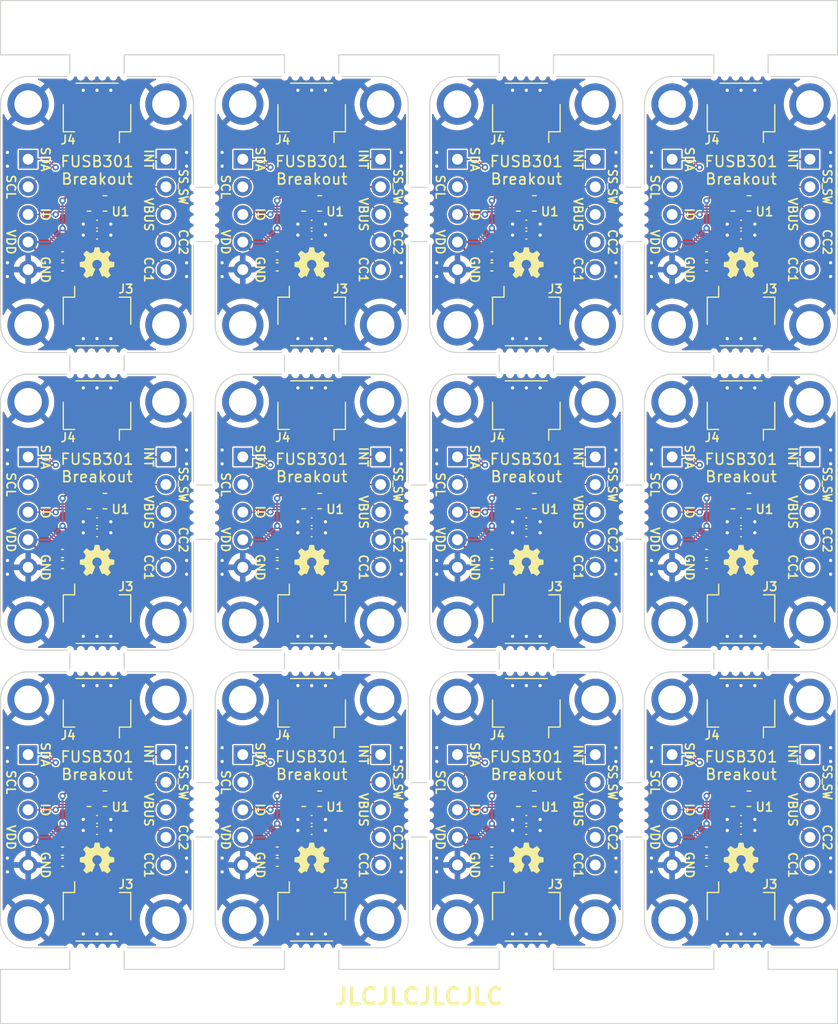
<source format=kicad_pcb>
(kicad_pcb (version 20210424) (generator pcbnew)
  (layers (0 "F.Cu" signal) (31 "B.Cu" signal) (34 "B.Paste" user) (35 "F.Paste" user) (36 "B.SilkS" user "B.Silkscreen") (37 "F.SilkS" user "F.Silkscreen") (38 "B.Mask" user) (39 "F.Mask" user) (44 "Edge.Cuts" user))
  (net 0 "")
  (net 1 "Board_0-/CC1")
  (net 2 "Board_0-/CC2")
  (net 3 "Board_0-/ID")
  (net 4 "Board_0-/SCL")
  (net 5 "Board_0-/SDA")
  (net 6 "Board_0-/SS_SW")
  (net 7 "Board_0-/VBUS")
  (net 8 "Board_0-/~INT")
  (net 9 "Board_0-GND")
  (net 10 "Board_0-VDD")
  (net 11 "Board_1-/CC1")
  (net 12 "Board_1-/CC2")
  (net 13 "Board_1-/ID")
  (net 14 "Board_1-/SCL")
  (net 15 "Board_1-/SDA")
  (net 16 "Board_1-/SS_SW")
  (net 17 "Board_1-/VBUS")
  (net 18 "Board_1-/~INT")
  (net 19 "Board_1-GND")
  (net 20 "Board_1-VDD")
  (net 21 "Board_2-/CC1")
  (net 22 "Board_2-/CC2")
  (net 23 "Board_2-/ID")
  (net 24 "Board_2-/SCL")
  (net 25 "Board_2-/SDA")
  (net 26 "Board_2-/SS_SW")
  (net 27 "Board_2-/VBUS")
  (net 28 "Board_2-/~INT")
  (net 29 "Board_2-GND")
  (net 30 "Board_2-VDD")
  (net 31 "Board_3-/CC1")
  (net 32 "Board_3-/CC2")
  (net 33 "Board_3-/ID")
  (net 34 "Board_3-/SCL")
  (net 35 "Board_3-/SDA")
  (net 36 "Board_3-/SS_SW")
  (net 37 "Board_3-/VBUS")
  (net 38 "Board_3-/~INT")
  (net 39 "Board_3-GND")
  (net 40 "Board_3-VDD")
  (net 41 "Board_4-/CC1")
  (net 42 "Board_4-/CC2")
  (net 43 "Board_4-/ID")
  (net 44 "Board_4-/SCL")
  (net 45 "Board_4-/SDA")
  (net 46 "Board_4-/SS_SW")
  (net 47 "Board_4-/VBUS")
  (net 48 "Board_4-/~INT")
  (net 49 "Board_4-GND")
  (net 50 "Board_4-VDD")
  (net 51 "Board_5-/CC1")
  (net 52 "Board_5-/CC2")
  (net 53 "Board_5-/ID")
  (net 54 "Board_5-/SCL")
  (net 55 "Board_5-/SDA")
  (net 56 "Board_5-/SS_SW")
  (net 57 "Board_5-/VBUS")
  (net 58 "Board_5-/~INT")
  (net 59 "Board_5-GND")
  (net 60 "Board_5-VDD")
  (net 61 "Board_6-/CC1")
  (net 62 "Board_6-/CC2")
  (net 63 "Board_6-/ID")
  (net 64 "Board_6-/SCL")
  (net 65 "Board_6-/SDA")
  (net 66 "Board_6-/SS_SW")
  (net 67 "Board_6-/VBUS")
  (net 68 "Board_6-/~INT")
  (net 69 "Board_6-GND")
  (net 70 "Board_6-VDD")
  (net 71 "Board_7-/CC1")
  (net 72 "Board_7-/CC2")
  (net 73 "Board_7-/ID")
  (net 74 "Board_7-/SCL")
  (net 75 "Board_7-/SDA")
  (net 76 "Board_7-/SS_SW")
  (net 77 "Board_7-/VBUS")
  (net 78 "Board_7-/~INT")
  (net 79 "Board_7-GND")
  (net 80 "Board_7-VDD")
  (net 81 "Board_8-/CC1")
  (net 82 "Board_8-/CC2")
  (net 83 "Board_8-/ID")
  (net 84 "Board_8-/SCL")
  (net 85 "Board_8-/SDA")
  (net 86 "Board_8-/SS_SW")
  (net 87 "Board_8-/VBUS")
  (net 88 "Board_8-/~INT")
  (net 89 "Board_8-GND")
  (net 90 "Board_8-VDD")
  (net 91 "Board_9-/CC1")
  (net 92 "Board_9-/CC2")
  (net 93 "Board_9-/ID")
  (net 94 "Board_9-/SCL")
  (net 95 "Board_9-/SDA")
  (net 96 "Board_9-/SS_SW")
  (net 97 "Board_9-/VBUS")
  (net 98 "Board_9-/~INT")
  (net 99 "Board_9-GND")
  (net 100 "Board_9-VDD")
  (net 101 "Board_10-/CC1")
  (net 102 "Board_10-/CC2")
  (net 103 "Board_10-/ID")
  (net 104 "Board_10-/SCL")
  (net 105 "Board_10-/SDA")
  (net 106 "Board_10-/SS_SW")
  (net 107 "Board_10-/VBUS")
  (net 108 "Board_10-/~INT")
  (net 109 "Board_10-GND")
  (net 110 "Board_10-VDD")
  (net 111 "Board_11-/CC1")
  (net 112 "Board_11-/CC2")
  (net 113 "Board_11-/ID")
  (net 114 "Board_11-/SCL")
  (net 115 "Board_11-/SDA")
  (net 116 "Board_11-/SS_SW")
  (net 117 "Board_11-/VBUS")
  (net 118 "Board_11-/~INT")
  (net 119 "Board_11-GND")
  (net 120 "Board_11-VDD")
  (footprint "Connector_PinHeader_2.54mm:PinHeader_1x05_P2.54mm_Vertical" (layer "F.Cu") (at 95.910011 72.320004)
    (fp_text reference "J2" hide)
    (fp_text value "Conn_01x05_Male" hide)
  )
  (footprint "Capacitor_SMD:C_0402_1005Metric" (layer "F.Cu") (at 69.780004 79.305004 180)
    (fp_text reference "C2" hide)
    (fp_text value "10uF" hide)
  )
  (footprint "NPTH" (layer "F.Cu") (at 100.451006 79.900002)
    (fp_text reference "REF**" hide)
    (fp_text value "NPTH" hide)
  )
  (footprint "Capacitor_SMD:C_0402_1005Metric" (layer "F.Cu") (at 109.340018 50.888997 180)
    (fp_text reference "C1" hide)
    (fp_text value "0.1uF" hide)
  )
  (footprint "NPTH" (layer "F.Cu") (at 60.891002 76.900002)
    (fp_text reference "REF**" hide)
    (fp_text value "NPTH" hide)
  )
  (footprint "NPTH" (layer "F.Cu") (at 49.499998 92.101005)
    (fp_text reference "REF**" hide)
    (fp_text value "NPTH" hide)
  )
  (footprint "Connector_PinHeader_2.54mm:PinHeader_1x05_P2.54mm_Vertical" (layer "F.Cu") (at 63.430004 72.320004)
    (fp_text reference "J1" hide)
    (fp_text value "Conn_01x05_Male" hide)
  )
  (footprint "Resistor_SMD:R_0402_1005Metric" (layer "F.Cu") (at 66.605004 81.210004)
    (fp_text reference "R1" hide)
    (fp_text value "10K" hide)
  )
  (footprint "NPTH" (layer "F.Cu") (at 48.499998 37.300998)
    (fp_text reference "REF**" hide)
    (fp_text value "NPTH" hide)
  )
  (footprint "Resistor_SMD:R_0402_1005Metric" (layer "F.Cu") (at 106.165018 108.610011)
    (fp_text reference "R1" hide)
    (fp_text value "10K" hide)
  )
  (footprint "NPTH" (layer "F.Cu") (at 70.280002 64.701002)
    (fp_text reference "REF**" hide)
    (fp_text value "NPTH" hide)
  )
  (footprint "NPTH" (layer "F.Cu") (at 58.888998 75.900002)
    (fp_text reference "REF**" hide)
    (fp_text value "NPTH" hide)
  )
  (footprint "NPTH" (layer "F.Cu") (at 72.280002 90.099001)
    (fp_text reference "REF**" hide)
    (fp_text value "NPTH" hide)
  )
  (footprint "Connector_PinHeader_2.54mm:PinHeader_1x05_P2.54mm_Vertical" (layer "F.Cu") (at 56.349997 72.320004)
    (fp_text reference "J2" hide)
    (fp_text value "Conn_01x05_Male" hide)
  )
  (footprint "NPTH" (layer "F.Cu") (at 78.669001 76.900002)
    (fp_text reference "REF**" hide)
    (fp_text value "NPTH" hide)
  )
  (footprint "NPTH" (layer "F.Cu") (at 78.669002 51.499998)
    (fp_text reference "REF**" hide)
    (fp_text value "NPTH" hide)
  )
  (footprint "Resistor_SMD:R_0402_1005Metric" (layer "F.Cu") (at 106.165018 54.825997)
    (fp_text reference "R2" hide)
    (fp_text value "10K" hide)
  )
  (footprint "Resistor_SMD:R_0402_1005Metric" (layer "F.Cu") (at 46.824997 81.210004)
    (fp_text reference "R1" hide)
    (fp_text value "10K" hide)
  )
  (footprint "NPTH" (layer "F.Cu") (at 68.280002 90.099002)
    (fp_text reference "REF**" hide)
    (fp_text value "NPTH" hide)
  )
  (footprint "NPTH" (layer "F.Cu") (at 67.280002 90.099002)
    (fp_text reference "REF**" hide)
    (fp_text value "NPTH" hide)
  )
  (footprint "NPTH" (layer "F.Cu") (at 49.499998 62.698998)
    (fp_text reference "REF**" hide)
    (fp_text value "NPTH" hide)
  )
  (footprint "FUSB301:OnSemi_X2QFN-10_1.6x1.2mm_P0.4mm" (layer "F.Cu") (at 109.340018 76.384004)
    (fp_text reference "U1")
    (fp_text value "FUSB301")
  )
  (footprint "NPTH" (layer "F.Cu") (at 72.280002 117.499003)
    (fp_text reference "REF**" hide)
    (fp_text value "NPTH" hide)
  )
  (footprint "NPTH" (layer "F.Cu") (at 98.449006 106.300005)
    (fp_text reference "REF**" hide)
    (fp_text value "NPTH" hide)
  )
  (footprint "NPTH" (layer "F.Cu") (at 80.671004 78.900002)
    (fp_text reference "REF**" hide)
    (fp_text value "NPTH" hide)
  )
  (footprint "NPTH" (layer "F.Cu") (at 111.840009 92.101007)
    (fp_text reference "REF**" hide)
    (fp_text value "NPTH" hide)
  )
  (footprint "NPTH" (layer "F.Cu") (at 90.060005 64.701002)
    (fp_text reference "REF**" hide)
    (fp_text value "NPTH" hide)
  )
  (footprint "NPTH" (layer "F.Cu") (at 72.280002 37.300997)
    (fp_text reference "REF**" hide)
    (fp_text value "NPTH" hide)
  )
  (footprint "NPTH" (layer "F.Cu") (at 110.840009 92.101006)
    (fp_text reference "REF**" hide)
    (fp_text value "NPTH" hide)
  )
  (footprint "Connector_PinHeader_2.54mm:PinHeader_1x05_P2.54mm_Vertical" (layer "F.Cu") (at 102.990018 44.919997)
    (fp_text reference "J1" hide)
    (fp_text value "Conn_01x05_Male" hide)
  )
  (footprint "Connector_PinHeader_2.54mm:PinHeader_1x05_P2.54mm_Vertical" (layer "F.Cu") (at 95.910011 44.919997)
    (fp_text reference "J2" hide)
    (fp_text value "Conn_01x05_Male" hide)
  )
  (footprint "NPTH" (layer "F.Cu") (at 98.449004 102.300005)
    (fp_text reference "REF**" hide)
    (fp_text value "NPTH" hide)
  )
  (footprint "Capacitor_SMD:C_0402_1005Metric" (layer "F.Cu") (at 69.780004 105.689011 180)
    (fp_text reference "C1" hide)
    (fp_text value "0.1uF" hide)
  )
  (footprint "NPTH" (layer "F.Cu") (at 110.840009 90.099001)
    (fp_text reference "REF**" hide)
    (fp_text value "NPTH" hide)
  )
  (footprint "NPTH" (layer "F.Cu") (at 60.891002 49.499998)
    (fp_text reference "REF**" hide)
    (fp_text value "NPTH" hide)
  )
  (footprint "Connector_JST:JST_SH_SM04B-SRSS-TB_1x04-1MP_P1.00mm_Horizontal" (layer "F.Cu") (at 49.999997 114.198011)
    (fp_text reference "J3")
    (fp_text value "Conn_01x04_Male" hide)
  )
  (footprint "Connector_PinHeader_2.54mm:PinHeader_1x05_P2.54mm_Vertical" (layer "F.Cu") (at 43.649997 44.919997)
    (fp_text reference "J1" hide)
    (fp_text value "Conn_01x05_Male" hide)
  )
  (footprint "NPTH" (layer "F.Cu") (at 108.840009 62.698998)
    (fp_text reference "REF**" hide)
    (fp_text value "NPTH" hide)
  )
  (footprint "FUSB301:OnSemi_X2QFN-10_1.6x1.2mm_P0.4mm" (layer "F.Cu") (at 69.780004 48.983997)
    (fp_text reference "U1")
    (fp_text value "FUSB301")
  )
  (footprint "MountingHole:MountingHole_2.5mm_Pad" (layer "F.Cu") (at 95.910011 60.159997)
    (fp_text reference "H4" hide)
    (fp_text value "MountingHole_2.5mm_Pad" hide)
  )
  (footprint "NPTH" (layer "F.Cu") (at 47.499998 64.701001)
    (fp_text reference "REF**" hide)
    (fp_text value "NPTH" hide)
  )
  (footprint "Connector_PinHeader_2.54mm:PinHeader_1x05_P2.54mm_Vertical" (layer "F.Cu") (at 76.130004 72.320004)
    (fp_text reference "J2" hide)
    (fp_text value "Conn_01x05_Male" hide)
  )
  (footprint "NPTH" (layer "F.Cu") (at 60.891001 78.900002)
    (fp_text reference "REF**" hide)
    (fp_text value "NPTH" hide)
  )
  (footprint "NPTH" (layer "F.Cu") (at 69.280002 37.300998)
    (fp_text reference "REF**" hide)
    (fp_text value "NPTH" hide)
  )
  (footprint "Resistor_SMD:R_0402_1005Metric" (layer "F.Cu") (at 46.824997 54.825997)
    (fp_text reference "R2" hide)
    (fp_text value "10K" hide)
  )
  (footprint "NPTH" (layer "F.Cu") (at 60.891002 47.499998)
    (fp_text reference "REF**" hide)
    (fp_text value "NPTH" hide)
  )
  (footprint "NPTH" (layer "F.Cu") (at 92.060005 92.101007)
    (fp_text reference "REF**" hide)
    (fp_text value "NPTH" hide)
  )
  (footprint "NPTH" (layer "F.Cu") (at 48.499998 64.701001)
    (fp_text reference "REF**" hide)
    (fp_text value "NPTH" hide)
  )
  (footprint "Connector_JST:JST_SH_SM04B-SRSS-TB_1x04-1MP_P1.00mm_Horizontal" (layer "F.Cu") (at 109.340018 40.601997 180)
    (fp_text reference "J4")
    (fp_text value "Conn_01x04_Male" hide)
  )
  (footprint "NPTH" (layer "F.Cu") (at 98.449004 74.900002)
    (fp_text reference "REF**" hide)
    (fp_text value "NPTH" hide)
  )
  (footprint "MountingHole:MountingHole_2.5mm_Pad" (layer "F.Cu") (at 63.430004 60.159997)
    (fp_text reference "H3" hide)
    (fp_text value "MountingHole_2.5mm_Pad" hide)
  )
  (footprint "Connector_JST:JST_SH_SM04B-SRSS-TB_1x04-1MP_P1.00mm_Horizontal" (layer "F.Cu") (at 89.560011 68.002004 180)
    (fp_text reference "J4")
    (fp_text value "Conn_01x04_Male" hide)
  )
  (footprint "Connector_JST:JST_SH_SM04B-SRSS-TB_1x04-1MP_P1.00mm_Horizontal" (layer "F.Cu") (at 89.560011 114.198011)
    (fp_text reference "J3")
    (fp_text value "Conn_01x04_Male" hide)
  )
  (footprint "NPTH" (layer "F.Cu") (at 70.280002 62.698998)
    (fp_text reference "REF**" hide)
    (fp_text value "NPTH" hide)
  )
  (footprint "NPTH" (layer "F.Cu") (at 111.840009 117.499003)
    (fp_text reference "REF**" hide)
    (fp_text value "NPTH" hide)
  )
  (footprint "NPTH" (layer "F.Cu") (at 92.060005 37.300997)
    (fp_text reference "REF**" hide)
    (fp_text value "NPTH" hide)
  )
  (footprint "FUSB301:OnSemi_X2QFN-10_1.6x1.2mm_P0.4mm" (layer "F.Cu") (at 89.560011 76.384004)
    (fp_text reference "U1")
    (fp_text value "FUSB301")
  )
  (footprint "NPTH" (layer "F.Cu") (at 78.669002 79.900002)
    (fp_text reference "REF**" hide)
    (fp_text value "NPTH" hide)
  )
  (footprint "NPTH" (layer "F.Cu") (at 50.499998 90.099001)
    (fp_text reference "REF**" hide)
    (fp_text value "NPTH" hide)
  )
  (footprint "Capacitor_SMD:C_0402_1005Metric" (layer "F.Cu") (at 109.340018 79.305004 180)
    (fp_text reference "C2" hide)
    (fp_text value "10uF" hide)
  )
  (footprint "NPTH" (layer "F.Cu") (at 67.280002 92.101003)
    (fp_text reference "REF**" hide)
    (fp_text value "NPTH" hide)
  )
  (footprint "Capacitor_SMD:C_0402_1005Metric" (layer "F.Cu") (at 89.560011 106.705011 180)
    (fp_text reference "C2" hide)
    (fp_text value "10uF" hide)
  )
  (footprint "NPTH" (layer "F.Cu") (at 58.888998 51.499998)
    (fp_text reference "REF**" hide)
    (fp_text value "NPTH" hide)
  )
  (footprint "NPTH" (layer "F.Cu") (at 78.669001 103.300005)
    (fp_text reference "REF**" hide)
    (fp_text value "NPTH" hide)
  )
  (footprint "NPTH" (layer "F.Cu") (at 50.499998 117.499005)
    (fp_text reference "REF**" hide)
    (fp_text value "NPTH" hide)
  )
  (footprint "NPTH" (layer "F.Cu") (at 90.060005 117.499005)
    (fp_text reference "REF**" hide)
    (fp_text value "NPTH" hide)
  )
  (footprint "NPTH" (layer "F.Cu") (at 88.060005 62.698998)
    (fp_text reference "REF**" hide)
    (fp_text value "NPTH" hide)
  )
  (footprint "Connector_PinHeader_2.54mm:PinHeader_1x05_P2.54mm_Vertical" (layer "F.Cu") (at 63.430004 44.919997)
    (fp_text reference "J1" hide)
    (fp_text value "Conn_01x05_Male" hide)
  )
  (footprint "OSHW_Small:OSHW-125mils" (layer "F.Cu") (at 89.560011 81.845004)
    (fp_text reference "G***" hide)
    (fp_text value "OSHW-125mils" hide)
  )
  (footprint "Capacitor_SMD:C_0402_1005Metric" (layer "F.Cu") (at 69.780004 106.705011 180)
    (fp_text reference "C2" hide)
    (fp_text value "10uF" hide)
  )
  (footprint "NPTH" (layer "F.Cu") (at 72.280002 62.698999)
    (fp_text reference "REF**" hide)
    (fp_text value "NPTH" hide)
  )
  (footprint "NPTH" (layer "F.Cu") (at 48.499998 117.499006)
    (fp_text reference "REF**" hide)
    (fp_text value "NPTH" hide)
  )
  (footprint "NPTH" (layer "F.Cu") (at 78.669001 48.499998)
    (fp_text reference "REF**" hide)
    (fp_text value "NPTH" hide)
  )
  (footprint "NPTH" (layer "F.Cu") (at 58.888998 47.499998)
    (fp_text reference "REF**" hide)
    (fp_text value "NPTH" hide)
  )
  (footprint "Connector_PinHeader_2.54mm:PinHeader_1x05_P2.54mm_Vertical" (layer "F.Cu") (at 83.210011 44.919997)
    (fp_text reference "J1" hide)
    (fp_text value "Conn_01x05_Male" hide)
  )
  (footprint "NPTH" (layer "F.Cu") (at 49.499998 37.300998)
    (fp_text reference "REF**" hide)
    (fp_text value "NPTH" hide)
  )
  (footprint "Connector_JST:JST_SH_SM04B-SRSS-TB_1x04-1MP_P1.00mm_Horizontal" (layer "F.Cu") (at 109.340018 95.402011 180)
    (fp_text reference "J4")
    (fp_text value "Conn_01x04_Male" hide)
  )
  (footprint "NPTH" (layer "F.Cu") (at 108.840009 64.701001)
    (fp_text reference "REF**" hide)
    (fp_text value "NPTH" hide)
  )
  (footprint "NPTH" (layer "F.Cu") (at 89.060005 37.300998)
    (fp_text reference "REF**" hide)
    (fp_text value "NPTH" hide)
  )
  (footprint "Resistor_SMD:R_0402_1005Metric" (layer "F.Cu") (at 106.165018 109.626011)
    (fp_text reference "R2" hide)
    (fp_text value "10K" hide)
  )
  (footprint "NPTH" (layer "F.Cu") (at 98.449004 47.499998)
    (fp_text reference "REF**" hide)
    (fp_text value "NPTH" hide)
  )
  (footprint "NPTH" (layer "F.Cu") (at 90.060005 90.099001)
    (fp_text reference "REF**" hide)
    (fp_text value "NPTH" hide)
  )
  (footprint "Capacitor_SMD:C_0402_1005Metric" (layer "F.Cu") (at 49.999997 51.904997 180)
    (fp_text reference "C2" hide)
    (fp_text value "10uF" hide)
  )
  (footprint "NPTH" (layer "F.Cu") (at 70.280002 92.101005)
    (fp_text reference "REF**" hide)
    (fp_text value "NPTH" hide)
  )
  (footprint "NPTH" (layer "F.Cu") (at 91.060005 62.698998)
    (fp_text reference "REF**" hide)
    (fp_text value "NPTH" hide)
  )
  (footprint "NPTH" (layer "F.Cu") (at 50.499998 62.698998)
    (fp_text reference "REF**" hide)
    (fp_text value "NPTH" hide)
  )
  (footprint "NPTH" (layer "F.Cu") (at 92.060005 64.701002)
    (fp_text reference "REF**" hide)
    (fp_text value "NPTH" hide)
  )
  (footprint "NPTH" (layer "F.Cu") (at 71.280002 90.099001)
    (fp_text reference "REF**" hide)
    (fp_text value "NPTH" hide)
  )
  (footprint "NPTH" (layer "F.Cu") (at 78.669001 102.300005)
    (fp_text reference "REF**" hide)
    (fp_text value "NPTH" hide)
  )
  (footprint "NPTH" (layer "F.Cu") (at 98.449005 77.900002)
    (fp_text reference "REF**" hide)
    (fp_text value "NPTH" hide)
  )
  (footprint "NPTH" (layer "F.Cu") (at 90.060005 37.300998)
    (fp_text reference "REF**" hide)
    (fp_text value "NPTH" hide)
  )
  (footprint "Connector_JST:JST_SH_SM04B-SRSS-TB_1x04-1MP_P1.00mm_Horizontal" (layer "F.Cu") (at 69.780004 114.198011)
    (fp_text reference "J3")
    (fp_text value "Conn_01x04_Male" hide)
  )
  (footprint "NPTH" (layer "F.Cu") (at 58.888998 74.900002)
    (fp_text reference "REF**" hide)
    (fp_text value "NPTH" hide)
  )
  (footprint "NPTH" (layer "F.Cu") (at 98.449006 52.499998)
    (fp_text reference "REF**" hide)
    (fp_text value "NPTH" hide)
  )
  (footprint "NPTH" (layer "F.Cu") (at 100.451009 76.900002)
    (fp_text reference "REF**" hide)
    (fp_text value "NPTH" hide)
  )
  (footprint "Resistor_SMD:R_0402_1005Metric" (layer "F.Cu") (at 86.385011 53.809997)
    (fp_text reference "R1" hide)
    (fp_text value "10K" hide)
  )
  (footprint "NPTH" (layer "F.Cu") (at 58.888998 79.900002)
    (fp_text reference "REF**" hide)
    (fp_text value "NPTH" hide)
  )
  (footprint "Connector_JST:JST_SH_SM04B-SRSS-TB_1x04-1MP_P1.00mm_Horizontal" (layer "F.Cu") (at 49.999997 40.601997 180)
    (fp_text reference "J4")
    (fp_text value "Conn_01x04_Male" hide)
  )
  (footprint "NPTH" (layer "F.Cu") (at 100.451007 106.300005)
    (fp_text reference "REF**" hide)
    (fp_text value "NPTH" hide)
  )
  (footprint "Capacitor_SMD:C_0402_1005Metric" (layer "F.Cu") (at 49.999997 105.689011 180)
    (fp_text reference "C1" hide)
    (fp_text value "0.1uF" hide)
  )
  (footprint "MountingHole:MountingHole_2.5mm_Pad" (layer "F.Cu") (at 56.349997 67.240004)
    (fp_text reference "H2" hide)
    (fp_text value "MountingHole_2.5mm_Pad" hide)
  )
  (footprint "NPTH" (layer "F.Cu") (at 98.449005 104.300005)
    (fp_text reference "REF**" hide)
    (fp_text value "NPTH" hide)
  )
  (footprint "NPTH" (layer "F.Cu") (at 88.060005 117.499006)
    (fp_text reference "REF**" hide)
    (fp_text value "NPTH" hide)
  )
  (footprint "NPTH" (layer "F.Cu") (at 60.891002 74.900002)
    (fp_text reference "REF**" hide)
    (fp_text value "NPTH" hide)
  )
  (footprint "NPTH" (layer "F.Cu") (at 92.060005 62.698999)
    (fp_text reference "REF**" hide)
    (fp_text value "NPTH" hide)
  )
  (footprint "NPTH" (layer "F.Cu") (at 100.451011 47.499998)
    (fp_text reference "REF**" hide)
    (fp_text value "NPTH" hide)
  )
  (footprint "Capacitor_SMD:C_0402_1005Metric" (layer "F.Cu") (at 69.780004 78.289004 180)
    (fp_text reference "C1" hide)
    (fp_text value "0.1uF" hide)
  )
  (footprint "NPTH" (layer "F.Cu") (at 80.671006 75.900002)
    (fp_text reference "REF**" hide)
    (fp_text value "NPTH" hide)
  )
  (footprint "NPTH" (layer "F.Cu") (at 60.891001 107.300005)
    (fp_text reference "REF**" hide)
    (fp_text value "NPTH" hide)
  )
  (footprint "Connector_JST:JST_SH_SM04B-SRSS-TB_1x04-1MP_P1.00mm_Horizontal" (layer "F.Cu") (at 89.560011 95.402011 180)
    (fp_text reference "J4")
    (fp_text value "Conn_01x04_Male" hide)
  )
  (footprint "NPTH" (layer "F.Cu") (at 58.888998 102.300005)
    (fp_text reference "REF**" hide)
    (fp_text value "NPTH" hide)
  )
  (footprint "MountingHole:MountingHole_2.5mm_Pad" (layer "F.Cu") (at 95.910011 39.839997)
    (fp_text reference "H2" hide)
    (fp_text value "MountingHole_2.5mm_Pad" hide)
  )
  (footprint "NPTH" (layer "F.Cu") (at 58.888998 48.499998)
    (fp_text reference "REF**" hide)
    (fp_text value "NPTH" hide)
  )
  (footprint "Resistor_SMD:R_0402_1005Metric" (layer "F.Cu") (at 86.385011 82.226004)
    (fp_text reference "R2" hide)
    (fp_text value "10K" hide)
  )
  (footprint "MountingHole:MountingHole_2.5mm_Pad" (layer "F.Cu") (at 102.990018 39.839997)
    (fp_text reference "H1" hide)
    (fp_text value "MountingHole_2.5mm_Pad" hide)
  )
  (footprint "NPTH" (layer "F.Cu") (at 106.840009 117.499007)
    (fp_text reference "REF**" hide)
    (fp_text value "NPTH" hide)
  )
  (footprint "NPTH" (layer "F.Cu") (at 108.840009 92.101005)
    (fp_text reference "REF**" hide)
    (fp_text value "NPTH" hide)
  )
  (footprint "NPTH" (layer "F.Cu") (at 60.891001 50.499998)
    (fp_text reference "REF**" hide)
    (fp_text value "NPTH" hide)
  )
  (footprint "NPTH" (layer "F.Cu") (at 68.280002 64.701001)
    (fp_text reference "REF**" hide)
    (fp_text value "NPTH" hide)
  )
  (footprint "NPTH" (layer "F.Cu") (at 92.060005 117.499003)
    (fp_text reference "REF**" hide)
    (fp_text value "NPTH" hide)
  )
  (footprint "NPTH" (layer "F.Cu") (at 100.451007 51.499998)
    (fp_text reference "REF**" hide)
    (fp_text value "NPTH" hide)
  )
  (footprint "Resistor_SMD:R_0402_1005Metric" (layer "F.Cu") (at 46.824997 53.809997)
    (fp_text reference "R1" hide)
    (fp_text value "10K" hide)
  )
  (footprint "NPTH" (layer "F.Cu") (at 47.499998 62.698997)
    (fp_text reference "REF**" hide)
    (fp_text value "NPTH" hide)
  )
  (footprint "FUSB301:OnSemi_X2QFN-10_1.6x1.2mm_P0.4mm" (layer "F.Cu") (at 49.999997 48.983997)
    (fp_text reference "U1")
    (fp_text value "FUSB301")
  )
  (footprint "NPTH" (layer "F.Cu") (at 98.449006 51.499998)
    (fp_text reference "REF**" hide)
    (fp_text value "NPTH" hide)
  )
  (footprint "NPTH" (layer "F.Cu") (at 71.280002 64.701002)
    (fp_text reference "REF**" hide)
    (fp_text value "NPTH" hide)
  )
  (footprint "NPTH" (layer "F.Cu") (at 51.499998 37.300998)
    (fp_text reference "REF**" hide)
    (fp_text value "NPTH" hide)
  )
  (footprint "FUSB301:OnSemi_X2QFN-10_1.6x1.2mm_P0.4mm" (layer "F.Cu") (at 69.780004 103.784011)
    (fp_text reference "U1")
    (fp_text value "FUSB301")
  )
  (footprint "Connector_JST:JST_SH_SM04B-SRSS-TB_1x04-1MP_P1.00mm_Horizontal" (layer "F.Cu") (at 49.999997 86.798004)
    (fp_text reference "J3")
    (fp_text value "Conn_01x04_Male" hide)
  )
  (footprint "NPTH" (layer "F.Cu") (at 58.888998 49.499998)
    (fp_text reference "REF**" hide)
    (fp_text value "NPTH" hide)
  )
  (footprint "Capacitor_SMD:C_0402_1005Metric" (layer "F.Cu") (at 69.780004 50.888997 180)
    (fp_text reference "C1" hide)
    (fp_text value "0.1uF" hide)
  )
  (footprint "NPTH" (layer "F.Cu") (at 68.280002 92.101004)
    (fp_text reference "REF**" hide)
    (fp_text value "NPTH" hide)
  )
  (footprint "MountingHole:MountingHole_2.5mm_Pad" (layer "F.Cu") (at 43.649997 94.640011)
    (fp_text reference "H1" hide)
    (fp_text value "MountingHole_2.5mm_Pad" hide)
  )
  (footprint "Resistor_SMD:R_0402_1005Metric" (layer "F.Cu") (at 46.824997 108.610011)
    (fp_text reference "R1" hide)
    (fp_text value "10K" hide)
  )
  (footprint "MountingHole:MountingHole_2.5mm_Pad" (layer "F.Cu") (at 115.690018 67.240004)
    (fp_text reference "H2" hide)
    (fp_text value "MountingHole_2.5mm_Pad" hide)
  )
  (footprint "NPTH" (layer "F.Cu") (at 89.060005 62.698998)
    (fp_text reference "REF**" hide)
    (fp_text value "NPTH" hide)
  )
  (footprint "Resistor_SMD:R_0402_1005Metric" (layer "F.Cu") (at 66.605004 108.610011)
    (fp_text reference "R1" hide)
    (fp_text value "10K" hide)
  )
  (footprint "NPTH" (layer "F.Cu") (at 98.449004 48.499998)
    (fp_text reference "REF**" hide)
    (fp_text value "NPTH" hide)
  )
  (footprint "NPTH" (layer "F.Cu") (at 109.840009 90.099001)
    (fp_text reference "REF**" hide)
    (fp_text value "NPTH" hide)
  )
  (footprint "Connector_PinHeader_2.54mm:PinHeader_1x05_P2.54mm_Vertical" (layer "F.Cu") (at 63.430004 99.720011)
    (fp_text reference "J1" hide)
    (fp_text value "Conn_01x05_Male" hide)
  )
  (footprint "MountingHole:MountingHole_2.5mm_Pad" (layer "F.Cu") (at 115.690018 39.839997)
    (fp_text reference "H2" hide)
    (fp_text value "MountingHole_2.5mm_Pad" hide)
  )
  (footprint "Connector_JST:JST_SH_SM04B-SRSS-TB_1x04-1MP_P1.00mm_Horizontal" (layer "F.Cu") (at 49.999997 59.397997)
    (fp_text reference "J3")
    (fp_text value "Conn_01x04_Male" hide)
  )
  (footprint "NPTH" (layer "F.Cu") (at 78.669002 107.300005)
    (fp_text reference "REF**" hide)
    (fp_text value "NPTH" hide)
  )
  (footprint "NPTH" (layer "F.Cu") (at 60.891002 103.300005)
    (fp_text reference "REF**" hide)
    (fp_text value "NPTH" hide)
  )
  (footprint "MountingHole:MountingHole_2.5mm_Pad" (layer "F.Cu") (at 56.349997 114.960011)
    (fp_text reference "H4" hide)
    (fp_text value "MountingHole_2.5mm_Pad" hide)
  )
  (footprint "NPTH" (layer "F.Cu") (at 51.499998 117.499004)
    (fp_text reference "REF**" hide)
    (fp_text value "NPTH" hide)
  )
  (footprint "MountingHole:MountingHole_2.5mm_Pad" (layer "F.Cu") (at 83.210011 60.159997)
    (fp_text reference "H3" hide)
    (fp_text value "MountingHole_2.5mm_Pad" hide)
  )
  (footprint "NPTH" (layer "F.Cu") (at 109.840009 64.701002)
    (fp_text reference "REF**" hide)
    (fp_text value "NPTH" hide)
  )
  (footprint "NPTH" (layer "F.Cu") (at 100.45101 75.900002)
    (fp_text reference "REF**" hide)
    (fp_text value "NPTH" hide)
  )
  (footprint "JLC_Tooling_Hole" (layer "F.Cu") (at 43.608997 32.810997)
    (fp_text reference "REF**" hide)
    (fp_text value "JLC_Tooling_Hole" hide)
  )
  (footprint "FUSB301:OnSemi_X2QFN-10_1.6x1.2mm_P0.4mm" (layer "F.Cu") (at 109.340018 103.784011)
    (fp_text reference "U1")
    (fp_text value "FUSB301")
  )
  (footprint "Capacitor_SMD:C_0402_1005Metric" (layer "F.Cu") (at 89.560011 50.888997 180)
    (fp_text reference "C1" hide)
    (fp_text value "0.1uF" hide)
  )
  (footprint "MountingHole:MountingHole_2.5mm_Pad" (layer "F.Cu") (at 76.130004 114.960011)
    (fp_text reference "H4" hide)
    (fp_text value "MountingHole_2.5mm_Pad" hide)
  )
  (footprint "MountingHole:MountingHole_2.5mm_Pad" (layer "F.Cu") (at 76.130004 39.839997)
    (fp_text reference "H2" hide)
    (fp_text value "MountingHole_2.5mm_Pad" hide)
  )
  (footprint "Resistor_SMD:R_0402_1005Metric" (layer "F.Cu") (at 86.385011 109.626011)
    (fp_text reference "R2" hide)
    (fp_text value "10K" hide)
  )
  (footprint "NPTH" (layer "F.Cu") (at 69.280002 92.101005)
    (fp_text reference "REF**" hide)
    (fp_text value "NPTH" hide)
  )
  (footprint "NPTH" (layer "F.Cu") (at 87.060005 37.300999)
    (fp_text reference "REF**" hide)
    (fp_text value "NPTH" hide)
  )
  (footprint "NPTH" (layer "F.Cu") (at 80.671004 52.499998)
    (fp_text reference "REF**" hide)
    (fp_text value "NPTH" hide)
  )
  (footprint "NPTH" (layer "F.Cu") (at 47.499998 37.300999)
    (fp_text reference "REF**" hide)
    (fp_text value "NPTH" hide)
  )
  (footprint "Capacitor_SMD:C_0402_1005Metric" (layer "F.Cu") (at 89.560011 79.305004 180)
    (fp_text reference "C2" hide)
    (fp_text value "10uF" hide)
  )
  (footprint "NPTH" (layer "F.Cu") (at 48.499998 90.099002)
    (fp_text reference "REF**" hide)
    (fp_text value "NPTH" hide)
  )
  (footprint "NPTH" (layer "F.Cu") (at 108.840009 117.499005)
    (fp_text reference "REF**" hide)
    (fp_text value "NPTH" hide)
  )
  (footprint "Connector_JST:JST_SH_SM04B-SRSS-TB_1x04-1MP_P1.00mm_Horizontal" (layer "F.Cu") (at 109.340018 68.002004 180)
    (fp_text reference "J4")
    (fp_text value "Conn_01x04_Male" hide)
  )
  (footprint "Capacitor_SMD:C_0402_1005Metric" (layer "F.Cu") (at 49.999997 78.289004 180)
    (fp_text reference "C1" hide)
    (fp_text value "0.1uF" hide)
  )
  (footprint "Resistor_SMD:R_0402_1005Metric" (layer "F.Cu") (at 86.385011 108.610011)
    (fp_text reference "R1" hide)
    (fp_text value "10K" hide)
  )
  (footprint "MountingHole:MountingHole_2.5mm_Pad" (layer "F.Cu") (at 115.690018 60.159997)
    (fp_text reference "H4" hide)
    (fp_text value "MountingHole_2.5mm_Pad" hide)
  )
  (footprint "NPTH" (layer "F.Cu") (at 68.280002 117.499006)
    (fp_text reference "REF**" hide)
    (fp_text value "NPTH" hide)
  )
  (footprint "NPTH" (layer "F.Cu") (at 67.280002 37.300999)
    (fp_text reference "REF**" hide)
    (fp_text value "NPTH" hide)
  )
  (footprint "NPTH" (layer "F.Cu") (at 100.451008 77.900002)
    (fp_text reference "REF**" hide)
    (fp_text value "NPTH" hide)
  )
  (footprint "NPTH" (layer "F.Cu") (at 58.888998 107.300005)
    (fp_text reference "REF**" hide)
    (fp_text value "NPTH" hide)
  )
  (footprint "NPTH" (layer "F.Cu") (at 72.280002 64.701002)
    (fp_text reference "REF**" hide)
    (fp_text value "NPTH" hide)
  )
  (footprint "NPTH" (layer "F.Cu") (at 60.891002 75.900002)
    (fp_text reference "REF**" hide)
    (fp_text value "NPTH" hide)
  )
  (footprint "NPTH" (layer "F.Cu") (at 60.891001 51.499998)
    (fp_text reference "REF**" hide)
    (fp_text value "NPTH" hide)
  )
  (footprint "NPTH" (layer "F.Cu") (at 49.499998 117.499005)
    (fp_text reference "REF**" hide)
    (fp_text value "NPTH" hide)
  )
  (footprint "NPTH" (layer "F.Cu") (at 68.280002 37.300998)
    (fp_text reference "REF**" hide)
    (fp_text value "NPTH" hide)
  )
  (footprint "NPTH" (layer "F.Cu") (at 80.671005 50.499998)
    (fp_text reference "REF**" hide)
    (fp_text value "NPTH" hide)
  )
  (footprint "NPTH" (layer "F.Cu") (at 80.671006 47.499998)
    (fp_text reference "REF**" hide)
    (fp_text value "NPTH" hide)
  )
  (footprint "NPTH" (layer "F.Cu") (at 58.888998 50.499998)
    (fp_text reference "REF**" hide)
    (fp_text value "NPTH" hide)
  )
  (footprint "MountingHole:MountingHole_2.5mm_Pad" (layer "F.Cu") (at 56.349997 94.640011)
    (fp_text reference "H2" hide)
    (fp_text value "MountingHole_2.5mm_Pad" hide)
  )
  (footprint "NPTH" (layer "F.Cu") (at 88.060005 92.101004)
    (fp_text reference "REF**" hide)
    (fp_text value "NPTH" hide)
  )
  (footprint "NPTH" (layer "F.Cu") (at 87.060005 92.101003)
    (fp_text reference "REF**" hide)
    (fp_text value "NPTH" hide)
  )
  (footprint "NPTH" (layer "F.Cu") (at 100.451011 74.900002)
    (fp_text reference "REF**" hide)
    (fp_text value "NPTH" hide)
  )
  (footprint "Connector_PinHeader_2.54mm:PinHeader_1x05_P2.54mm_Vertical" (layer "F.Cu") (at 102.990018 72.320004)
    (fp_text reference "J1" hide)
    (fp_text value "Conn_01x05_Male" hide)
  )
  (footprint "NPTH" (layer "F.Cu") (at 52.499998 92.101007)
    (fp_text reference "REF**" hide)
    (fp_text value "NPTH" hide)
  )
  (footprint "NPTH" (layer "F.Cu") (at 68.280002 62.698998)
    (fp_text reference "REF**" hide)
    (fp_text value "NPTH" hide)
  )
  (footprint "Resistor_SMD:R_0402_1005Metric" (layer "F.Cu") (at 106.165018 53.809997)
    (fp_text reference "R1" hide)
    (fp_text value "10K" hide)
  )
  (footprint "NPTH" (layer "F.Cu") (at 72.280002 92.101007)
    (fp_text reference "REF**" hide)
    (fp_text value "NPTH" hide)
  )
  (footprint "Resistor_SMD:R_0402_1005Metric" (layer "F.Cu") (at 106.165018 81.210004)
    (fp_text reference "R1" hide)
    (fp_text value "10K" hide)
  )
  (footprint "MountingHole:MountingHole_2.5mm_Pad" (layer "F.Cu") (at 43.649997 87.560004)
    (fp_text reference "H3" hide)
    (fp_text value "MountingHole_2.5mm_Pad" hide)
  )
  (footprint "Resistor_SMD:R_0402_1005Metric" (layer "F.Cu") (at 66.605004 54.825997)
    (fp_text reference "R2" hide)
    (fp_text value "10K" hide)
  )
  (footprint "NPTH" (layer "F.Cu") (at 107.840009 62.698998)
    (fp_text reference "REF**" hide)
    (fp_text value "NPTH" hide)
  )
  (footprint "NPTH" (layer "F.Cu") (at 107.840009 64.701001)
    (fp_text reference "REF**" hide)
    (fp_text value "NPTH" hide)
  )
  (footprint "NPTH" (layer "F.Cu") (at 58.888998 78.900002)
    (fp_text reference "REF**" hide)
    (fp_text value "NPTH" hide)
  )
  (footprint "NPTH" (layer "F.Cu") (at 58.888998 76.900002)
    (fp_text reference "REF**" hide)
    (fp_text value "NPTH" hide)
  )
  (footprint "Capacitor_SMD:C_0402_1005Metric" (layer "F.Cu") (at 89.560011 51.904997 180)
    (fp_text reference "C2" hide)
    (fp_text value "10uF" hide)
  )
  (footprint "NPTH" (layer "F.Cu") (at 100.451009 104.300005)
    (fp_text reference "REF**" hide)
    (fp_text value "NPTH" hide)
  )
  (footprint "Connector_JST:JST_SH_SM04B-SRSS-TB_1x04-1MP_P1.00mm_Horizontal" (layer "F.Cu") (at 49.999997 95.402011 180)
    (fp_text reference "J4")
    (fp_text value "Conn_01x04_Male" hide)
  )
  (footprint "NPTH" (layer "F.Cu") (at 58.888998 103.300005)
    (fp_text reference "REF**" hide)
    (fp_text value "NPTH" hide)
  )
  (footprint "NPTH" (layer "F.Cu") (at 89.060005 92.101005)
    (fp_text reference "REF**" hide)
    (fp_text value "NPTH" hide)
  )
  (footprint "NPTH" (layer "F.Cu") (at 47.499998 90.099002)
    (fp_text reference "REF**" hide)
    (fp_text value "NPTH" hide)
  )
  (footprint "MountingHole:MountingHole_2.5mm_Pad" (layer "F.Cu") (at 102.990018 94.640011)
    (fp_text reference "H1" hide)
    (fp_text value "MountingHole_2.5mm_Pad" hide)
  )
  (footprint "Connector_PinHeader_2.54mm:PinHeader_1x05_P2.54mm_Vertical" (layer "F.Cu") (at 83.210011 99.720011)
    (fp_text reference "J1" hide)
    (fp_text value "Conn_01x05_Male" hide)
  )
  (footprint "NPTH" (layer "F.Cu") (at 87.060005 62.698997)
    (fp_text reference "REF**" hide)
    (fp_text value "NPTH" hide)
  )
  (footprint "Capacitor_SMD:C_0402_1005Metric" (layer "F.Cu") (at 109.340018 51.904997 180)
    (fp_text reference "C2" hide)
    (fp_text value "10uF" hide)
  )
  (footprint "Connector_PinHeader_2.54mm:PinHeader_1x05_P2.54mm_Vertical" (layer "F.Cu") (at 95.910011 99.720011)
    (fp_text reference "J2" hide)
    (fp_text value "Conn_01x05_Male" hide)
  )
  (footprint "NPTH" (layer "F.Cu") (at 51.499998 64.701002)
    (fp_text reference "REF**" hide)
    (fp_text value "NPTH" hide)
  )
  (footprint "NPTH" (layer "F.Cu") (at 106.840009 90.099002)
    (fp_text reference "REF**" hide)
    (fp_text value "NPTH" hide)
  )
  (footprint "NPTH" (layer "F.Cu") (at 88.060005 37.300998)
    (fp_text reference "REF**" hide)
    (fp_text value "NPTH" hide)
  )
  (footprint "NPTH" (layer "F.Cu") (at 70.280002 37.300998)
    (fp_text reference "REF**" hide)
    (fp_text value "NPTH" hide)
  )
  (footprint "NPTH" (layer "F.Cu") (at 50.499998 64.701002)
    (fp_text reference "REF**" hide)
    (fp_text value "NPTH" hide)
  )
  (footprint "NPTH" (layer "F.Cu") (at 100.451006 52.499998)
    (fp_text reference "REF**" hide)
    (fp_text value "NPTH" hide)
  )
  (footprint "NPTH" (layer "F.Cu") (at 90.060005 62.698998)
    (fp_text reference "REF**" hide)
    (fp_text value "NPTH" hide)
  )
  (footprint "NPTH" (layer "F.Cu") (at 98.449005 50.499998)
    (fp_text reference "REF**" hide)
    (fp_text value "NPTH" hide)
  )
  (footprint "NPTH" (layer "F.Cu") (at 78.669001 47.499998)
    (fp_text reference "REF**" hide)
    (fp_text value "NPTH" hide)
  )
  (footprint "NPTH" (layer "F.Cu") (at 60.891001 77.900002)
    (fp_text reference "REF**" hide)
    (fp_text value "NPTH" hide)
  )
  (footprint "MountingHole:MountingHole_2.5mm_Pad" (layer "F.Cu") (at 102.990018 114.960011)
    (fp_text reference "H3" hide)
    (fp_text value "MountingHole_2.5mm_Pad" hide)
  )
  (footprint "Connector_JST:JST_SH_SM04B-SRSS-TB_1x04-1MP_P1.00mm_Horizontal" (layer "F.Cu") (at 89.560011 40.601997 180)
    (fp_text reference "J4")
    (fp_text value "Conn_01x04_Male" hide)
  )
  (footprint "Connector_JST:JST_SH_SM04B-SRSS-TB_1x04-1MP_P1.00mm_Horizontal" (layer "F.Cu") (at 69.780004 40.601997 180)
    (fp_text reference "J4")
    (fp_text value "Conn_01x04_Male" hide)
  )
  (footprint "JLC_Tooling_Hole" (layer "F.Cu") (at 115.731018 32.810997)
    (fp_text reference "REF**" hide)
    (fp_text value "JLC_Tooling_Hole" hide)
  )
  (footprint "Capacitor_SMD:C_0402_1005Metric" (layer "F.Cu") (at 109.340018 106.705011 180)
    (fp_text reference "C2" hide)
    (fp_text value "10uF" hide)
  )
  (footprint "NPTH" (layer "F.Cu") (at 80.671004 79.900002)
    (fp_text reference "REF**" hide)
    (fp_text value "NPTH" hide)
  )
  (footprint "NPTH" (layer "F.Cu") (at 60.891001 105.300005)
    (fp_text reference "REF**" hide)
    (fp_text value "NPTH" hide)
  )
  (footprint "OSHW_Small:OSHW-125mils" (layer "F.Cu") (at 49.999997 81.845004)
    (fp_text reference "G***" hide)
    (fp_text value "OSHW-125mils" hide)
  )
  (footprint "NPTH" (layer "F.Cu") (at 67.280002 117.499007)
    (fp_text reference "REF**" hide)
    (fp_text value "NPTH" hide)
  )
  (footprint "NPTH" (layer "F.Cu") (at 51.499998 92.101006)
    (fp_text reference "REF**" hide)
    (fp_text value "NPTH" hide)
  )
  (footprint "NPTH" (layer "F.Cu") (at 78.669002 78.900002)
    (fp_text reference "REF**" hide)
    (fp_text value "NPTH" hide)
  )
  (footprint "NPTH" (layer "F.Cu") (at 98.449005 105.300005)
    (fp_text reference "REF**" hide)
    (fp_text value "NPTH" hide)
  )
  (footprint "NPTH" (layer "F.Cu") (at 80.671005 104.300005)
    (fp_text reference "REF**" hide)
    (fp_text value "NPTH" hide)
  )
  (footprint "NPTH" (layer "F.Cu") (at 91.060005 117.499004)
    (fp_text reference "REF**" hide)
    (fp_text value "NPTH" hide)
  )
  (footprint "NPTH" (layer "F.Cu") (at 69.280002 90.099002)
    (fp_text reference "REF**" hide)
    (fp_text value "NPTH" hide)
  )
  (footprint "NPTH" (layer "F.Cu") (at 106.840009 37.300999)
    (fp_text reference "REF**" hide)
    (fp_text value "NPTH" hide)
  )
  (footprint "NPTH" (layer "F.Cu") (at 91.060005 90.099001)
    (fp_text reference "REF**" hide)
    (fp_text value "NPTH" hide)
  )
  (footprint "Connector_JST:JST_SH_SM04B-SRSS-TB_1x04-1MP_P1.00mm_Horizontal" (layer "F.Cu") (at 89.560011 59.397997)
    (fp_text reference "J3")
    (fp_text value "Conn_01x04_Male" hide)
  )
  (footprint "Connector_JST:JST_SH_SM04B-SRSS-TB_1x04-1MP_P1.00mm_Horizontal" (layer "F.Cu") (at 69.780004 68.002004 180)
    (fp_text reference "J4")
    (fp_text value "Conn_01x04_Male" hide)
  )
  (footprint "Resistor_SMD:R_0402_1005Metric" (layer "F.Cu") (at 46.824997 82.226004)
    (fp_text reference "R2" hide)
    (fp_text value "10K" hide)
  )
  (footprint "Connector_PinHeader_2.54mm:PinHeader_1x05_P2.54mm_Vertical" (layer "F.Cu") (at 83.210011 72.320004)
    (fp_text reference "J1" hide)
    (fp_text value "Conn_01x05_Male" hide)
  )
  (footprint "NPTH" (layer "F.Cu") (at 78.669001 49.499998)
    (fp_text reference "REF**" hide)
    (fp_text value "NPTH" hide)
  )
  (footprint "Connector_JST:JST_SH_SM04B-SRSS-TB_1x04-1MP_P1.00mm_Horizontal" (layer "F.Cu") (at 69.780004 95.402011 180)
    (fp_text reference "J4")
    (fp_text value "Conn_01x04_Male" hide)
  )
  (footprint "NPTH" (layer "F.Cu") (at 80.671005 105.300005)
    (fp_text reference "REF**" hide)
    (fp_text value "NPTH" hide)
  )
  (footprint "OSHW_Small:OSHW-125mils" (layer "F.Cu") (at 69.780004 54.444997)
    (fp_text reference "G***" hide)
    (fp_text value "OSHW-125mils" hide)
  )
  (footprint "NPTH" (layer "F.Cu") (at 91.060005 64.701002)
    (fp_text reference "REF**" hide)
    (fp_text value "NPTH" hide)
  )
  (footprint "NPTH" (layer "F.Cu") (at 109.840009 92.101005)
    (fp_text reference "REF**" hide)
    (fp_text value "NPTH" hide)
  )
  (footprint "NPTH" (layer "F.Cu") (at 98.449006 78.900002)
    (fp_text reference "REF**" hide)
    (fp_text value "NPTH" hide)
  )
  (footprint "NPTH" (layer "F.Cu") (at 69.280002 117.499005)
    (fp_text reference "REF**" hide)
    (fp_text value "NPTH" hide)
  )
  (footprint "NPTH" (layer "F.Cu") (at 60.891001 79.900002)
    (fp_text reference "REF**" hide)
    (fp_text value "NPTH" hide)
  )
  (footprint "NPTH" (layer "F.Cu") (at 98.449004 103.300005)
    (fp_text reference "REF**" hide)
    (fp_text value "NPTH" hide)
  )
  (footprint "NPTH" (layer "F.Cu") (at 107.840009 90.099002)
    (fp_text reference "REF**" hide)
    (fp_text value "NPTH" hide)
  )
  (footprint "NPTH" (layer "F.Cu") (at 80.671005 49.499998)
    (fp_text reference "REF**" hide)
    (fp_text value "NPTH" hide)
  )
  (footprint "Capacitor_SMD:C_0402_1005Metric" (layer "F.Cu") (at 69.780004 51.904997 180)
    (fp_text reference "C2" hide)
    (fp_text value "10uF" hide)
  )
  (footprint "NPTH" (layer "F.Cu") (at 78.669002 77.900002)
    (fp_text reference "REF**" hide)
    (fp_text value "NPTH" hide)
  )
  (footprint "NPTH" (layer "F.Cu") (at 110.840009 117.499004)
    (fp_text reference "REF**" hide)
    (fp_text value "NPTH" hide)
  )
  (footprint "MountingHole:MountingHole_2.5mm_Pad" (layer "F.Cu") (at 63.430004 94.640011)
    (fp_text reference "H1" hide)
    (fp_text value "MountingHole_2.5mm_Pad" hide)
  )
  (footprint "NPTH" (layer "F.Cu") (at 80.671006 74.900002)
    (fp_text reference "REF**" hide)
    (fp_text value "NPTH" hide)
  )
  (footprint "NPTH" (layer "F.Cu") (at 80.671004 106.300005)
    (fp_text reference "REF**" hide)
    (fp_text value "NPTH" hide)
  )
  (footprint "MountingHole:MountingHole_2.5mm_Pad" (layer "F.Cu") (at 76.130004 60.159997)
    (fp_text reference "H4" hide)
    (fp_text value "MountingHole_2.5mm_Pad" hide)
  )
  (footprint "NPTH" (layer "F.Cu") (at 80.671004 51.499998)
    (fp_text reference "REF**" hide)
    (fp_text value "NPTH" hide)
  )
  (footprint "Connector_PinHeader_2.54mm:PinHeader_1x05_P2.54mm_Vertical" (layer "F.Cu") (at 43.649997 99.720011)
    (fp_text reference "J1" hide)
    (fp_text value "Conn_01x05_Male" hide)
  )
  (footprint "NPTH" (layer "F.Cu") (at 100.45101 103.300005)
    (fp_text reference "REF**" hide)
    (fp_text value "NPTH" hide)
  )
  (footprint "MountingHole:MountingHole_2.5mm_Pad" (layer "F.Cu") (at 43.649997 60.159997)
    (fp_text reference "H3" hide)
    (fp_text value "MountingHole_2.5mm_Pad" hide)
  )
  (footprint "NPTH" (layer "F.Cu") (at 91.060005 92.101006)
    (fp_text reference "REF**" hide)
    (fp_text value "NPTH" hide)
  )
  (footprint "Capacitor_SMD:C_0402_1005Metric" (layer "F.Cu") (at 49.999997 50.888997 180)
    (fp_text reference "C1" hide)
    (fp_text value "0.1uF" hide)
  )
  (footprint "NPTH" (layer "F.Cu") (at 60.891002 104.300005)
    (fp_text reference "REF**" hide)
    (fp_text value "NPTH" hide)
  )
  (footprint "Capacitor_SMD:C_0402_1005Metric" (layer "F.Cu") (at 109.340018 105.689011 180)
    (fp_text reference "C1" hide)
    (fp_text value "0.1uF" hide)
  )
  (footprint "MountingHole:MountingHole_2.5mm_Pad" (layer "F.Cu") (at 95.910011 114.960011)
    (fp_text reference "H4" hide)
    (fp_text value "MountingHole_2.5mm_Pad" hide)
  )
  (footprint "NPTH" (layer "F.Cu") (at 67.280002 64.701001)
    (fp_text reference "REF**" hide)
    (fp_text value "NPTH" hide)
  )
  (footprint "MountingHole:MountingHole_2.5mm_Pad" (layer "F.Cu") (at 63.430004 67.240004)
    (fp_text reference "H1" hide)
    (fp_text value "MountingHole_2.5mm_Pad" hide)
  )
  (footprint "NPTH" (layer "F.Cu") (at 111.840009 64.701002)
    (fp_text reference "REF**" hide)
    (fp_text value "NPTH" hide)
  )
  (footprint "Connector_JST:JST_SH_SM04B-SRSS-TB_1x04-1MP_P1.00mm_Horizontal" (layer "F.Cu") (at 69.780004 86.798004)
    (fp_text reference "J3")
    (fp_text value "Conn_01x04_Male" hide)
  )
  (footprint "OSHW_Small:OSHW-125mils" (layer "F.Cu") (at 109.340018 109.245011)
    (fp_text reference "G***" hide)
    (fp_text value "OSHW-125mils" hide)
  )
  (footprint "NPTH" (layer "F.Cu") (at 107.840009 117.499006)
    (fp_text reference "REF**" hide)
    (fp_text value "NPTH" hide)
  )
  (footprint "NPTH" (layer "F.Cu") (at 80.671006 103.300005)
    (fp_text reference "REF**" hide)
    (fp_text value "NPTH" hide)
  )
  (footprint "NPTH" (layer "F.Cu") (at 106.840009 62.698997)
    (fp_text reference "REF**" hide)
    (fp_text value "NPTH" hide)
  )
  (footprint "MountingHole:MountingHole_2.5mm_Pad" (layer "F.Cu") (at 43.649997 39.839997)
    (fp_text reference "H1" hide)
    (fp_text value "MountingHole_2.5mm_Pad" hide)
  )
  (footprint "NPTH" (layer "F.Cu") (at 47.499998 92.101003)
    (fp_text reference "REF**" hide)
    (fp_text value "NPTH" hide)
  )
  (footprint "Connector_PinHeader_2.54mm:PinHeader_1x05_P2.54mm_Vertical" (layer "F.Cu") (at 102.990018 99.720011)
    (fp_text reference "J1" hide)
    (fp_text value "Conn_01x05_Male" hide)
  )
  (footprint "NPTH" (layer "F.Cu") (at 52.499998 90.099001)
    (fp_text reference "REF**" hide)
    (fp_text value "NPTH" hide)
  )
  (footprint "Capacitor_SMD:C_0402_1005Metric" (layer "F.Cu") (at 49.999997 106.705011 180)
    (fp_text reference "C2" hide)
    (fp_text value "10uF" hide)
  )
  (footprint "OSHW_Small:OSHW-125mils" (layer "F.Cu") (at 89.560011 54.444997)
    (fp_text reference "G***" hide)
    (fp_text value "OSHW-125mils" hide)
  )
  (footprint "NPTH" (layer "F.Cu") (at 109.840009 37.300998)
    (fp_text reference "REF**" hide)
    (fp_text value "NPTH" hide)
  )
  (footprint "NPTH" (layer "F.Cu") (at 110.840009 37.300998)
    (fp_text reference "REF**" hide)
    (fp_text value "NPTH" hide)
  )
  (footprint "OSHW_Small:OSHW-125mils" (layer "F.Cu") (at 109.340018 54.444997)
    (fp_text reference "G***" hide)
    (fp_text value "OSHW-125mils" hide)
  )
  (footprint "FUSB301:OnSemi_X2QFN-10_1.6x1.2mm_P0.4mm" (layer "F.Cu") (at 109.340018 48.983997)
    (fp_text reference "U1")
    (fp_text value "FUSB301")
  )
  (footprint "MountingHole:MountingHole_2.5mm_Pad" (layer "F.Cu") (at 102.990018 67.240004)
    (fp_text reference "H1" hide)
    (fp_text value "MountingHole_2.5mm_Pad" hide)
  )
  (footprint "NPTH" (layer "F.Cu") (at 50.499998 37.300998)
    (fp_text reference "REF**" hide)
    (fp_text value "NPTH" hide)
  )
  (footprint "NPTH" (layer "F.Cu") (at 80.671004 107.300005)
    (fp_text reference "REF**" hide)
    (fp_text value "NPTH" hide)
  )
  (footprint "NPTH" (layer "F.Cu") (at 98.449005 49.499998)
    (fp_text reference "REF**" hide)
    (fp_text value "NPTH" hide)
  )
  (footprint "Resistor_SMD:R_0402_1005Metric" (layer "F.Cu") (at 86.385011 81.210004)
    (fp_text reference "R1" hide)
    (fp_text value "10K" hide)
  )
  (footprint "NPTH" (layer "F.Cu") (at 67.280002 62.698997)
    (fp_text reference "REF**" hide)
    (fp_text value "NPTH" hide)
  )
  (footprint "MountingHole:MountingHole_2.5mm_Pad" (layer "F.Cu") (at 56.349997 60.159997)
    (fp_text reference "H4" hide)
    (fp_text value "MountingHole_2.5mm_Pad" hide)
  )
  (footprint "Connector_JST:JST_SH_SM04B-SRSS-TB_1x04-1MP_P1.00mm_Horizontal" (layer "F.Cu") (at 89.560011 86.798004)
    (fp_text reference "J3")
    (fp_text value "Conn_01x04_Male" hide)
  )
  (footprint "NPTH" (layer "F.Cu") (at 78.669001 75.900002)
    (fp_text reference "REF**" hide)
    (fp_text value "NPTH" hide)
  )
  (footprint "NPTH" (layer "F.Cu") (at 49.499998 64.701001)
    (fp_text reference "REF**" hide)
    (fp_text value "NPTH" hide)
  )
  (footprint "NPTH" (layer "F.Cu") (at 98.449005 76.900002)
    (fp_text reference "REF**" hide)
    (fp_text value "NPTH" hide)
  )
  (footprint "NPTH" (layer "F.Cu") (at 70.280002 117.499005)
    (fp_text reference "REF**" hide)
    (fp_text value "NPTH" hide)
  )
  (footprint "NPTH" (layer "F.Cu") (at 89.060005 117.499005)
    (fp_text reference "REF**" hide)
    (fp_text value "NPTH" hide)
  )
  (footprint "NPTH" (layer "F.Cu") (at 78.669002 105.300005)
    (fp_text reference "REF**" hide)
    (fp_text value "NPTH" hide)
  )
  (footprint "NPTH" (layer "F.Cu") (at 100.45101 48.499998)
    (fp_text reference "REF**" hide)
    (fp_text value "NPTH" hide)
  )
  (footprint "MountingHole:MountingHole_2.5mm_Pad" (layer "F.Cu") (at 76.130004 94.640011)
    (fp_text reference "H2" hide)
    (fp_text value "MountingHole_2.5mm_Pad" hide)
  )
  (footprint "OSHW_Small:OSHW-125mils" (layer "F.Cu") (at 109.340018 81.845004)
    (fp_text reference "G***" hide)
    (fp_text value "OSHW-125mils" hide)
  )
  (footprint "NPTH" (layer "F.Cu") (at 48.499998 62.698998)
    (fp_text reference "REF**" hide)
    (fp_text value "NPTH" hide)
  )
  (footprint "NPTH" (layer "F.Cu") (at 50.499998 92.101005)
    (fp_text reference "REF**" hide)
    (fp_text value "NPTH" hide)
  )
  (footprint "NPTH" (layer "F.Cu") (at 111.840009 37.300997)
    (fp_text reference "REF**" hide)
    (fp_text value "NPTH" hide)
  )
  (footprint "Connector_PinHeader_2.54mm:PinHeader_1x05_P2.54mm_Vertical" (layer "F.Cu") (at 76.130004 44.919997)
    (fp_text reference "J2" hide)
    (fp_text value "Conn_01x05_Male" hide)
  )
  (footprint "NPTH" (layer "F.Cu") (at 80.671005 77.900002)
    (fp_text reference "REF**" hide)
    (fp_text value "NPTH" hide)
  )
  (footprint "NPTH" (layer "F.Cu") (at 60.891002 48.499998)
    (fp_text reference "REF**" hide)
    (fp_text value "NPTH" hide)
  )
  (footprint "NPTH" (layer "F.Cu") (at 69.280002 64.701001)
    (fp_text reference "REF**" hide)
    (fp_text value "NPTH" hide)
  )
  (footprint "MountingHole:MountingHole_2.5mm_Pad" (layer "F.Cu") (at 83.210011 94.640011)
    (fp_text reference "H1" hide)
    (fp_text value "MountingHole_2.5mm_Pad" hide)
  )
  (footprint "NPTH" (layer "F.Cu") (at 60.891001 52.499998)
    (fp_text reference "REF**" hide)
    (fp_text value "NPTH" hide)
  )
  (footprint "Capacitor_SMD:C_0402_1005Metric" (layer "F.Cu") (at 89.560011 78.289004 180)
    (fp_text reference "C1" hide)
    (fp_text value "0.1uF" hide)
  )
  (footprint "NPTH" (layer "F.Cu") (at 51.499998 62.698998)
    (fp_text reference "REF**" hide)
    (fp_text value "NPTH" hide)
  )
  (footprint "NPTH" (layer "F.Cu") (at 52.499998 64.701002)
    (fp_text reference "REF**" hide)
    (fp_text value "NPTH" hide)
  )
  (footprint "FUSB301:OnSemi_X2QFN-10_1.6x1.2mm_P0.4mm" (layer "F.Cu") (at 49.999997 76.384004)
    (fp_text reference "U1")
    (fp_text value "FUSB301")
  )
  (footprint "Connector_PinHeader_2.54mm:PinHeader_1x05_P2.54mm_Vertical" (layer "F.Cu") (at 115.690018 72.320004)
    (fp_text reference "J2" hide)
    (fp_text value "Conn_01x05_Male" hide)
  )
  (footprint "Connector_JST:JST_SH_SM04B-SRSS-TB_1x04-1MP_P1.00mm_Horizontal" (layer "F.Cu") (at 69.780004 59.397997)
    (fp_text reference "J3")
    (fp_text value "Conn_01x04_Male" hide)
  )
  (footprint "Resistor_SMD:R_0402_1005Metric" (layer "F.Cu") (at 86.385011 54.825997)
    (fp_text reference "R2" hide)
    (fp_text value "10K" hide)
  )
  (footprint "Connector_JST:JST_SH_SM04B-SRSS-TB_1x04-1MP_P1.00mm_Horizontal" (layer "F.Cu") (at 49.999997 68.002004 180)
    (fp_text reference "J4")
    (fp_text value "Conn_01x04_Male" hide)
  )
  (footprint "MountingHole:MountingHole_2.5mm_Pad" (layer "F.Cu") (at 102.990018 87.560004)
    (fp_text reference "H3" hide)
    (fp_text value "MountingHole_2.5mm_Pad" hide)
  )
  (footprint "NPTH" (layer "F.Cu") (at 80.671005 76.900002)
    (fp_text reference "REF**" hide)
    (fp_text value "NPTH" hide)
  )
  (footprint "Connector_JST:JST_SH_SM04B-SRSS-TB_1x04-1MP_P1.00mm_Horizontal" (layer "F.Cu") (at 109.340018 114.198011)
    (fp_text reference "J3")
    (fp_text value "Conn_01x04_Male" hide)
  )
  (footprint "NPTH" (layer "F.Cu") (at 52.499998 117.499003)
    (fp_text reference "REF**" hide)
    (fp_text value "NPTH" hide)
  )
  (footprint "NPTH" (layer "F.Cu") (at 109.840009 62.698998)
    (fp_text reference "REF**" hide)
    (fp_text value "NPTH" hide)
  )
  (footprint "MountingHole:MountingHole_2.5mm_Pad" (layer "F.Cu") (at 76.130004 87.560004)
    (fp_text reference "H4" hide)
    (fp_text value "MountingHole_2.5mm_Pad" hide)
  )
  (footprint "Resistor_SMD:R_0402_1005Metric" (layer "F.Cu") (at 66.605004 82.226004)
    (fp_text reference "R2" hide)
    (fp_text value "10K" hide)
  )
  (footprint "NPTH" (layer "F.Cu") (at 100.451011 102.300005)
    (fp_text reference "REF**" hide)
    (fp_text value "NPTH" hide)
  )
  (footprint "NPTH" (layer "F.Cu") (at 111.840009 62.698999)
    (fp_text reference "REF**" hide)
    (fp_text value "NPTH" hide)
  )
  (footprint "NPTH" (layer "F.Cu") (at 78.669001 74.900002)
    (fp_text reference "REF**" hide)
    (fp_text value "NPTH" hide)
  )
  (footprint "NPTH" (layer "F.Cu") (at 58.888998 105.300005)
    (fp_text reference "REF**" hide)
    (fp_text value "NPTH" hide)
  )
  (footprint "Connector_PinHeader_2.54mm:PinHeader_1x05_P2.54mm_Vertical" (layer "F.Cu") (at 76.130004 99.720011)
    (fp_text reference "J2" hide)
    (fp_text value "Conn_01x05_Male" hide)
  )
  (footprint "MountingHole:MountingHole_2.5mm_Pad" (layer "F.Cu") (at 83.210011 87.560004)
    (fp_text reference "H3" hide)
    (fp_text value "MountingHole_2.5mm_Pad" hide)
  )
  (footprint "MountingHole:MountingHole_2.5mm_Pad" (layer "F.Cu") (at 95.910011 87.560004)
    (fp_text reference "H4" hide)
    (fp_text value "MountingHole_2.5mm_Pad" hide)
  )
  (footprint "MountingHole:MountingHole_2.5mm_Pad" (layer "F.Cu") (at 63.430004 114.960011)
    (fp_text reference "H3" hide)
    (fp_text value "MountingHole_2.5mm_Pad" hide)
  )
  (footprint "MountingHole:MountingHole_2.5mm_Pad" (layer "F.Cu") (at 43.649997 67.240004)
    (fp_text reference "H1" hide)
    (fp_text value "MountingHole_2.5mm_Pad" hide)
  )
  (footprint "NPTH" (layer "F.Cu") (at 100.451008 105.300005)
    (fp_text reference "REF**" hide)
    (fp_text value "NPTH" hide)
  )
  (footprint "Connector_JST:JST_SH_SM04B-SRSS-TB_1x04-1MP_P1.00mm_Horizontal" (layer "F.Cu") (at 109.340018 86.798004)
    (fp_text reference "J3")
    (fp_text value "Conn_01x04_Male" hide)
  )
  (footprint "OSHW_Small:OSHW-125mils" (layer "F.Cu") (at 49.999997 109.245011)
    (fp_text reference "G***" hide)
    (fp_text value "OSHW-125mils" hide)
  )
  (footprint "NPTH" (layer "F.Cu") (at 98.449004 75.900002)
    (fp_text reference "REF**" hide)
    (fp_text value "NPTH" hide)
  )
  (footprint "NPTH" (layer "F.Cu") (at 71.280002 117.499004)
    (fp_text reference "REF**" hide)
    (fp_text value "NPTH" hide)
  )
  (footprint "MountingHole:MountingHole_2.5mm_Pad" (layer "F.Cu") (at 83.210011 67.240004)
    (fp_text reference "H1" hide)
    (fp_text value "MountingHole_2.5mm_Pad" hide)
  )
  (footprint "NPTH" (layer "F.Cu") (at 78.669002 106.300005)
    (fp_text reference "REF**" hide)
    (fp_text value "NPTH" hide)
  )
  (footprint "NPTH" (layer "F.Cu") (at 58.888998 77.900002)
    (fp_text reference "REF**" hide)
    (fp_text value "NPTH" hide)
  )
  (footprint "NPTH" (layer "F.Cu") (at 58.888998 106.300005)
    (fp_text reference "REF**" hide)
    (fp_text value "NPTH" hide)
  )
  (footprint "NPTH" (layer "F.Cu") (at 69.280002 62.698998)
    (fp_text reference "REF**" hide)
    (fp_text value "NPTH" hide)
  )
  (footprint "NPTH" (layer "F.Cu") (at 107.840009 92.101004)
    (fp_text reference "REF**" hide)
    (fp_text value "NPTH" hide)
  )
  (footprint "NPTH" (layer "F.Cu") (at 78.669001 104.300005)
    (fp_text reference "REF**" hide)
    (fp_text value "NPTH" hide)
  )
  (footprint "MountingHole:MountingHole_2.5mm_Pad" (layer "F.Cu") (at 83.210011 39.839997)
    (fp_text reference "H1" hide)
    (fp_text value "MountingHole_2.5mm_Pad" hide)
  )
  (footprint "NPTH" (layer "F.Cu") (at 106.840009 92.101003)
    (fp_text reference "REF**" hide)
    (fp_text value "NPTH" hide)
  )
  (footprint "MountingHole:MountingHole_2.5mm_Pad" (layer "F.Cu") (at 95.910011 67.240004)
    (fp_text reference "H2" hide)
    (fp_text value "MountingHole_2.5mm_Pad" hide)
  )
  (footprint "NPTH" (layer "F.Cu") (at 110.840009 64.701002)
    (fp_text reference "REF**" hide)
    (fp_text value "NPTH" hide)
  )
  (footprint "NPTH" (layer "F.Cu") (at 87.060005 64.701001)
    (fp_text reference "REF**" hide)
    (fp_text value "NPTH" hide)
  )
  (footprint "NPTH" (layer "F.Cu") (at 60.891001 106.300005)
    (fp_text reference "REF**" hide)
    (fp_text value "NPTH" hide)
  )
  (footprint "NPTH" (layer "F.Cu") (at 71.280002 62.698998)
    (fp_text reference "REF**" hide)
    (fp_text value "NPTH" hide)
  )
  (footprint "NPTH" (layer "F.Cu") (at 88.060005 90.099002)
    (fp_text reference "REF**" hide)
    (fp_text value "NPTH" hide)
  )
  (footprint "NPTH" (layer "F.Cu") (at 60.891002 102.300005)
    (fp_text reference "REF**" hide)
    (fp_text value "NPTH" hide)
  )
  (footprint "Resistor_SMD:R_0402_1005Metric" (layer "F.Cu") (at 46.824997 109.626011)
    (fp_text reference "R2" hide)
    (fp_text value "10K" hide)
  )
  (footprint "Connector_PinHeader_2.54mm:PinHeader_1x05_P2.54mm_Vertical" (layer "F.Cu") (at 43.649997 72.320004)
    (fp_text reference "J1" hide)
    (fp_text value "Conn_01x05_Male" hide)
  )
  (footprint "NPTH" (layer "F.Cu") (at 51.499998 90.099001)
    (fp_text reference "REF**" hide)
    (fp_text value "NPTH" hide)
  )
  (footprint "Connector_PinHeader_2.54mm:PinHeader_1x05_P2.54mm_Vertical" (layer "F.Cu") (at 56.349997 99.720011)
    (fp_text reference "J2" hide)
    (fp_text value "Conn_01x05_Male" hide)
  )
  (footprint "Capacitor_SMD:C_0402_1005Metric" (layer "F.Cu") (at 89.560011 105.689011 180)
    (fp_text reference "C1" hide)
    (fp_text value "0.1uF" hide)
  )
  (footprint "FUSB301:OnSemi_X2QFN-10_1.6x1.2mm_P0.4mm" (layer "F.Cu") (at 89.560011 48.983997)
    (fp_text reference "U1")
    (fp_text value "FUSB301")
  )
  (footprint "NPTH" (layer "F.Cu") (at 91.060005 37.300998)
    (fp_text reference "REF**" hide)
    (fp_text value "NPTH" hide)
  )
  (footprint "NPTH" (layer "F.Cu") (at 92.060005 90.099001)
    (fp_text reference "REF**" hide)
    (fp_text value "NPTH" hide)
  )
  (footprint "MountingHole:MountingHole_2.5mm_Pad" (layer "F.Cu") (at 63.430004 39.839997)
    (fp_text reference "H1" hide)
    (fp_text value "MountingHole_2.5mm_Pad" hide)
  )
  (footprint "NPTH" (layer "F.Cu") (at 100.451007 78.900002)
    (fp_text reference "REF**" hide)
    (fp_text value "NPTH" hide)
  )
  (footprint "NPTH" (layer "F.Cu") (at 80.671006 48.499998)
    (fp_text reference "REF**" hide)
    (fp_text value "NPTH" hide)
  )
  (footprint "NPTH" (layer "F.Cu") (at 107.840009 37.300998)
    (fp_text reference "REF**" hide)
    (fp_text value "NPTH" hide)
  )
  (footprint "NPTH" (layer "F.Cu") (at 58.888998 52.499998)
    (fp_text reference "REF**" hide)
    (fp_text value "NPTH" hide)
  )
  (footprint "NPTH" (layer "F.Cu") (at 109.840009 117.499005)
    (fp_text reference "REF**" hide)
    (fp_text value "NPTH" hide)
  )
  (footprint "MountingHole:MountingHole_2.5mm_Pad" (layer "F.Cu") (at 115.690018 114.960011)
    (fp_text reference "H4" hide)
    (fp_text value "MountingHole_2.5mm_Pad" hide)
  )
  (footprint "NPTH" (layer "F.Cu") (at 78.669002 50.499998)
    (fp_text reference "REF**" hide)
    (fp_text value "NPTH" hide)
  )
  (footprint "NPTH" (layer "F.Cu") (at 80.671006 102.300005)
    (fp_text reference "REF**" hide)
    (fp_text value "NPTH" hide)
  )
  (footprint "NPTH" (layer "F.Cu") (at 111.840009 90.099001)
    (fp_text reference "REF**" hide)
    (fp_text value "NPTH" hide)
  )
  (footprint "NPTH" (layer "F.Cu") (at 71.280002 37.300998)
    (fp_text reference "REF**" hide)
    (fp_text value "NPTH" hide)
  )
  (footprint "NPTH" (layer "F.Cu") (at 98.449006 107.300005)
    (fp_text reference "REF**" hide)
    (fp_text value "NPTH" hide)
  )
  (footprint "Connector_PinHeader_2.54mm:PinHeader_1x05_P2.54mm_Vertical" (layer "F.Cu") (at 115.690018 99.720011)
    (fp_text reference "J2" hide)
    (fp_text value "Conn_01x05_Male" hide)
  )
  (footprint "OSHW_Small:OSHW-125mils" (layer "F.Cu") (at 49.999997 54.444997)
    (fp_text reference "G***" hide)
    (fp_text value "OSHW-125mils" hide)
  )
  (footprint "NPTH" (layer "F.Cu") (at 110.840009 62.698998)
    (fp_text reference "REF**" hide)
    (fp_text value "NPTH" hide)
  )
  (footprint "Connector_JST:JST_SH_SM04B-SRSS-TB_1x04-1MP_P1.00mm_Horizontal" (layer "F.Cu") (at 109.340018 59.397997)
    (fp_text reference "J3")
    (fp_text value "Conn_01x04_Male" hide)
  )
  (footprint "Capacitor_SMD:C_0402_1005Metric" (layer "F.Cu") (at 109.340018 78.289004 180)
    (fp_text reference "C1" hide)
    (fp_text value "0.1uF" hide)
  )
  (footprint "Capacitor_SMD:C_0402_1005Metric" (layer "F.Cu") (at 49.999997 79.305004 180)
    (fp_text reference "C2" hide)
    (fp_text value "10uF" hide)
  )
  (footprint "MountingHole:MountingHole_2.5mm_Pad" (layer "F.Cu") (at 43.649997 114.960011)
    (fp_text reference "H3" hide)
    (fp_text value "MountingHole_2.5mm_Pad" hide)
  )
  (footprint "NPTH" (layer "F.Cu") (at 98.449006 79.900002)
    (fp_text reference "REF**" hide)
    (fp_text value "NPTH" hide)
  )
  (footprint "MountingHole:MountingHole_2.5mm_Pad" (layer "F.Cu") (at 115.690018 87.560004)
    (fp_text reference "H4" hide)
    (fp_text value "MountingHole_2.5mm_Pad" hide)
  )
  (footprint "NPTH" (layer "F.Cu") (at 87.060005 117.499007)
    (fp_text reference "REF**" hide)
    (fp_text value "NPTH" hide)
  )
  (footprint "NPTH" (layer "F.Cu") (at 58.888998 104.300005)
    (fp_text reference "REF**" hide)
    (fp_text value "NPTH" hide)
  )
  (footprint "NPTH" (layer "F.Cu") (at 100.451006 107.300005)
    (fp_text reference "REF**" hide)
    (fp_text value "NPTH" hide)
  )
  (footprint "NPTH" (layer "F.Cu") (at 100.451008 50.499998)
    (fp_text reference "REF**" hide)
    (fp_text value "NPTH" hide)
  )
  (footprint "FUSB301:OnSemi_X2QFN-10_1.6x1.2mm_P0.4mm" (layer "F.Cu") (at 49.999997 103.784011)
    (fp_text reference "U1")
    (fp_text value "FUSB301")
  )
  (footprint "NPTH" (layer "F.Cu") (at 71.280002 92.101006)
    (fp_text reference "REF**" hide)
    (fp_text value "NPTH" hide)
  )
  (footprint "NPTH" (layer "F.Cu") (at 108.840009 37.300998)
    (fp_text reference "REF**" hide)
    (fp_text value "NPTH" hide)
  )
  (footprint "OSHW_Small:OSHW-125mils" (layer "F.Cu") (at 69.780004 109.245011)
    (fp_text reference "G***" hide)
    (fp_text value "OSHW-125mils" hide)
  )
  (footprint "NPTH" (layer "F.Cu") (at 90.060005 92.101005)
    (fp_text reference "REF**" hide)
    (fp_text value "NPTH" hide)
  )
  (footprint "Connector_PinHeader_2.54mm:PinHeader_1x05_P2.54mm_Vertical" (layer "F.Cu") (at 115.690018 44.919997)
    (fp_text reference "J2" hide)
    (fp_text value "Conn_01x05_Male" hide)
  )
  (footprint "Resistor_SMD:R_0402_1005Metric" (layer "F.Cu") (at 66.605004 53.809997)
    (fp_text reference "R1" hide)
    (fp_text value "10K" hide)
  )
  (footprint "JLC_Tooling_Hole" (layer "F.Cu") (at 43.608997 121.98901)
    (fp_text reference "REF**" hide)
    (fp_text value "JLC_Tooling_Hole" hide)
  )
  (footprint "NPTH" (layer "F.Cu") (at 49.499998 90.099002)
    (fp_text reference "REF**" hide)
    (fp_text value "NPTH" hide)
  )
  (footprint "NPTH" (layer "F.Cu") (at 52.499998 62.698999)
    (fp_text reference "REF**" hide)
    (fp_text value "NPTH" hide)
  )
  (footprint "MountingHole:MountingHole_2.5mm_Pad" (layer "F.Cu") (at 95.910011 94.640011)
    (fp_text reference "H2" hide)
    (fp_text value "MountingHole_2.5mm_Pad" hide)
  )
  (footprint "OSHW_Small:OSHW-125mils" (layer "F.Cu") (at 89.560011 109.245011)
    (fp_text reference "G***" hide)
    (fp_text value "OSHW-125mils" hide)
  )
  (footprint "MountingHole:MountingHole_2.5mm_Pad" (layer "F.Cu") (at 83.210011 114.960011)
    (fp_text reference "H3" hide)
    (fp_text value "MountingHole_2.5mm_Pad" hide)
  )
  (footprint "NPTH" (layer "F.Cu") (at 89.060005 90.099002)
    (fp_text reference "REF**" hide)
    (fp_text value "NPTH" hide)
  )
  (footprint "OSHW_Small:OSHW-125mils" (layer "F.Cu") (at 69.780004 81.845004)
    (fp_text reference "G***" hide)
    (fp_text value "OSHW-125mils" hide)
  )
  (footprint "NPTH" (layer "F.Cu") (at 48.499998 92.101004)
    (fp_text reference "REF**" hide)
    (fp_text value "NPTH" hide)
  )
  (footprint "MountingHole:MountingHole_2.5mm_Pad" (layer "F.Cu") (at 102.990018 60.159997)
    (fp_text reference "H3" hide)
    (fp_text value "MountingHole_2.5mm_Pad" hide)
  )
  (footprint "MountingHole:MountingHole_2.5mm_Pad" (layer "F.Cu") (at 63.430004 87.560004)
    (fp_text reference "H3" hide)
    (fp_text value "MountingHole_2.5mm_Pad" hide)
  )
  (footprint "Resistor_SMD:R_0402_1005Metric" (layer "F.Cu") (at 106.165018 82.226004)
    (fp_text reference "R2" hide)
    (fp_text value "10K" hide)
  )
  (footprint "NPTH" (layer "F.Cu") (at 78.669002 52.499998)
    (fp_text reference "REF**" hide)
    (fp_text value "NPTH" hide)
  )
  (footprint "FUSB301:OnSemi_X2QFN-10_1.6x1.2mm_P0.4mm" (layer "F.Cu") (at 89.560011 103.784011)
    (fp_text reference "U1")
    (fp_text value "FUSB301")
  )
  (footprint "NPTH" (layer "F.Cu") (at 106.840009 64.701001)
    (fp_text reference "REF**" hide)
    (fp_text value "NPTH" hide)
  )
  (footprint "FUSB301:OnSemi_X2QFN-10_1.6x1.2mm_P0.4mm" (layer "F.Cu") (at 69.780004 76.384004)
    (fp_text reference "U1")
    (fp_text value "FUSB301")
  )
  (footprint "MountingHole:MountingHole_2.5mm_Pad" (layer "F.Cu") (at 56.349997 87.560004)
    (fp_text reference "H4" hide)
    (fp_text value "MountingHole_2.5mm_Pad" hide)
  )
  (footprint "Connector_PinHeader_2.54mm:PinHeader_1x05_P2.54mm_Vertical" (layer "F.Cu") (at 56.349997 44.919997)
    (fp_text reference "J2" hide)
    (fp_text value "Conn_01x05_Male" hide)
  )
  (footprint "MountingHole:MountingHole_2.5mm_Pad" (layer "F.Cu") (at 76.130004 67.240004)
    (fp_text reference "H2" hide)
    (fp_text value "MountingHole_2.5mm_Pad" hide)
  )
  (footprint "Resistor_SMD:R_0402_1005Metric" (layer "F.Cu") (at 66.605004 109.626011)
    (fp_text reference "R2" hide)
    (fp_text value "10K" hide)
  )
  (footprint "NPTH" (layer "F.Cu") (at 89.060005 64.701001)
    (fp_text reference "REF**" hide)
    (fp_text value "NPTH" hide)
  )
  (footprint "NPTH" (layer "F.Cu") (at 47.499998 117.499007)
    (fp_text reference "REF**" hide)
    (fp_text value "NPTH" hide)
  )
  (footprint "NPTH" (layer "F.Cu") (at 88.060005 64.701001)
    (fp_text reference "REF**" hide)
    (fp_text value "NPTH" hide)
  )
  (footprint "MountingHole:MountingHole_2.5mm_Pad" (layer "F.Cu") (at 56.349997 39.839997)
    (fp_text reference "H2" hide)
    (fp_text value "MountingHole_2.5mm_Pad" hide)
  )
  (footprint "NPTH" (layer "F.Cu") (at 70.280002 90.099001)
    (fp_text reference "REF**" hide)
    (fp_text value "NPTH" hide)
  )
  (footprint "NPTH" (layer "F.Cu") (at 100.451009 49.499998)
    (fp_text reference "REF**" hide)
    (fp_text value "NPTH" hide)
  )
  (footprint "NPTH" (layer "F.Cu") (at 52.499998 37.300997)
    (fp_text reference "REF**" hide)
    (fp_text value "NPTH" hide)
  )
  (footprint "MountingHole:MountingHole_2.5mm_Pad" (layer "F.Cu") (at 115.690018 94.640011)
    (fp_text reference "H2" hide)
    (fp_text value "MountingHole_2.5mm_Pad" hide)
  )
  (footprint "NPTH" (layer "F.Cu") (at 108.840009 90.099002)
    (fp_text reference "REF**" hide)
    (fp_text value "NPTH" hide)
  )
  (footprint "NPTH" (layer "F.Cu") (at 87.060005 90.099002)
    (fp_text reference "REF**" hide)
    (fp_text value "NPTH" hide)
  )
  (gr_line (start 77.25 89.84) (end 77.13 89.9) (layer "Edge.Cuts") (width 0.1))
  (gr_line (start 43.39 90.09) (end 43.27 90.07) (layer "Edge.Cuts") (width 0.1))
  (gr_line (start 98.45 114.96) (end 98.45 115.09) (layer "Edge.Cuts") (width 0.1))
  (gr_line (start 118.23 67.11) (end 118.23 67.24) (layer "Edge.Cuts") (width 0.1))
  (gr_line (start 60.97 39.2) (end 61.01 39.08) (layer "Edge.Cuts") (width 0.1))
  (gr_line (start 61.09 115.96) (end 61.05 115.84) (layer "Edge.Cuts") (width 0.1))
  (gr_line (start 56.61 37.31) (end 56.73 37.33) (layer "Edge.Cuts") (width 0.1))
  (gr_line (start 80.68 87.82) (end 80.67 87.69) (layer "Edge.Cuts") (width 0.1))
  (gr_line (start 43.27 37.33) (end 43.39 37.31) (layer "Edge.Cuts") (width 0.1))
  (gr_line (start 57.69 117.12) (end 57.58 117.18) (layer "Edge.Cuts") (width 0.1))
  (gr_line (start 58.86 39.46) (end 58.88 39.58) (layer "Edge.Cuts") (width 0.1))
  (gr_line (start 57.11 92.22) (end 57.23 92.26) (layer "Edge.Cuts") (width 0.1))
  (gr_line (start 117.91 61.39) (end 117.85 61.5) (layer "Edge.Cuts") (width 0.1))
  (gr_line (start 61.42 38.28) (end 61.5 38.18) (layer "Edge.Cuts") (width 0.1))
  (gr_line (start 116.69 117.3) (end 116.57 117.34) (layer "Edge.Cuts") (width 0.1))
  (gr_line (start 81.55 89.49) (end 81.46 89.4) (layer "Edge.Cuts") (width 0.1))
  (gr_line (start 42.31 62.32) (end 42.2 62.25) (layer "Edge.Cuts") (width 0.1))
  (gr_line (start 101.76 37.62) (end 101.87 37.56) (layer "Edge.Cuts") (width 0.1))
  (gr_line (start 98.45 87.56) (end 98.45 87.69) (layer "Edge.Cuts") (width 0.1))
  (gr_line (start 41.9 38) (end 41.99 37.91) (layer "Edge.Cuts") (width 0.1))
  (gr_line (start 61.27 116.3) (end 61.21 116.19) (layer "Edge.Cuts") (width 0.1))
  (gr_line (start 62.31 92.36) (end 62.43 92.3) (layer "Edge.Cuts") (width 0.1))
  (gr_line (start 102.99 37.3) (end 106.84 37.3) (layer "Edge.Cuts") (width 0.1))
  (gr_line (start 58.77 60.92) (end 58.73 61.04) (layer "Edge.Cuts") (width 0.1))
  (gr_line (start 96.29 37.33) (end 96.42 37.35) (layer "Edge.Cuts") (width 0.1))
  (gr_line (start 101.43 62.17) (end 101.33 62.09) (layer "Edge.Cuts") (width 0.1))
  (gr_line (start 43.65 117.5) (end 43.52 117.5) (layer "Edge.Cuts") (width 0.1))
  (gr_line (start 102.61 64.73) (end 102.73 64.71) (layer "Edge.Cuts") (width 0.1))
  (gr_line (start 57.47 89.84) (end 57.35 89.9) (layer "Edge.Cuts") (width 0.1))
  (gr_line (start 100.98 61.72) (end 100.9 61.61) (layer "Edge.Cuts") (width 0.1))
  (gr_line (start 82.83 64.73) (end 82.95 64.71) (layer "Edge.Cuts") (width 0.1))
  (gr_line (start 102.11 64.86) (end 102.23 64.82) (layer "Edge.Cuts") (width 0.1))
  (gr_line (start 80.72 115.47) (end 80.7 115.34) (layer "Edge.Cuts") (width 0.1))
  (gr_line (start 77.58 89.65) (end 77.47 89.72) (layer "Edge.Cuts") (width 0.1))
  (gr_line (start 96.42 90.05) (end 96.29 90.07) (layer "Edge.Cuts") (width 0.1))
  (gr_line (start 100.83 88.9) (end 100.77 88.79) (layer "Edge.Cuts") (width 0.1))
  (gr_line (start 117.03 92.48) (end 117.14 92.55) (layer "Edge.Cuts") (width 0.1))
  (gr_line (start 41.37 88.68) (end 41.31 88.56) (layer "Edge.Cuts") (width 0.1))
  (gr_line (start 61.87 37.83) (end 61.98 37.75) (layer "Edge.Cuts") (width 0.1))
  (gr_line (start 41.11 87.69) (end 41.11 87.56) (layer "Edge.Cuts") (width 0.1))
  (gr_line (start 41.27 38.96) (end 41.31 38.84) (layer "Edge.Cuts") (width 0.1))
  (gr_line (start 61.05 88.44) (end 61.01 88.32) (layer "Edge.Cuts") (width 0.1))
  (gr_line (start 77.97 38.09) (end 78.06 38.18) (layer "Edge.Cuts") (width 0.1))
  (gr_line (start 95.91 117.5) (end 92.06 117.5) (layer "Edge.Cuts") (width 0.1))
  (gr_line (start 82.7 64.75) (end 82.83 64.73) (layer "Edge.Cuts") (width 0.1))
  (gr_line (start 82.21 117.3) (end 82.09 117.24) (layer "Edge.Cuts") (width 0.1))
  (gr_line (start 58.69 93.64) (end 58.73 93.76) (layer "Edge.Cuts") (width 0.1))
  (gr_line (start 41.81 92.89) (end 41.9 92.8) (layer "Edge.Cuts") (width 0.1))
  (gr_line (start 42.53 89.84) (end 42.42 89.78) (layer "Edge.Cuts") (width 0.1))
  (gr_line (start 80.67 39.71) (end 80.68 39.58) (layer "Edge.Cuts") (width 0.1))
  (gr_line (start 42.42 89.78) (end 42.31 89.72) (layer "Edge.Cuts") (width 0.1))
  (gr_line (start 117.25 116.97) (end 117.14 117.05) (layer "Edge.Cuts") (width 0.1))
  (gr_line (start 118.23 114.96) (end 118.23 115.09) (layer "Edge.Cuts") (width 0.1))
  (gr_line (start 97.66 89.4) (end 97.57 89.49) (layer "Edge.Cuts") (width 0.1))
  (gr_line (start 58.73 88.44) (end 58.69 88.56) (layer "Edge.Cuts") (width 0.1))
  (gr_line (start 58.01 65.31) (end 58.1 65.4) (layer "Edge.Cuts") (width 0.1))
  (gr_line (start 60.94 39.33) (end 60.97 39.2) (layer "Edge.Cuts") (width 0.1))
  (gr_line (start 118.18 66.73) (end 118.2 66.86) (layer "Edge.Cuts") (width 0.1))
  (gr_line (start 118.03 38.84) (end 118.07 38.96) (layer "Edge.Cuts") (width 0.1))
  (gr_line (start 61.21 93.41) (end 61.27 93.3) (layer "Edge.Cuts") (width 0.1))
  (gr_line (start 102.86 92.1) (end 102.99 92.1) (layer "Edge.Cuts") (width 0.1))
  (gr_line (start 101.87 37.56) (end 101.99 37.5) (layer "Edge.Cuts") (width 0.1))
  (gr_line (start 77.97 61.91) (end 77.88 62) (layer "Edge.Cuts") (width 0.1))
  (gr_line (start 41.81 116.71) (end 41.72 116.62) (layer "Edge.Cuts") (width 0.1))
  (gr_line (start 102.73 117.49) (end 102.61 117.47) (layer "Edge.Cuts") (width 0.1))
  (gr_line (start 41.72 38.18) (end 41.81 38.09) (layer "Edge.Cuts") (width 0.1))
  (gr_line (start 96.04 37.3) (end 96.17 37.31) (layer "Edge.Cuts") (width 0.1))
  (gr_line (start 56.73 92.13) (end 56.86 92.15) (layer "Edge.Cuts") (width 0.1))
  (gr_line (start 58.28 92.98) (end 58.36 93.08) (layer "Edge.Cuts") (width 0.1))
  (gr_line (start 100.46 94.38) (end 100.48 94.26) (layer "Edge.Cuts") (width 0.1))
  (gr_line (start 61.42 93.08) (end 61.5 92.98) (layer "Edge.Cuts") (width 0.1))
  (gr_line (start 78.62 66.73) (end 78.64 66.86) (layer "Edge.Cuts") (width 0.1))
  (gr_line (start 116.92 117.18) (end 116.81 117.24) (layer "Edge.Cuts") (width 0.1))
  (gr_line (start 61.87 65.23) (end 61.98 65.15) (layer "Edge.Cuts") (width 0.1))
  (gr_line (start 100.53 115.6) (end 100.5 115.47) (layer "Edge.Cuts") (width 0.1))
  (gr_line (start 77.47 89.72) (end 77.36 89.78) (layer "Edge.Cuts") (width 0.1))
  (gr_line (start 78.59 94) (end 78.62 94.13) (layer "Edge.Cuts") (width 0.1))
  (gr_line (start 97.47 37.83) (end 97.57 37.91) (layer "Edge.Cuts") (width 0.1))
  (gr_line (start 60.9 60.42) (end 60.89 60.29) (layer "Edge.Cuts") (width 0.1))
  (gr_line (start 78.67 52.5) (end 78.67 60.16) (layer "Edge.Cuts") (width 0.1))
  (gr_line (start 100.53 88.2) (end 100.5 88.07) (layer "Edge.Cuts") (width 0.1))
  (gr_line (start 97.03 64.96) (end 97.14 65.02) (layer "Edge.Cuts") (width 0.1))
  (gr_line (start 57.58 117.18) (end 57.47 117.24) (layer "Edge.Cuts") (width 0.1))
  (gr_line (start 41.64 89.12) (end 41.56 89.01) (layer "Edge.Cuts") (width 0.1))
  (gr_line (start 102.23 37.42) (end 102.35 37.38) (layer "Edge.Cuts") (width 0.1))
  (gr_line (start 77.01 89.94) (end 76.89 89.98) (layer "Edge.Cuts") (width 0.1))
  (gr_line (start 58.89 67.24) (end 58.89 74.9) (layer "Edge.Cuts") (width 0.1))
  (gr_line (start 77.79 37.91) (end 77.88 38) (layer "Edge.Cuts") (width 0.1))
  (gr_line (start 61.5 92.98) (end 61.59 92.89) (layer "Edge.Cuts") (width 0.1))
  (gr_line (start 56.86 117.45) (end 56.73 117.47) (layer "Edge.Cuts") (width 0.1))
  (gr_line (start 117.91 116.19) (end 117.85 116.3) (layer "Edge.Cuts") (width 0.1))
  (gr_line (start 42.31 117.12) (end 42.2 117.05) (layer "Edge.Cuts") (width 0.1))
  (gr_line (start 52.5 117.5) (end 52.5 119.49) (layer "Edge.Cuts") (width 0.1))
  (gr_line (start 81.98 89.78) (end 81.87 89.72) (layer "Edge.Cuts") (width 0.1))
  (gr_line (start 61.27 93.3) (end 61.34 93.19) (layer "Edge.Cuts") (width 0.1))
  (gr_line (start 76.89 92.22) (end 77.01 92.26) (layer "Edge.Cuts") (width 0.1))
  (gr_line (start 101.33 37.91) (end 101.43 37.83) (layer "Edge.Cuts") (width 0.1))
  (gr_line (start 56.35 64.7) (end 56.48 64.7) (layer "Edge.Cuts") (width 0.1))
  (gr_line (start 100.98 89.12) (end 100.9 89.01) (layer "Edge.Cuts") (width 0.1))
  (gr_line (start 95.91 90.1) (end 92.06 90.1) (layer "Edge.Cuts") (width 0.1))
  (gr_line (start 98.25 61.16) (end 98.19 61.28) (layer "Edge.Cuts") (width 0.1))
  (gr_line (start 101.99 117.3) (end 101.87 117.24) (layer "Edge.Cuts") (width 0.1))
  (gr_line (start 60.97 115.6) (end 60.94 115.47) (layer "Edge.Cuts") (width 0.1))
  (gr_line (start 81.2 65.68) (end 81.28 65.58) (layer "Edge.Cuts") (width 0.1))
  (gr_line (start 116.92 92.42) (end 117.03 92.48) (layer "Edge.Cuts") (width 0.1))
  (gr_line (start 60.9 39.58) (end 60.92 39.46) (layer "Edge.Cuts") (width 0.1))
  (gr_line (start 97.14 117.18) (end 97.03 117.24) (layer "Edge.Cuts") (width 0.1))
  (gr_line (start 82.57 90.02) (end 82.45 89.98) (layer "Edge.Cuts") (width 0.1))
  (gr_line (start 80.79 88.32) (end 80.75 88.2) (layer "Edge.Cuts") (width 0.1))
  (gr_line (start 60.92 60.54) (end 60.9 60.42) (layer "Edge.Cuts") (width 0.1))
  (gr_line (start 60.92 66.86) (end 60.94 66.73) (layer "Edge.Cuts") (width 0.1))
  (gr_line (start 101.99 37.5) (end 102.11 37.46) (layer "Edge.Cuts") (width 0.1))
  (gr_line (start 77.13 62.5) (end 77.01 62.54) (layer "Edge.Cuts") (width 0.1))
  (gr_line (start 97.92 38.28) (end 98 38.39) (layer "Edge.Cuts") (width 0.1))
  (gr_line (start 81.37 92.89) (end 81.46 92.8) (layer "Edge.Cuts") (width 0.1))
  (gr_line (start 118.15 115.6) (end 118.11 115.72) (layer "Edge.Cuts") (width 0.1))
  (gr_line (start 115.82 37.3) (end 115.95 37.31) (layer "Edge.Cuts") (width 0.1))
  (gr_line (start 98.42 39.46) (end 98.44 39.58) (layer "Edge.Cuts") (width 0.1))
  (gr_line (start 58.77 39.08) (end 58.81 39.2) (layer "Edge.Cuts") (width 0.1))
  (gr_line (start 58.86 60.54) (end 58.84 60.67) (layer "Edge.Cuts") (width 0.1))
  (gr_line (start 57.58 62.38) (end 57.47 62.44) (layer "Edge.Cuts") (width 0.1))
  (gr_line (start 81.05 61.5) (end 80.99 61.39) (layer "Edge.Cuts") (width 0.1))
  (gr_line (start 82.7 62.65) (end 82.57 62.62) (layer "Edge.Cuts") (width 0.1))
  (gr_line (start 58.57 88.79) (end 58.51 88.9) (layer "Edge.Cuts") (width 0.1))
  (gr_line (start 81.87 37.68) (end 81.98 37.62) (layer "Edge.Cuts") (width 0.1))
  (gr_line (start 117.03 37.68) (end 117.14 37.75) (layer "Edge.Cuts") (width 0.1))
  (gr_line (start 100.45 60.29) (end 100.45 60.16) (layer "Edge.Cuts") (width 0.1))
  (gr_line (start 56.86 92.15) (end 56.99 92.18) (layer "Edge.Cuts") (width 0.1))
  (gr_line (start 62.31 89.84) (end 62.2 89.78) (layer "Edge.Cuts") (width 0.1))
  (gr_line (start 81.76 89.65) (end 81.65 89.57) (layer "Edge.Cuts") (width 0.1))
  (gr_line (start 41.11 35.31) (end 41.11 30.31) (layer "Edge.Cuts") (width 0.1))
  (gr_line (start 118.2 115.34) (end 118.18 115.47) (layer "Edge.Cuts") (width 0.1))
  (gr_line (start 117.44 62) (end 117.35 62.09) (layer "Edge.Cuts") (width 0.1))
  (gr_line (start 100.77 38.61) (end 100.83 38.5) (layer "Edge.Cuts") (width 0.1))
  (gr_line (start 60.89 114.96) (end 60.89 107.3) (layer "Edge.Cuts") (width 0.1))
  (gr_line (start 76.39 92.11) (end 76.51 92.13) (layer "Edge.Cuts") (width 0.1))
  (gr_line (start 60.94 60.67) (end 60.92 60.54) (layer "Edge.Cuts") (width 0.1))
  (gr_line (start 61.21 88.79) (end 61.15 88.68) (layer "Edge.Cuts") (width 0.1))
  (gr_line (start 60.89 74.9) (end 60.89 67.24) (layer "Edge.Cuts") (width 0.1))
  (gr_line (start 117.62 61.82) (end 117.53 61.91) (layer "Edge.Cuts") (width 0.1))
  (gr_line (start 76.64 62.65) (end 76.51 62.67) (layer "Edge.Cuts") (width 0.1))
  (gr_line (start 52.5 92.1) (end 56.35 92.1) (layer "Edge.Cuts") (width 0.1))
  (gr_line (start 100.83 38.5) (end 100.9 38.39) (layer "Edge.Cuts") (width 0.1))
  (gr_line (start 57.11 62.58) (end 56.99 62.62) (layer "Edge.Cuts") (width 0.1))
  (gr_line (start 98.4 60.67) (end 98.37 60.8) (layer "Edge.Cuts") (width 0.1))
  (gr_line (start 97.03 37.56) (end 97.14 37.62) (layer "Edge.Cuts") (width 0.1))
  (gr_line (start 60.89 60.16) (end 60.89 52.5) (layer "Edge.Cuts") (width 0.1))
  (gr_line (start 41.31 115.96) (end 41.27 115.84) (layer "Edge.Cuts") (width 0.1))
  (gr_line (start 41.12 39.58) (end 41.14 39.46) (layer "Edge.Cuts") (width 0.1))
  (gr_line (start 41.11 124.49) (end 41.11 119.49) (layer "Edge.Cuts") (width 0.1))
  (gr_line (start 98.45 67.11) (end 98.45 67.24) (layer "Edge.Cuts") (width 0.1))
  (gr_line (start 77.88 89.4) (end 77.79 89.49) (layer "Edge.Cuts") (width 0.1))
  (gr_line (start 116.07 90.07) (end 115.95 90.09) (layer "Edge.Cuts") (width 0.1))
  (gr_line (start 62.09 65.08) (end 62.2 65.02) (layer "Edge.Cuts") (width 0.1))
  (gr_line (start 97.57 37.91) (end 97.66 38) (layer "Edge.Cuts") (width 0.1))
  (gr_line (start 78.67 114.96) (end 78.67 115.09) (layer "Edge.Cuts") (width 0.1))
  (gr_line (start 82.83 62.67) (end 82.7 62.65) (layer "Edge.Cuts") (width 0.1))
  (gr_line (start 76.51 37.33) (end 76.64 37.35) (layer "Edge.Cuts") (width 0.1))
  (gr_line (start 83.21 62.7) (end 83.08 62.7) (layer "Edge.Cuts") (width 0.1))
  (gr_line (start 80.68 115.22) (end 80.67 115.09) (layer "Edge.Cuts") (width 0.1))
  (gr_line (start 78.06 89.22) (end 77.97 89.31) (layer "Edge.Cuts") (width 0.1))
  (gr_line (start 117.91 66.01) (end 117.97 66.12) (layer "Edge.Cuts") (width 0.1))
  (gr_line (start 78.47 93.64) (end 78.51 93.76) (layer "Edge.Cuts") (width 0.1))
  (gr_line (start 97.75 65.49) (end 97.84 65.58) (layer "Edge.Cuts") (width 0.1))
  (gr_line (start 96.91 64.9) (end 97.03 64.96) (layer "Edge.Cuts") (width 0.1))
  (gr_line (start 42.77 92.26) (end 42.89 92.22) (layer "Edge.Cuts") (width 0.1))
  (gr_line (start 118.23 87.69) (end 118.22 87.82) (layer "Edge.Cuts") (width 0.1))
  (gr_line (start 80.87 61.16) (end 80.83 61.04) (layer "Edge.Cuts") (width 0.1))
  (gr_line (start 102.48 117.45) (end 102.35 117.42) (layer "Edge.Cuts") (width 0.1))
  (gr_line (start 56.61 92.11) (end 56.73 92.13) (layer "Edge.Cuts") (width 0.1))
  (gr_line (start 80.67 47.5) (end 80.67 39.84) (layer "Edge.Cuts") (width 0.1))
  (gr_line (start 61.05 38.96) (end 61.09 38.84) (layer "Edge.Cuts") (width 0.1))
  (gr_line (start 41.16 39.33) (end 41.19 39.2) (layer "Edge.Cuts") (width 0.1))
  (gr_line (start 97.75 61.91) (end 97.66 62) (layer "Edge.Cuts") (width 0.1))
  (gr_line (start 41.49 65.9) (end 41.56 65.79) (layer "Edge.Cuts") (width 0.1))
  (gr_line (start 101.99 89.9) (end 101.87 89.84) (layer "Edge.Cuts") (width 0.1))
  (gr_line (start 62.67 92.22) (end 62.79 92.18) (layer "Edge.Cuts") (width 0.1))
  (gr_line (start 41.14 94.26) (end 41.16 94.13) (layer "Edge.Cuts") (width 0.1))
  (gr_line (start 58.89 39.71) (end 58.89 39.84) (layer "Edge.Cuts") (width 0.1))
  (gr_line (start 57.91 116.97) (end 57.8 117.05) (layer "Edge.Cuts") (width 0.1))
  (gr_line (start 81.65 62.17) (end 81.55 62.09) (layer "Edge.Cuts") (width 0.1))
  (gr_line (start 96.67 64.82) (end 96.79 64.86) (layer "Edge.Cuts") (width 0.1))
  (gr_line (start 57.69 62.32) (end 57.58 62.38) (layer "Edge.Cuts") (width 0.1))
  (gr_line (start 116.2 64.75) (end 116.33 64.78) (layer "Edge.Cuts") (width 0.1))
  (gr_line (start 100.65 115.96) (end 100.61 115.84) (layer "Edge.Cuts") (width 0.1))
  (gr_line (start 82.95 62.69) (end 82.83 62.67) (layer "Edge.Cuts") (width 0.1))
  (gr_line (start 72.28 64.7) (end 76.13 64.7) (layer "Edge.Cuts") (width 0.1))
  (gr_line (start 61.15 88.68) (end 61.09 88.56) (layer "Edge.Cuts") (width 0.1))
  (gr_line (start 80.67 67.24) (end 80.67 67.11) (layer "Edge.Cuts") (width 0.1))
  (gr_line (start 78.67 39.84) (end 78.67 47.5) (layer "Edge.Cuts") (width 0.1))
  (gr_line (start 58.81 60.8) (end 58.77 60.92) (layer "Edge.Cuts") (width 0.1))
  (gr_line (start 41.72 61.82) (end 41.64 61.72) (layer "Edge.Cuts") (width 0.1))
  (gr_line (start 61.5 89.22) (end 61.42 89.12) (layer "Edge.Cuts") (width 0.1))
  (gr_line (start 56.99 37.38) (end 57.11 37.42) (layer "Edge.Cuts") (width 0.1))
  (gr_line (start 42.77 37.46) (end 42.89 37.42) (layer "Edge.Cuts") (width 0.1))
  (gr_line (start 100.48 60.54) (end 100.46 60.42) (layer "Edge.Cuts") (width 0.1))
  (gr_line (start 62.2 92.42) (end 62.31 92.36) (layer "Edge.Cuts") (width 0.1))
  (gr_line (start 78.67 39.71) (end 78.67 39.84) (layer "Edge.Cuts") (width 0.1))
  (gr_line (start 96.55 117.42) (end 96.42 117.45) (layer "Edge.Cuts") (width 0.1))
  (gr_line (start 56.99 62.62) (end 56.86 62.65) (layer "Edge.Cuts") (width 0.1))
  (gr_line (start 117.78 93.19) (end 117.85 93.3) (layer "Edge.Cuts") (width 0.1))
  (gr_line (start 118.07 88.44) (end 118.03 88.56) (layer "Edge.Cuts") (width 0.1))
  (gr_line (start 57.11 37.42) (end 57.23 37.46) (layer "Edge.Cuts") (width 0.1))
  (gr_line (start 77.25 37.56) (end 77.36 37.62) (layer "Edge.Cuts") (width 0.1))
  (gr_line (start 58.89 74.9) (end 60.89 74.9) (layer "Edge.Cuts") (width 0.1))
  (gr_line (start 80.75 66.6) (end 80.79 66.48) (layer "Edge.Cuts") (width 0.1))
  (gr_line (start 41.81 38.09) (end 41.9 38) (layer "Edge.Cuts") (width 0.1))
  (gr_line (start 116.45 117.38) (end 116.33 117.42) (layer "Edge.Cuts") (width 0.1))
  (gr_line (start 57.91 89.57) (end 57.8 89.65) (layer "Edge.Cuts") (width 0.1))
  (gr_line (start 76.13 64.7) (end 76.26 64.7) (layer "Edge.Cuts") (width 0.1))
  (gr_line (start 116.33 90.02) (end 116.2 90.05) (layer "Edge.Cuts") (width 0.1))
  (gr_line (start 100.65 93.64) (end 100.71 93.52) (layer "Edge.Cuts") (width 0.1))
  (gr_line (start 101.24 65.4) (end 101.33 65.31) (layer "Edge.Cuts") (width 0.1))
  (gr_line (start 61.15 61.28) (end 61.09 61.16) (layer "Edge.Cuts") (width 0.1))
  (gr_line (start 118.11 60.92) (end 118.07 61.04) (layer "Edge.Cuts") (width 0.1))
  (gr_line (start 80.68 39.58) (end 80.7 39.46) (layer "Edge.Cuts") (width 0.1))
  (gr_line (start 98.33 39.08) (end 98.37 39.2) (layer "Edge.Cuts") (width 0.1))
  (gr_line (start 56.35 92.1) (end 56.48 92.1) (layer "Edge.Cuts") (width 0.1))
  (gr_line (start 78.67 79.9) (end 78.67 87.56) (layer "Edge.Cuts") (width 0.1))
  (gr_line (start 118.15 66.6) (end 118.18 66.73) (layer "Edge.Cuts") (width 0.1))
  (gr_line (start 78.64 115.34) (end 78.62 115.47) (layer "Edge.Cuts") (width 0.1))
  (gr_line (start 80.99 93.41) (end 81.05 93.3) (layer "Edge.Cuts") (width 0.1))
  (gr_line (start 118.22 39.58) (end 118.23 39.71) (layer "Edge.Cuts") (width 0.1))
  (gr_line (start 78.47 61.16) (end 78.41 61.28) (layer "Edge.Cuts") (width 0.1))
  (gr_line (start 116.69 64.9) (end 116.81 64.96) (layer "Edge.Cuts") (width 0.1))
  (gr_line (start 96.04 64.7) (end 96.17 64.71) (layer "Edge.Cuts") (width 0.1))
  (gr_line (start 60.89 39.71) (end 60.9 39.58) (layer "Edge.Cuts") (width 0.1))
  (gr_line (start 58.86 115.34) (end 58.84 115.47) (layer "Edge.Cuts") (width 0.1))
  (gr_line (start 58.44 89.01) (end 58.36 89.12) (layer "Edge.Cuts") (width 0.1))
  (gr_line (start 76.64 37.35) (end 76.77 37.38) (layer "Edge.Cuts") (width 0.1))
  (gr_line (start 97.57 92.71) (end 97.66 92.8) (layer "Edge.Cuts") (width 0.1))
  (gr_line (start 60.89 94.51) (end 60.9 94.38) (layer "Edge.Cuts") (width 0.1))
  (gr_line (start 63.05 90.07) (end 62.92 90.05) (layer "Edge.Cuts") (width 0.1))
  (gr_line (start 77.47 37.68) (end 77.58 37.75) (layer "Edge.Cuts") (width 0.1))
  (gr_line (start 62.55 64.86) (end 62.67 64.82) (layer "Edge.Cuts") (width 0.1))
  (gr_line (start 78.67 60.29) (end 78.66 60.42) (layer "Edge.Cuts") (width 0.1))
  (gr_line (start 100.53 39.2) (end 100.57 39.08) (layer "Edge.Cuts") (width 0.1))
  (gr_line (start 57.47 37.56) (end 57.58 37.62) (layer "Edge.Cuts") (width 0.1))
  (gr_line (start 56.48 90.1) (end 56.35 90.1) (layer "Edge.Cuts") (width 0.1))
  (gr_line (start 58.63 38.72) (end 58.69 38.84) (layer "Edge.Cuts") (width 0.1))
  (gr_line (start 117.91 93.41) (end 117.97 93.52) (layer "Edge.Cuts") (width 0.1))
  (gr_line (start 117.44 92.8) (end 117.53 92.89) (layer "Edge.Cuts") (width 0.1))
  (gr_line (start 98.07 116.3) (end 98 116.41) (layer "Edge.Cuts") (width 0.1))
  (gr_line (start 77.13 89.9) (end 77.01 89.94) (layer "Edge.Cuts") (width 0.1))
  (gr_line (start 96.91 117.3) (end 96.79 117.34) (layer "Edge.Cuts") (width 0.1))
  (gr_line (start 116.07 37.33) (end 116.2 37.35) (layer "Edge.Cuts") (width 0.1))
  (gr_line (start 56.61 90.09) (end 56.48 90.1) (layer "Edge.Cuts") (width 0.1))
  (gr_line (start 43.14 64.75) (end 43.27 64.73) (layer "Edge.Cuts") (width 0.1))
  (gr_line (start 98 93.19) (end 98.07 93.3) (layer "Edge.Cuts") (width 0.1))
  (gr_line (start 41.23 88.32) (end 41.19 88.2) (layer "Edge.Cuts") (width 0.1))
  (gr_line (start 118.03 88.56) (end 117.97 88.68) (layer "Edge.Cuts") (width 0.1))
  (gr_line (start 80.99 88.79) (end 80.93 88.68) (layer "Edge.Cuts") (width 0.1))
  (gr_line (start 77.88 65.4) (end 77.97 65.49) (layer "Edge.Cuts") (width 0.1))
  (gr_line (start 101.33 116.89) (end 101.24 116.8) (layer "Edge.Cuts") (width 0.1))
  (gr_line (start 58.69 88.56) (end 58.63 88.68) (layer "Edge.Cuts") (width 0.1))
  (gr_line (start 102.23 64.82) (end 102.35 64.78) (layer "Edge.Cuts") (width 0.1))
  (gr_line (start 116.33 64.78) (end 116.45 64.82) (layer "Edge.Cuts") (width 0.1))
  (gr_line (start 43.39 62.69) (end 43.27 62.67) (layer "Edge.Cuts") (width 0.1))
  (gr_line (start 102.99 117.5) (end 102.86 117.5) (layer "Edge.Cuts") (width 0.1))
  (gr_line (start 76.89 37.42) (end 77.01 37.46) (layer "Edge.Cuts") (width 0.1))
  (gr_line (start 98.37 88.2) (end 98.33 88.32) (layer "Edge.Cuts") (width 0.1))
  (gr_line (start 76.89 89.98) (end 76.77 90.02) (layer "Edge.Cuts") (width 0.1))
  (gr_line (start 116.57 37.46) (end 116.69 37.5) (layer "Edge.Cuts") (width 0.1))
  (gr_line (start 42.09 65.23) (end 42.2 65.15) (layer "Edge.Cuts") (width 0.1))
  (gr_line (start 43.39 92.11) (end 43.52 92.1) (layer "Edge.Cuts") (width 0.1))
  (gr_line (start 101.87 89.84) (end 101.76 89.78) (layer "Edge.Cuts") (width 0.1))
  (gr_line (start 101.99 62.5) (end 101.87 62.44) (layer "Edge.Cuts") (width 0.1))
  (gr_line (start 57.23 37.46) (end 57.35 37.5) (layer "Edge.Cuts") (width 0.1))
  (gr_line (start 100.45 39.71) (end 100.46 39.58) (layer "Edge.Cuts") (width 0.1))
  (gr_line (start 63.43 37.3) (end 67.28 37.3) (layer "Edge.Cuts") (width 0.1))
  (gr_line (start 41.31 66.24) (end 41.37 66.12) (layer "Edge.Cuts") (width 0.1))
  (gr_line (start 102.48 90.05) (end 102.35 90.02) (layer "Edge.Cuts") (width 0.1))
  (gr_line (start 102.48 92.15) (end 102.61 92.13) (layer "Edge.Cuts") (width 0.1))
  (gr_line (start 98.37 39.2) (end 98.4 39.33) (layer "Edge.Cuts") (width 0.1))
  (gr_line (start 80.75 88.2) (end 80.72 88.07) (layer "Edge.Cuts") (width 0.1))
  (gr_line (start 97.36 65.15) (end 97.47 65.23) (layer "Edge.Cuts") (width 0.1))
  (gr_line (start 56.73 117.47) (end 56.61 117.49) (layer "Edge.Cuts") (width 0.1))
  (gr_line (start 61.15 66.12) (end 61.21 66.01) (layer "Edge.Cuts") (width 0.1))
  (gr_line (start 60.94 88.07) (end 60.92 87.94) (layer "Edge.Cuts") (width 0.1))
  (gr_line (start 81.28 89.22) (end 81.2 89.12) (layer "Edge.Cuts") (width 0.1))
  (gr_line (start 87.06 64.7) (end 87.06 62.7) (layer "Edge.Cuts") (width 0.1))
  (gr_line (start 102.48 62.65) (end 102.35 62.62) (layer "Edge.Cuts") (width 0.1))
  (gr_line (start 43.65 64.7) (end 47.5 64.7) (layer "Edge.Cuts") (width 0.1))
  (gr_line (start 96.42 64.75) (end 96.55 64.78) (layer "Edge.Cuts") (width 0.1))
  (gr_line (start 117.25 62.17) (end 117.14 62.25) (layer "Edge.Cuts") (width 0.1))
  (gr_line (start 61.59 38.09) (end 61.68 38) (layer "Edge.Cuts") (width 0.1))
  (gr_line (start 81.65 65.23) (end 81.76 65.15) (layer "Edge.Cuts") (width 0.1))
  (gr_line (start 101.24 89.4) (end 101.15 89.31) (layer "Edge.Cuts") (width 0.1))
  (gr_line (start 117.7 61.72) (end 117.62 61.82) (layer "Edge.Cuts") (width 0.1))
  (gr_line (start 78.29 61.5) (end 78.22 61.61) (layer "Edge.Cuts") (width 0.1))
  (gr_line (start 100.83 93.3) (end 100.9 93.19) (layer "Edge.Cuts") (width 0.1))
  (gr_line (start 97.92 61.72) (end 97.84 61.82) (layer "Edge.Cuts") (width 0.1))
  (gr_line (start 115.69 92.1) (end 115.82 92.1) (layer "Edge.Cuts") (width 0.1))
  (gr_line (start 58.19 92.89) (end 58.28 92.98) (layer "Edge.Cuts") (width 0.1))
  (gr_line (start 92.06 90.1) (end 92.06 92.1) (layer "Edge.Cuts") (width 0.1))
  (gr_line (start 63.05 64.73) (end 63.17 64.71) (layer "Edge.Cuts") (width 0.1))
  (gr_line (start 60.9 94.38) (end 60.92 94.26) (layer "Edge.Cuts") (width 0.1))
  (gr_line (start 41.9 65.4) (end 41.99 65.31) (layer "Edge.Cuts") (width 0.1))
  (gr_line (start 82.33 64.86) (end 82.45 64.82) (layer "Edge.Cuts") (width 0.1))
  (gr_line (start 61.34 61.61) (end 61.27 61.5) (layer "Edge.Cuts") (width 0.1))
  (gr_line (start 57.58 37.62) (end 57.69 37.68) (layer "Edge.Cuts") (width 0.1))
  (gr_line (start 77.47 62.32) (end 77.36 62.38) (layer "Edge.Cuts") (width 0.1))
  (gr_line (start 63.43 62.7) (end 63.3 62.7) (layer "Edge.Cuts") (width 0.1))
  (gr_line (start 100.45 74.9) (end 100.45 67.24) (layer "Edge.Cuts") (width 0.1))
  (gr_line (start 100.5 94.13) (end 100.53 94) (layer "Edge.Cuts") (width 0.1))
  (gr_line (start 78.29 65.9) (end 78.35 66.01) (layer "Edge.Cuts") (width 0.1))
  (gr_line (start 80.72 66.73) (end 80.75 66.6) (layer "Edge.Cuts") (width 0.1))
  (gr_line (start 98.45 39.71) (end 98.45 39.84) (layer "Edge.Cuts") (width 0.1))
  (gr_line (start 61.34 89.01) (end 61.27 88.9) (layer "Edge.Cuts") (width 0.1))
  (gr_line (start 78.67 94.64) (end 78.67 102.3) (layer "Edge.Cuts") (width 0.1))
  (gr_line (start 100.71 93.52) (end 100.77 93.41) (layer "Edge.Cuts") (width 0.1))
  (gr_line (start 118.03 115.96) (end 117.97 116.08) (layer "Edge.Cuts") (width 0.1))
  (gr_line (start 101.24 116.8) (end 101.15 116.71) (layer "Edge.Cuts") (width 0.1))
  (gr_line (start 78.66 87.82) (end 78.64 87.94) (layer "Edge.Cuts") (width 0.1))
  (gr_line (start 97.84 38.18) (end 97.92 38.28) (layer "Edge.Cuts") (width 0.1))
  (gr_line (start 60.89 102.3) (end 60.89 94.64) (layer "Edge.Cuts") (width 0.1))
  (gr_line (start 81.37 89.31) (end 81.28 89.22) (layer "Edge.Cuts") (width 0.1))
  (gr_line (start 116.81 64.96) (end 116.92 65.02) (layer "Edge.Cuts") (width 0.1))
  (gr_line (start 101.87 62.44) (end 101.76 62.38) (layer "Edge.Cuts") (width 0.1))
  (gr_line (start 41.12 115.22) (end 41.11 115.09) (layer "Edge.Cuts") (width 0.1))
  (gr_line (start 41.19 60.8) (end 41.16 60.67) (layer "Edge.Cuts") (width 0.1))
  (gr_line (start 62.2 89.78) (end 62.09 89.72) (layer "Edge.Cuts") (width 0.1))
  (gr_line (start 78.59 115.6) (end 78.55 115.72) (layer "Edge.Cuts") (width 0.1))
  (gr_line (start 63.17 62.69) (end 63.05 62.67) (layer "Edge.Cuts") (width 0.1))
  (gr_line (start 57.35 89.9) (end 57.23 89.94) (layer "Edge.Cuts") (width 0.1))
  (gr_line (start 78.67 67.11) (end 78.67 67.24) (layer "Edge.Cuts") (width 0.1))
  (gr_line (start 57.91 37.83) (end 58.01 37.91) (layer "Edge.Cuts") (width 0.1))
  (gr_line (start 62.2 117.18) (end 62.09 117.12) (layer "Edge.Cuts") (width 0.1))
  (gr_line (start 63.3 90.1) (end 63.17 90.09) (layer "Edge.Cuts") (width 0.1))
  (gr_line (start 98.29 115.84) (end 98.25 115.96) (layer "Edge.Cuts") (width 0.1))
  (gr_line (start 97.92 116.52) (end 97.84 116.62) (layer "Edge.Cuts") (width 0.1))
  (gr_line (start 76.26 117.5) (end 76.13 117.5) (layer "Edge.Cuts") (width 0.1))
  (gr_line (start 81.2 61.72) (end 81.12 61.61) (layer "Edge.Cuts") (width 0.1))
  (gr_line (start 97.75 89.31) (end 97.66 89.4) (layer "Edge.Cuts") (width 0.1))
  (gr_line (start 96.79 37.46) (end 96.91 37.5) (layer "Edge.Cuts") (width 0.1))
  (gr_line (start 98.25 38.84) (end 98.29 38.96) (layer "Edge.Cuts") (width 0.1))
  (gr_line (start 62.31 117.24) (end 62.2 117.18) (layer "Edge.Cuts") (width 0.1))
  (gr_line (start 78.35 38.61) (end 78.41 38.72) (layer "Edge.Cuts") (width 0.1))
  (gr_line (start 80.72 60.67) (end 80.7 60.54) (layer "Edge.Cuts") (width 0.1))
  (gr_line (start 78.55 60.92) (end 78.51 61.04) (layer "Edge.Cuts") (width 0.1))
  (gr_line (start 78.62 60.67) (end 78.59 60.8) (layer "Edge.Cuts") (width 0.1))
  (gr_line (start 97.75 92.89) (end 97.84 92.98) (layer "Edge.Cuts") (width 0.1))
  (gr_line (start 83.21 64.7) (end 87.06 64.7) (layer "Edge.Cuts") (width 0.1))
  (gr_line (start 81.65 37.83) (end 81.76 37.75) (layer "Edge.Cuts") (width 0.1))
  (gr_line (start 57.35 62.5) (end 57.23 62.54) (layer "Edge.Cuts") (width 0.1))
  (gr_line (start 56.35 117.5) (end 52.5 117.5) (layer "Edge.Cuts") (width 0.1))
  (gr_line (start 78.51 38.96) (end 78.55 39.08) (layer "Edge.Cuts") (width 0.1))
  (gr_line (start 80.67 39.84) (end 80.67 39.71) (layer "Edge.Cuts") (width 0.1))
  (gr_line (start 118.15 94) (end 118.18 94.13) (layer "Edge.Cuts") (width 0.1))
  (gr_line (start 41.64 38.28) (end 41.72 38.18) (layer "Edge.Cuts") (width 0.1))
  (gr_line (start 118.23 115.09) (end 118.22 115.22) (layer "Edge.Cuts") (width 0.1))
  (gr_line (start 100.83 116.3) (end 100.77 116.19) (layer "Edge.Cuts") (width 0.1))
  (gr_line (start 118.23 94.51) (end 118.23 94.64) (layer "Edge.Cuts") (width 0.1))
  (gr_line (start 43.52 92.1) (end 43.65 92.1) (layer "Edge.Cuts") (width 0.1))
  (gr_line (start 82.7 117.45) (end 82.57 117.42) (layer "Edge.Cuts") (width 0.1))
  (gr_line (start 116.92 62.38) (end 116.81 62.44) (layer "Edge.Cuts") (width 0.1))
  (gr_line (start 82.09 64.96) (end 82.21 64.9) (layer "Edge.Cuts") (width 0.1))
  (gr_line (start 117.44 65.4) (end 117.53 65.49) (layer "Edge.Cuts") (width 0.1))
  (gr_line (start 81.76 37.75) (end 81.87 37.68) (layer "Edge.Cuts") (width 0.1))
  (gr_line (start 98.07 65.9) (end 98.13 66.01) (layer "Edge.Cuts") (width 0.1))
  (gr_line (start 56.35 90.1) (end 52.5 90.1) (layer "Edge.Cuts") (width 0.1))
  (gr_line (start 43.52 117.5) (end 43.39 117.49) (layer "Edge.Cuts") (width 0.1))
  (gr_line (start 76.89 117.38) (end 76.77 117.42) (layer "Edge.Cuts") (width 0.1))
  (gr_line (start 60.97 60.8) (end 60.94 60.67) (layer "Edge.Cuts") (width 0.1))
  (gr_line (start 116.2 90.05) (end 116.07 90.07) (layer "Edge.Cuts") (width 0.1))
  (gr_line (start 78.29 88.9) (end 78.22 89.01) (layer "Edge.Cuts") (width 0.1))
  (gr_line (start 61.59 89.31) (end 61.5 89.22) (layer "Edge.Cuts") (width 0.1))
  (gr_line (start 117.97 61.28) (end 117.91 61.39) (layer "Edge.Cuts") (width 0.1))
  (gr_line (start 67.28 92.1) (end 67.28 90.1) (layer "Edge.Cuts") (width 0.1))
  (gr_line (start 41.23 60.92) (end 41.19 60.8) (layer "Edge.Cuts") (width 0.1))
  (gr_line (start 117.85 65.9) (end 117.91 66.01) (layer "Edge.Cuts") (width 0.1))
  (gr_line (start 61.77 65.31) (end 61.87 65.23) (layer "Edge.Cuts") (width 0.1))
  (gr_line (start 56.99 90.02) (end 56.86 90.05) (layer "Edge.Cuts") (width 0.1))
  (gr_line (start 116.69 89.9) (end 116.57 89.94) (layer "Edge.Cuts") (width 0.1))
  (gr_line (start 100.71 116.08) (end 100.65 115.96) (layer "Edge.Cuts") (width 0.1))
  (gr_line (start 43.01 37.38) (end 43.14 37.35) (layer "Edge.Cuts") (width 0.1))
  (gr_line (start 57.23 89.94) (end 57.11 89.98) (layer "Edge.Cuts") (width 0.1))
  (gr_line (start 106.84 119.49) (end 106.84 117.5) (layer "Edge.Cuts") (width 0.1))
  (gr_line (start 100.98 93.08) (end 101.06 92.98) (layer "Edge.Cuts") (width 0.1))
  (gr_line (start 97.47 65.23) (end 97.57 65.31) (layer "Edge.Cuts") (width 0.1))
  (gr_line (start 77.88 62) (end 77.79 62.09) (layer "Edge.Cuts") (width 0.1))
  (gr_line (start 76.26 62.7) (end 76.13 62.7) (layer "Edge.Cuts") (width 0.1))
  (gr_line (start 41.11 67.24) (end 41.11 67.11) (layer "Edge.Cuts") (width 0.1))
  (gr_line (start 101.99 64.9) (end 102.11 64.86) (layer "Edge.Cuts") (width 0.1))
  (gr_line (start 116.45 92.22) (end 116.57 92.26) (layer "Edge.Cuts") (width 0.1))
  (gr_line (start 52.5 62.7) (end 52.5 64.7) (layer "Edge.Cuts") (width 0.1))
  (gr_line (start 92.06 62.7) (end 92.06 64.7) (layer "Edge.Cuts") (width 0.1))
  (gr_line (start 98 89.01) (end 97.92 89.12) (layer "Edge.Cuts") (width 0.1))
  (gr_line (start 80.93 93.52) (end 80.99 93.41) (layer "Edge.Cuts") (width 0.1))
  (gr_line (start 61.34 116.41) (end 61.27 116.3) (layer "Edge.Cuts") (width 0.1))
  (gr_line (start 62.79 117.42) (end 62.67 117.38) (layer "Edge.Cuts") (width 0.1))
  (gr_line (start 100.46 39.58) (end 100.48 39.46) (layer "Edge.Cuts") (width 0.1))
  (gr_line (start 100.45 94.64) (end 100.45 94.51) (layer "Edge.Cuts") (width 0.1))
  (gr_line (start 58.51 61.5) (end 58.44 61.61) (layer "Edge.Cuts") (width 0.1))
  (gr_line (start 117.78 65.79) (end 117.85 65.9) (layer "Edge.Cuts") (width 0.1))
  (gr_line (start 115.69 37.3) (end 115.82 37.3) (layer "Edge.Cuts") (width 0.1))
  (gr_line (start 56.86 90.05) (end 56.73 90.07) (layer "Edge.Cuts") (width 0.1))
  (gr_line (start 98 61.61) (end 97.92 61.72) (layer "Edge.Cuts") (width 0.1))
  (gr_line (start 116.69 62.5) (end 116.57 62.54) (layer "Edge.Cuts") (width 0.1))
  (gr_line (start 81.46 116.8) (end 81.37 116.71) (layer "Edge.Cuts") (width 0.1))
  (gr_line (start 116.45 37.42) (end 116.57 37.46) (layer "Edge.Cuts") (width 0.1))
  (gr_line (start 101.43 65.23) (end 101.54 65.15) (layer "Edge.Cuts") (width 0.1))
  (gr_line (start 81.37 61.91) (end 81.28 61.82) (layer "Edge.Cuts") (width 0.1))
  (gr_line (start 61.98 65.15) (end 62.09 65.08) (layer "Edge.Cuts") (width 0.1))
  (gr_line (start 41.11 39.71) (end 41.12 39.58) (layer "Edge.Cuts") (width 0.1))
  (gr_line (start 58.77 88.32) (end 58.73 88.44) (layer "Edge.Cuts") (width 0.1))
  (gr_line (start 117.7 89.12) (end 117.62 89.22) (layer "Edge.Cuts") (width 0.1))
  (gr_line (start 58.89 102.3) (end 60.89 102.3) (layer "Edge.Cuts") (width 0.1))
  (gr_line (start 82.95 92.11) (end 83.08 92.1) (layer "Edge.Cuts") (width 0.1))
  (gr_line (start 77.36 65.02) (end 77.47 65.08) (layer "Edge.Cuts") (width 0.1))
  (gr_line (start 100.77 93.41) (end 100.83 93.3) (layer "Edge.Cuts") (width 0.1))
  (gr_line (start 98.4 39.33) (end 98.42 39.46) (layer "Edge.Cuts") (width 0.1))
  (gr_line (start 96.29 90.07) (end 96.17 90.09) (layer "Edge.Cuts") (width 0.1))
  (gr_line (start 56.48 62.7) (end 56.35 62.7) (layer "Edge.Cuts") (width 0.1))
  (gr_line (start 80.93 88.68) (end 80.87 88.56) (layer "Edge.Cuts") (width 0.1))
  (gr_line (start 77.97 92.89) (end 78.06 92.98) (layer "Edge.Cuts") (width 0.1))
  (gr_line (start 98.45 60.29) (end 98.44 60.42) (layer "Edge.Cuts") (width 0.1))
  (gr_line (start 57.8 37.75) (end 57.91 37.83) (layer "Edge.Cuts") (width 0.1))
  (gr_line (start 117.53 65.49) (end 117.62 65.58) (layer "Edge.Cuts") (width 0.1))
  (gr_line (start 101.24 92.8) (end 101.33 92.71) (layer "Edge.Cuts") (width 0.1))
  (gr_line (start 76.89 64.82) (end 77.01 64.86) (layer "Edge.Cuts") (width 0.1))
  (gr_line (start 78.06 116.62) (end 77.97 116.71) (layer "Edge.Cuts") (width 0.1))
  (gr_line (start 42.31 37.68) (end 42.42 37.62) (layer "Edge.Cuts") (width 0.1))
  (gr_line (start 58.28 116.62) (end 58.19 116.71) (layer "Edge.Cuts") (width 0.1))
  (gr_line (start 96.29 62.67) (end 96.17 62.69) (layer "Edge.Cuts") (width 0.1))
  (gr_line (start 96.42 92.15) (end 96.55 92.18) (layer "Edge.Cuts") (width 0.1))
  (gr_line (start 118.2 66.86) (end 118.22 66.98) (layer "Edge.Cuts") (width 0.1))
  (gr_line (start 62.43 92.3) (end 62.55 92.26) (layer "Edge.Cuts") (width 0.1))
  (gr_line (start 41.11 67.11) (end 41.12 66.98) (layer "Edge.Cuts") (width 0.1))
  (gr_line (start 77.58 62.25) (end 77.47 62.32) (layer "Edge.Cuts") (width 0.1))
  (gr_line (start 82.83 37.33) (end 82.95 37.31) (layer "Edge.Cuts") (width 0.1))
  (gr_line (start 98.19 66.12) (end 98.25 66.24) (layer "Edge.Cuts") (width 0.1))
  (gr_line (start 117.97 93.52) (end 118.03 93.64) (layer "Edge.Cuts") (width 0.1))
  (gr_line (start 118.23 35.31) (end 111.84 35.31) (layer "Edge.Cuts") (width 0.1))
  (gr_line (start 62.92 37.35) (end 63.05 37.33) (layer "Edge.Cuts") (width 0.1))
  (gr_line (start 80.79 60.92) (end 80.75 60.8) (layer "Edge.Cuts") (width 0.1))
  (gr_line (start 78.66 66.98) (end 78.67 67.11) (layer "Edge.Cuts") (width 0.1))
  (gr_line (start 98.42 60.54) (end 98.4 60.67) (layer "Edge.Cuts") (width 0.1))
  (gr_line (start 100.61 115.84) (end 100.57 115.72) (layer "Edge.Cuts") (width 0.1))
  (gr_line (start 78.55 115.72) (end 78.51 115.84) (layer "Edge.Cuts") (width 0.1))
  (gr_line (start 58.89 67.11) (end 58.89 67.24) (layer "Edge.Cuts") (width 0.1))
  (gr_line (start 76.51 64.73) (end 76.64 64.75) (layer "Edge.Cuts") (width 0.1))
  (gr_line (start 62.79 64.78) (end 62.92 64.75) (layer "Edge.Cuts") (width 0.1))
  (gr_line (start 62.55 37.46) (end 62.67 37.42) (layer "Edge.Cuts") (width 0.1))
  (gr_line (start 101.76 92.42) (end 101.87 92.36) (layer "Edge.Cuts") (width 0.1))
  (gr_line (start 77.79 89.49) (end 77.69 89.57) (layer "Edge.Cuts") (width 0.1))
  (gr_line (start 78.62 115.47) (end 78.59 115.6) (layer "Edge.Cuts") (width 0.1))
  (gr_line (start 61.5 116.62) (end 61.42 116.52) (layer "Edge.Cuts") (width 0.1))
  (gr_line (start 42.42 65.02) (end 42.53 64.96) (layer "Edge.Cuts") (width 0.1))
  (gr_line (start 42.77 64.86) (end 42.89 64.82) (layer "Edge.Cuts") (width 0.1))
  (gr_line (start 100.77 88.79) (end 100.71 88.68) (layer "Edge.Cuts") (width 0.1))
  (gr_line (start 118.22 60.42) (end 118.2 60.54) (layer "Edge.Cuts") (width 0.1))
  (gr_line (start 41.64 93.08) (end 41.72 92.98) (layer "Edge.Cuts") (width 0.1))
  (gr_line (start 97.03 89.84) (end 96.91 89.9) (layer "Edge.Cuts") (width 0.1))
  (gr_line (start 83.21 92.1) (end 87.06 92.1) (layer "Edge.Cuts") (width 0.1))
  (gr_line (start 117.62 65.58) (end 117.7 65.68) (layer "Edge.Cuts") (width 0.1))
  (gr_line (start 80.79 115.72) (end 80.75 115.6) (layer "Edge.Cuts") (width 0.1))
  (gr_line (start 58.28 38.18) (end 58.36 38.28) (layer "Edge.Cuts") (width 0.1))
  (gr_line (start 96.79 117.34) (end 96.67 117.38) (layer "Edge.Cuts") (width 0.1))
  (gr_line (start 100.53 66.6) (end 100.57 66.48) (layer "Edge.Cuts") (width 0.1))
  (gr_line (start 116.57 62.54) (end 116.45 62.58) (layer "Edge.Cuts") (width 0.1))
  (gr_line (start 97.66 65.4) (end 97.75 65.49) (layer "Edge.Cuts") (width 0.1))
  (gr_line (start 100.77 66.01) (end 100.83 65.9) (layer "Edge.Cuts") (width 0.1))
  (gr_line (start 80.67 115.09) (end 80.67 114.96) (layer "Edge.Cuts") (width 0.1))
  (gr_line (start 78.64 94.26) (end 78.66 94.38) (layer "Edge.Cuts") (width 0.1))
  (gr_line (start 98.19 88.68) (end 98.13 88.79) (layer "Edge.Cuts") (width 0.1))
  (gr_line (start 82.45 64.82) (end 82.57 64.78) (layer "Edge.Cuts") (width 0.1))
  (gr_line (start 116.07 62.67) (end 115.95 62.69) (layer "Edge.Cuts") (width 0.1))
  (gr_line (start 100.83 61.5) (end 100.77 61.39) (layer "Edge.Cuts") (width 0.1))
  (gr_line (start 101.65 65.08) (end 101.76 65.02) (layer "Edge.Cuts") (width 0.1))
  (gr_line (start 97.14 62.38) (end 97.03 62.44) (layer "Edge.Cuts") (width 0.1))
  (gr_line (start 58.01 92.71) (end 58.1 92.8) (layer "Edge.Cuts") (width 0.1))
  (gr_line (start 43.14 92.15) (end 43.27 92.13) (layer "Edge.Cuts") (width 0.1))
  (gr_line (start 106.84 92.1) (end 106.84 90.1) (layer "Edge.Cuts") (width 0.1))
  (gr_line (start 81.46 38) (end 81.55 37.91) (layer "Edge.Cuts") (width 0.1))
  (gr_line (start 62.09 89.72) (end 61.98 89.65) (layer "Edge.Cuts") (width 0.1))
  (gr_line (start 57.58 92.42) (end 57.69 92.48) (layer "Edge.Cuts") (width 0.1))
  (gr_line (start 115.95 90.09) (end 115.82 90.1) (layer "Edge.Cuts") (width 0.1))
  (gr_line (start 100.45 52.5) (end 98.45 52.5) (layer "Edge.Cuts") (width 0.1))
  (gr_line (start 81.05 65.9) (end 81.12 65.79) (layer "Edge.Cuts") (width 0.1))
  (gr_line (start 80.87 93.64) (end 80.93 93.52) (layer "Edge.Cuts") (width 0.1))
  (gr_line (start 41.27 61.04) (end 41.23 60.92) (layer "Edge.Cuts") (width 0.1))
  (gr_line (start 102.99 92.1) (end 106.84 92.1) (layer "Edge.Cuts") (width 0.1))
  (gr_line (start 61.09 66.24) (end 61.15 66.12) (layer "Edge.Cuts") (width 0.1))
  (gr_line (start 118.03 93.64) (end 118.07 93.76) (layer "Edge.Cuts") (width 0.1))
  (gr_line (start 43.14 117.45) (end 43.01 117.42) (layer "Edge.Cuts") (width 0.1))
  (gr_line (start 96.29 117.47) (end 96.17 117.49) (layer "Edge.Cuts") (width 0.1))
  (gr_line (start 118.22 66.98) (end 118.23 67.11) (layer "Edge.Cuts") (width 0.1))
  (gr_line (start 63.43 90.1) (end 63.3 90.1) (layer "Edge.Cuts") (width 0.1))
  (gr_line (start 102.35 62.62) (end 102.23 62.58) (layer "Edge.Cuts") (width 0.1))
  (gr_line (start 116.33 37.38) (end 116.45 37.42) (layer "Edge.Cuts") (width 0.1))
  (gr_line (start 98.33 93.88) (end 98.37 94) (layer "Edge.Cuts") (width 0.1))
  (gr_line (start 58.88 115.22) (end 58.86 115.34) (layer "Edge.Cuts") (width 0.1))
  (gr_line (start 57.8 92.55) (end 57.91 92.63) (layer "Edge.Cuts") (width 0.1))
  (gr_line (start 96.17 117.49) (end 96.04 117.5) (layer "Edge.Cuts") (width 0.1))
  (gr_line (start 118.18 94.13) (end 118.2 94.26) (layer "Edge.Cuts") (width 0.1))
  (gr_line (start 61.42 116.52) (end 61.34 116.41) (layer "Edge.Cuts") (width 0.1))
  (gr_line (start 76.13 92.1) (end 76.26 92.1) (layer "Edge.Cuts") (width 0.1))
  (gr_line (start 77.69 116.97) (end 77.58 117.05) (layer "Edge.Cuts") (width 0.1))
  (gr_line (start 57.47 64.96) (end 57.58 65.02) (layer "Edge.Cuts") (width 0.1))
  (gr_line (start 62.67 117.38) (end 62.55 117.34) (layer "Edge.Cuts") (width 0.1))
  (gr_line (start 100.53 94) (end 100.57 93.88) (layer "Edge.Cuts") (width 0.1))
  (gr_line (start 58.69 115.96) (end 58.63 116.08) (layer "Edge.Cuts") (width 0.1))
  (gr_line (start 76.39 37.31) (end 76.51 37.33) (layer "Edge.Cuts") (width 0.1))
  (gr_line (start 61.09 93.64) (end 61.15 93.52) (layer "Edge.Cuts") (width 0.1))
  (gr_line (start 78.47 66.24) (end 78.51 66.36) (layer "Edge.Cuts") (width 0.1))
  (gr_line (start 41.16 94.13) (end 41.19 94) (layer "Edge.Cuts") (width 0.1))
  (gr_line (start 61.34 93.19) (end 61.42 93.08) (layer "Edge.Cuts") (width 0.1))
  (gr_line (start 47.5 119.49) (end 47.5 117.5) (layer "Edge.Cuts") (width 0.1))
  (gr_line (start 61.21 61.39) (end 61.15 61.28) (layer "Edge.Cuts") (width 0.1))
  (gr_line (start 117.97 88.68) (end 117.91 88.79) (layer "Edge.Cuts") (width 0.1))
  (gr_line (start 58.77 115.72) (end 58.73 115.84) (layer "Edge.Cuts") (width 0.1))
  (gr_line (start 78.06 65.58) (end 78.14 65.68) (layer "Edge.Cuts") (width 0.1))
  (gr_line (start 115.95 92.11) (end 116.07 92.13) (layer "Edge.Cuts") (width 0.1))
  (gr_line (start 118.23 60.16) (end 118.23 60.29) (layer "Edge.Cuts") (width 0.1))
  (gr_line (start 62.31 64.96) (end 62.43 64.9) (layer "Edge.Cuts") (width 0.1))
  (gr_line (start 62.79 62.62) (end 62.67 62.58) (layer "Edge.Cuts") (width 0.1))
  (gr_line (start 82.09 62.44) (end 81.98 62.38) (layer "Edge.Cuts") (width 0.1))
  (gr_line (start 58.89 47.5) (end 60.89 47.5) (layer "Edge.Cuts") (width 0.1))
  (gr_line (start 98 116.41) (end 97.92 116.52) (layer "Edge.Cuts") (width 0.1))
  (gr_line (start 43.27 92.13) (end 43.39 92.11) (layer "Edge.Cuts") (width 0.1))
  (gr_line (start 77.47 65.08) (end 77.58 65.15) (layer "Edge.Cuts") (width 0.1))
  (gr_line (start 77.01 37.46) (end 77.13 37.5) (layer "Edge.Cuts") (width 0.1))
  (gr_line (start 116.45 89.98) (end 116.33 90.02) (layer "Edge.Cuts") (width 0.1))
  (gr_line (start 42.31 92.48) (end 42.42 92.42) (layer "Edge.Cuts") (width 0.1))
  (gr_line (start 117.85 88.9) (end 117.78 89.01) (layer "Edge.Cuts") (width 0.1))
  (gr_line (start 98.44 60.42) (end 98.42 60.54) (layer "Edge.Cuts") (width 0.1))
  (gr_line (start 58.63 116.08) (end 58.57 116.19) (layer "Edge.Cuts") (width 0.1))
  (gr_line (start 58.63 93.52) (end 58.69 93.64) (layer "Edge.Cuts") (width 0.1))
  (gr_line (start 82.57 117.42) (end 82.45 117.38) (layer "Edge.Cuts") (width 0.1))
  (gr_line (start 62.55 89.94) (end 62.43 89.9) (layer "Edge.Cuts") (width 0.1))
  (gr_line (start 97.75 116.71) (end 97.66 116.8) (layer "Edge.Cuts") (width 0.1))
  (gr_line (start 80.83 66.36) (end 80.87 66.24) (layer "Edge.Cuts") (width 0.1))
  (gr_line (start 101.76 117.18) (end 101.65 117.12) (layer "Edge.Cuts") (width 0.1))
  (gr_line (start 61.21 38.61) (end 61.27 38.5) (layer "Edge.Cuts") (width 0.1))
  (gr_line (start 82.45 92.22) (end 82.57 92.18) (layer "Edge.Cuts") (width 0.1))
  (gr_line (start 116.69 37.5) (end 116.81 37.56) (layer "Edge.Cuts") (width 0.1))
  (gr_line (start 81.28 92.98) (end 81.37 92.89) (layer "Edge.Cuts") (width 0.1))
  (gr_line (start 82.7 37.35) (end 82.83 37.33) (layer "Edge.Cuts") (width 0.1))
  (gr_line (start 81.12 38.39) (end 81.2 38.28) (layer "Edge.Cuts") (width 0.1))
  (gr_line (start 87.06 117.5) (end 83.21 117.5) (layer "Edge.Cuts") (width 0.1))
  (gr_line (start 58.89 39.84) (end 58.89 47.5) (layer "Edge.Cuts") (width 0.1))
  (gr_line (start 61.27 65.9) (end 61.34 65.79) (layer "Edge.Cuts") (width 0.1))
  (gr_line (start 101.15 61.91) (end 101.06 61.82) (layer "Edge.Cuts") (width 0.1))
  (gr_line (start 77.97 116.71) (end 77.88 116.8) (layer "Edge.Cuts") (width 0.1))
  (gr_line (start 102.86 37.3) (end 102.99 37.3) (layer "Edge.Cuts") (width 0.1))
  (gr_line (start 42.89 92.22) (end 43.01 92.18) (layer "Edge.Cuts") (width 0.1))
  (gr_line (start 41.19 66.6) (end 41.23 66.48) (layer "Edge.Cuts") (width 0.1))
  (gr_line (start 58.84 94.13) (end 58.86 94.26) (layer "Edge.Cuts") (width 0.1))
  (gr_line (start 62.09 92.48) (end 62.2 92.42) (layer "Edge.Cuts") (width 0.1))
  (gr_line (start 41.43 66.01) (end 41.49 65.9) (layer "Edge.Cuts") (width 0.1))
  (gr_line (start 58.69 66.24) (end 58.73 66.36) (layer "Edge.Cuts") (width 0.1))
  (gr_line (start 41.11 115.09) (end 41.11 114.96) (layer "Edge.Cuts") (width 0.1))
  (gr_line (start 100.5 88.07) (end 100.48 87.94) (layer "Edge.Cuts") (width 0.1))
  (gr_line (start 81.76 65.15) (end 81.87 65.08) (layer "Edge.Cuts") (width 0.1))
  (gr_line (start 72.28 37.3) (end 76.13 37.3) (layer "Edge.Cuts") (width 0.1))
  (gr_line (start 97.66 92.8) (end 97.75 92.89) (layer "Edge.Cuts") (width 0.1))
  (gr_line (start 58.28 89.22) (end 58.19 89.31) (layer "Edge.Cuts") (width 0.1))
  (gr_line (start 61.98 117.05) (end 61.87 116.97) (layer "Edge.Cuts") (width 0.1))
  (gr_line (start 100.61 66.36) (end 100.65 66.24) (layer "Edge.Cuts") (width 0.1))
  (gr_line (start 62.55 62.54) (end 62.43 62.5) (layer "Edge.Cuts") (width 0.1))
  (gr_line (start 58.44 116.41) (end 58.36 116.52) (layer "Edge.Cuts") (width 0.1))
  (gr_line (start 77.58 37.75) (end 77.69 37.83) (layer "Edge.Cuts") (width 0.1))
  (gr_line (start 106.84 62.7) (end 102.99 62.7) (layer "Edge.Cuts") (width 0.1))
  (gr_line (start 102.23 117.38) (end 102.11 117.34) (layer "Edge.Cuts") (width 0.1))
  (gr_line (start 78.67 115.09) (end 78.66 115.22) (layer "Edge.Cuts") (width 0.1))
  (gr_line (start 61.01 115.72) (end 60.97 115.6) (layer "Edge.Cuts") (width 0.1))
  (gr_line (start 56.61 62.69) (end 56.48 62.7) (layer "Edge.Cuts") (width 0.1))
  (gr_line (start 80.7 87.94) (end 80.68 87.82) (layer "Edge.Cuts") (width 0.1))
  (gr_line (start 98.37 94) (end 98.4 94.13) (layer "Edge.Cuts") (width 0.1))
  (gr_line (start 81.28 38.18) (end 81.37 38.09) (layer "Edge.Cuts") (width 0.1))
  (gr_line (start 58.84 115.47) (end 58.81 115.6) (layer "Edge.Cuts") (width 0.1))
  (gr_line (start 101.33 89.49) (end 101.24 89.4) (layer "Edge.Cuts") (width 0.1))
  (gr_line (start 98.45 94.51) (end 98.45 94.64) (layer "Edge.Cuts") (width 0.1))
  (gr_line (start 60.94 115.47) (end 60.92 115.34) (layer "Edge.Cuts") (width 0.1))
  (gr_line (start 62.55 117.34) (end 62.43 117.3) (layer "Edge.Cuts") (width 0.1))
  (gr_line (start 41.99 89.49) (end 41.9 89.4) (layer "Edge.Cuts") (width 0.1))
  (gr_line (start 52.5 64.7) (end 56.35 64.7) (layer "Edge.Cuts") (width 0.1))
  (gr_line (start 77.25 117.24) (end 77.13 117.3) (layer "Edge.Cuts") (width 0.1))
  (gr_line (start 80.93 61.28) (end 80.87 61.16) (layer "Edge.Cuts") (width 0.1))
  (gr_line (start 102.23 92.22) (end 102.35 92.18) (layer "Edge.Cuts") (width 0.1))
  (gr_line (start 100.45 87.69) (end 100.45 87.56) (layer "Edge.Cuts") (width 0.1))
  (gr_line (start 100.9 38.39) (end 100.98 38.28) (layer "Edge.Cuts") (width 0.1))
  (gr_line (start 42.77 62.54) (end 42.65 62.5) (layer "Edge.Cuts") (width 0.1))
  (gr_line (start 102.86 62.7) (end 102.73 62.69) (layer "Edge.Cuts") (width 0.1))
  (gr_line (start 117.7 116.52) (end 117.62 116.62) (layer "Edge.Cuts") (width 0.1))
  (gr_line (start 111.84 92.1) (end 115.69 92.1) (layer "Edge.Cuts") (width 0.1))
  (gr_line (start 41.56 93.19) (end 41.64 93.08) (layer "Edge.Cuts") (width 0.1))
  (gr_line (start 42.2 62.25) (end 42.09 62.17) (layer "Edge.Cuts") (width 0.1))
  (gr_line (start 118.11 39.08) (end 118.15 39.2) (layer "Edge.Cuts") (width 0.1))
  (gr_line (start 57.58 65.02) (end 57.69 65.08) (layer "Edge.Cuts") (width 0.1))
  (gr_line (start 41.11 114.96) (end 41.11 94.64) (layer "Edge.Cuts") (width 0.1))
  (gr_line (start 102.48 37.35) (end 102.61 37.33) (layer "Edge.Cuts") (width 0.1))
  (gr_line (start 102.11 89.94) (end 101.99 89.9) (layer "Edge.Cuts") (width 0.1))
  (gr_line (start 78.22 65.79) (end 78.29 65.9) (layer "Edge.Cuts") (width 0.1))
  (gr_line (start 92.06 64.7) (end 95.91 64.7) (layer "Edge.Cuts") (width 0.1))
  (gr_line (start 62.55 92.26) (end 62.67 92.22) (layer "Edge.Cuts") (width 0.1))
  (gr_line (start 81.37 65.49) (end 81.46 65.4) (layer "Edge.Cuts") (width 0.1))
  (gr_line (start 41.37 66.12) (end 41.43 66.01) (layer "Edge.Cuts") (width 0.1))
  (gr_line (start 100.77 116.19) (end 100.71 116.08) (layer "Edge.Cuts") (width 0.1))
  (gr_line (start 101.76 62.38) (end 101.65 62.32) (layer "Edge.Cuts") (width 0.1))
  (gr_line (start 47.5 37.3) (end 47.5 35.31) (layer "Edge.Cuts") (width 0.1))
  (gr_line (start 78.62 94.13) (end 78.64 94.26) (layer "Edge.Cuts") (width 0.1))
  (gr_line (start 60.92 39.46) (end 60.94 39.33) (layer "Edge.Cuts") (width 0.1))
  (gr_line (start 81.2 116.52) (end 81.12 116.41) (layer "Edge.Cuts") (width 0.1))
  (gr_line (start 61.34 65.79) (end 61.42 65.68) (layer "Edge.Cuts") (width 0.1))
  (gr_line (start 57.11 117.38) (end 56.99 117.42) (layer "Edge.Cuts") (width 0.1))
  (gr_line (start 78.41 61.28) (end 78.35 61.39) (layer "Edge.Cuts") (width 0.1))
  (gr_line (start 56.61 117.49) (end 56.48 117.5) (layer "Edge.Cuts") (width 0.1))
  (gr_line (start 118.18 60.67) (end 118.15 60.8) (layer "Edge.Cuts") (width 0.1))
  (gr_line (start 117.35 65.31) (end 117.44 65.4) (layer "Edge.Cuts") (width 0.1))
  (gr_line (start 80.83 93.76) (end 80.87 93.64) (layer "Edge.Cuts") (width 0.1))
  (gr_line (start 52.5 90.1) (end 52.5 92.1) (layer "Edge.Cuts") (width 0.1))
  (gr_line (start 118.11 93.88) (end 118.15 94) (layer "Edge.Cuts") (width 0.1))
  (gr_line (start 41.43 116.19) (end 41.37 116.08) (layer "Edge.Cuts") (width 0.1))
  (gr_line (start 82.21 62.5) (end 82.09 62.44) (layer "Edge.Cuts") (width 0.1))
  (gr_line (start 102.73 62.69) (end 102.61 62.67) (layer "Edge.Cuts") (width 0.1))
  (gr_line (start 80.7 39.46) (end 80.72 39.33) (layer "Edge.Cuts") (width 0.1))
  (gr_line (start 78.64 87.94) (end 78.62 88.07) (layer "Edge.Cuts") (width 0.1))
  (gr_line (start 117.14 37.75) (end 117.25 37.83) (layer "Edge.Cuts") (width 0.1))
  (gr_line (start 96.42 117.45) (end 96.29 117.47) (layer "Edge.Cuts") (width 0.1))
  (gr_line (start 57.35 92.3) (end 57.47 92.36) (layer "Edge.Cuts") (width 0.1))
  (gr_line (start 57.47 62.44) (end 57.35 62.5) (layer "Edge.Cuts") (width 0.1))
  (gr_line (start 42.65 117.3) (end 42.53 117.24) (layer "Edge.Cuts") (width 0.1))
  (gr_line (start 80.67 79.9) (end 78.67 79.9) (layer "Edge.Cuts") (width 0.1))
  (gr_line (start 82.33 62.54) (end 82.21 62.5) (layer "Edge.Cuts") (width 0.1))
  (gr_line (start 100.9 93.19) (end 100.98 93.08) (layer "Edge.Cuts") (width 0.1))
  (gr_line (start 100.46 66.98) (end 100.48 66.86) (layer "Edge.Cuts") (width 0.1))
  (gr_line (start 57.69 65.08) (end 57.8 65.15) (layer "Edge.Cuts") (width 0.1))
  (gr_line (start 57.8 117.05) (end 57.69 117.12) (layer "Edge.Cuts") (width 0.1))
  (gr_line (start 80.68 60.42) (end 80.67 60.29) (layer "Edge.Cuts") (width 0.1))
  (gr_line (start 117.62 116.62) (end 117.53 116.71) (layer "Edge.Cuts") (width 0.1))
  (gr_line (start 100.48 39.46) (end 100.5 39.33) (layer "Edge.Cuts") (width 0.1))
  (gr_line (start 101.06 65.58) (end 101.15 65.49) (layer "Edge.Cuts") (width 0.1))
  (gr_line (start 62.09 37.68) (end 62.2 37.62) (layer "Edge.Cuts") (width 0.1))
  (gr_line (start 77.25 92.36) (end 77.36 92.42) (layer "Edge.Cuts") (width 0.1))
  (gr_line (start 43.01 90.02) (end 42.89 89.98) (layer "Edge.Cuts") (width 0.1))
  (gr_line (start 82.83 117.47) (end 82.7 117.45) (layer "Edge.Cuts") (width 0.1))
  (gr_line (start 61.09 61.16) (end 61.05 61.04) (layer "Edge.Cuts") (width 0.1))
  (gr_line (start 42.53 37.56) (end 42.65 37.5) (layer "Edge.Cuts") (width 0.1))
  (gr_line (start 58.89 60.29) (end 58.88 60.42) (layer "Edge.Cuts") (width 0.1))
  (gr_line (start 56.48 64.7) (end 56.61 64.71) (layer "Edge.Cuts") (width 0.1))
  (gr_line (start 100.57 88.32) (end 100.53 88.2) (layer "Edge.Cuts") (width 0.1))
  (gr_line (start 41.43 93.41) (end 41.49 93.3) (layer "Edge.Cuts") (width 0.1))
  (gr_line (start 43.39 64.71) (end 43.52 64.7) (layer "Edge.Cuts") (width 0.1))
  (gr_line (start 41.49 93.3) (end 41.56 93.19) (layer "Edge.Cuts") (width 0.1))
  (gr_line (start 96.55 62.62) (end 96.42 62.65) (layer "Edge.Cuts") (width 0.1))
  (gr_line (start 58.36 89.12) (end 58.28 89.22) (layer "Edge.Cuts") (width 0.1))
  (gr_line (start 97.03 117.24) (end 96.91 117.3) (layer "Edge.Cuts") (width 0.1))
  (gr_line (start 111.84 35.31) (end 111.84 37.3) (layer "Edge.Cuts") (width 0.1))
  (gr_line (start 57.91 92.63) (end 58.01 92.71) (layer "Edge.Cuts") (width 0.1))
  (gr_line (start 102.61 117.47) (end 102.48 117.45) (layer "Edge.Cuts") (width 0.1))
  (gr_line (start 58.1 38) (end 58.19 38.09) (layer "Edge.Cuts") (width 0.1))
  (gr_line (start 78.59 66.6) (end 78.62 66.73) (layer "Edge.Cuts") (width 0.1))
  (gr_line (start 102.99 64.7) (end 106.84 64.7) (layer "Edge.Cuts") (width 0.1))
  (gr_line (start 97.25 62.32) (end 97.14 62.38) (layer "Edge.Cuts") (width 0.1))
  (gr_line (start 117.53 116.71) (end 117.44 116.8) (layer "Edge.Cuts") (width 0.1))
  (gr_line (start 97.25 89.72) (end 97.14 89.78) (layer "Edge.Cuts") (width 0.1))
  (gr_line (start 82.21 92.3) (end 82.33 92.26) (layer "Edge.Cuts") (width 0.1))
  (gr_line (start 80.67 94.51) (end 80.68 94.38) (layer "Edge.Cuts") (width 0.1))
  (gr_line (start 41.19 115.6) (end 41.16 115.47) (layer "Edge.Cuts") (width 0.1))
  (gr_line (start 67.28 117.5) (end 63.43 117.5) (layer "Edge.Cuts") (width 0.1))
  (gr_line (start 100.61 93.76) (end 100.65 93.64) (layer "Edge.Cuts") (width 0.1))
  (gr_line (start 98.42 87.94) (end 98.4 88.07) (layer "Edge.Cuts") (width 0.1))
  (gr_line (start 81.12 61.61) (end 81.05 61.5) (layer "Edge.Cuts") (width 0.1))
  (gr_line (start 100.45 47.5) (end 100.45 39.84) (layer "Edge.Cuts") (width 0.1))
  (gr_line (start 77.88 38) (end 77.97 38.09) (layer "Edge.Cuts") (width 0.1))
  (gr_line (start 80.72 94.13) (end 80.75 94) (layer "Edge.Cuts") (width 0.1))
  (gr_line (start 118.22 94.38) (end 118.23 94.51) (layer "Edge.Cuts") (width 0.1))
  (gr_line (start 78.51 66.36) (end 78.55 66.48) (layer "Edge.Cuts") (width 0.1))
  (gr_line (start 87.06 92.1) (end 87.06 90.1) (layer "Edge.Cuts") (width 0.1))
  (gr_line (start 96.17 92.11) (end 96.29 92.13) (layer "Edge.Cuts") (width 0.1))
  (gr_line (start 56.48 92.1) (end 56.61 92.11) (layer "Edge.Cuts") (width 0.1))
  (gr_line (start 41.11 39.84) (end 41.11 39.71) (layer "Edge.Cuts") (width 0.1))
  (gr_line (start 78.14 61.72) (end 78.06 61.82) (layer "Edge.Cuts") (width 0.1))
  (gr_line (start 41.56 65.79) (end 41.64 65.68) (layer "Edge.Cuts") (width 0.1))
  (gr_line (start 101.99 92.3) (end 102.11 92.26) (layer "Edge.Cuts") (width 0.1))
  (gr_line (start 41.49 88.9) (end 41.43 88.79) (layer "Edge.Cuts") (width 0.1))
  (gr_line (start 102.86 90.1) (end 102.73 90.09) (layer "Edge.Cuts") (width 0.1))
  (gr_line (start 96.55 90.02) (end 96.42 90.05) (layer "Edge.Cuts") (width 0.1))
  (gr_line (start 98.19 38.72) (end 98.25 38.84) (layer "Edge.Cuts") (width 0.1))
  (gr_line (start 81.76 92.55) (end 81.87 92.48) (layer "Edge.Cuts") (width 0.1))
  (gr_line (start 60.89 107.3) (end 58.89 107.3) (layer "Edge.Cuts") (width 0.1))
  (gr_line (start 56.48 37.3) (end 56.61 37.31) (layer "Edge.Cuts") (width 0.1))
  (gr_line (start 97.84 89.22) (end 97.75 89.31) (layer "Edge.Cuts") (width 0.1))
  (gr_line (start 101.15 38.09) (end 101.24 38) (layer "Edge.Cuts") (width 0.1))
  (gr_line (start 41.16 66.73) (end 41.19 66.6) (layer "Edge.Cuts") (width 0.1))
  (gr_line (start 77.79 92.71) (end 77.88 92.8) (layer "Edge.Cuts") (width 0.1))
  (gr_line (start 117.35 89.49) (end 117.25 89.57) (layer "Edge.Cuts") (width 0.1))
  (gr_line (start 41.23 66.48) (end 41.27 66.36) (layer "Edge.Cuts") (width 0.1))
  (gr_line (start 58.36 38.28) (end 58.44 38.39) (layer "Edge.Cuts") (width 0.1))
  (gr_line (start 61.42 89.12) (end 61.34 89.01) (layer "Edge.Cuts") (width 0.1))
  (gr_line (start 58.86 94.26) (end 58.88 94.38) (layer "Edge.Cuts") (width 0.1))
  (gr_line (start 111.84 37.3) (end 115.69 37.3) (layer "Edge.Cuts") (width 0.1))
  (gr_line (start 116.07 92.13) (end 116.2 92.15) (layer "Edge.Cuts") (width 0.1))
  (gr_line (start 98.13 116.19) (end 98.07 116.3) (layer "Edge.Cuts") (width 0.1))
  (gr_line (start 58.84 66.73) (end 58.86 66.86) (layer "Edge.Cuts") (width 0.1))
  (gr_line (start 78.47 115.96) (end 78.41 116.08) (layer "Edge.Cuts") (width 0.1))
  (gr_line (start 78.14 93.08) (end 78.22 93.19) (layer "Edge.Cuts") (width 0.1))
  (gr_line (start 87.06 35.31) (end 72.28 35.31) (layer "Edge.Cuts") (width 0.1))
  (gr_line (start 76.39 117.49) (end 76.26 117.5) (layer "Edge.Cuts") (width 0.1))
  (gr_line (start 76.13 37.3) (end 76.26 37.3) (layer "Edge.Cuts") (width 0.1))
  (gr_line (start 116.57 64.86) (end 116.69 64.9) (layer "Edge.Cuts") (width 0.1))
  (gr_line (start 98.42 66.86) (end 98.44 66.98) (layer "Edge.Cuts") (width 0.1))
  (gr_line (start 118.11 66.48) (end 118.15 66.6) (layer "Edge.Cuts") (width 0.1))
  (gr_line (start 100.65 38.84) (end 100.71 38.72) (layer "Edge.Cuts") (width 0.1))
  (gr_line (start 116.81 92.36) (end 116.92 92.42) (layer "Edge.Cuts") (width 0.1))
  (gr_line (start 43.27 64.73) (end 43.39 64.71) (layer "Edge.Cuts") (width 0.1))
  (gr_line (start 67.28 37.3) (end 67.28 35.31) (layer "Edge.Cuts") (width 0.1))
  (gr_line (start 80.72 88.07) (end 80.7 87.94) (layer "Edge.Cuts") (width 0.1))
  (gr_line (start 43.52 64.7) (end 43.65 64.7) (layer "Edge.Cuts") (width 0.1))
  (gr_line (start 92.06 117.5) (end 92.06 119.49) (layer "Edge.Cuts") (width 0.1))
  (gr_line (start 60.89 87.56) (end 60.89 79.9) (layer "Edge.Cuts") (width 0.1))
  (gr_line (start 100.5 66.73) (end 100.53 66.6) (layer "Edge.Cuts") (width 0.1))
  (gr_line (start 42.89 117.38) (end 42.77 117.34) (layer "Edge.Cuts") (width 0.1))
  (gr_line (start 63.17 37.31) (end 63.3 37.3) (layer "Edge.Cuts") (width 0.1))
  (gr_line (start 81.98 92.42) (end 82.09 92.36) (layer "Edge.Cuts") (width 0.1))
  (gr_line (start 96.67 62.58) (end 96.55 62.62) (layer "Edge.Cuts") (width 0.1))
  (gr_line (start 98.25 115.96) (end 98.19 116.08) (layer "Edge.Cuts") (width 0.1))
  (gr_line (start 78.22 93.19) (end 78.29 93.3) (layer "Edge.Cuts") (width 0.1))
  (gr_line (start 57.11 89.98) (end 56.99 90.02) (layer "Edge.Cuts") (width 0.1))
  (gr_line (start 58.73 115.84) (end 58.69 115.96) (layer "Edge.Cuts") (width 0.1))
  (gr_line (start 61.01 39.08) (end 61.05 38.96) (layer "Edge.Cuts") (width 0.1))
  (gr_line (start 117.03 89.72) (end 116.92 89.78) (layer "Edge.Cuts") (width 0.1))
  (gr_line (start 82.33 89.94) (end 82.21 89.9) (layer "Edge.Cuts") (width 0.1))
  (gr_line (start 41.14 39.46) (end 41.16 39.33) (layer "Edge.Cuts") (width 0.1))
  (gr_line (start 100.65 88.56) (end 100.61 88.44) (layer "Edge.Cuts") (width 0.1))
  (gr_line (start 76.26 90.1) (end 76.13 90.1) (layer "Edge.Cuts") (width 0.1))
  (gr_line (start 61.77 89.49) (end 61.68 89.4) (layer "Edge.Cuts") (width 0.1))
  (gr_line (start 76.51 117.47) (end 76.39 117.49) (layer "Edge.Cuts") (width 0.1))
  (gr_line (start 58.19 65.49) (end 58.28 65.58) (layer "Edge.Cuts") (width 0.1))
  (gr_line (start 97.57 62.09) (end 97.47 62.17) (layer "Edge.Cuts") (width 0.1))
  (gr_line (start 62.09 62.32) (end 61.98 62.25) (layer "Edge.Cuts") (width 0.1))
  (gr_line (start 57.23 64.86) (end 57.35 64.9) (layer "Edge.Cuts") (width 0.1))
  (gr_line (start 83.08 62.7) (end 82.95 62.69) (layer "Edge.Cuts") (width 0.1))
  (gr_line (start 81.87 65.08) (end 81.98 65.02) (layer "Edge.Cuts") (width 0.1))
  (gr_line (start 81.46 65.4) (end 81.55 65.31) (layer "Edge.Cuts") (width 0.1))
  (gr_line (start 77.69 65.23) (end 77.79 65.31) (layer "Edge.Cuts") (width 0.1))
  (gr_line (start 63.43 92.1) (end 67.28 92.1) (layer "Edge.Cuts") (width 0.1))
  (gr_line (start 76.51 90.07) (end 76.39 90.09) (layer "Edge.Cuts") (width 0.1))
  (gr_line (start 42.65 37.5) (end 42.77 37.46) (layer "Edge.Cuts") (width 0.1))
  (gr_line (start 98.45 115.09) (end 98.44 115.22) (layer "Edge.Cuts") (width 0.1))
  (gr_line (start 57.23 62.54) (end 57.11 62.58) (layer "Edge.Cuts") (width 0.1))
  (gr_line (start 82.33 37.46) (end 82.45 37.42) (layer "Edge.Cuts") (width 0.1))
  (gr_line (start 76.39 62.69) (end 76.26 62.7) (layer "Edge.Cuts") (width 0.1))
  (gr_line (start 117.85 38.5) (end 117.91 38.61) (layer "Edge.Cuts") (width 0.1))
  (gr_line (start 43.52 90.1) (end 43.39 90.09) (layer "Edge.Cuts") (width 0.1))
  (gr_line (start 76.77 90.02) (end 76.64 90.05) (layer "Edge.Cuts") (width 0.1))
  (gr_line (start 101.54 65.15) (end 101.65 65.08) (layer "Edge.Cuts") (width 0.1))
  (gr_line (start 82.21 89.9) (end 82.09 89.84) (layer "Edge.Cuts") (width 0.1))
  (gr_line (start 77.13 37.5) (end 77.25 37.56) (layer "Edge.Cuts") (width 0.1))
  (gr_line (start 76.39 90.09) (end 76.26 90.1) (layer "Edge.Cuts") (width 0.1))
  (gr_line (start 117.97 116.08) (end 117.91 116.19) (layer "Edge.Cuts") (width 0.1))
  (gr_line (start 100.98 65.68) (end 101.06 65.58) (layer "Edge.Cuts") (width 0.1))
  (gr_line (start 81.37 116.71) (end 81.28 116.62) (layer "Edge.Cuts") (width 0.1))
  (gr_line (start 116.33 92.18) (end 116.45 92.22) (layer "Edge.Cuts") (width 0.1))
  (gr_line (start 63.43 64.7) (end 67.28 64.7) (layer "Edge.Cuts") (width 0.1))
  (gr_line (start 82.83 92.13) (end 82.95 92.11) (layer "Edge.Cuts") (width 0.1))
  (gr_line (start 116.92 89.78) (end 116.81 89.84) (layer "Edge.Cuts") (width 0.1))
  (gr_line (start 81.2 89.12) (end 81.12 89.01) (layer "Edge.Cuts") (width 0.1))
  (gr_line (start 100.57 115.72) (end 100.53 115.6) (layer "Edge.Cuts") (width 0.1))
  (gr_line (start 82.95 117.49) (end 82.83 117.47) (layer "Edge.Cuts") (width 0.1))
  (gr_line (start 78.22 89.01) (end 78.14 89.12) (layer "Edge.Cuts") (width 0.1))
  (gr_line (start 98.45 39.84) (end 98.45 47.5) (layer "Edge.Cuts") (width 0.1))
  (gr_line (start 81.87 62.32) (end 81.76 62.25) (layer "Edge.Cuts") (width 0.1))
  (gr_line (start 78.51 93.76) (end 78.55 93.88) (layer "Edge.Cuts") (width 0.1))
  (gr_line (start 102.86 64.7) (end 102.99 64.7) (layer "Edge.Cuts") (width 0.1))
  (gr_line (start 101.65 92.48) (end 101.76 92.42) (layer "Edge.Cuts") (width 0.1))
  (gr_line (start 98.45 47.5) (end 100.45 47.5) (layer "Edge.Cuts") (width 0.1))
  (gr_line (start 61.59 61.91) (end 61.5 61.82) (layer "Edge.Cuts") (width 0.1))
  (gr_line (start 117.97 38.72) (end 118.03 38.84) (layer "Edge.Cuts") (width 0.1))
  (gr_line (start 82.95 37.31) (end 83.08 37.3) (layer "Edge.Cuts") (width 0.1))
  (gr_line (start 115.82 62.7) (end 115.69 62.7) (layer "Edge.Cuts") (width 0.1))
  (gr_line (start 56.61 64.71) (end 56.73 64.73) (layer "Edge.Cuts") (width 0.1))
  (gr_line (start 41.31 61.16) (end 41.27 61.04) (layer "Edge.Cuts") (width 0.1))
  (gr_line (start 97.14 89.78) (end 97.03 89.84) (layer "Edge.Cuts") (width 0.1))
  (gr_line (start 117.62 38.18) (end 117.7 38.28) (layer "Edge.Cuts") (width 0.1))
  (gr_line (start 61.05 93.76) (end 61.09 93.64) (layer "Edge.Cuts") (width 0.1))
  (gr_line (start 118.15 88.2) (end 118.11 88.32) (layer "Edge.Cuts") (width 0.1))
  (gr_line (start 63.05 92.13) (end 63.17 92.11) (layer "Edge.Cuts") (width 0.1))
  (gr_line (start 58.57 116.19) (end 58.51 116.3) (layer "Edge.Cuts") (width 0.1))
  (gr_line (start 96.67 117.38) (end 96.55 117.42) (layer "Edge.Cuts") (width 0.1))
  (gr_line (start 58.73 93.76) (end 58.77 93.88) (layer "Edge.Cuts") (width 0.1))
  (gr_line (start 118.23 94.64) (end 118.23 114.96) (layer "Edge.Cuts") (width 0.1))
  (gr_line (start 67.28 90.1) (end 63.43 90.1) (layer "Edge.Cuts") (width 0.1))
  (gr_line (start 63.05 37.33) (end 63.17 37.31) (layer "Edge.Cuts") (width 0.1))
  (gr_line (start 101.33 92.71) (end 101.43 92.63) (layer "Edge.Cuts") (width 0.1))
  (gr_line (start 118.15 60.8) (end 118.11 60.92) (layer "Edge.Cuts") (width 0.1))
  (gr_line (start 80.7 60.54) (end 80.68 60.42) (layer "Edge.Cuts") (width 0.1))
  (gr_line (start 102.35 64.78) (end 102.48 64.75) (layer "Edge.Cuts") (width 0.1))
  (gr_line (start 61.09 38.84) (end 61.15 38.72) (layer "Edge.Cuts") (width 0.1))
  (gr_line (start 41.81 61.91) (end 41.72 61.82) (layer "Edge.Cuts") (width 0.1))
  (gr_line (start 80.67 52.5) (end 78.67 52.5) (layer "Edge.Cuts") (width 0.1))
  (gr_line (start 76.39 64.71) (end 76.51 64.73) (layer "Edge.Cuts") (width 0.1))
  (gr_line (start 58.89 94.64) (end 58.89 102.3) (layer "Edge.Cuts") (width 0.1))
  (gr_line (start 98.07 93.3) (end 98.13 93.41) (layer "Edge.Cuts") (width 0.1))
  (gr_line (start 60.9 87.82) (end 60.89 87.69) (layer "Edge.Cuts") (width 0.1))
  (gr_line (start 118.07 115.84) (end 118.03 115.96) (layer "Edge.Cuts") (width 0.1))
  (gr_line (start 100.45 39.84) (end 100.45 39.71) (layer "Edge.Cuts") (width 0.1))
  (gr_line (start 42.2 37.75) (end 42.31 37.68) (layer "Edge.Cuts") (width 0.1))
  (gr_line (start 62.92 64.75) (end 63.05 64.73) (layer "Edge.Cuts") (width 0.1))
  (gr_line (start 97.14 65.02) (end 97.25 65.08) (layer "Edge.Cuts") (width 0.1))
  (gr_line (start 78.64 39.46) (end 78.66 39.58) (layer "Edge.Cuts") (width 0.1))
  (gr_line (start 118.03 66.24) (end 118.07 66.36) (layer "Edge.Cuts") (width 0.1))
  (gr_line (start 58.44 38.39) (end 58.51 38.5) (layer "Edge.Cuts") (width 0.1))
  (gr_line (start 102.11 92.26) (end 102.23 92.22) (layer "Edge.Cuts") (width 0.1))
  (gr_line (start 81.55 37.91) (end 81.65 37.83) (layer "Edge.Cuts") (width 0.1))
  (gr_line (start 98.45 67.24) (end 98.45 74.9) (layer "Edge.Cuts") (width 0.1))
  (gr_line (start 78.59 39.2) (end 78.62 39.33) (layer "Edge.Cuts") (width 0.1))
  (gr_line (start 41.56 116.41) (end 41.49 116.3) (layer "Edge.Cuts") (width 0.1))
  (gr_line (start 61.01 88.32) (end 60.97 88.2) (layer "Edge.Cuts") (width 0.1))
  (gr_line (start 100.45 114.96) (end 100.45 107.3) (layer "Edge.Cuts") (width 0.1))
  (gr_line (start 76.77 117.42) (end 76.64 117.45) (layer "Edge.Cuts") (width 0.1))
  (gr_line (start 42.42 117.18) (end 42.31 117.12) (layer "Edge.Cuts") (width 0.1))
  (gr_line (start 58.1 65.4) (end 58.19 65.49) (layer "Edge.Cuts") (width 0.1))
  (gr_line (start 76.51 62.67) (end 76.39 62.69) (layer "Edge.Cuts") (width 0.1))
  (gr_line (start 76.26 64.7) (end 76.39 64.71) (layer "Edge.Cuts") (width 0.1))
  (gr_line (start 78.67 67.24) (end 78.67 74.9) (layer "Edge.Cuts") (width 0.1))
  (gr_line (start 57.91 62.17) (end 57.8 62.25) (layer "Edge.Cuts") (width 0.1))
  (gr_line (start 100.48 115.34) (end 100.46 115.22) (layer "Edge.Cuts") (width 0.1))
  (gr_line (start 47.5 35.31) (end 41.11 35.31) (layer "Edge.Cuts") (width 0.1))
  (gr_line (start 63.3 117.5) (end 63.17 117.49) (layer "Edge.Cuts") (width 0.1))
  (gr_line (start 62.92 92.15) (end 63.05 92.13) (layer "Edge.Cuts") (width 0.1))
  (gr_line (start 81.2 93.08) (end 81.28 92.98) (layer "Edge.Cuts") (width 0.1))
  (gr_line (start 77.88 116.8) (end 77.79 116.89) (layer "Edge.Cuts") (width 0.1))
  (gr_line (start 62.2 62.38) (end 62.09 62.32) (layer "Edge.Cuts") (width 0.1))
  (gr_line (start 67.28 62.7) (end 63.43 62.7) (layer "Edge.Cuts") (width 0.1))
  (gr_line (start 77.69 37.83) (end 77.79 37.91) (layer "Edge.Cuts") (width 0.1))
  (gr_line (start 76.77 37.38) (end 76.89 37.42) (layer "Edge.Cuts") (width 0.1))
  (gr_line (start 63.17 92.11) (end 63.3 92.1) (layer "Edge.Cuts") (width 0.1))
  (gr_line (start 62.43 117.3) (end 62.31 117.24) (layer "Edge.Cuts") (width 0.1))
  (gr_line (start 82.09 117.24) (end 81.98 117.18) (layer "Edge.Cuts") (width 0.1))
  (gr_line (start 76.13 62.7) (end 72.28 62.7) (layer "Edge.Cuts") (width 0.1))
  (gr_line (start 77.47 92.48) (end 77.58 92.55) (layer "Edge.Cuts") (width 0.1))
  (gr_line (start 102.11 117.34) (end 101.99 117.3) (layer "Edge.Cuts") (width 0.1))
  (gr_line (start 80.87 88.56) (end 80.83 88.44) (layer "Edge.Cuts") (width 0.1))
  (gr_line (start 78.67 60.16) (end 78.67 60.29) (layer "Edge.Cuts") (width 0.1))
  (gr_line (start 60.97 88.2) (end 60.94 88.07) (layer "Edge.Cuts") (width 0.1))
  (gr_line (start 61.87 62.17) (end 61.77 62.09) (layer "Edge.Cuts") (width 0.1))
  (gr_line (start 60.89 39.84) (end 60.89 39.71) (layer "Edge.Cuts") (width 0.1))
  (gr_line (start 116.92 65.02) (end 117.03 65.08) (layer "Edge.Cuts") (width 0.1))
  (gr_line (start 42.77 89.94) (end 42.65 89.9) (layer "Edge.Cuts") (width 0.1))
  (gr_line (start 92.06 35.31) (end 92.06 37.3) (layer "Edge.Cuts") (width 0.1))
  (gr_line (start 80.67 74.9) (end 80.67 67.24) (layer "Edge.Cuts") (width 0.1))
  (gr_line (start 78.35 93.41) (end 78.41 93.52) (layer "Edge.Cuts") (width 0.1))
  (gr_line (start 98.4 66.73) (end 98.42 66.86) (layer "Edge.Cuts") (width 0.1))
  (gr_line (start 117.14 89.65) (end 117.03 89.72) (layer "Edge.Cuts") (width 0.1))
  (gr_line (start 101.65 62.32) (end 101.54 62.25) (layer "Edge.Cuts") (width 0.1))
  (gr_line (start 57.35 117.3) (end 57.23 117.34) (layer "Edge.Cuts") (width 0.1))
  (gr_line (start 41.9 116.8) (end 41.81 116.71) (layer "Edge.Cuts") (width 0.1))
  (gr_line (start 72.28 117.5) (end 72.28 119.49) (layer "Edge.Cuts") (width 0.1))
  (gr_line (start 78.66 94.38) (end 78.67 94.51) (layer "Edge.Cuts") (width 0.1))
  (gr_line (start 62.31 37.56) (end 62.43 37.5) (layer "Edge.Cuts") (width 0.1))
  (gr_line (start 58.51 88.9) (end 58.44 89.01) (layer "Edge.Cuts") (width 0.1))
  (gr_line (start 82.45 89.98) (end 82.33 89.94) (layer "Edge.Cuts") (width 0.1))
  (gr_line (start 77.25 64.96) (end 77.36 65.02) (layer "Edge.Cuts") (width 0.1))
  (gr_line (start 61.98 62.25) (end 61.87 62.17) (layer "Edge.Cuts") (width 0.1))
  (gr_line (start 78.51 115.84) (end 78.47 115.96) (layer "Edge.Cuts") (width 0.1))
  (gr_line (start 98.33 115.72) (end 98.29 115.84) (layer "Edge.Cuts") (width 0.1))
  (gr_line (start 60.89 115.09) (end 60.89 114.96) (layer "Edge.Cuts") (width 0.1))
  (gr_line (start 82.95 90.09) (end 82.83 90.07) (layer "Edge.Cuts") (width 0.1))
  (gr_line (start 117.14 62.25) (end 117.03 62.32) (layer "Edge.Cuts") (width 0.1))
  (gr_line (start 81.28 65.58) (end 81.37 65.49) (layer "Edge.Cuts") (width 0.1))
  (gr_line (start 117.14 92.55) (end 117.25 92.63) (layer "Edge.Cuts") (width 0.1))
  (gr_line (start 92.06 37.3) (end 95.91 37.3) (layer "Edge.Cuts") (width 0.1))
  (gr_line (start 42.09 89.57) (end 41.99 89.49) (layer "Edge.Cuts") (width 0.1))
  (gr_line (start 57.11 64.82) (end 57.23 64.86) (layer "Edge.Cuts") (width 0.1))
  (gr_line (start 43.65 37.3) (end 47.5 37.3) (layer "Edge.Cuts") (width 0.1))
  (gr_line (start 58.51 38.5) (end 58.57 38.61) (layer "Edge.Cuts") (width 0.1))
  (gr_line (start 63.05 62.67) (end 62.92 62.65) (layer "Edge.Cuts") (width 0.1))
  (gr_line (start 117.44 89.4) (end 117.35 89.49) (layer "Edge.Cuts") (width 0.1))
  (gr_line (start 95.91 64.7) (end 96.04 64.7) (layer "Edge.Cuts") (width 0.1))
  (gr_line (start 100.83 65.9) (end 100.9 65.79) (layer "Edge.Cuts") (width 0.1))
  (gr_line (start 118.22 115.22) (end 118.2 115.34) (layer "Edge.Cuts") (width 0.1))
  (gr_line (start 81.76 62.25) (end 81.65 62.17) (layer "Edge.Cuts") (width 0.1))
  (gr_line (start 117.78 38.39) (end 117.85 38.5) (layer "Edge.Cuts") (width 0.1))
  (gr_line (start 43.65 62.7) (end 43.52 62.7) (layer "Edge.Cuts") (width 0.1))
  (gr_line (start 101.54 92.55) (end 101.65 92.48) (layer "Edge.Cuts") (width 0.1))
  (gr_line (start 118.2 39.46) (end 118.22 39.58) (layer "Edge.Cuts") (width 0.1))
  (gr_line (start 62.67 89.98) (end 62.55 89.94) (layer "Edge.Cuts") (width 0.1))
  (gr_line (start 117.03 117.12) (end 116.92 117.18) (layer "Edge.Cuts") (width 0.1))
  (gr_line (start 80.67 67.11) (end 80.68 66.98) (layer "Edge.Cuts") (width 0.1))
  (gr_line (start 118.07 61.04) (end 118.03 61.16) (layer "Edge.Cuts") (width 0.1))
  (gr_line (start 100.45 79.9) (end 98.45 79.9) (layer "Edge.Cuts") (width 0.1))
  (gr_line (start 41.56 89.01) (end 41.49 88.9) (layer "Edge.Cuts") (width 0.1))
  (gr_line (start 100.48 66.86) (end 100.5 66.73) (layer "Edge.Cuts") (width 0.1))
  (gr_line (start 43.27 117.47) (end 43.14 117.45) (layer "Edge.Cuts") (width 0.1))
  (gr_line (start 61.87 116.97) (end 61.77 116.89) (layer "Edge.Cuts") (width 0.1))
  (gr_line (start 80.83 88.44) (end 80.79 88.32) (layer "Edge.Cuts") (width 0.1))
  (gr_line (start 97.25 37.68) (end 97.36 37.75) (layer "Edge.Cuts") (width 0.1))
  (gr_line (start 60.9 115.22) (end 60.89 115.09) (layer "Edge.Cuts") (width 0.1))
  (gr_line (start 43.01 64.78) (end 43.14 64.75) (layer "Edge.Cuts") (width 0.1))
  (gr_line (start 115.82 117.5) (end 115.69 117.5) (layer "Edge.Cuts") (width 0.1))
  (gr_line (start 80.87 66.24) (end 80.93 66.12) (layer "Edge.Cuts") (width 0.1))
  (gr_line (start 82.33 117.34) (end 82.21 117.3) (layer "Edge.Cuts") (width 0.1))
  (gr_line (start 56.73 62.67) (end 56.61 62.69) (layer "Edge.Cuts") (width 0.1))
  (gr_line (start 106.84 35.31) (end 92.06 35.31) (layer "Edge.Cuts") (width 0.1))
  (gr_line (start 97.84 92.98) (end 97.92 93.08) (layer "Edge.Cuts") (width 0.1))
  (gr_line (start 41.23 115.72) (end 41.19 115.6) (layer "Edge.Cuts") (width 0.1))
  (gr_line (start 116.57 117.34) (end 116.45 117.38) (layer "Edge.Cuts") (width 0.1))
  (gr_line (start 58.36 65.68) (end 58.44 65.79) (layer "Edge.Cuts") (width 0.1))
  (gr_line (start 98.25 88.56) (end 98.19 88.68) (layer "Edge.Cuts") (width 0.1))
  (gr_line (start 102.73 37.31) (end 102.86 37.3) (layer "Edge.Cuts") (width 0.1))
  (gr_line (start 41.81 89.31) (end 41.72 89.22) (layer "Edge.Cuts") (width 0.1))
  (gr_line (start 58.77 93.88) (end 58.81 94) (layer "Edge.Cuts") (width 0.1))
  (gr_line (start 61.27 38.5) (end 61.34 38.39) (layer "Edge.Cuts") (width 0.1))
  (gr_line (start 77.79 116.89) (end 77.69 116.97) (layer "Edge.Cuts") (width 0.1))
  (gr_line (start 87.06 90.1) (end 83.21 90.1) (layer "Edge.Cuts") (width 0.1))
  (gr_line (start 58.88 60.42) (end 58.86 60.54) (layer "Edge.Cuts") (width 0.1))
  (gr_line (start 56.73 37.33) (end 56.86 37.35) (layer "Edge.Cuts") (width 0.1))
  (gr_line (start 118.23 87.56) (end 118.23 87.69) (layer "Edge.Cuts") (width 0.1))
  (gr_line (start 61.59 116.71) (end 61.5 116.62) (layer "Edge.Cuts") (width 0.1))
  (gr_line (start 78.06 92.98) (end 78.14 93.08) (layer "Edge.Cuts") (width 0.1))
  (gr_line (start 41.72 89.22) (end 41.64 89.12) (layer "Edge.Cuts") (width 0.1))
  (gr_line (start 97.14 37.62) (end 97.25 37.68) (layer "Edge.Cuts") (width 0.1))
  (gr_line (start 41.19 88.2) (end 41.16 88.07) (layer "Edge.Cuts") (width 0.1))
  (gr_line (start 41.23 39.08) (end 41.27 38.96) (layer "Edge.Cuts") (width 0.1))
  (gr_line (start 58.84 60.67) (end 58.81 60.8) (layer "Edge.Cuts") (width 0.1))
  (gr_line (start 97.36 92.55) (end 97.47 92.63) (layer "Edge.Cuts") (width 0.1))
  (gr_line (start 118.11 115.72) (end 118.07 115.84) (layer "Edge.Cuts") (width 0.1))
  (gr_line (start 58.89 79.9) (end 58.89 87.56) (layer "Edge.Cuts") (width 0.1))
  (gr_line (start 97.47 92.63) (end 97.57 92.71) (layer "Edge.Cuts") (width 0.1))
  (gr_line (start 78.64 60.54) (end 78.62 60.67) (layer "Edge.Cuts") (width 0.1))
  (gr_line (start 60.89 60.29) (end 60.89 60.16) (layer "Edge.Cuts") (width 0.1))
  (gr_line (start 78.06 38.18) (end 78.14 38.28) (layer "Edge.Cuts") (width 0.1))
  (gr_line (start 116.81 62.44) (end 116.69 62.5) (layer "Edge.Cuts") (width 0.1))
  (gr_line (start 78.41 38.72) (end 78.47 38.84) (layer "Edge.Cuts") (width 0.1))
  (gr_line (start 77.69 89.57) (end 77.58 89.65) (layer "Edge.Cuts") (width 0.1))
  (gr_line (start 63.3 64.7) (end 63.43 64.7) (layer "Edge.Cuts") (width 0.1))
  (gr_line (start 77.69 62.17) (end 77.58 62.25) (layer "Edge.Cuts") (width 0.1))
  (gr_line (start 58.44 93.19) (end 58.51 93.3) (layer "Edge.Cuts") (width 0.1))
  (gr_line (start 60.9 66.98) (end 60.92 66.86) (layer "Edge.Cuts") (width 0.1))
  (gr_line (start 98.42 94.26) (end 98.44 94.38) (layer "Edge.Cuts") (width 0.1))
  (gr_line (start 98.37 60.8) (end 98.33 60.92) (layer "Edge.Cuts") (width 0.1))
  (gr_line (start 97.66 38) (end 97.75 38.09) (layer "Edge.Cuts") (width 0.1))
  (gr_line (start 78.62 39.33) (end 78.64 39.46) (layer "Edge.Cuts") (width 0.1))
  (gr_line (start 97.75 38.09) (end 97.84 38.18) (layer "Edge.Cuts") (width 0.1))
  (gr_line (start 77.69 92.63) (end 77.79 92.71) (layer "Edge.Cuts") (width 0.1))
  (gr_line (start 41.72 92.98) (end 41.81 92.89) (layer "Edge.Cuts") (width 0.1))
  (gr_line (start 42.65 62.5) (end 42.53 62.44) (layer "Edge.Cuts") (width 0.1))
  (gr_line (start 97.92 65.68) (end 98 65.79) (layer "Edge.Cuts") (width 0.1))
  (gr_line (start 78.62 88.07) (end 78.59 88.2) (layer "Edge.Cuts") (width 0.1))
  (gr_line (start 97.36 89.65) (end 97.25 89.72) (layer "Edge.Cuts") (width 0.1))
  (gr_line (start 117.25 65.23) (end 117.35 65.31) (layer "Edge.Cuts") (width 0.1))
  (gr_line (start 58.69 61.16) (end 58.63 61.28) (layer "Edge.Cuts") (width 0.1))
  (gr_line (start 63.3 37.3) (end 63.43 37.3) (layer "Edge.Cuts") (width 0.1))
  (gr_line (start 78.22 61.61) (end 78.14 61.72) (layer "Edge.Cuts") (width 0.1))
  (gr_line (start 78.29 93.3) (end 78.35 93.41) (layer "Edge.Cuts") (width 0.1))
  (gr_line (start 116.45 64.82) (end 116.57 64.86) (layer "Edge.Cuts") (width 0.1))
  (gr_line (start 96.17 37.31) (end 96.29 37.33) (layer "Edge.Cuts") (width 0.1))
  (gr_line (start 81.28 61.82) (end 81.2 61.72) (layer "Edge.Cuts") (width 0.1))
  (gr_line (start 60.92 115.34) (end 60.9 115.22) (layer "Edge.Cuts") (width 0.1))
  (gr_line (start 62.31 62.44) (end 62.2 62.38) (layer "Edge.Cuts") (width 0.1))
  (gr_line (start 82.09 89.84) (end 81.98 89.78) (layer "Edge.Cuts") (width 0.1))
  (gr_line (start 61.27 88.9) (end 61.21 88.79) (layer "Edge.Cuts") (width 0.1))
  (gr_line (start 57.8 89.65) (end 57.69 89.72) (layer "Edge.Cuts") (width 0.1))
  (gr_line (start 82.33 92.26) (end 82.45 92.22) (layer "Edge.Cuts") (width 0.1))
  (gr_line (start 76.77 92.18) (end 76.89 92.22) (layer "Edge.Cuts") (width 0.1))
  (gr_line (start 41.11 87.56) (end 41.11 67.24) (layer "Edge.Cuts") (width 0.1))
  (gr_line (start 116.81 89.84) (end 116.69 89.9) (layer "Edge.Cuts") (width 0.1))
  (gr_line (start 58.63 61.28) (end 58.57 61.39) (layer "Edge.Cuts") (width 0.1))
  (gr_line (start 102.11 62.54) (end 101.99 62.5) (layer "Edge.Cuts") (width 0.1))
  (gr_line (start 56.48 117.5) (end 56.35 117.5) (layer "Edge.Cuts") (width 0.1))
  (gr_line (start 62.79 37.38) (end 62.92 37.35) (layer "Edge.Cuts") (width 0.1))
  (gr_line (start 101.54 37.75) (end 101.65 37.68) (layer "Edge.Cuts") (width 0.1))
  (gr_line (start 118.22 87.82) (end 118.2 87.94) (layer "Edge.Cuts") (width 0.1))
  (gr_line (start 41.99 37.91) (end 42.09 37.83) (layer "Edge.Cuts") (width 0.1))
  (gr_line (start 102.35 92.18) (end 102.48 92.15) (layer "Edge.Cuts") (width 0.1))
  (gr_line (start 102.73 92.11) (end 102.86 92.1) (layer "Edge.Cuts") (width 0.1))
  (gr_line (start 98.07 61.5) (end 98 61.61) (layer "Edge.Cuts") (width 0.1))
  (gr_line (start 58.44 65.79) (end 58.51 65.9) (layer "Edge.Cuts") (width 0.1))
  (gr_line (start 98.13 93.41) (end 98.19 93.52) (layer "Edge.Cuts") (width 0.1))
  (gr_line (start 101.54 117.05) (end 101.43 116.97) (layer "Edge.Cuts") (width 0.1))
  (gr_line (start 61.09 88.56) (end 61.05 88.44) (layer "Edge.Cuts") (width 0.1))
  (gr_line (start 100.57 60.92) (end 100.53 60.8) (layer "Edge.Cuts") (width 0.1))
  (gr_line (start 78.41 88.68) (end 78.35 88.79) (layer "Edge.Cuts") (width 0.1))
  (gr_line (start 61.68 65.4) (end 61.77 65.31) (layer "Edge.Cuts") (width 0.1))
  (gr_line (start 80.67 94.64) (end 80.67 94.51) (layer "Edge.Cuts") (width 0.1))
  (gr_line (start 82.57 62.62) (end 82.45 62.58) (layer "Edge.Cuts") (width 0.1))
  (gr_line (start 42.89 64.82) (end 43.01 64.78) (layer "Edge.Cuts") (width 0.1))
  (gr_line (start 117.53 38.09) (end 117.62 38.18) (layer "Edge.Cuts") (width 0.1))
  (gr_line (start 61.77 92.71) (end 61.87 92.63) (layer "Edge.Cuts") (width 0.1))
  (gr_line (start 97.47 116.97) (end 97.36 117.05) (layer "Edge.Cuts") (width 0.1))
  (gr_line (start 116.69 92.3) (end 116.81 92.36) (layer "Edge.Cuts") (width 0.1))
  (gr_line (start 58.19 116.71) (end 58.1 116.8) (layer "Edge.Cuts") (width 0.1))
  (gr_line (start 42.89 89.98) (end 42.77 89.94) (layer "Edge.Cuts") (width 0.1))
  (gr_line (start 58.89 52.5) (end 58.89 60.16) (layer "Edge.Cuts") (width 0.1))
  (gr_line (start 58.73 66.36) (end 58.77 66.48) (layer "Edge.Cuts") (width 0.1))
  (gr_line (start 100.61 88.44) (end 100.57 88.32) (layer "Edge.Cuts") (width 0.1))
  (gr_line (start 41.99 116.89) (end 41.9 116.8) (layer "Edge.Cuts") (width 0.1))
  (gr_line (start 96.67 37.42) (end 96.79 37.46) (layer "Edge.Cuts") (width 0.1))
  (gr_line (start 101.15 116.71) (end 101.06 116.62) (layer "Edge.Cuts") (width 0.1))
  (gr_line (start 77.01 92.26) (end 77.13 92.3) (layer "Edge.Cuts") (width 0.1))
  (gr_line (start 58.44 61.61) (end 58.36 61.72) (layer "Edge.Cuts") (width 0.1))
  (gr_line (start 63.3 92.1) (end 63.43 92.1) (layer "Edge.Cuts") (width 0.1))
  (gr_line (start 62.92 90.05) (end 62.79 90.02) (layer "Edge.Cuts") (width 0.1))
  (gr_line (start 116.2 37.35) (end 116.33 37.38) (layer "Edge.Cuts") (width 0.1))
  (gr_line (start 100.5 60.67) (end 100.48 60.54) (layer "Edge.Cuts") (width 0.1))
  (gr_line (start 78.66 60.42) (end 78.64 60.54) (layer "Edge.Cuts") (width 0.1))
  (gr_line (start 101.54 62.25) (end 101.43 62.17) (layer "Edge.Cuts") (width 0.1))
  (gr_line (start 118.03 61.16) (end 117.97 61.28) (layer "Edge.Cuts") (width 0.1))
  (gr_line (start 42.89 62.58) (end 42.77 62.54) (layer "Edge.Cuts") (width 0.1))
  (gr_line (start 98.13 66.01) (end 98.19 66.12) (layer "Edge.Cuts") (width 0.1))
  (gr_line (start 115.69 62.7) (end 111.84 62.7) (layer "Edge.Cuts") (width 0.1))
  (gr_line (start 41.56 38.39) (end 41.64 38.28) (layer "Edge.Cuts") (width 0.1))
  (gr_line (start 61.21 116.19) (end 61.15 116.08) (layer "Edge.Cuts") (width 0.1))
  (gr_line (start 41.12 66.98) (end 41.14 66.86) (layer "Edge.Cuts") (width 0.1))
  (gr_line (start 42.2 65.15) (end 42.31 65.08) (layer "Edge.Cuts") (width 0.1))
  (gr_line (start 77.13 92.3) (end 77.25 92.36) (layer "Edge.Cuts") (width 0.1))
  (gr_line (start 58.88 87.82) (end 58.86 87.94) (layer "Edge.Cuts") (width 0.1))
  (gr_line (start 100.5 39.33) (end 100.53 39.2) (layer "Edge.Cuts") (width 0.1))
  (gr_line (start 80.7 115.34) (end 80.68 115.22) (layer "Edge.Cuts") (width 0.1))
  (gr_line (start 117.97 66.12) (end 118.03 66.24) (layer "Edge.Cuts") (width 0.1))
  (gr_line (start 101.87 92.36) (end 101.99 92.3) (layer "Edge.Cuts") (width 0.1))
  (gr_line (start 47.5 92.1) (end 47.5 90.1) (layer "Edge.Cuts") (width 0.1))
  (gr_line (start 80.93 38.72) (end 80.99 38.61) (layer "Edge.Cuts") (width 0.1))
  (gr_line (start 98.4 94.13) (end 98.42 94.26) (layer "Edge.Cuts") (width 0.1))
  (gr_line (start 72.28 35.31) (end 72.28 37.3) (layer "Edge.Cuts") (width 0.1))
  (gr_line (start 98.33 66.48) (end 98.37 66.6) (layer "Edge.Cuts") (width 0.1))
  (gr_line (start 63.17 90.09) (end 63.05 90.07) (layer "Edge.Cuts") (width 0.1))
  (gr_line (start 78.67 87.69) (end 78.66 87.82) (layer "Edge.Cuts") (width 0.1))
  (gr_line (start 57.35 64.9) (end 57.47 64.96) (layer "Edge.Cuts") (width 0.1))
  (gr_line (start 100.53 60.8) (end 100.5 60.67) (layer "Edge.Cuts") (width 0.1))
  (gr_line (start 80.99 61.39) (end 80.93 61.28) (layer "Edge.Cuts") (width 0.1))
  (gr_line (start 98.45 107.3) (end 98.45 114.96) (layer "Edge.Cuts") (width 0.1))
  (gr_line (start 47.5 64.7) (end 47.5 62.7) (layer "Edge.Cuts") (width 0.1))
  (gr_line (start 61.15 38.72) (end 61.21 38.61) (layer "Edge.Cuts") (width 0.1))
  (gr_line (start 101.06 92.98) (end 101.15 92.89) (layer "Edge.Cuts") (width 0.1))
  (gr_line (start 42.09 92.63) (end 42.2 92.55) (layer "Edge.Cuts") (width 0.1))
  (gr_line (start 106.84 117.5) (end 102.99 117.5) (layer "Edge.Cuts") (width 0.1))
  (gr_line (start 98.33 60.92) (end 98.29 61.04) (layer "Edge.Cuts") (width 0.1))
  (gr_line (start 101.65 117.12) (end 101.54 117.05) (layer "Edge.Cuts") (width 0.1))
  (gr_line (start 43.27 90.07) (end 43.14 90.05) (layer "Edge.Cuts") (width 0.1))
  (gr_line (start 106.84 37.3) (end 106.84 35.31) (layer "Edge.Cuts") (width 0.1))
  (gr_line (start 81.12 65.79) (end 81.2 65.68) (layer "Edge.Cuts") (width 0.1))
  (gr_line (start 98.29 88.44) (end 98.25 88.56) (layer "Edge.Cuts") (width 0.1))
  (gr_line (start 58.19 89.31) (end 58.1 89.4) (layer "Edge.Cuts") (width 0.1))
  (gr_line (start 100.48 94.26) (end 100.5 94.13) (layer "Edge.Cuts") (width 0.1))
  (gr_line (start 100.98 38.28) (end 101.06 38.18) (layer "Edge.Cuts") (width 0.1))
  (gr_line (start 116.2 62.65) (end 116.07 62.67) (layer "Edge.Cuts") (width 0.1))
  (gr_line (start 42.53 117.24) (end 42.42 117.18) (layer "Edge.Cuts") (width 0.1))
  (gr_line (start 80.68 94.38) (end 80.7 94.26) (layer "Edge.Cuts") (width 0.1))
  (gr_line (start 76.13 117.5) (end 72.28 117.5) (layer "Edge.Cuts") (width 0.1))
  (gr_line (start 58.89 115.09) (end 58.88 115.22) (layer "Edge.Cuts") (width 0.1))
  (gr_line (start 117.7 38.28) (end 117.78 38.39) (layer "Edge.Cuts") (width 0.1))
  (gr_line (start 100.48 87.94) (end 100.46 87.82) (layer "Edge.Cuts") (width 0.1))
  (gr_line (start 58.84 88.07) (end 58.81 88.2) (layer "Edge.Cuts") (width 0.1))
  (gr_line (start 76.26 37.3) (end 76.39 37.31) (layer "Edge.Cuts") (width 0.1))
  (gr_line (start 101.15 92.89) (end 101.24 92.8) (layer "Edge.Cuts") (width 0.1))
  (gr_line (start 111.84 119.49) (end 118.23 119.49) (layer "Edge.Cuts") (width 0.1))
  (gr_line (start 98.33 88.32) (end 98.29 88.44) (layer "Edge.Cuts") (width 0.1))
  (gr_line (start 56.86 37.35) (end 56.99 37.38) (layer "Edge.Cuts") (width 0.1))
  (gr_line (start 61.77 116.89) (end 61.68 116.8) (layer "Edge.Cuts") (width 0.1))
  (gr_line (start 102.61 37.33) (end 102.73 37.31) (layer "Edge.Cuts") (width 0.1))
  (gr_line (start 98.19 93.52) (end 98.25 93.64) (layer "Edge.Cuts") (width 0.1))
  (gr_line (start 82.21 64.9) (end 82.33 64.86) (layer "Edge.Cuts") (width 0.1))
  (gr_line (start 98.45 94.64) (end 98.45 102.3) (layer "Edge.Cuts") (width 0.1))
  (gr_line (start 100.57 39.08) (end 100.61 38.96) (layer "Edge.Cuts") (width 0.1))
  (gr_line (start 98.25 66.24) (end 98.29 66.36) (layer "Edge.Cuts") (width 0.1))
  (gr_line (start 97.66 116.8) (end 97.57 116.89) (layer "Edge.Cuts") (width 0.1))
  (gr_line (start 100.57 66.48) (end 100.61 66.36) (layer "Edge.Cuts") (width 0.1))
  (gr_line (start 62.43 37.5) (end 62.55 37.46) (layer "Edge.Cuts") (width 0.1))
  (gr_line (start 58.73 61.04) (end 58.69 61.16) (layer "Edge.Cuts") (width 0.1))
  (gr_line (start 42.2 92.55) (end 42.31 92.48) (layer "Edge.Cuts") (width 0.1))
  (gr_line (start 80.67 107.3) (end 78.67 107.3) (layer "Edge.Cuts") (width 0.1))
  (gr_line (start 100.9 116.41) (end 100.83 116.3) (layer "Edge.Cuts") (width 0.1))
  (gr_line (start 95.91 37.3) (end 96.04 37.3) (layer "Edge.Cuts") (width 0.1))
  (gr_line (start 98.13 38.61) (end 98.19 38.72) (layer "Edge.Cuts") (width 0.1))
  (gr_line (start 77.36 92.42) (end 77.47 92.48) (layer "Edge.Cuts") (width 0.1))
  (gr_line (start 77.01 117.34) (end 76.89 117.38) (layer "Edge.Cuts") (width 0.1))
  (gr_line (start 102.73 64.71) (end 102.86 64.7) (layer "Edge.Cuts") (width 0.1))
  (gr_line (start 101.65 89.72) (end 101.54 89.65) (layer "Edge.Cuts") (width 0.1))
  (gr_line (start 81.98 37.62) (end 82.09 37.56) (layer "Edge.Cuts") (width 0.1))
  (gr_line (start 101.24 38) (end 101.33 37.91) (layer "Edge.Cuts") (width 0.1))
  (gr_line (start 100.71 38.72) (end 100.77 38.61) (layer "Edge.Cuts") (width 0.1))
  (gr_line (start 102.48 64.75) (end 102.61 64.73) (layer "Edge.Cuts") (width 0.1))
  (gr_line (start 81.46 92.8) (end 81.55 92.71) (layer "Edge.Cuts") (width 0.1))
  (gr_line (start 80.7 66.86) (end 80.72 66.73) (layer "Edge.Cuts") (width 0.1))
  (gr_line (start 58.63 66.12) (end 58.69 66.24) (layer "Edge.Cuts") (width 0.1))
  (gr_line (start 96.04 92.1) (end 96.17 92.11) (layer "Edge.Cuts") (width 0.1))
  (gr_line (start 106.84 90.1) (end 102.99 90.1) (layer "Edge.Cuts") (width 0.1))
  (gr_line (start 77.36 89.78) (end 77.25 89.84) (layer "Edge.Cuts") (width 0.1))
  (gr_line (start 61.68 92.8) (end 61.77 92.71) (layer "Edge.Cuts") (width 0.1))
  (gr_line (start 67.28 119.49) (end 67.28 117.5) (layer "Edge.Cuts") (width 0.1))
  (gr_line (start 61.21 66.01) (end 61.27 65.9) (layer "Edge.Cuts") (width 0.1))
  (gr_line (start 58.86 66.86) (end 58.88 66.98) (layer "Edge.Cuts") (width 0.1))
  (gr_line (start 78.29 38.5) (end 78.35 38.61) (layer "Edge.Cuts") (width 0.1))
  (gr_line (start 78.35 66.01) (end 78.41 66.12) (layer "Edge.Cuts") (width 0.1))
  (gr_line (start 98.44 39.58) (end 98.45 39.71) (layer "Edge.Cuts") (width 0.1))
  (gr_line (start 60.89 79.9) (end 58.89 79.9) (layer "Edge.Cuts") (width 0.1))
  (gr_line (start 98.19 116.08) (end 98.13 116.19) (layer "Edge.Cuts") (width 0.1))
  (gr_line (start 43.01 117.42) (end 42.89 117.38) (layer "Edge.Cuts") (width 0.1))
  (gr_line (start 78.22 116.41) (end 78.14 116.52) (layer "Edge.Cuts") (width 0.1))
  (gr_line (start 61.68 38) (end 61.77 37.91) (layer "Edge.Cuts") (width 0.1))
  (gr_line (start 43.52 62.7) (end 43.39 62.69) (layer "Edge.Cuts") (width 0.1))
  (gr_line (start 78.67 102.3) (end 80.67 102.3) (layer "Edge.Cuts") (width 0.1))
  (gr_line (start 98.25 93.64) (end 98.29 93.76) (layer "Edge.Cuts") (width 0.1))
  (gr_line (start 101.43 89.57) (end 101.33 89.49) (layer "Edge.Cuts") (width 0.1))
  (gr_line (start 80.99 66.01) (end 81.05 65.9) (layer "Edge.Cuts") (width 0.1))
  (gr_line (start 82.83 90.07) (end 82.7 90.05) (layer "Edge.Cuts") (width 0.1))
  (gr_line (start 118.11 88.32) (end 118.07 88.44) (layer "Edge.Cuts") (width 0.1))
  (gr_line (start 96.04 117.5) (end 95.91 117.5) (layer "Edge.Cuts") (width 0.1))
  (gr_line (start 42.42 37.62) (end 42.53 37.56) (layer "Edge.Cuts") (width 0.1))
  (gr_line (start 80.75 39.2) (end 80.79 39.08) (layer "Edge.Cuts") (width 0.1))
  (gr_line (start 98.45 79.9) (end 98.45 87.56) (layer "Edge.Cuts") (width 0.1))
  (gr_line (start 98 65.79) (end 98.07 65.9) (layer "Edge.Cuts") (width 0.1))
  (gr_line (start 57.35 37.5) (end 57.47 37.56) (layer "Edge.Cuts") (width 0.1))
  (gr_line (start 61.5 61.82) (end 61.42 61.72) (layer "Edge.Cuts") (width 0.1))
  (gr_line (start 41.16 88.07) (end 41.14 87.94) (layer "Edge.Cuts") (width 0.1))
  (gr_line (start 58.89 87.56) (end 58.89 87.69) (layer "Edge.Cuts") (width 0.1))
  (gr_line (start 76.51 92.13) (end 76.64 92.15) (layer "Edge.Cuts") (width 0.1))
  (gr_line (start 100.45 94.51) (end 100.46 94.38) (layer "Edge.Cuts") (width 0.1))
  (gr_line (start 61.01 93.88) (end 61.05 93.76) (layer "Edge.Cuts") (width 0.1))
  (gr_line (start 87.06 119.49) (end 87.06 117.5) (layer "Edge.Cuts") (width 0.1))
  (gr_line (start 41.49 61.5) (end 41.43 61.39) (layer "Edge.Cuts") (width 0.1))
  (gr_line (start 98.45 52.5) (end 98.45 60.16) (layer "Edge.Cuts") (width 0.1))
  (gr_line (start 62.67 64.82) (end 62.79 64.78) (layer "Edge.Cuts") (width 0.1))
  (gr_line (start 57.23 92.26) (end 57.35 92.3) (layer "Edge.Cuts") (width 0.1))
  (gr_line (start 57.8 65.15) (end 57.91 65.23) (layer "Edge.Cuts") (width 0.1))
  (gr_line (start 118.23 119.49) (end 118.23 124.49) (layer "Edge.Cuts") (width 0.1))
  (gr_line (start 41.11 60.16) (end 41.11 39.84) (layer "Edge.Cuts") (width 0.1))
  (gr_line (start 96.91 62.5) (end 96.79 62.54) (layer "Edge.Cuts") (width 0.1))
  (gr_line (start 116.81 117.24) (end 116.69 117.3) (layer "Edge.Cuts") (width 0.1))
  (gr_line (start 61.68 116.8) (end 61.59 116.71) (layer "Edge.Cuts") (width 0.1))
  (gr_line (start 77.13 64.9) (end 77.25 64.96) (layer "Edge.Cuts") (width 0.1))
  (gr_line (start 81.87 117.12) (end 81.76 117.05) (layer "Edge.Cuts") (width 0.1))
  (gr_line (start 41.43 61.39) (end 41.37 61.28) (layer "Edge.Cuts") (width 0.1))
  (gr_line (start 100.45 87.56) (end 100.45 79.9) (layer "Edge.Cuts") (width 0.1))
  (gr_line (start 82.09 37.56) (end 82.21 37.5) (layer "Edge.Cuts") (width 0.1))
  (gr_line (start 101.54 89.65) (end 101.43 89.57) (layer "Edge.Cuts") (width 0.1))
  (gr_line (start 72.28 90.1) (end 72.28 92.1) (layer "Edge.Cuts") (width 0.1))
  (gr_line (start 117.35 62.09) (end 117.25 62.17) (layer "Edge.Cuts") (width 0.1))
  (gr_line (start 117.25 89.57) (end 117.14 89.65) (layer "Edge.Cuts") (width 0.1))
  (gr_line (start 78.59 88.2) (end 78.55 88.32) (layer "Edge.Cuts") (width 0.1))
  (gr_line (start 81.55 92.71) (end 81.65 92.63) (layer "Edge.Cuts") (width 0.1))
  (gr_line (start 78.14 89.12) (end 78.06 89.22) (layer "Edge.Cuts") (width 0.1))
  (gr_line (start 96.42 62.65) (end 96.29 62.67) (layer "Edge.Cuts") (width 0.1))
  (gr_line (start 61.5 38.18) (end 61.59 38.09) (layer "Edge.Cuts") (width 0.1))
  (gr_line (start 102.35 90.02) (end 102.23 89.98) (layer "Edge.Cuts") (width 0.1))
  (gr_line (start 43.14 90.05) (end 43.01 90.02) (layer "Edge.Cuts") (width 0.1))
  (gr_line (start 41.14 60.54) (end 41.12 60.42) (layer "Edge.Cuts") (width 0.1))
  (gr_line (start 98.07 88.9) (end 98 89.01) (layer "Edge.Cuts") (width 0.1))
  (gr_line (start 77.58 65.15) (end 77.69 65.23) (layer "Edge.Cuts") (width 0.1))
  (gr_line (start 61.68 89.4) (end 61.59 89.31) (layer "Edge.Cuts") (width 0.1))
  (gr_line (start 61.42 65.68) (end 61.5 65.58) (layer "Edge.Cuts") (width 0.1))
  (gr_line (start 117.14 65.15) (end 117.25 65.23) (layer "Edge.Cuts") (width 0.1))
  (gr_line (start 80.93 66.12) (end 80.99 66.01) (layer "Edge.Cuts") (width 0.1))
  (gr_line (start 118.23 39.71) (end 118.23 39.84) (layer "Edge.Cuts") (width 0.1))
  (gr_line (start 42.65 64.9) (end 42.77 64.86) (layer "Edge.Cuts") (width 0.1))
  (gr_line (start 57.69 37.68) (end 57.8 37.75) (layer "Edge.Cuts") (width 0.1))
  (gr_line (start 63.3 62.7) (end 63.17 62.69) (layer "Edge.Cuts") (width 0.1))
  (gr_line (start 58.63 88.68) (end 58.57 88.79) (layer "Edge.Cuts") (width 0.1))
  (gr_line (start 77.58 92.55) (end 77.69 92.63) (layer "Edge.Cuts") (width 0.1))
  (gr_line (start 78.14 116.52) (end 78.06 116.62) (layer "Edge.Cuts") (width 0.1))
  (gr_line (start 81.55 65.31) (end 81.65 65.23) (layer "Edge.Cuts") (width 0.1))
  (gr_line (start 58.01 62.09) (end 57.91 62.17) (layer "Edge.Cuts") (width 0.1))
  (gr_line (start 96.79 62.54) (end 96.67 62.58) (layer "Edge.Cuts") (width 0.1))
  (gr_line (start 80.75 94) (end 80.79 93.88) (layer "Edge.Cuts") (width 0.1))
  (gr_line (start 41.99 62.09) (end 41.9 62) (layer "Edge.Cuts") (width 0.1))
  (gr_line (start 83.08 117.5) (end 82.95 117.49) (layer "Edge.Cuts") (width 0.1))
  (gr_line (start 58.36 93.08) (end 58.44 93.19) (layer "Edge.Cuts") (width 0.1))
  (gr_line (start 58.69 38.84) (end 58.73 38.96) (layer "Edge.Cuts") (width 0.1))
  (gr_line (start 78.66 39.58) (end 78.67 39.71) (layer "Edge.Cuts") (width 0.1))
  (gr_line (start 101.43 37.83) (end 101.54 37.75) (layer "Edge.Cuts") (width 0.1))
  (gr_line (start 72.28 62.7) (end 72.28 64.7) (layer "Edge.Cuts") (width 0.1))
  (gr_line (start 56.86 64.75) (end 56.99 64.78) (layer "Edge.Cuts") (width 0.1))
  (gr_line (start 102.61 92.13) (end 102.73 92.11) (layer "Edge.Cuts") (width 0.1))
  (gr_line (start 96.42 37.35) (end 96.55 37.38) (layer "Edge.Cuts") (width 0.1))
  (gr_line (start 117.53 61.91) (end 117.44 62) (layer "Edge.Cuts") (width 0.1))
  (gr_line (start 81.98 117.18) (end 81.87 117.12) (layer "Edge.Cuts") (width 0.1))
  (gr_line (start 115.82 64.7) (end 115.95 64.71) (layer "Edge.Cuts") (width 0.1))
  (gr_line (start 87.06 62.7) (end 83.21 62.7) (layer "Edge.Cuts") (width 0.1))
  (gr_line (start 117.85 61.5) (end 117.78 61.61) (layer "Edge.Cuts") (width 0.1))
  (gr_line (start 41.19 94) (end 41.23 93.88) (layer "Edge.Cuts") (width 0.1))
  (gr_line (start 43.27 62.67) (end 43.14 62.65) (layer "Edge.Cuts") (width 0.1))
  (gr_line (start 60.89 87.69) (end 60.89 87.56) (layer "Edge.Cuts") (width 0.1))
  (gr_line (start 101.76 89.78) (end 101.65 89.72) (layer "Edge.Cuts") (width 0.1))
  (gr_line (start 42.42 92.42) (end 42.53 92.36) (layer "Edge.Cuts") (width 0.1))
  (gr_line (start 96.91 92.3) (end 97.03 92.36) (layer "Edge.Cuts") (width 0.1))
  (gr_line (start 60.94 66.73) (end 60.97 66.6) (layer "Edge.Cuts") (width 0.1))
  (gr_line (start 41.16 60.67) (end 41.14 60.54) (layer "Edge.Cuts") (width 0.1))
  (gr_line (start 41.37 116.08) (end 41.31 115.96) (layer "Edge.Cuts") (width 0.1))
  (gr_line (start 76.77 64.78) (end 76.89 64.82) (layer "Edge.Cuts") (width 0.1))
  (gr_line (start 56.73 64.73) (end 56.86 64.75) (layer "Edge.Cuts") (width 0.1))
  (gr_line (start 62.43 62.5) (end 62.31 62.44) (layer "Edge.Cuts") (width 0.1))
  (gr_line (start 96.55 92.18) (end 96.67 92.22) (layer "Edge.Cuts") (width 0.1))
  (gr_line (start 42.65 89.9) (end 42.53 89.84) (layer "Edge.Cuts") (width 0.1))
  (gr_line (start 97.03 92.36) (end 97.14 92.42) (layer "Edge.Cuts") (width 0.1))
  (gr_line (start 77.79 65.31) (end 77.88 65.4) (layer "Edge.Cuts") (width 0.1))
  (gr_line (start 41.31 88.56) (end 41.27 88.44) (layer "Edge.Cuts") (width 0.1))
  (gr_line (start 117.7 93.08) (end 117.78 93.19) (layer "Edge.Cuts") (width 0.1))
  (gr_line (start 62.92 62.65) (end 62.79 62.62) (layer "Edge.Cuts") (width 0.1))
  (gr_line (start 101.33 65.31) (end 101.43 65.23) (layer "Edge.Cuts") (width 0.1))
  (gr_line (start 41.9 89.4) (end 41.81 89.31) (layer "Edge.Cuts") (width 0.1))
  (gr_line (start 117.44 116.8) (end 117.35 116.89) (layer "Edge.Cuts") (width 0.1))
  (gr_line (start 82.95 64.71) (end 83.08 64.7) (layer "Edge.Cuts") (width 0.1))
  (gr_line (start 80.67 60.29) (end 80.67 60.16) (layer "Edge.Cuts") (width 0.1))
  (gr_line (start 80.68 66.98) (end 80.7 66.86) (layer "Edge.Cuts") (width 0.1))
  (gr_line (start 102.61 90.07) (end 102.48 90.05) (layer "Edge.Cuts") (width 0.1))
  (gr_line (start 81.12 116.41) (end 81.05 116.3) (layer "Edge.Cuts") (width 0.1))
  (gr_line (start 52.5 119.49) (end 67.28 119.49) (layer "Edge.Cuts") (width 0.1))
  (gr_line (start 97.25 117.12) (end 97.14 117.18) (layer "Edge.Cuts") (width 0.1))
  (gr_line (start 118.23 39.84) (end 118.23 60.16) (layer "Edge.Cuts") (width 0.1))
  (gr_line (start 92.06 119.49) (end 106.84 119.49) (layer "Edge.Cuts") (width 0.1))
  (gr_line (start 58.28 65.58) (end 58.36 65.68) (layer "Edge.Cuts") (width 0.1))
  (gr_line (start 41.37 38.72) (end 41.43 38.61) (layer "Edge.Cuts") (width 0.1))
  (gr_line (start 58.84 39.33) (end 58.86 39.46) (layer "Edge.Cuts") (width 0.1))
  (gr_line (start 78.35 61.39) (end 78.29 61.5) (layer "Edge.Cuts") (width 0.1))
  (gr_line (start 42.53 92.36) (end 42.65 92.3) (layer "Edge.Cuts") (width 0.1))
  (gr_line (start 56.99 117.42) (end 56.86 117.45) (layer "Edge.Cuts") (width 0.1))
  (gr_line (start 77.36 117.18) (end 77.25 117.24) (layer "Edge.Cuts") (width 0.1))
  (gr_line (start 97.03 62.44) (end 96.91 62.5) (layer "Edge.Cuts") (width 0.1))
  (gr_line (start 41.37 93.52) (end 41.43 93.41) (layer "Edge.Cuts") (width 0.1))
  (gr_line (start 80.83 61.04) (end 80.79 60.92) (layer "Edge.Cuts") (width 0.1))
  (gr_line (start 80.67 114.96) (end 80.67 107.3) (layer "Edge.Cuts") (width 0.1))
  (gr_line (start 58.01 116.89) (end 57.91 116.97) (layer "Edge.Cuts") (width 0.1))
  (gr_line (start 96.79 92.26) (end 96.91 92.3) (layer "Edge.Cuts") (width 0.1))
  (gr_line (start 98.45 102.3) (end 100.45 102.3) (layer "Edge.Cuts") (width 0.1))
  (gr_line (start 62.92 117.45) (end 62.79 117.42) (layer "Edge.Cuts") (width 0.1))
  (gr_line (start 81.65 92.63) (end 81.76 92.55) (layer "Edge.Cuts") (width 0.1))
  (gr_line (start 42.53 64.96) (end 42.65 64.9) (layer "Edge.Cuts") (width 0.1))
  (gr_line (start 61.5 65.58) (end 61.59 65.49) (layer "Edge.Cuts") (width 0.1))
  (gr_line (start 41.43 38.61) (end 41.49 38.5) (layer "Edge.Cuts") (width 0.1))
  (gr_line (start 117.91 38.61) (end 117.97 38.72) (layer "Edge.Cuts") (width 0.1))
  (gr_line (start 58.1 92.8) (end 58.19 92.89) (layer "Edge.Cuts") (width 0.1))
  (gr_line (start 96.79 64.86) (end 96.91 64.9) (layer "Edge.Cuts") (width 0.1))
  (gr_line (start 115.95 64.71) (end 116.07 64.73) (layer "Edge.Cuts") (width 0.1))
  (gr_line (start 77.97 89.31) (end 77.88 89.4) (layer "Edge.Cuts") (width 0.1))
  (gr_line (start 101.87 117.24) (end 101.76 117.18) (layer "Edge.Cuts") (width 0.1))
  (gr_line (start 56.99 64.78) (end 57.11 64.82) (layer "Edge.Cuts") (width 0.1))
  (gr_line (start 97.36 62.25) (end 97.25 62.32) (layer "Edge.Cuts") (width 0.1))
  (gr_line (start 102.11 37.46) (end 102.23 37.42) (layer "Edge.Cuts") (width 0.1))
  (gr_line (start 41.9 62) (end 41.81 61.91) (layer "Edge.Cuts") (width 0.1))
  (gr_line (start 100.71 88.68) (end 100.65 88.56) (layer "Edge.Cuts") (width 0.1))
  (gr_line (start 58.36 116.52) (end 58.28 116.62) (layer "Edge.Cuts") (width 0.1))
  (gr_line (start 80.7 94.26) (end 80.72 94.13) (layer "Edge.Cuts") (width 0.1))
  (gr_line (start 83.21 37.3) (end 87.06 37.3) (layer "Edge.Cuts") (width 0.1))
  (gr_line (start 97.47 62.17) (end 97.36 62.25) (layer "Edge.Cuts") (width 0.1))
  (gr_line (start 76.77 62.62) (end 76.64 62.65) (layer "Edge.Cuts") (width 0.1))
  (gr_line (start 78.55 66.48) (end 78.59 66.6) (layer "Edge.Cuts") (width 0.1))
  (gr_line (start 78.66 115.22) (end 78.64 115.34) (layer "Edge.Cuts") (width 0.1))
  (gr_line (start 101.06 116.62) (end 100.98 116.52) (layer "Edge.Cuts") (width 0.1))
  (gr_line (start 81.55 116.89) (end 81.46 116.8) (layer "Edge.Cuts") (width 0.1))
  (gr_line (start 77.13 117.3) (end 77.01 117.34) (layer "Edge.Cuts") (width 0.1))
  (gr_line (start 60.94 94.13) (end 60.97 94) (layer "Edge.Cuts") (width 0.1))
  (gr_line (start 97.57 65.31) (end 97.66 65.4) (layer "Edge.Cuts") (width 0.1))
  (gr_line (start 80.83 38.96) (end 80.87 38.84) (layer "Edge.Cuts") (width 0.1))
  (gr_line (start 78.47 88.56) (end 78.41 88.68) (layer "Edge.Cuts") (width 0.1))
  (gr_line (start 62.67 62.58) (end 62.55 62.54) (layer "Edge.Cuts") (width 0.1))
  (gr_line (start 41.23 93.88) (end 41.27 93.76) (layer "Edge.Cuts") (width 0.1))
  (gr_line (start 61.98 89.65) (end 61.87 89.57) (layer "Edge.Cuts") (width 0.1))
  (gr_line (start 82.7 90.05) (end 82.57 90.02) (layer "Edge.Cuts") (width 0.1))
  (gr_line (start 98.13 88.79) (end 98.07 88.9) (layer "Edge.Cuts") (width 0.1))
  (gr_line (start 57.69 92.48) (end 57.8 92.55) (layer "Edge.Cuts") (width 0.1))
  (gr_line (start 62.09 117.12) (end 61.98 117.05) (layer "Edge.Cuts") (width 0.1))
  (gr_line (start 62.79 92.18) (end 62.92 92.15) (layer "Edge.Cuts") (width 0.1))
  (gr_line (start 61.87 89.57) (end 61.77 89.49) (layer "Edge.Cuts") (width 0.1))
  (gr_line (start 60.89 67.11) (end 60.9 66.98) (layer "Edge.Cuts") (width 0.1))
  (gr_line (start 60.97 66.6) (end 61.01 66.48) (layer "Edge.Cuts") (width 0.1))
  (gr_line (start 57.69 89.72) (end 57.58 89.78) (layer "Edge.Cuts") (width 0.1))
  (gr_line (start 52.5 37.3) (end 56.35 37.3) (layer "Edge.Cuts") (width 0.1))
  (gr_line (start 95.91 92.1) (end 96.04 92.1) (layer "Edge.Cuts") (width 0.1))
  (gr_line (start 58.77 66.48) (end 58.81 66.6) (layer "Edge.Cuts") (width 0.1))
  (gr_line (start 100.45 67.11) (end 100.46 66.98) (layer "Edge.Cuts") (width 0.1))
  (gr_line (start 81.05 116.3) (end 80.99 116.19) (layer "Edge.Cuts") (width 0.1))
  (gr_line (start 81.46 89.4) (end 81.37 89.31) (layer "Edge.Cuts") (width 0.1))
  (gr_line (start 98.44 87.82) (end 98.42 87.94) (layer "Edge.Cuts") (width 0.1))
  (gr_line (start 98.45 87.69) (end 98.44 87.82) (layer "Edge.Cuts") (width 0.1))
  (gr_line (start 98.07 38.5) (end 98.13 38.61) (layer "Edge.Cuts") (width 0.1))
  (gr_line (start 117.78 116.41) (end 117.7 116.52) (layer "Edge.Cuts") (width 0.1))
  (gr_line (start 101.15 89.31) (end 101.06 89.22) (layer "Edge.Cuts") (width 0.1))
  (gr_line (start 98.4 88.07) (end 98.37 88.2) (layer "Edge.Cuts") (width 0.1))
  (gr_line (start 97.36 117.05) (end 97.25 117.12) (layer "Edge.Cuts") (width 0.1))
  (gr_line (start 58.01 37.91) (end 58.1 38) (layer "Edge.Cuts") (width 0.1))
  (gr_line (start 58.19 38.09) (end 58.28 38.18) (layer "Edge.Cuts") (width 0.1))
  (gr_line (start 101.06 61.82) (end 100.98 61.72) (layer "Edge.Cuts") (width 0.1))
  (gr_line (start 41.19 39.2) (end 41.23 39.08) (layer "Edge.Cuts") (width 0.1))
  (gr_line (start 118.15 39.2) (end 118.18 39.33) (layer "Edge.Cuts") (width 0.1))
  (gr_line (start 58.73 38.96) (end 58.77 39.08) (layer "Edge.Cuts") (width 0.1))
  (gr_line (start 100.45 115.09) (end 100.45 114.96) (layer "Edge.Cuts") (width 0.1))
  (gr_line (start 77.79 62.09) (end 77.69 62.17) (layer "Edge.Cuts") (width 0.1))
  (gr_line (start 80.99 38.61) (end 81.05 38.5) (layer "Edge.Cuts") (width 0.1))
  (gr_line (start 78.14 65.68) (end 78.22 65.79) (layer "Edge.Cuts") (width 0.1))
  (gr_line (start 116.81 37.56) (end 116.92 37.62) (layer "Edge.Cuts") (width 0.1))
  (gr_line (start 101.15 65.49) (end 101.24 65.4) (layer "Edge.Cuts") (width 0.1))
  (gr_line (start 58.89 114.96) (end 58.89 115.09) (layer "Edge.Cuts") (width 0.1))
  (gr_line (start 43.52 37.3) (end 43.65 37.3) (layer "Edge.Cuts") (width 0.1))
  (gr_line (start 63.43 117.5) (end 63.3 117.5) (layer "Edge.Cuts") (width 0.1))
  (gr_line (start 117.35 92.71) (end 117.44 92.8) (layer "Edge.Cuts") (width 0.1))
  (gr_line (start 116.07 117.47) (end 115.95 117.49) (layer "Edge.Cuts") (width 0.1))
  (gr_line (start 76.64 117.45) (end 76.51 117.47) (layer "Edge.Cuts") (width 0.1))
  (gr_line (start 100.61 61.04) (end 100.57 60.92) (layer "Edge.Cuts") (width 0.1))
  (gr_line (start 100.61 38.96) (end 100.65 38.84) (layer "Edge.Cuts") (width 0.1))
  (gr_line (start 80.87 115.96) (end 80.83 115.84) (layer "Edge.Cuts") (width 0.1))
  (gr_line (start 111.84 117.5) (end 111.84 119.49) (layer "Edge.Cuts") (width 0.1))
  (gr_line (start 61.59 65.49) (end 61.68 65.4) (layer "Edge.Cuts") (width 0.1))
  (gr_line (start 117.14 117.05) (end 117.03 117.12) (layer "Edge.Cuts") (width 0.1))
  (gr_line (start 43.14 37.35) (end 43.27 37.33) (layer "Edge.Cuts") (width 0.1))
  (gr_line (start 98.44 115.22) (end 98.42 115.34) (layer "Edge.Cuts") (width 0.1))
  (gr_line (start 100.45 60.16) (end 100.45 52.5) (layer "Edge.Cuts") (width 0.1))
  (gr_line (start 98.37 115.6) (end 98.33 115.72) (layer "Edge.Cuts") (width 0.1))
  (gr_line (start 81.2 38.28) (end 81.28 38.18) (layer "Edge.Cuts") (width 0.1))
  (gr_line (start 62.43 89.9) (end 62.31 89.84) (layer "Edge.Cuts") (width 0.1))
  (gr_line (start 61.27 61.5) (end 61.21 61.39) (layer "Edge.Cuts") (width 0.1))
  (gr_line (start 102.35 117.42) (end 102.23 117.38) (layer "Edge.Cuts") (width 0.1))
  (gr_line (start 61.68 62) (end 61.59 61.91) (layer "Edge.Cuts") (width 0.1))
  (gr_line (start 78.55 88.32) (end 78.51 88.44) (layer "Edge.Cuts") (width 0.1))
  (gr_line (start 82.57 37.38) (end 82.7 37.35) (layer "Edge.Cuts") (width 0.1))
  (gr_line (start 47.5 62.7) (end 43.65 62.7) (layer "Edge.Cuts") (width 0.1))
  (gr_line (start 81.98 62.38) (end 81.87 62.32) (layer "Edge.Cuts") (width 0.1))
  (gr_line (start 81.65 89.57) (end 81.55 89.49) (layer "Edge.Cuts") (width 0.1))
  (gr_line (start 77.36 62.38) (end 77.25 62.44) (layer "Edge.Cuts") (width 0.1))
  (gr_line (start 115.69 90.1) (end 111.84 90.1) (layer "Edge.Cuts") (width 0.1))
  (gr_line (start 57.91 65.23) (end 58.01 65.31) (layer "Edge.Cuts") (width 0.1))
  (gr_line (start 96.55 37.38) (end 96.67 37.42) (layer "Edge.Cuts") (width 0.1))
  (gr_line (start 100.46 115.22) (end 100.45 115.09) (layer "Edge.Cuts") (width 0.1))
  (gr_line (start 62.67 37.42) (end 62.79 37.38) (layer "Edge.Cuts") (width 0.1))
  (gr_line (start 101.43 92.63) (end 101.54 92.55) (layer "Edge.Cuts") (width 0.1))
  (gr_line (start 111.84 64.7) (end 115.69 64.7) (layer "Edge.Cuts") (width 0.1))
  (gr_line (start 41.12 94.38) (end 41.14 94.26) (layer "Edge.Cuts") (width 0.1))
  (gr_line (start 41.64 116.52) (end 41.56 116.41) (layer "Edge.Cuts") (width 0.1))
  (gr_line (start 67.28 64.7) (end 67.28 62.7) (layer "Edge.Cuts") (width 0.1))
  (gr_line (start 117.35 37.91) (end 117.44 38) (layer "Edge.Cuts") (width 0.1))
  (gr_line (start 118.07 93.76) (end 118.11 93.88) (layer "Edge.Cuts") (width 0.1))
  (gr_line (start 41.27 66.36) (end 41.31 66.24) (layer "Edge.Cuts") (width 0.1))
  (gr_line (start 58.81 94) (end 58.84 94.13) (layer "Edge.Cuts") (width 0.1))
  (gr_line (start 78.55 39.08) (end 78.59 39.2) (layer "Edge.Cuts") (width 0.1))
  (gr_line (start 41.43 88.79) (end 41.37 88.68) (layer "Edge.Cuts") (width 0.1))
  (gr_line (start 96.17 62.69) (end 96.04 62.7) (layer "Edge.Cuts") (width 0.1))
  (gr_line (start 58.88 66.98) (end 58.89 67.11) (layer "Edge.Cuts") (width 0.1))
  (gr_line (start 76.64 64.75) (end 76.77 64.78) (layer "Edge.Cuts") (width 0.1))
  (gr_line (start 100.71 61.28) (end 100.65 61.16) (layer "Edge.Cuts") (width 0.1))
  (gr_line (start 43.01 62.62) (end 42.89 62.58) (layer "Edge.Cuts") (width 0.1))
  (gr_line (start 116.07 64.73) (end 116.2 64.75) (layer "Edge.Cuts") (width 0.1))
  (gr_line (start 83.08 64.7) (end 83.21 64.7) (layer "Edge.Cuts") (width 0.1))
  (gr_line (start 77.58 117.05) (end 77.47 117.12) (layer "Edge.Cuts") (width 0.1))
  (gr_line (start 118.18 88.07) (end 118.15 88.2) (layer "Edge.Cuts") (width 0.1))
  (gr_line (start 80.83 115.84) (end 80.79 115.72) (layer "Edge.Cuts") (width 0.1))
  (gr_line (start 77.25 62.44) (end 77.13 62.5) (layer "Edge.Cuts") (width 0.1))
  (gr_line (start 98.37 66.6) (end 98.4 66.73) (layer "Edge.Cuts") (width 0.1))
  (gr_line (start 101.06 89.22) (end 100.98 89.12) (layer "Edge.Cuts") (width 0.1))
  (gr_line (start 41.99 65.31) (end 42.09 65.23) (layer "Edge.Cuts") (width 0.1))
  (gr_line (start 57.47 92.36) (end 57.58 92.42) (layer "Edge.Cuts") (width 0.1))
  (gr_line (start 41.64 61.72) (end 41.56 61.61) (layer "Edge.Cuts") (width 0.1))
  (gr_line (start 98 38.39) (end 98.07 38.5) (layer "Edge.Cuts") (width 0.1))
  (gr_line (start 118.23 124.49) (end 41.11 124.49) (layer "Edge.Cuts") (width 0.1))
  (gr_line (start 100.45 67.24) (end 100.45 67.11) (layer "Edge.Cuts") (width 0.1))
  (gr_line (start 81.12 89.01) (end 81.05 88.9) (layer "Edge.Cuts") (width 0.1))
  (gr_line (start 41.49 38.5) (end 41.56 38.39) (layer "Edge.Cuts") (width 0.1))
  (gr_line (start 78.41 66.12) (end 78.47 66.24) (layer "Edge.Cuts") (width 0.1))
  (gr_line (start 41.64 65.68) (end 41.72 65.58) (layer "Edge.Cuts") (width 0.1))
  (gr_line (start 61.34 38.39) (end 61.42 38.28) (layer "Edge.Cuts") (width 0.1))
  (gr_line (start 58.81 88.2) (end 58.77 88.32) (layer "Edge.Cuts") (width 0.1))
  (gr_line (start 77.47 117.12) (end 77.36 117.18) (layer "Edge.Cuts") (width 0.1))
  (gr_line (start 80.72 39.33) (end 80.75 39.2) (layer "Edge.Cuts") (width 0.1))
  (gr_line (start 101.87 64.96) (end 101.99 64.9) (layer "Edge.Cuts") (width 0.1))
  (gr_line (start 98.29 38.96) (end 98.33 39.08) (layer "Edge.Cuts") (width 0.1))
  (gr_line (start 56.35 37.3) (end 56.48 37.3) (layer "Edge.Cuts") (width 0.1))
  (gr_line (start 80.93 116.08) (end 80.87 115.96) (layer "Edge.Cuts") (width 0.1))
  (gr_line (start 41.14 115.34) (end 41.12 115.22) (layer "Edge.Cuts") (width 0.1))
  (gr_line (start 118.2 60.54) (end 118.18 60.67) (layer "Edge.Cuts") (width 0.1))
  (gr_line (start 106.84 64.7) (end 106.84 62.7) (layer "Edge.Cuts") (width 0.1))
  (gr_line (start 81.46 62) (end 81.37 61.91) (layer "Edge.Cuts") (width 0.1))
  (gr_line (start 116.2 117.45) (end 116.07 117.47) (layer "Edge.Cuts") (width 0.1))
  (gr_line (start 41.72 116.62) (end 41.64 116.52) (layer "Edge.Cuts") (width 0.1))
  (gr_line (start 82.45 37.42) (end 82.57 37.38) (layer "Edge.Cuts") (width 0.1))
  (gr_line (start 58.36 61.72) (end 58.28 61.82) (layer "Edge.Cuts") (width 0.1))
  (gr_line (start 80.87 38.84) (end 80.93 38.72) (layer "Edge.Cuts") (width 0.1))
  (gr_line (start 80.67 87.69) (end 80.67 87.56) (layer "Edge.Cuts") (width 0.1))
  (gr_line (start 87.06 37.3) (end 87.06 35.31) (layer "Edge.Cuts") (width 0.1))
  (gr_line (start 100.9 61.61) (end 100.83 61.5) (layer "Edge.Cuts") (width 0.1))
  (gr_line (start 76.64 92.15) (end 76.77 92.18) (layer "Edge.Cuts") (width 0.1))
  (gr_line (start 115.69 117.5) (end 111.84 117.5) (layer "Edge.Cuts") (width 0.1))
  (gr_line (start 96.29 92.13) (end 96.42 92.15) (layer "Edge.Cuts") (width 0.1))
  (gr_line (start 100.46 60.42) (end 100.45 60.29) (layer "Edge.Cuts") (width 0.1))
  (gr_line (start 41.99 92.71) (end 42.09 92.63) (layer "Edge.Cuts") (width 0.1))
  (gr_line (start 57.47 117.24) (end 57.35 117.3) (layer "Edge.Cuts") (width 0.1))
  (gr_line (start 78.59 60.8) (end 78.55 60.92) (layer "Edge.Cuts") (width 0.1))
  (gr_line (start 61.87 92.63) (end 61.98 92.55) (layer "Edge.Cuts") (width 0.1))
  (gr_line (start 58.19 61.91) (end 58.1 62) (layer "Edge.Cuts") (width 0.1))
  (gr_line (start 82.57 92.18) (end 82.7 92.15) (layer "Edge.Cuts") (width 0.1))
  (gr_line (start 60.92 87.94) (end 60.9 87.82) (layer "Edge.Cuts") (width 0.1))
  (gr_line (start 117.25 92.63) (end 117.35 92.71) (layer "Edge.Cuts") (width 0.1))
  (gr_line (start 76.13 90.1) (end 72.28 90.1) (layer "Edge.Cuts") (width 0.1))
  (gr_line (start 96.17 90.09) (end 96.04 90.1) (layer "Edge.Cuts") (width 0.1))
  (gr_line (start 58.88 94.38) (end 58.89 94.51) (layer "Edge.Cuts") (width 0.1))
  (gr_line (start 42.42 62.38) (end 42.31 62.32) (layer "Edge.Cuts") (width 0.1))
  (gr_line (start 101.33 62.09) (end 101.24 62) (layer "Edge.Cuts") (width 0.1))
  (gr_line (start 58.81 115.6) (end 58.77 115.72) (layer "Edge.Cuts") (width 0.1))
  (gr_line (start 97.36 37.75) (end 97.47 37.83) (layer "Edge.Cuts") (width 0.1))
  (gr_line (start 41.12 87.82) (end 41.11 87.69) (layer "Edge.Cuts") (width 0.1))
  (gr_line (start 117.35 116.89) (end 117.25 116.97) (layer "Edge.Cuts") (width 0.1))
  (gr_line (start 41.31 38.84) (end 41.37 38.72) (layer "Edge.Cuts") (width 0.1))
  (gr_line (start 61.01 60.92) (end 60.97 60.8) (layer "Edge.Cuts") (width 0.1))
  (gr_line (start 41.11 94.64) (end 41.11 94.51) (layer "Edge.Cuts") (width 0.1))
  (gr_line (start 98.13 61.39) (end 98.07 61.5) (layer "Edge.Cuts") (width 0.1))
  (gr_line (start 81.76 117.05) (end 81.65 116.97) (layer "Edge.Cuts") (width 0.1))
  (gr_line (start 100.71 66.12) (end 100.77 66.01) (layer "Edge.Cuts") (width 0.1))
  (gr_line (start 41.9 92.8) (end 41.99 92.71) (layer "Edge.Cuts") (width 0.1))
  (gr_line (start 78.14 38.28) (end 78.22 38.39) (layer "Edge.Cuts") (width 0.1))
  (gr_line (start 118.18 39.33) (end 118.2 39.46) (layer "Edge.Cuts") (width 0.1))
  (gr_line (start 97.92 93.08) (end 98 93.19) (layer "Edge.Cuts") (width 0.1))
  (gr_line (start 78.64 66.86) (end 78.66 66.98) (layer "Edge.Cuts") (width 0.1))
  (gr_line (start 58.89 87.69) (end 58.88 87.82) (layer "Edge.Cuts") (width 0.1))
  (gr_line (start 117.78 61.61) (end 117.7 61.72) (layer "Edge.Cuts") (width 0.1))
  (gr_line (start 42.09 37.83) (end 42.2 37.75) (layer "Edge.Cuts") (width 0.1))
  (gr_line (start 96.29 64.73) (end 96.42 64.75) (layer "Edge.Cuts") (width 0.1))
  (gr_line (start 80.79 66.48) (end 80.83 66.36) (layer "Edge.Cuts") (width 0.1))
  (gr_line (start 97.92 89.12) (end 97.84 89.22) (layer "Edge.Cuts") (width 0.1))
  (gr_line (start 80.67 87.56) (end 80.67 79.9) (layer "Edge.Cuts") (width 0.1))
  (gr_line (start 63.17 117.49) (end 63.05 117.47) (layer "Edge.Cuts") (width 0.1))
  (gr_line (start 96.17 64.71) (end 96.29 64.73) (layer "Edge.Cuts") (width 0.1))
  (gr_line (start 118.23 60.29) (end 118.22 60.42) (layer "Edge.Cuts") (width 0.1))
  (gr_line (start 117.03 65.08) (end 117.14 65.15) (layer "Edge.Cuts") (width 0.1))
  (gr_line (start 100.9 65.79) (end 100.98 65.68) (layer "Edge.Cuts") (width 0.1))
  (gr_line (start 98.29 61.04) (end 98.25 61.16) (layer "Edge.Cuts") (width 0.1))
  (gr_line (start 77.01 64.86) (end 77.13 64.9) (layer "Edge.Cuts") (width 0.1))
  (gr_line (start 118.23 67.24) (end 118.23 87.56) (layer "Edge.Cuts") (width 0.1))
  (gr_line (start 100.5 115.47) (end 100.48 115.34) (layer "Edge.Cuts") (width 0.1))
  (gr_line (start 115.69 64.7) (end 115.82 64.7) (layer "Edge.Cuts") (width 0.1))
  (gr_line (start 81.05 88.9) (end 80.99 88.79) (layer "Edge.Cuts") (width 0.1))
  (gr_line (start 96.55 64.78) (end 96.67 64.82) (layer "Edge.Cuts") (width 0.1))
  (gr_line (start 61.59 92.89) (end 61.68 92.8) (layer "Edge.Cuts") (width 0.1))
  (gr_line (start 101.06 38.18) (end 101.15 38.09) (layer "Edge.Cuts") (width 0.1))
  (gr_line (start 57.58 89.78) (end 57.47 89.84) (layer "Edge.Cuts") (width 0.1))
  (gr_line (start 41.37 61.28) (end 41.31 61.16) (layer "Edge.Cuts") (width 0.1))
  (gr_line (start 96.04 62.7) (end 95.91 62.7) (layer "Edge.Cuts") (width 0.1))
  (gr_line (start 117.25 37.83) (end 117.35 37.91) (layer "Edge.Cuts") (width 0.1))
  (gr_line (start 41.27 93.76) (end 41.31 93.64) (layer "Edge.Cuts") (width 0.1))
  (gr_line (start 118.23 30.31) (end 118.23 35.31) (layer "Edge.Cuts") (width 0.1))
  (gr_line (start 62.43 64.9) (end 62.55 64.86) (layer "Edge.Cuts") (width 0.1))
  (gr_line (start 80.99 116.19) (end 80.93 116.08) (layer "Edge.Cuts") (width 0.1))
  (gr_line (start 83.08 92.1) (end 83.21 92.1) (layer "Edge.Cuts") (width 0.1))
  (gr_line (start 80.75 60.8) (end 80.72 60.67) (layer "Edge.Cuts") (width 0.1))
  (gr_line (start 115.95 117.49) (end 115.82 117.5) (layer "Edge.Cuts") (width 0.1))
  (gr_line (start 41.56 61.61) (end 41.49 61.5) (layer "Edge.Cuts") (width 0.1))
  (gr_line (start 57.23 117.34) (end 57.11 117.38) (layer "Edge.Cuts") (width 0.1))
  (gr_line (start 78.51 61.04) (end 78.47 61.16) (layer "Edge.Cuts") (width 0.1))
  (gr_line (start 56.86 62.65) (end 56.73 62.67) (layer "Edge.Cuts") (width 0.1))
  (gr_line (start 97.66 62) (end 97.57 62.09) (layer "Edge.Cuts") (width 0.1))
  (gr_line (start 60.89 94.64) (end 60.89 94.51) (layer "Edge.Cuts") (width 0.1))
  (gr_line (start 117.91 88.79) (end 117.85 88.9) (layer "Edge.Cuts") (width 0.1))
  (gr_line (start 61.05 66.36) (end 61.09 66.24) (layer "Edge.Cuts") (width 0.1))
  (gr_line (start 97.84 116.62) (end 97.75 116.71) (layer "Edge.Cuts") (width 0.1))
  (gr_line (start 77.36 37.62) (end 77.47 37.68) (layer "Edge.Cuts") (width 0.1))
  (gr_line (start 83.08 37.3) (end 83.21 37.3) (layer "Edge.Cuts") (width 0.1))
  (gr_line (start 57.8 62.25) (end 57.69 62.32) (layer "Edge.Cuts") (width 0.1))
  (gr_line (start 116.33 117.42) (end 116.2 117.45) (layer "Edge.Cuts") (width 0.1))
  (gr_line (start 42.53 62.44) (end 42.42 62.38) (layer "Edge.Cuts") (width 0.1))
  (gr_line (start 43.39 117.49) (end 43.27 117.47) (layer "Edge.Cuts") (width 0.1))
  (gr_line (start 96.91 89.9) (end 96.79 89.94) (layer "Edge.Cuts") (width 0.1))
  (gr_line (start 115.82 90.1) (end 115.69 90.1) (layer "Edge.Cuts") (width 0.1))
  (gr_line (start 61.98 37.75) (end 62.09 37.68) (layer "Edge.Cuts") (width 0.1))
  (gr_line (start 98.29 66.36) (end 98.33 66.48) (layer "Edge.Cuts") (width 0.1))
  (gr_line (start 117.53 89.31) (end 117.44 89.4) (layer "Edge.Cuts") (width 0.1))
  (gr_line (start 102.73 90.09) (end 102.61 90.07) (layer "Edge.Cuts") (width 0.1))
  (gr_line (start 42.89 37.42) (end 43.01 37.38) (layer "Edge.Cuts") (width 0.1))
  (gr_line (start 41.12 60.42) (end 41.11 60.29) (layer "Edge.Cuts") (width 0.1))
  (gr_line (start 117.62 89.22) (end 117.53 89.31) (layer "Edge.Cuts") (width 0.1))
  (gr_line (start 82.21 37.5) (end 82.33 37.46) (layer "Edge.Cuts") (width 0.1))
  (gr_line (start 58.57 38.61) (end 58.63 38.72) (layer "Edge.Cuts") (width 0.1))
  (gr_line (start 60.97 94) (end 61.01 93.88) (layer "Edge.Cuts") (width 0.1))
  (gr_line (start 102.61 62.67) (end 102.48 62.65) (layer "Edge.Cuts") (width 0.1))
  (gr_line (start 96.91 37.5) (end 97.03 37.56) (layer "Edge.Cuts") (width 0.1))
  (gr_line (start 81.98 65.02) (end 82.09 64.96) (layer "Edge.Cuts") (width 0.1))
  (gr_line (start 42.09 116.97) (end 41.99 116.89) (layer "Edge.Cuts") (width 0.1))
  (gr_line (start 98.42 115.34) (end 98.4 115.47) (layer "Edge.Cuts") (width 0.1))
  (gr_line (start 97.84 61.82) (end 97.75 61.91) (layer "Edge.Cuts") (width 0.1))
  (gr_line (start 78.35 116.19) (end 78.29 116.3) (layer "Edge.Cuts") (width 0.1))
  (gr_line (start 92.06 92.1) (end 95.91 92.1) (layer "Edge.Cuts") (width 0.1))
  (gr_line (start 76.89 62.58) (end 76.77 62.62) (layer "Edge.Cuts") (width 0.1))
  (gr_line (start 100.45 107.3) (end 98.45 107.3) (layer "Edge.Cuts") (width 0.1))
  (gr_line (start 42.09 62.17) (end 41.99 62.09) (layer "Edge.Cuts") (width 0.1))
  (gr_line (start 78.35 88.79) (end 78.29 88.9) (layer "Edge.Cuts") (width 0.1))
  (gr_line (start 77.88 92.8) (end 77.97 92.89) (layer "Edge.Cuts") (width 0.1))
  (gr_line (start 42.31 89.72) (end 42.2 89.65) (layer "Edge.Cuts") (width 0.1))
  (gr_line (start 61.98 92.55) (end 62.09 92.48) (layer "Edge.Cuts") (width 0.1))
  (gr_line (start 117.44 38) (end 117.53 38.09) (layer "Edge.Cuts") (width 0.1))
  (gr_line (start 78.67 87.56) (end 78.67 87.69) (layer "Edge.Cuts") (width 0.1))
  (gr_line (start 117.85 116.3) (end 117.78 116.41) (layer "Edge.Cuts") (width 0.1))
  (gr_line (start 42.77 117.34) (end 42.65 117.3) (layer "Edge.Cuts") (width 0.1))
  (gr_line (start 61.05 115.84) (end 61.01 115.72) (layer "Edge.Cuts") (width 0.1))
  (gr_line (start 78.67 74.9) (end 80.67 74.9) (layer "Edge.Cuts") (width 0.1))
  (gr_line (start 60.92 94.26) (end 60.94 94.13) (layer "Edge.Cuts") (width 0.1))
  (gr_line (start 72.28 92.1) (end 76.13 92.1) (layer "Edge.Cuts") (width 0.1))
  (gr_line (start 60.89 52.5) (end 58.89 52.5) (layer "Edge.Cuts") (width 0.1))
  (gr_line (start 118.07 38.96) (end 118.11 39.08) (layer "Edge.Cuts") (width 0.1))
  (gr_line (start 102.99 62.7) (end 102.86 62.7) (layer "Edge.Cuts") (width 0.1))
  (gr_line (start 98.19 61.28) (end 98.13 61.39) (layer "Edge.Cuts") (width 0.1))
  (gr_line (start 61.01 66.48) (end 61.05 66.36) (layer "Edge.Cuts") (width 0.1))
  (gr_line (start 78.55 93.88) (end 78.59 94) (layer "Edge.Cuts") (width 0.1))
  (gr_line (start 118.07 66.36) (end 118.11 66.48) (layer "Edge.Cuts") (width 0.1))
  (gr_line (start 58.01 89.49) (end 57.91 89.57) (layer "Edge.Cuts") (width 0.1))
  (gr_line (start 98.45 74.9) (end 100.45 74.9) (layer "Edge.Cuts") (width 0.1))
  (gr_line (start 115.95 62.69) (end 115.82 62.7) (layer "Edge.Cuts") (width 0.1))
  (gr_line (start 58.1 89.4) (end 58.01 89.49) (layer "Edge.Cuts") (width 0.1))
  (gr_line (start 80.75 115.6) (end 80.72 115.47) (layer "Edge.Cuts") (width 0.1))
  (gr_line (start 78.47 38.84) (end 78.51 38.96) (layer "Edge.Cuts") (width 0.1))
  (gr_line (start 116.2 92.15) (end 116.33 92.18) (layer "Edge.Cuts") (width 0.1))
  (gr_line (start 61.15 116.08) (end 61.09 115.96) (layer "Edge.Cuts") (width 0.1))
  (gr_line (start 97.84 65.58) (end 97.92 65.68) (layer "Edge.Cuts") (width 0.1))
  (gr_line (start 41.14 87.94) (end 41.12 87.82) (layer "Edge.Cuts") (width 0.1))
  (gr_line (start 101.65 37.68) (end 101.76 37.62) (layer "Edge.Cuts") (width 0.1))
  (gr_line (start 97.57 116.89) (end 97.47 116.97) (layer "Edge.Cuts") (width 0.1))
  (gr_line (start 72.28 119.49) (end 87.06 119.49) (layer "Edge.Cuts") (width 0.1))
  (gr_line (start 100.9 89.01) (end 100.83 88.9) (layer "Edge.Cuts") (width 0.1))
  (gr_line (start 63.17 64.71) (end 63.3 64.7) (layer "Edge.Cuts") (width 0.1))
  (gr_line (start 116.45 62.58) (end 116.33 62.62) (layer "Edge.Cuts") (width 0.1))
  (gr_line (start 41.27 115.84) (end 41.23 115.72) (layer "Edge.Cuts") (width 0.1))
  (gr_line (start 98.44 66.98) (end 98.45 67.11) (layer "Edge.Cuts") (width 0.1))
  (gr_line (start 98.4 115.47) (end 98.37 115.6) (layer "Edge.Cuts") (width 0.1))
  (gr_line (start 117.53 92.89) (end 117.62 92.98) (layer "Edge.Cuts") (width 0.1))
  (gr_line (start 41.72 65.58) (end 41.81 65.49) (layer "Edge.Cuts") (width 0.1))
  (gr_line (start 82.45 117.38) (end 82.33 117.34) (layer "Edge.Cuts") (width 0.1))
  (gr_line (start 42.31 65.08) (end 42.42 65.02) (layer "Edge.Cuts") (width 0.1))
  (gr_line (start 101.24 62) (end 101.15 61.91) (layer "Edge.Cuts") (width 0.1))
  (gr_line (start 100.45 102.3) (end 100.45 94.64) (layer "Edge.Cuts") (width 0.1))
  (gr_line (start 117.7 65.68) (end 117.78 65.79) (layer "Edge.Cuts") (width 0.1))
  (gr_line (start 43.65 92.1) (end 47.5 92.1) (layer "Edge.Cuts") (width 0.1))
  (gr_line (start 96.67 89.98) (end 96.55 90.02) (layer "Edge.Cuts") (width 0.1))
  (gr_line (start 80.67 60.16) (end 80.67 52.5) (layer "Edge.Cuts") (width 0.1))
  (gr_line (start 102.23 62.58) (end 102.11 62.54) (layer "Edge.Cuts") (width 0.1))
  (gr_line (start 58.81 66.6) (end 58.84 66.73) (layer "Edge.Cuts") (width 0.1))
  (gr_line (start 81.55 62.09) (end 81.46 62) (layer "Edge.Cuts") (width 0.1))
  (gr_line (start 43.65 90.1) (end 43.52 90.1) (layer "Edge.Cuts") (width 0.1))
  (gr_line (start 41.49 116.3) (end 41.43 116.19) (layer "Edge.Cuts") (width 0.1))
  (gr_line (start 117.85 93.3) (end 117.91 93.41) (layer "Edge.Cuts") (width 0.1))
  (gr_line (start 62.2 65.02) (end 62.31 64.96) (layer "Edge.Cuts") (width 0.1))
  (gr_line (start 58.89 60.16) (end 58.89 60.29) (layer "Edge.Cuts") (width 0.1))
  (gr_line (start 81.37 38.09) (end 81.46 38) (layer "Edge.Cuts") (width 0.1))
  (gr_line (start 98.29 93.76) (end 98.33 93.88) (layer "Edge.Cuts") (width 0.1))
  (gr_line (start 117.03 62.32) (end 116.92 62.38) (layer "Edge.Cuts") (width 0.1))
  (gr_line (start 58.89 94.51) (end 58.89 94.64) (layer "Edge.Cuts") (width 0.1))
  (gr_line (start 81.05 38.5) (end 81.12 38.39) (layer "Edge.Cuts") (width 0.1))
  (gr_line (start 95.91 62.7) (end 92.06 62.7) (layer "Edge.Cuts") (width 0.1))
  (gr_line (start 41.81 65.49) (end 41.9 65.4) (layer "Edge.Cuts") (width 0.1))
  (gr_line (start 58.89 107.3) (end 58.89 114.96) (layer "Edge.Cuts") (width 0.1))
  (gr_line (start 62.2 37.62) (end 62.31 37.56) (layer "Edge.Cuts") (width 0.1))
  (gr_line (start 97.25 65.08) (end 97.36 65.15) (layer "Edge.Cuts") (width 0.1))
  (gr_line (start 58.81 39.2) (end 58.84 39.33) (layer "Edge.Cuts") (width 0.1))
  (gr_line (start 41.27 88.44) (end 41.23 88.32) (layer "Edge.Cuts") (width 0.1))
  (gr_line (start 117.62 92.98) (end 117.7 93.08) (layer "Edge.Cuts") (width 0.1))
  (gr_line (start 81.65 116.97) (end 81.55 116.89) (layer "Edge.Cuts") (width 0.1))
  (gr_line (start 41.31 93.64) (end 41.37 93.52) (layer "Edge.Cuts") (width 0.1))
  (gr_line (start 118.2 87.94) (end 118.18 88.07) (layer "Edge.Cuts") (width 0.1))
  (gr_line (start 118.2 94.26) (end 118.22 94.38) (layer "Edge.Cuts") (width 0.1))
  (gr_line (start 58.88 39.58) (end 58.89 39.71) (layer "Edge.Cuts") (width 0.1))
  (gr_line (start 47.5 90.1) (end 43.65 90.1) (layer "Edge.Cuts") (width 0.1))
  (gr_line (start 43.14 62.65) (end 43.01 62.62) (layer "Edge.Cuts") (width 0.1))
  (gr_line (start 47.5 117.5) (end 43.65 117.5) (layer "Edge.Cuts") (width 0.1))
  (gr_line (start 58.1 116.8) (end 58.01 116.89) (layer "Edge.Cuts") (width 0.1))
  (gr_line (start 100.57 93.88) (end 100.61 93.76) (layer "Edge.Cuts") (width 0.1))
  (gr_line (start 58.57 93.41) (end 58.63 93.52) (layer "Edge.Cuts") (width 0.1))
  (gr_line (start 111.84 62.7) (end 111.84 64.7) (layer "Edge.Cuts") (width 0.1))
  (gr_line (start 61.42 61.72) (end 61.34 61.61) (layer "Edge.Cuts") (width 0.1))
  (gr_line (start 78.41 93.52) (end 78.47 93.64) (layer "Edge.Cuts") (width 0.1))
  (gr_line (start 115.82 92.1) (end 115.95 92.11) (layer "Edge.Cuts") (width 0.1))
  (gr_line (start 101.76 65.02) (end 101.87 64.96) (layer "Edge.Cuts") (width 0.1))
  (gr_line (start 78.67 47.5) (end 80.67 47.5) (layer "Edge.Cuts") (width 0.1))
  (gr_line (start 81.05 93.3) (end 81.12 93.19) (layer "Edge.Cuts") (width 0.1))
  (gr_line (start 78.06 61.82) (end 77.97 61.91) (layer "Edge.Cuts") (width 0.1))
  (gr_line (start 78.29 116.3) (end 78.22 116.41) (layer "Edge.Cuts") (width 0.1))
  (gr_line (start 56.73 90.07) (end 56.61 90.09) (layer "Edge.Cuts") (width 0.1))
  (gr_line (start 76.64 90.05) (end 76.51 90.07) (layer "Edge.Cuts") (width 0.1))
  (gr_line (start 78.41 116.08) (end 78.35 116.19) (layer "Edge.Cuts") (width 0.1))
  (gr_line (start 102.99 90.1) (end 102.86 90.1) (layer "Edge.Cuts") (width 0.1))
  (gr_line (start 58.57 61.39) (end 58.51 61.5) (layer "Edge.Cuts") (width 0.1))
  (gr_line (start 80.79 39.08) (end 80.83 38.96) (layer "Edge.Cuts") (width 0.1))
  (gr_line (start 111.84 90.1) (end 111.84 92.1) (layer "Edge.Cuts") (width 0.1))
  (gr_line (start 118.18 115.47) (end 118.15 115.6) (layer "Edge.Cuts") (width 0.1))
  (gr_line (start 82.7 92.15) (end 82.83 92.13) (layer "Edge.Cuts") (width 0.1))
  (gr_line (start 102.86 117.5) (end 102.73 117.49) (layer "Edge.Cuts") (width 0.1))
  (gr_line (start 61.77 62.09) (end 61.68 62) (layer "Edge.Cuts") (width 0.1))
  (gr_line (start 58.51 93.3) (end 58.57 93.41) (layer "Edge.Cuts") (width 0.1))
  (gr_line (start 41.16 115.47) (end 41.14 115.34) (layer "Edge.Cuts") (width 0.1))
  (gr_line (start 117.78 89.01) (end 117.7 89.12) (layer "Edge.Cuts") (width 0.1))
  (gr_line (start 83.21 90.1) (end 83.08 90.1) (layer "Edge.Cuts") (width 0.1))
  (gr_line (start 41.11 94.51) (end 41.12 94.38) (layer "Edge.Cuts") (width 0.1))
  (gr_line (start 77.97 65.49) (end 78.06 65.58) (layer "Edge.Cuts") (width 0.1))
  (gr_line (start 58.51 65.9) (end 58.57 66.01) (layer "Edge.Cuts") (width 0.1))
  (gr_line (start 81.87 92.48) (end 81.98 92.42) (layer "Edge.Cuts") (width 0.1))
  (gr_line (start 41.11 30.31) (end 118.23 30.31) (layer "Edge.Cuts") (width 0.1))
  (gr_line (start 98.45 60.16) (end 98.45 60.29) (layer "Edge.Cuts") (width 0.1))
  (gr_line (start 78.67 107.3) (end 78.67 114.96) (layer "Edge.Cuts") (width 0.1))
  (gr_line (start 100.98 116.52) (end 100.9 116.41) (layer "Edge.Cuts") (width 0.1))
  (gr_line (start 100.65 61.16) (end 100.61 61.04) (layer "Edge.Cuts") (width 0.1))
  (gr_line (start 43.01 92.18) (end 43.14 92.15) (layer "Edge.Cuts") (width 0.1))
  (gr_line (start 52.5 35.31) (end 52.5 37.3) (layer "Edge.Cuts") (width 0.1))
  (gr_line (start 98.44 94.38) (end 98.45 94.51) (layer "Edge.Cuts") (width 0.1))
  (gr_line (start 78.22 38.39) (end 78.29 38.5) (layer "Edge.Cuts") (width 0.1))
  (gr_line (start 78.51 88.44) (end 78.47 88.56) (layer "Edge.Cuts") (width 0.1))
  (gr_line (start 83.08 90.1) (end 82.95 90.09) (layer "Edge.Cuts") (width 0.1))
  (gr_line (start 97.25 92.48) (end 97.36 92.55) (layer "Edge.Cuts") (width 0.1))
  (gr_line (start 41.11 60.29) (end 41.11 60.16) (layer "Edge.Cuts") (width 0.1))
  (gr_line (start 63.05 117.47) (end 62.92 117.45) (layer "Edge.Cuts") (width 0.1))
  (gr_line (start 56.35 62.7) (end 52.5 62.7) (layer "Edge.Cuts") (width 0.1))
  (gr_line (start 76.26 92.1) (end 76.39 92.11) (layer "Edge.Cuts") (width 0.1))
  (gr_line (start 81.12 93.19) (end 81.2 93.08) (layer "Edge.Cuts") (width 0.1))
  (gr_line (start 97.47 89.57) (end 97.36 89.65) (layer "Edge.Cuts") (width 0.1))
  (gr_line (start 67.28 35.31) (end 52.5 35.31) (layer "Edge.Cuts") (width 0.1))
  (gr_line (start 58.1 62) (end 58.01 62.09) (layer "Edge.Cuts") (width 0.1))
  (gr_line (start 41.14 66.86) (end 41.16 66.73) (layer "Edge.Cuts") (width 0.1))
  (gr_line (start 42.2 89.65) (end 42.09 89.57) (layer "Edge.Cuts") (width 0.1))
  (gr_line (start 83.21 117.5) (end 83.08 117.5) (layer "Edge.Cuts") (width 0.1))
  (gr_line (start 82.57 64.78) (end 82.7 64.75) (layer "Edge.Cuts") (width 0.1))
  (gr_line (start 58.57 66.01) (end 58.63 66.12) (layer "Edge.Cuts") (width 0.1))
  (gr_line (start 78.67 94.51) (end 78.67 94.64) (layer "Edge.Cuts") (width 0.1))
  (gr_line (start 61.05 61.04) (end 61.01 60.92) (layer "Edge.Cuts") (width 0.1))
  (gr_line (start 82.45 62.58) (end 82.33 62.54) (layer "Edge.Cuts") (width 0.1))
  (gr_line (start 116.92 37.62) (end 117.03 37.68) (layer "Edge.Cuts") (width 0.1))
  (gr_line (start 100.46 87.82) (end 100.45 87.69) (layer "Edge.Cuts") (width 0.1))
  (gr_line (start 61.15 93.52) (end 61.21 93.41) (layer "Edge.Cuts") (width 0.1))
  (gr_line (start 81.87 89.72) (end 81.76 89.65) (layer "Edge.Cuts") (width 0.1))
  (gr_line (start 56.99 92.18) (end 57.11 92.22) (layer "Edge.Cuts") (width 0.1))
  (gr_line (start 58.86 87.94) (end 58.84 88.07) (layer "Edge.Cuts") (width 0.1))
  (gr_line (start 43.39 37.31) (end 43.52 37.3) (layer "Edge.Cuts") (width 0.1))
  (gr_line (start 81.28 116.62) (end 81.2 116.52) (layer "Edge.Cuts") (width 0.1))
  (gr_line (start 80.79 93.88) (end 80.83 93.76) (layer "Edge.Cuts") (width 0.1))
  (gr_line (start 41.11 119.49) (end 47.5 119.49) (layer "Edge.Cuts") (width 0.1))
  (gr_line (start 60.89 67.24) (end 60.89 67.11) (layer "Edge.Cuts") (width 0.1))
  (gr_line (start 100.77 61.39) (end 100.71 61.28) (layer "Edge.Cuts") (width 0.1))
  (gr_line (start 58.28 61.82) (end 58.19 61.91) (layer "Edge.Cuts") (width 0.1))
  (gr_line (start 58.51 116.3) (end 58.44 116.41) (layer "Edge.Cuts") (width 0.1))
  (gr_line (start 96.79 89.94) (end 96.67 89.98) (layer "Edge.Cuts") (width 0.1))
  (gr_line (start 115.95 37.31) (end 116.07 37.33) (layer "Edge.Cuts") (width 0.1))
  (gr_line (start 80.67 102.3) (end 80.67 94.64) (layer "Edge.Cuts") (width 0.1))
  (gr_line (start 42.2 117.05) (end 42.09 116.97) (layer "Edge.Cuts") (width 0.1))
  (gr_line (start 62.79 90.02) (end 62.67 89.98) (layer "Edge.Cuts") (width 0.1))
  (gr_line (start 101.43 116.97) (end 101.33 116.89) (layer "Edge.Cuts") (width 0.1))
  (gr_line (start 116.33 62.62) (end 116.2 62.65) (layer "Edge.Cuts") (width 0.1))
  (gr_line (start 116.57 89.94) (end 116.45 89.98) (layer "Edge.Cuts") (width 0.1))
  (gr_line (start 97.57 89.49) (end 97.47 89.57) (layer "Edge.Cuts") (width 0.1))
  (gr_line (start 102.23 89.98) (end 102.11 89.94) (layer "Edge.Cuts") (width 0.1))
  (gr_line (start 97.14 92.42) (end 97.25 92.48) (layer "Edge.Cuts") (width 0.1))
  (gr_line (start 116.57 92.26) (end 116.69 92.3) (layer "Edge.Cuts") (width 0.1))
  (gr_line (start 96.67 92.22) (end 96.79 92.26) (layer "Edge.Cuts") (width 0.1))
  (gr_line (start 61.77 37.91) (end 61.87 37.83) (layer "Edge.Cuts") (width 0.1))
  (gr_line (start 60.89 47.5) (end 60.89 39.84) (layer "Edge.Cuts") (width 0.1))
  (gr_line (start 100.65 66.24) (end 100.71 66.12) (layer "Edge.Cuts") (width 0.1))
  (gr_line (start 102.35 37.38) (end 102.48 37.35) (layer "Edge.Cuts") (width 0.1))
  (gr_line (start 77.01 62.54) (end 76.89 62.58) (layer "Edge.Cuts") (width 0.1))
  (gr_line (start 82.09 92.36) (end 82.21 92.3) (layer "Edge.Cuts") (width 0.1))
  (gr_line (start 96.04 90.1) (end 95.91 90.1) (layer "Edge.Cuts") (width 0.1))
  (gr_line (start 42.65 92.3) (end 42.77 92.26) (layer "Edge.Cuts") (width 0.1))
  (gr_text "CC1" (at 74.542504 55.079997 270) (layer "F.SilkS") (effects (font (size 0.8 0.8))))
  (gr_text "CC1" (at 94.322511 55.079997 270) (layer "F.SilkS") (effects (font (size 0.8 0.8))))
  (gr_text "CC1" (at 114.102518 55.079997 270) (layer "F.SilkS") (effects (font (size 0.8 0.8))))
  (gr_text "CC1" (at 54.762497 82.480004 270) (layer "F.SilkS") (effects (font (size 0.8 0.8))))
  (gr_text "CC1" (at 54.762497 55.079997 270) (layer "F.SilkS") (effects (font (size 0.8 0.8))))
  (gr_text "CC1" (at 74.542504 82.480004 270) (layer "F.SilkS") (effects (font (size 0.8 0.8))))
  (gr_text "CC1" (at 94.322511 82.480004 270) (layer "F.SilkS") (effects (font (size 0.8 0.8))))
  (gr_text "CC1" (at 114.102518 82.480004 270) (layer "F.SilkS") (effects (font (size 0.8 0.8))))
  (gr_text "CC1" (at 54.762497 109.880011 270) (layer "F.SilkS") (effects (font (size 0.8 0.8))))
  (gr_text "CC1" (at 74.542504 109.880011 270) (layer "F.SilkS") (effects (font (size 0.8 0.8))))
  (gr_text "CC1" (at 94.322511 109.880011 270) (layer "F.SilkS") (effects (font (size 0.8 0.8))))
  (gr_text "CC1" (at 114.102518 109.880011 270) (layer "F.SilkS") (effects (font (size 0.8 0.8))))
  (gr_text "FUSB301\nBreakout" (at 49.999997 45.935997) (layer "F.SilkS") (effects (font (size 1 1))))
  (gr_text "FUSB301\nBreakout" (at 69.780004 45.935997) (layer "F.SilkS") (effects (font (size 1 1))))
  (gr_text "FUSB301\nBreakout" (at 89.560011 45.935997) (layer "F.SilkS") (effects (font (size 1 1))))
  (gr_text "FUSB301\nBreakout" (at 109.340018 45.935997) (layer "F.SilkS") (effects (font (size 1 1))))
  (gr_text "FUSB301\nBreakout" (at 49.999997 73.336004) (layer "F.SilkS") (effects (font (size 1 1))))
  (gr_text "FUSB301\nBreakout" (at 69.780004 73.336004) (layer "F.SilkS") (effects (font (size 1 1))))
  (gr_text "FUSB301\nBreakout" (at 89.560011 73.336004) (layer "F.SilkS") (effects (font (size 1 1))))
  (gr_text "FUSB301\nBreakout" (at 109.340018 73.336004) (layer "F.SilkS") (effects (font (size 1 1))))
  (gr_text "FUSB301\nBreakout" (at 69.780004 100.736011) (layer "F.SilkS") (effects (font (size 1 1))))
  (gr_text "FUSB301\nBreakout" (at 49.999997 100.736011) (layer "F.SilkS") (effects (font (size 1 1))))
  (gr_text "FUSB301\nBreakout" (at 89.560011 100.736011) (layer "F.SilkS") (effects (font (size 1 1))))
  (gr_text "FUSB301\nBreakout" (at 109.340018 100.736011) (layer "F.SilkS") (effects (font (size 1 1))))
  (gr_text "SDA" (at 65.017504 44.919997 -90) (layer "F.SilkS") (effects (font (size 0.8 0.8))))
  (gr_text "SDA" (at 45.237497 44.919997 -90) (layer "F.SilkS") (effects (font (size 0.8 0.8))))
  (gr_text "SDA" (at 84.797511 44.919997 -90) (layer "F.SilkS") (effects (font (size 0.8 0.8))))
  (gr_text "SDA" (at 104.577518 44.919997 -90) (layer "F.SilkS") (effects (font (size 0.8 0.8))))
  (gr_text "SDA" (at 45.237497 72.320004 -90) (layer "F.SilkS") (effects (font (size 0.8 0.8))))
  (gr_text "SDA" (at 65.017504 72.320004 -90) (layer "F.SilkS") (effects (font (size 0.8 0.8))))
  (gr_text "SDA" (at 84.797511 72.320004 -90) (layer "F.SilkS") (effects (font (size 0.8 0.8))))
  (gr_text "SDA" (at 104.577518 72.320004 -90) (layer "F.SilkS") (effects (font (size 0.8 0.8))))
  (gr_text "SDA" (at 45.237497 99.720011 -90) (layer "F.SilkS") (effects (font (size 0.8 0.8))))
  (gr_text "SDA" (at 65.017504 99.720011 -90) (layer "F.SilkS") (effects (font (size 0.8 0.8))))
  (gr_text "SDA" (at 84.797511 99.720011 -90) (layer "F.SilkS") (effects (font (size 0.8 0.8))))
  (gr_text "SDA" (at 104.577518 99.720011 -90) (layer "F.SilkS") (effects (font (size 0.8 0.8))))
  (gr_text "INT" (at 54.762497 44.919997 270) (layer "F.SilkS") (effects (font (size 0.8 0.8))))
  (gr_text "INT" (at 74.542504 44.919997 270) (layer "F.SilkS") (effects (font (size 0.8 0.8))))
  (gr_text "INT" (at 94.322511 44.919997 270) (layer "F.SilkS") (effects (font (size 0.8 0.8))))
  (gr_text "INT" (at 114.102518 44.919997 270) (layer "F.SilkS") (effects (font (size 0.8 0.8))))
  (gr_text "INT" (at 54.762497 72.320004 270) (layer "F.SilkS") (effects (font (size 0.8 0.8))))
  (gr_text "INT" (at 74.542504 72.320004 270) (layer "F.SilkS") (effects (font (size 0.8 0.8))))
  (gr_text "INT" (at 94.322511 72.320004 270) (layer "F.SilkS") (effects (font (size 0.8 0.8))))
  (gr_text "INT" (at 114.102518 72.320004 270) (layer "F.SilkS") (effects (font (size 0.8 0.8))))
  (gr_text "INT" (at 54.762497 99.720011 270) (layer "F.SilkS") (effects (font (size 0.8 0.8))))
  (gr_text "INT" (at 74.542504 99.720011 270) (layer "F.SilkS") (effects (font (size 0.8 0.8))))
  (gr_text "INT" (at 94.322511 99.720011 270) (layer "F.SilkS") (effects (font (size 0.8 0.8))))
  (gr_text "INT" (at 114.102518 99.720011 270) (layer "F.SilkS") (effects (font (size 0.8 0.8))))
  (gr_text "VDD" (at 42.062497 52.539997 -90) (layer "F.SilkS") (effects (font (size 0.8 0.8))))
  (gr_text "VDD" (at 61.842504 52.539997 -90) (layer "F.SilkS") (effects (font (size 0.8 0.8))))
  (gr_text "VDD" (at 81.622511 52.539997 -90) (layer "F.SilkS") (effects (font (size 0.8 0.8))))
  (gr_text "VDD" (at 101.402518 52.539997 -90) (layer "F.SilkS") (effects (font (size 0.8 0.8))))
  (gr_text "VDD" (at 42.062497 79.940004 -90) (layer "F.SilkS") (effects (font (size 0.8 0.8))))
  (gr_text "VDD" (at 61.842504 79.940004 -90) (layer "F.SilkS") (effects (font (size 0.8 0.8))))
  (gr_text "VDD" (at 81.622511 79.940004 -90) (layer "F.SilkS") (effects (font (size 0.8 0.8))))
  (gr_text "VDD" (at 101.402518 79.940004 -90) (layer "F.SilkS") (effects (font (size 0.8 0.8))))
  (gr_text "VDD" (at 42.062497 107.340011 -90) (layer "F.SilkS") (effects (font (size 0.8 0.8))))
  (gr_text "VDD" (at 61.842504 107.340011 -90) (layer "F.SilkS") (effects (font (size 0.8 0.8))))
  (gr_text "VDD" (at 81.622511 107.340011 -90) (layer "F.SilkS") (effects (font (size 0.8 0.8))))
  (gr_text "VDD" (at 101.402518 107.340011 -90) (layer "F.SilkS") (effects (font (size 0.8 0.8))))
  (gr_text "GND" (at 45.237497 55.079997 -90) (layer "F.SilkS") (effects (font (size 0.8 0.8))))
  (gr_text "GND" (at 65.017504 55.079997 -90) (layer "F.SilkS") (effects (font (size 0.8 0.8))))
  (gr_text "GND" (at 84.797511 55.079997 -90) (layer "F.SilkS") (effects (font (size 0.8 0.8))))
  (gr_text "GND" (at 104.577518 55.079997 -90) (layer "F.SilkS") (effects (font (size 0.8 0.8))))
  (gr_text "GND" (at 45.237497 82.480004 -90) (layer "F.SilkS") (effects (font (size 0.8 0.8))))
  (gr_text "GND" (at 65.017504 82.480004 -90) (layer "F.SilkS") (effects (font (size 0.8 0.8))))
  (gr_text "GND" (at 84.797511 82.480004 -90) (layer "F.SilkS") (effects (font (size 0.8 0.8))))
  (gr_text "GND" (at 104.577518 82.480004 -90) (layer "F.SilkS") (effects (font (size 0.8 0.8))))
  (gr_text "GND" (at 45.237497 109.880011 -90) (layer "F.SilkS") (effects (font (size 0.8 0.8))))
  (gr_text "GND" (at 65.017504 109.880011 -90) (layer "F.SilkS") (effects (font (size 0.8 0.8))))
  (gr_text "GND" (at 84.797511 109.880011 -90) (layer "F.SilkS") (effects (font (size 0.8 0.8))))
  (gr_text "GND" (at 104.577518 109.880011 -90) (layer "F.SilkS") (effects (font (size 0.8 0.8))))
  (gr_text "JLCJLCJLCJLC" (at 79.670007 121.98901) (layer "F.SilkS") (effects (font (size 1.5 1.5) (thickness 0.3))))
  (gr_text "SW" (at 57.937497 48.34333 270) (layer "F.SilkS") (effects (font (size 0.8 0.7))))
  (gr_text "SW" (at 77.717504 48.34333 270) (layer "F.SilkS") (effects (font (size 0.8 0.7))))
  (gr_text "SW" (at 97.497511 48.34333 270) (layer "F.SilkS") (effects (font (size 0.8 0.7))))
  (gr_text "SW" (at 117.277518 48.34333 270) (layer "F.SilkS") (effects (font (size 0.8 0.7))))
  (gr_text "SW" (at 57.937497 75.743337 270) (layer "F.SilkS") (effects (font (size 0.8 0.7))))
  (gr_text "SW" (at 77.717504 75.743337 270) (layer "F.SilkS") (effects (font (size 0.8 0.7))))
  (gr_text "SW" (at 97.497511 75.743337 270) (layer "F.SilkS") (effects (font (size 0.8 0.7))))
  (gr_text "SW" (at 117.277518 75.743337 270) (layer "F.SilkS") (effects (font (size 0.8 0.7))))
  (gr_text "SW" (at 57.937497 103.143344 270) (layer "F.SilkS") (effects (font (size 0.8 0.7))))
  (gr_text "SW" (at 77.717504 103.143344 270) (layer "F.SilkS") (effects (font (size 0.8 0.7))))
  (gr_text "SW" (at 97.497511 103.143344 270) (layer "F.SilkS") (effects (font (size 0.8 0.7))))
  (gr_text "SW" (at 117.277518 103.143344 270) (layer "F.SilkS") (effects (font (size 0.8 0.7))))
  (gr_text "CC2" (at 97.497511 52.539997 270) (layer "F.SilkS") (effects (font (size 0.8 0.8))))
  (gr_text "CC2" (at 57.937497 52.539997 270) (layer "F.SilkS") (effects (font (size 0.8 0.8))))
  (gr_text "CC2" (at 77.717504 52.539997 270) (layer "F.SilkS") (effects (font (size 0.8 0.8))))
  (gr_text "CC2" (at 117.277518 52.539997 270) (layer "F.SilkS") (effects (font (size 0.8 0.8))))
  (gr_text "CC2" (at 77.717504 79.940004 270) (layer "F.SilkS") (effects (font (size 0.8 0.8))))
  (gr_text "CC2" (at 57.937497 79.940004 270) (layer "F.SilkS") (effects (font (size 0.8 0.8))))
  (gr_text "CC2" (at 97.497511 79.940004 270) (layer "F.SilkS") (effects (font (size 0.8 0.8))))
  (gr_text "CC2" (at 117.277518 79.940004 270) (layer "F.SilkS") (effects (font (size 0.8 0.8))))
  (gr_text "CC2" (at 57.937497 107.340011 270) (layer "F.SilkS") (effects (font (size 0.8 0.8))))
  (gr_text "CC2" (at 77.717504 107.340011 270) (layer "F.SilkS") (effects (font (size 0.8 0.8))))
  (gr_text "CC2" (at 97.497511 107.340011 270) (layer "F.SilkS") (effects (font (size 0.8 0.8))))
  (gr_text "CC2" (at 117.277518 107.340011 270) (layer "F.SilkS") (effects (font (size 0.8 0.8))))
  (gr_text "VBUS" (at 94.322511 49.999997 270) (layer "F.SilkS") (effects (font (size 0.8 0.8))))
  (gr_text "VBUS" (at 54.762497 49.999997 270) (layer "F.SilkS") (effects (font (size 0.8 0.8))))
  (gr_text "VBUS" (at 114.102518 49.999997 270) (layer "F.SilkS") (effects (font (size 0.8 0.8))))
  (gr_text "VBUS" (at 74.542504 49.999997 270) (layer "F.SilkS") (effects (font (size 0.8 0.8))))
  (gr_text "VBUS" (at 74.542504 77.400004 270) (layer "F.SilkS") (effects (font (size 0.8 0.8))))
  (gr_text "VBUS" (at 54.762497 77.400004 270) (layer "F.SilkS") (effects (font (size 0.8 0.8))))
  (gr_text "VBUS" (at 94.322511 77.400004 270) (layer "F.SilkS") (effects (font (size 0.8 0.8))))
  (gr_text "VBUS" (at 114.102518 77.400004 270) (layer "F.SilkS") (effects (font (size 0.8 0.8))))
  (gr_text "VBUS" (at 54.762497 104.800011 270) (layer "F.SilkS") (effects (font (size 0.8 0.8))))
  (gr_text "VBUS" (at 74.542504 104.800011 270) (layer "F.SilkS") (effects (font (size 0.8 0.8))))
  (gr_text "VBUS" (at 94.322511 104.800011 270) (layer "F.SilkS") (effects (font (size 0.8 0.8))))
  (gr_text "VBUS" (at 114.102518 104.800011 270) (layer "F.SilkS") (effects (font (size 0.8 0.8))))
  (gr_text "ID" (at 45.237497 49.999997 -90) (layer "F.SilkS") (effects (font (size 0.8 0.8))))
  (gr_text "ID" (at 65.017504 49.999997 -90) (layer "F.SilkS") (effects (font (size 0.8 0.8))))
  (gr_text "ID" (at 84.797511 49.999997 -90) (layer "F.SilkS") (effects (font (size 0.8 0.8))))
  (gr_text "ID" (at 104.577518 49.999997 -90) (layer "F.SilkS") (effects (font (size 0.8 0.8))))
  (gr_text "ID" (at 45.237497 77.400004 -90) (layer "F.SilkS") (effects (font (size 0.8 0.8))))
  (gr_text "ID" (at 84.797511 77.400004 -90) (layer "F.SilkS") (effects (font (size 0.8 0.8))))
  (gr_text "ID" (at 65.017504 77.400004 -90) (layer "F.SilkS") (effects (font (size 0.8 0.8))))
  (gr_text "ID" (at 104.577518 77.400004 -90) (layer "F.SilkS") (effects (font (size 0.8 0.8))))
  (gr_text "ID" (at 45.237497 104.800011 -90) (layer "F.SilkS") (effects (font (size 0.8 0.8))))
  (gr_text "ID" (at 65.017504 104.800011 -90) (layer "F.SilkS") (effects (font (size 0.8 0.8))))
  (gr_text "ID" (at 84.797511 104.800011 -90) (layer "F.SilkS") (effects (font (size 0.8 0.8))))
  (gr_text "ID" (at 104.577518 104.800011 -90) (layer "F.SilkS") (effects (font (size 0.8 0.8))))
  (gr_text "SS" (at 57.937497 46.509997 270) (layer "F.SilkS") (effects (font (size 0.8 0.7))))
  (gr_text "SS" (at 77.717504 46.509997 270) (layer "F.SilkS") (effects (font (size 0.8 0.7))))
  (gr_text "SS" (at 97.497511 46.509997 270) (layer "F.SilkS") (effects (font (size 0.8 0.7))))
  (gr_text "SS" (at 117.277518 46.509997 270) (layer "F.SilkS") (effects (font (size 0.8 0.7))))
  (gr_text "SS" (at 57.937497 73.910004 270) (layer "F.SilkS") (effects (font (size 0.8 0.7))))
  (gr_text "SS" (at 77.717504 73.910004 270) (layer "F.SilkS") (effects (font (size 0.8 0.7))))
  (gr_text "SS" (at 97.497511 73.910004 270) (layer "F.SilkS") (effects (font (size 0.8 0.7))))
  (gr_text "SS" (at 117.277518 73.910004 270) (layer "F.SilkS") (effects (font (size 0.8 0.7))))
  (gr_text "SS" (at 57.937497 101.310011 270) (layer "F.SilkS") (effects (font (size 0.8 0.7))))
  (gr_text "SS" (at 77.717504 101.310011 270) (layer "F.SilkS") (effects (font (size 0.8 0.7))))
  (gr_text "SS" (at 97.497511 101.310011 270) (layer "F.SilkS") (effects (font (size 0.8 0.7))))
  (gr_text "SS" (at 117.277518 101.310011 270) (layer "F.SilkS") (effects (font (size 0.8 0.7))))
  (gr_text "  _  " (at 57.937497 47.389997 270) (layer "F.SilkS") (effects (font (size 0.8 0.7) (thickness 0.1))))
  (gr_text "  _  " (at 77.717504 47.389997 270) (layer "F.SilkS") (effects (font (size 0.8 0.7) (thickness 0.1))))
  (gr_text "  _  " (at 97.497511 47.389997 270) (layer "F.SilkS") (effects (font (size 0.8 0.7) (thickness 0.1))))
  (gr_text "  _  " (at 117.277518 47.389997 270) (layer "F.SilkS") (effects (font (size 0.8 0.7) (thickness 0.1))))
  (gr_text "  _  " (at 57.937497 74.790004 270) (layer "F.SilkS") (effects (font (size 0.8 0.7) (thickness 0.1))))
  (gr_text "  _  " (at 77.717504 74.790004 270) (layer "F.SilkS") (effects (font (size 0.8 0.7) (thickness 0.1))))
  (gr_text "  _  " (at 97.497511 74.790004 270) (layer "F.SilkS") (effects (font (size 0.8 0.7) (thickness 0.1))))
  (gr_text "  _  " (at 117.277518 74.790004 270) (layer "F.SilkS") (effects (font (size 0.8 0.7) (thickness 0.1))))
  (gr_text "  _  " (at 57.937497 102.190011 270) (layer "F.SilkS") (effects (font (size 0.8 0.7) (thickness 0.1))))
  (gr_text "  _  " (at 77.717504 102.190011 270) (layer "F.SilkS") (effects (font (size 0.8 0.7) (thickness 0.1))))
  (gr_text "  _  " (at 97.497511 102.190011 270) (layer "F.SilkS") (effects (font (size 0.8 0.7) (thickness 0.1))))
  (gr_text "  _  " (at 117.277518 102.190011 270) (layer "F.SilkS") (effects (font (size 0.8 0.7) (thickness 0.1))))
  (gr_text "SCL" (at 42.062497 47.459997 -90) (layer "F.SilkS") (effects (font (size 0.8 0.8))))
  (gr_text "SCL" (at 61.842504 47.459997 -90) (layer "F.SilkS") (effects (font (size 0.8 0.8))))
  (gr_text "SCL" (at 81.622511 47.459997 -90) (layer "F.SilkS") (effects (font (size 0.8 0.8))))
  (gr_text "SCL" (at 101.402518 47.459997 -90) (layer "F.SilkS") (effects (font (size 0.8 0.8))))
  (gr_text "SCL" (at 42.062497 74.860004 -90) (layer "F.SilkS") (effects (font (size 0.8 0.8))))
  (gr_text "SCL" (at 61.842504 74.860004 -90) (layer "F.SilkS") (effects (font (size 0.8 0.8))))
  (gr_text "SCL" (at 81.622511 74.860004 -90) (layer "F.SilkS") (effects (font (size 0.8 0.8))))
  (gr_text "SCL" (at 101.402518 74.860004 -90) (layer "F.SilkS") (effects (font (size 0.8 0.8))))
  (gr_text "SCL" (at 42.062497 102.260011 -90) (layer "F.SilkS") (effects (font (size 0.8 0.8))))
  (gr_text "SCL" (at 61.842504 102.260011 -90) (layer "F.SilkS") (effects (font (size 0.8 0.8))))
  (gr_text "SCL" (at 81.622511 102.260011 -90) (layer "F.SilkS") (effects (font (size 0.8 0.8))))
  (gr_text "SCL" (at 101.402518 102.260011 -90) (layer "F.SilkS") (effects (font (size 0.8 0.8))))
  (segment (start 50.799997 49.383997) (end 56.349997 54.933997) (width 0.127) (layer "F.Cu") (net 1))
  (segment (start 52.793997 48.983997) (end 56.349997 52.539997) (width 0.127) (layer "F.Cu") (net 2))
  (segment (start 50.799997 48.983997) (end 52.793997 48.983997) (width 0.127) (layer "F.Cu") (net 2))
  (segment (start 48.076011 49.383997) (end 47.696491 49.763516) (width 0.127) (layer "F.Cu") (net 3))
  (segment (start 46.426479 49.763515) (end 46.189997 49.999997) (width 0.127) (layer "F.Cu") (net 3))
  (segment (start 47.696491 49.763516) (end 46.426479 49.763515) (width 0.127) (layer "F.Cu") (net 3))
  (segment (start 49.199997 49.383997) (end 48.076011 49.383997) (width 0.127) (layer "F.Cu") (net 3))
  (via (at 46.189997 49.999997) (size 0.6) (drill 0.3) (layers "F.Cu" "B.Cu") (net 3))
  (segment (start 43.649997 49.999997) (end 46.189997 49.999997) (width 0.127) (layer "B.Cu") (net 3))
  (segment (start 44.943528 46.536218) (end 44.943528 51.059996) (width 0.127) (layer "F.Cu") (net 4))
  (segment (start 45.816229 45.663517) (end 44.943528 46.536218) (width 0.127) (layer "F.Cu") (net 4))
  (segment (start 47.183509 53.299977) (end 47.611697 53.299977) (width 0.127) (layer "F.Cu") (net 4))
  (segment (start 48.117479 48.983997) (end 47.59148 49.509996) (width 0.127) (layer "F.Cu") (net 4))
  (segment (start 49.199997 48.983997) (end 48.117479 48.983997) (width 0.127) (layer "F.Cu") (net 4))
  (segment (start 47.680466 55.171466) (end 50.048466 55.171466) (width 0.127) (layer "F.Cu") (net 4))
  (segment (start 46.103477 49.509995) (end 44.943519 48.350037) (width 0.127) (layer "F.Cu") (net 4))
  (segment (start 51.499997 56.622997) (end 51.499997 57.397997) (width 0.127) (layer "F.Cu") (net 4))
  (segment (start 50.048466 55.171466) (end 51.499997 56.622997) (width 0.127) (layer "F.Cu") (net 4))
  (segment (start 47.795017 53.483297) (end 47.795017 54.365977) (width 0.127) (layer "F.Cu") (net 4))
  (segment (start 44.943528 51.059996) (end 47.183509 53.299977) (width 0.127) (layer "F.Cu") (net 4))
  (segment (start 46.189997 45.663517) (end 45.816229 45.663517) (width 0.127) (layer "F.Cu") (net 4))
  (segment (start 47.611697 53.299977) (end 47.795017 53.483297) (width 0.127) (layer "F.Cu") (net 4))
  (segment (start 47.795017 54.365977) (end 47.334997 54.825997) (width 0.127) (layer "F.Cu") (net 4))
  (segment (start 48.499997 43.769965) (end 48.499997 42.601997) (width 0.127) (layer "F.Cu") (net 4))
  (segment (start 47.349965 44.919997) (end 48.499997 43.769965) (width 0.127) (layer "F.Cu") (net 4))
  (segment (start 47.59148 49.509996) (end 46.103477 49.509995) (width 0.127) (layer "F.Cu") (net 4))
  (segment (start 43.649997 44.919997) (end 47.349965 44.919997) (width 0.127) (layer "F.Cu") (net 4))
  (segment (start 47.334997 54.825997) (end 47.680466 55.171466) (width 0.127) (layer "F.Cu") (net 4))
  (via (at 46.189997 45.663517) (size 0.6) (drill 0.3) (layers "F.Cu" "B.Cu") (net 4))
  (segment (start 46.189997 45.663517) (end 45.446477 44.919997) (width 0.127) (layer "B.Cu") (net 4))
  (segment (start 45.446477 44.919997) (end 43.649997 44.919997) (width 0.127) (layer "B.Cu") (net 4))
  (segment (start 47.334997 53.809997) (end 46.824997 54.319997) (width 0.127) (layer "F.Cu") (net 5))
  (segment (start 43.649997 47.459997) (end 44.690008 46.419986) (width 0.127) (layer "F.Cu") (net 5))
  (segment (start 46.945124 55.424986) (end 49.301986 55.424986) (width 0.127) (layer "F.Cu") (net 5))
  (segment (start 47.486473 49.256485) (end 46.208484 49.256484) (width 0.127) (layer "F.Cu") (net 5))
  (segment (start 44.690008 46.419986) (end 44.690008 51.165008) (width 0.127) (layer "F.Cu") (net 5))
  (segment (start 45.197039 48.245039) (end 45.197039 46.641225) (width 0.127) (layer "F.Cu") (net 5))
  (segment (start 46.824997 55.304859) (end 46.945124 55.424986) (width 0.127) (layer "F.Cu") (net 5))
  (segment (start 45.936477 45.173517) (end 44.690008 46.419986) (width 0.127) (layer "F.Cu") (net 5))
  (segment (start 49.301986 55.424986) (end 50.499997 56.622997) (width 0.127) (layer "F.Cu") (net 5))
  (segment (start 48.158961 48.583997) (end 47.486473 49.256485) (width 0.127) (layer "F.Cu") (net 5))
  (segment (start 49.199997 48.583997) (end 48.158961 48.583997) (width 0.127) (layer "F.Cu") (net 5))
  (segment (start 46.208484 49.256484) (end 45.197039 48.245039) (width 0.127) (layer "F.Cu") (net 5))
  (segment (start 45.684736 46.153528) (end 46.474966 46.153528) (width 0.127) (layer "F.Cu") (net 5))
  (segment (start 45.197039 46.641225) (end 45.684736 46.153528) (width 0.127) (layer "F.Cu") (net 5))
  (segment (start 47.454977 45.173517) (end 45.936477 45.173517) (width 0.127) (layer "F.Cu") (net 5))
  (segment (start 47.454977 45.173517) (end 49.499997 43.128497) (width 0.127) (layer "F.Cu") (net 5))
  (segment (start 46.824997 54.319997) (end 46.824997 55.304859) (width 0.127) (layer "F.Cu") (net 5))
  (segment (start 44.690008 51.165008) (end 47.334997 53.809997) (width 0.127) (layer "F.Cu") (net 5))
  (segment (start 50.499997 56.622997) (end 50.499997 57.397997) (width 0.127) (layer "F.Cu") (net 5))
  (segment (start 46.474966 46.153528) (end 47.454977 45.173517) (width 0.127) (layer "F.Cu") (net 5))
  (segment (start 50.199997 47.865529) (end 50.605529 47.459997) (width 0.127) (layer "F.Cu") (net 6))
  (segment (start 50.605529 47.459997) (end 56.349997 47.459997) (width 0.127) (layer "F.Cu") (net 6))
  (segment (start 50.199997 48.383997) (end 50.199997 47.865529) (width 0.127) (layer "F.Cu") (net 6))
  (segment (start 50.799997 48.583997) (end 54.933997 48.583997) (width 0.127) (layer "F.Cu") (net 7))
  (segment (start 54.933997 48.583997) (end 56.349997 49.999997) (width 0.127) (layer "F.Cu") (net 7))
  (segment (start 49.799997 48.383997) (end 49.799997 47.906997) (width 0.127) (layer "F.Cu") (net 8))
  (segment (start 49.799997 47.906997) (end 52.786997 44.919997) (width 0.127) (layer "F.Cu") (net 8))
  (segment (start 52.786997 44.919997) (end 56.349997 44.919997) (width 0.127) (layer "F.Cu") (net 8))
  (segment (start 49.799997 49.583997) (end 49.799997 50.608997) (width 0.2) (layer "F.Cu") (net 9))
  (segment (start 49.799997 50.608997) (end 49.519997 50.888997) (width 0.2) (layer "F.Cu") (net 9))
  (via (at 51.269997 38.569997) (size 0.6) (drill 0.3) (layers "F.Cu" "B.Cu") (net 9))
  (via (at 48.729997 61.429997) (size 0.6) (drill 0.3) (layers "F.Cu" "B.Cu") (net 9))
  (via (at 58.254997 54.444997) (size 0.6) (drill 0.3) (layers "F.Cu" "B.Cu") (net 9))
  (via (at 58.254997 55.714997) (size 0.6) (drill 0.3) (layers "F.Cu" "B.Cu") (net 9))
  (via (at 51.269997 51.904997) (size 0.6) (drill 0.3) (layers "F.Cu" "B.Cu") (net 9))
  (via (at 41.744997 44.284997) (size 0.6) (drill 0.3) (layers "F.Cu" "B.Cu") (net 9))
  (via (at 58.254997 44.284997) (size 0.6) (drill 0.3) (layers "F.Cu" "B.Cu") (net 9))
  (via (at 41.744997 45.554997) (size 0.6) (drill 0.3) (layers "F.Cu" "B.Cu") (net 9))
  (via (at 49.999997 38.569997) (size 0.6) (drill 0.3) (layers "F.Cu" "B.Cu") (net 9))
  (via (at 41.744997 54.444997) (size 0.6) (drill 0.3) (layers "F.Cu" "B.Cu") (net 9))
  (via (at 49.999997 61.429997) (size 0.6) (drill 0.3) (layers "F.Cu" "B.Cu") (net 9))
  (via (at 48.729997 38.569997) (size 0.6) (drill 0.3) (layers "F.Cu" "B.Cu") (net 9))
  (via (at 48.729997 50.888997) (size 0.6) (drill 0.3) (layers "F.Cu" "B.Cu") (net 9))
  (via (at 51.269997 50.888997) (size 0.6) (drill 0.3) (layers "F.Cu" "B.Cu") (net 9))
  (via (at 41.744997 55.714997) (size 0.6) (drill 0.3) (layers "F.Cu" "B.Cu") (net 9))
  (via (at 51.269997 61.429997) (size 0.6) (drill 0.3) (layers "F.Cu" "B.Cu") (net 9))
  (via (at 48.729997 51.904997) (size 0.6) (drill 0.3) (layers "F.Cu" "B.Cu") (net 9))
  (via (at 58.254997 45.554997) (size 0.6) (drill 0.3) (layers "F.Cu" "B.Cu") (net 9))
  (segment (start 50.479997 51.904997) (end 50.479997 50.888997) (width 0.2) (layer "F.Cu") (net 10))
  (segment (start 46.314997 53.809997) (end 44.919997 53.809997) (width 0.2) (layer "F.Cu") (net 10))
  (segment (start 46.824997 55.714997) (end 46.314997 55.204997) (width 0.2) (layer "F.Cu") (net 10))
  (segment (start 44.919997 53.809997) (end 43.649997 52.539997) (width 0.2) (layer "F.Cu") (net 10))
  (segment (start 50.199997 50.608997) (end 50.479997 50.888997) (width 0.2) (layer "F.Cu") (net 10))
  (segment (start 46.314997 54.825997) (end 46.314997 53.809997) (width 0.2) (layer "F.Cu") (net 10))
  (segment (start 48.591997 55.714997) (end 46.824997 55.714997) (width 0.2) (layer "F.Cu") (net 10))
  (segment (start 49.499997 56.622997) (end 48.591997 55.714997) (width 0.2) (layer "F.Cu") (net 10))
  (segment (start 46.314997 55.204997) (end 46.314997 54.825997) (width 0.2) (layer "F.Cu") (net 10))
  (segment (start 47.996517 52.441517) (end 46.824997 51.269997) (width 0.2) (layer "F.Cu") (net 10))
  (segment (start 50.499997 42.601997) (end 50.499997 45.054997) (width 0.2) (layer "F.Cu") (net 10))
  (segment (start 49.499997 57.397997) (end 49.499997 56.622997) (width 0.2) (layer "F.Cu") (net 10))
  (segment (start 50.499997 45.054997) (end 46.824997 48.729997) (width 0.2) (layer "F.Cu") (net 10))
  (segment (start 50.479997 51.904997) (end 49.943477 52.441517) (width 0.2) (layer "F.Cu") (net 10))
  (segment (start 49.943477 52.441517) (end 47.996517 52.441517) (width 0.2) (layer "F.Cu") (net 10))
  (segment (start 50.199997 49.583997) (end 50.199997 50.608997) (width 0.2) (layer "F.Cu") (net 10))
  (via (at 46.824997 48.729997) (size 0.6) (drill 0.3) (layers "F.Cu" "B.Cu") (net 10))
  (via (at 46.824997 51.269997) (size 0.6) (drill 0.3) (layers "F.Cu" "B.Cu") (net 10))
  (segment (start 43.649997 52.539997) (end 45.554997 52.539997) (width 0.2) (layer "B.Cu") (net 10))
  (segment (start 46.824997 51.269997) (end 46.824997 48.729997) (width 0.2) (layer "B.Cu") (net 10))
  (segment (start 45.554997 52.539997) (end 46.824997 51.269997) (width 0.2) (layer "B.Cu") (net 10))
  (segment (start 70.580004 49.383997) (end 76.130004 54.933997) (width 0.127) (layer "F.Cu") (net 11))
  (segment (start 72.574004 48.983997) (end 76.130004 52.539997) (width 0.127) (layer "F.Cu") (net 12))
  (segment (start 70.580004 48.983997) (end 72.574004 48.983997) (width 0.127) (layer "F.Cu") (net 12))
  (segment (start 67.856018 49.383997) (end 67.476498 49.763516) (width 0.127) (layer "F.Cu") (net 13))
  (segment (start 66.206486 49.763515) (end 65.970004 49.999997) (width 0.127) (layer "F.Cu") (net 13))
  (segment (start 67.476498 49.763516) (end 66.206486 49.763515) (width 0.127) (layer "F.Cu") (net 13))
  (segment (start 68.980004 49.383997) (end 67.856018 49.383997) (width 0.127) (layer "F.Cu") (net 13))
  (via (at 65.970004 49.999997) (size 0.6) (drill 0.3) (layers "F.Cu" "B.Cu") (net 13))
  (segment (start 63.430004 49.999997) (end 65.970004 49.999997) (width 0.127) (layer "B.Cu") (net 13))
  (segment (start 64.723535 46.536218) (end 64.723535 51.059996) (width 0.127) (layer "F.Cu") (net 14))
  (segment (start 65.596236 45.663517) (end 64.723535 46.536218) (width 0.127) (layer "F.Cu") (net 14))
  (segment (start 66.963516 53.299977) (end 67.391704 53.299977) (width 0.127) (layer "F.Cu") (net 14))
  (segment (start 67.897486 48.983997) (end 67.371487 49.509996) (width 0.127) (layer "F.Cu") (net 14))
  (segment (start 68.980004 48.983997) (end 67.897486 48.983997) (width 0.127) (layer "F.Cu") (net 14))
  (segment (start 67.460473 55.171466) (end 69.828473 55.171466) (width 0.127) (layer "F.Cu") (net 14))
  (segment (start 65.883484 49.509995) (end 64.723526 48.350037) (width 0.127) (layer "F.Cu") (net 14))
  (segment (start 71.280004 56.622997) (end 71.280004 57.397997) (width 0.127) (layer "F.Cu") (net 14))
  (segment (start 69.828473 55.171466) (end 71.280004 56.622997) (width 0.127) (layer "F.Cu") (net 14))
  (segment (start 67.575024 53.483297) (end 67.575024 54.365977) (width 0.127) (layer "F.Cu") (net 14))
  (segment (start 64.723535 51.059996) (end 66.963516 53.299977) (width 0.127) (layer "F.Cu") (net 14))
  (segment (start 65.970004 45.663517) (end 65.596236 45.663517) (width 0.127) (layer "F.Cu") (net 14))
  (segment (start 67.391704 53.299977) (end 67.575024 53.483297) (width 0.127) (layer "F.Cu") (net 14))
  (segment (start 67.575024 54.365977) (end 67.115004 54.825997) (width 0.127) (layer "F.Cu") (net 14))
  (segment (start 68.280004 43.769965) (end 68.280004 42.601997) (width 0.127) (layer "F.Cu") (net 14))
  (segment (start 67.129972 44.919997) (end 68.280004 43.769965) (width 0.127) (layer "F.Cu") (net 14))
  (segment (start 67.371487 49.509996) (end 65.883484 49.509995) (width 0.127) (layer "F.Cu") (net 14))
  (segment (start 63.430004 44.919997) (end 67.129972 44.919997) (width 0.127) (layer "F.Cu") (net 14))
  (segment (start 67.115004 54.825997) (end 67.460473 55.171466) (width 0.127) (layer "F.Cu") (net 14))
  (via (at 65.970004 45.663517) (size 0.6) (drill 0.3) (layers "F.Cu" "B.Cu") (net 14))
  (segment (start 65.970004 45.663517) (end 65.226484 44.919997) (width 0.127) (layer "B.Cu") (net 14))
  (segment (start 65.226484 44.919997) (end 63.430004 44.919997) (width 0.127) (layer "B.Cu") (net 14))
  (segment (start 67.115004 53.809997) (end 66.605004 54.319997) (width 0.127) (layer "F.Cu") (net 15))
  (segment (start 63.430004 47.459997) (end 64.470015 46.419986) (width 0.127) (layer "F.Cu") (net 15))
  (segment (start 66.725131 55.424986) (end 69.081993 55.424986) (width 0.127) (layer "F.Cu") (net 15))
  (segment (start 67.26648 49.256485) (end 65.988491 49.256484) (width 0.127) (layer "F.Cu") (net 15))
  (segment (start 64.470015 46.419986) (end 64.470015 51.165008) (width 0.127) (layer "F.Cu") (net 15))
  (segment (start 64.977046 48.245039) (end 64.977046 46.641225) (width 0.127) (layer "F.Cu") (net 15))
  (segment (start 66.605004 55.304859) (end 66.725131 55.424986) (width 0.127) (layer "F.Cu") (net 15))
  (segment (start 65.716484 45.173517) (end 64.470015 46.419986) (width 0.127) (layer "F.Cu") (net 15))
  (segment (start 69.081993 55.424986) (end 70.280004 56.622997) (width 0.127) (layer "F.Cu") (net 15))
  (segment (start 67.938968 48.583997) (end 67.26648 49.256485) (width 0.127) (layer "F.Cu") (net 15))
  (segment (start 68.980004 48.583997) (end 67.938968 48.583997) (width 0.127) (layer "F.Cu") (net 15))
  (segment (start 65.988491 49.256484) (end 64.977046 48.245039) (width 0.127) (layer "F.Cu") (net 15))
  (segment (start 65.464743 46.153528) (end 66.254973 46.153528) (width 0.127) (layer "F.Cu") (net 15))
  (segment (start 64.977046 46.641225) (end 65.464743 46.153528) (width 0.127) (layer "F.Cu") (net 15))
  (segment (start 67.234984 45.173517) (end 65.716484 45.173517) (width 0.127) (layer "F.Cu") (net 15))
  (segment (start 67.234984 45.173517) (end 69.280004 43.128497) (width 0.127) (layer "F.Cu") (net 15))
  (segment (start 66.605004 54.319997) (end 66.605004 55.304859) (width 0.127) (layer "F.Cu") (net 15))
  (segment (start 64.470015 51.165008) (end 67.115004 53.809997) (width 0.127) (layer "F.Cu") (net 15))
  (segment (start 70.280004 56.622997) (end 70.280004 57.397997) (width 0.127) (layer "F.Cu") (net 15))
  (segment (start 66.254973 46.153528) (end 67.234984 45.173517) (width 0.127) (layer "F.Cu") (net 15))
  (segment (start 69.980004 47.865529) (end 70.385536 47.459997) (width 0.127) (layer "F.Cu") (net 16))
  (segment (start 70.385536 47.459997) (end 76.130004 47.459997) (width 0.127) (layer "F.Cu") (net 16))
  (segment (start 69.980004 48.383997) (end 69.980004 47.865529) (width 0.127) (layer "F.Cu") (net 16))
  (segment (start 70.580004 48.583997) (end 74.714004 48.583997) (width 0.127) (layer "F.Cu") (net 17))
  (segment (start 74.714004 48.583997) (end 76.130004 49.999997) (width 0.127) (layer "F.Cu") (net 17))
  (segment (start 69.580004 48.383997) (end 69.580004 47.906997) (width 0.127) (layer "F.Cu") (net 18))
  (segment (start 69.580004 47.906997) (end 72.567004 44.919997) (width 0.127) (layer "F.Cu") (net 18))
  (segment (start 72.567004 44.919997) (end 76.130004 44.919997) (width 0.127) (layer "F.Cu") (net 18))
  (segment (start 69.580004 49.583997) (end 69.580004 50.608997) (width 0.2) (layer "F.Cu") (net 19))
  (segment (start 69.580004 50.608997) (end 69.300004 50.888997) (width 0.2) (layer "F.Cu") (net 19))
  (via (at 71.050004 38.569997) (size 0.6) (drill 0.3) (layers "F.Cu" "B.Cu") (net 19))
  (via (at 68.510004 61.429997) (size 0.6) (drill 0.3) (layers "F.Cu" "B.Cu") (net 19))
  (via (at 78.035004 54.444997) (size 0.6) (drill 0.3) (layers "F.Cu" "B.Cu") (net 19))
  (via (at 78.035004 55.714997) (size 0.6) (drill 0.3) (layers "F.Cu" "B.Cu") (net 19))
  (via (at 71.050004 51.904997) (size 0.6) (drill 0.3) (layers "F.Cu" "B.Cu") (net 19))
  (via (at 61.525004 44.284997) (size 0.6) (drill 0.3) (layers "F.Cu" "B.Cu") (net 19))
  (via (at 78.035004 44.284997) (size 0.6) (drill 0.3) (layers "F.Cu" "B.Cu") (net 19))
  (via (at 61.525004 45.554997) (size 0.6) (drill 0.3) (layers "F.Cu" "B.Cu") (net 19))
  (via (at 69.780004 38.569997) (size 0.6) (drill 0.3) (layers "F.Cu" "B.Cu") (net 19))
  (via (at 61.525004 54.444997) (size 0.6) (drill 0.3) (layers "F.Cu" "B.Cu") (net 19))
  (via (at 69.780004 61.429997) (size 0.6) (drill 0.3) (layers "F.Cu" "B.Cu") (net 19))
  (via (at 68.510004 38.569997) (size 0.6) (drill 0.3) (layers "F.Cu" "B.Cu") (net 19))
  (via (at 68.510004 50.888997) (size 0.6) (drill 0.3) (layers "F.Cu" "B.Cu") (net 19))
  (via (at 71.050004 50.888997) (size 0.6) (drill 0.3) (layers "F.Cu" "B.Cu") (net 19))
  (via (at 61.525004 55.714997) (size 0.6) (drill 0.3) (layers "F.Cu" "B.Cu") (net 19))
  (via (at 71.050004 61.429997) (size 0.6) (drill 0.3) (layers "F.Cu" "B.Cu") (net 19))
  (via (at 68.510004 51.904997) (size 0.6) (drill 0.3) (layers "F.Cu" "B.Cu") (net 19))
  (via (at 78.035004 45.554997) (size 0.6) (drill 0.3) (layers "F.Cu" "B.Cu") (net 19))
  (segment (start 70.260004 51.904997) (end 70.260004 50.888997) (width 0.2) (layer "F.Cu") (net 20))
  (segment (start 66.095004 53.809997) (end 64.700004 53.809997) (width 0.2) (layer "F.Cu") (net 20))
  (segment (start 66.605004 55.714997) (end 66.095004 55.204997) (width 0.2) (layer "F.Cu") (net 20))
  (segment (start 64.700004 53.809997) (end 63.430004 52.539997) (width 0.2) (layer "F.Cu") (net 20))
  (segment (start 69.980004 50.608997) (end 70.260004 50.888997) (width 0.2) (layer "F.Cu") (net 20))
  (segment (start 66.095004 54.825997) (end 66.095004 53.809997) (width 0.2) (layer "F.Cu") (net 20))
  (segment (start 68.372004 55.714997) (end 66.605004 55.714997) (width 0.2) (layer "F.Cu") (net 20))
  (segment (start 69.280004 56.622997) (end 68.372004 55.714997) (width 0.2) (layer "F.Cu") (net 20))
  (segment (start 66.095004 55.204997) (end 66.095004 54.825997) (width 0.2) (layer "F.Cu") (net 20))
  (segment (start 67.776524 52.441517) (end 66.605004 51.269997) (width 0.2) (layer "F.Cu") (net 20))
  (segment (start 70.280004 42.601997) (end 70.280004 45.054997) (width 0.2) (layer "F.Cu") (net 20))
  (segment (start 69.280004 57.397997) (end 69.280004 56.622997) (width 0.2) (layer "F.Cu") (net 20))
  (segment (start 70.280004 45.054997) (end 66.605004 48.729997) (width 0.2) (layer "F.Cu") (net 20))
  (segment (start 70.260004 51.904997) (end 69.723484 52.441517) (width 0.2) (layer "F.Cu") (net 20))
  (segment (start 69.723484 52.441517) (end 67.776524 52.441517) (width 0.2) (layer "F.Cu") (net 20))
  (segment (start 69.980004 49.583997) (end 69.980004 50.608997) (width 0.2) (layer "F.Cu") (net 20))
  (via (at 66.605004 48.729997) (size 0.6) (drill 0.3) (layers "F.Cu" "B.Cu") (net 20))
  (via (at 66.605004 51.269997) (size 0.6) (drill 0.3) (layers "F.Cu" "B.Cu") (net 20))
  (segment (start 63.430004 52.539997) (end 65.335004 52.539997) (width 0.2) (layer "B.Cu") (net 20))
  (segment (start 66.605004 51.269997) (end 66.605004 48.729997) (width 0.2) (layer "B.Cu") (net 20))
  (segment (start 65.335004 52.539997) (end 66.605004 51.269997) (width 0.2) (layer "B.Cu") (net 20))
  (segment (start 90.360011 49.383997) (end 95.910011 54.933997) (width 0.127) (layer "F.Cu") (net 21))
  (segment (start 92.354011 48.983997) (end 95.910011 52.539997) (width 0.127) (layer "F.Cu") (net 22))
  (segment (start 90.360011 48.983997) (end 92.354011 48.983997) (width 0.127) (layer "F.Cu") (net 22))
  (segment (start 87.636025 49.383997) (end 87.256505 49.763516) (width 0.127) (layer "F.Cu") (net 23))
  (segment (start 85.986493 49.763515) (end 85.750011 49.999997) (width 0.127) (layer "F.Cu") (net 23))
  (segment (start 87.256505 49.763516) (end 85.986493 49.763515) (width 0.127) (layer "F.Cu") (net 23))
  (segment (start 88.760011 49.383997) (end 87.636025 49.383997) (width 0.127) (layer "F.Cu") (net 23))
  (via (at 85.750011 49.999997) (size 0.6) (drill 0.3) (layers "F.Cu" "B.Cu") (net 23))
  (segment (start 83.210011 49.999997) (end 85.750011 49.999997) (width 0.127) (layer "B.Cu") (net 23))
  (segment (start 84.503542 46.536218) (end 84.503542 51.059996) (width 0.127) (layer "F.Cu") (net 24))
  (segment (start 85.376243 45.663517) (end 84.503542 46.536218) (width 0.127) (layer "F.Cu") (net 24))
  (segment (start 86.743523 53.299977) (end 87.171711 53.299977) (width 0.127) (layer "F.Cu") (net 24))
  (segment (start 87.677493 48.983997) (end 87.151494 49.509996) (width 0.127) (layer "F.Cu") (net 24))
  (segment (start 88.760011 48.983997) (end 87.677493 48.983997) (width 0.127) (layer "F.Cu") (net 24))
  (segment (start 87.24048 55.171466) (end 89.60848 55.171466) (width 0.127) (layer "F.Cu") (net 24))
  (segment (start 85.663491 49.509995) (end 84.503533 48.350037) (width 0.127) (layer "F.Cu") (net 24))
  (segment (start 91.060011 56.622997) (end 91.060011 57.397997) (width 0.127) (layer "F.Cu") (net 24))
  (segment (start 89.60848 55.171466) (end 91.060011 56.622997) (width 0.127) (layer "F.Cu") (net 24))
  (segment (start 87.355031 53.483297) (end 87.355031 54.365977) (width 0.127) (layer "F.Cu") (net 24))
  (segment (start 84.503542 51.059996) (end 86.743523 53.299977) (width 0.127) (layer "F.Cu") (net 24))
  (segment (start 85.750011 45.663517) (end 85.376243 45.663517) (width 0.127) (layer "F.Cu") (net 24))
  (segment (start 87.171711 53.299977) (end 87.355031 53.483297) (width 0.127) (layer "F.Cu") (net 24))
  (segment (start 87.355031 54.365977) (end 86.895011 54.825997) (width 0.127) (layer "F.Cu") (net 24))
  (segment (start 88.060011 43.769965) (end 88.060011 42.601997) (width 0.127) (layer "F.Cu") (net 24))
  (segment (start 86.909979 44.919997) (end 88.060011 43.769965) (width 0.127) (layer "F.Cu") (net 24))
  (segment (start 87.151494 49.509996) (end 85.663491 49.509995) (width 0.127) (layer "F.Cu") (net 24))
  (segment (start 83.210011 44.919997) (end 86.909979 44.919997) (width 0.127) (layer "F.Cu") (net 24))
  (segment (start 86.895011 54.825997) (end 87.24048 55.171466) (width 0.127) (layer "F.Cu") (net 24))
  (via (at 85.750011 45.663517) (size 0.6) (drill 0.3) (layers "F.Cu" "B.Cu") (net 24))
  (segment (start 85.750011 45.663517) (end 85.006491 44.919997) (width 0.127) (layer "B.Cu") (net 24))
  (segment (start 85.006491 44.919997) (end 83.210011 44.919997) (width 0.127) (layer "B.Cu") (net 24))
  (segment (start 86.895011 53.809997) (end 86.385011 54.319997) (width 0.127) (layer "F.Cu") (net 25))
  (segment (start 83.210011 47.459997) (end 84.250022 46.419986) (width 0.127) (layer "F.Cu") (net 25))
  (segment (start 86.505138 55.424986) (end 88.862 55.424986) (width 0.127) (layer "F.Cu") (net 25))
  (segment (start 87.046487 49.256485) (end 85.768498 49.256484) (width 0.127) (layer "F.Cu") (net 25))
  (segment (start 84.250022 46.419986) (end 84.250022 51.165008) (width 0.127) (layer "F.Cu") (net 25))
  (segment (start 84.757053 48.245039) (end 84.757053 46.641225) (width 0.127) (layer "F.Cu") (net 25))
  (segment (start 86.385011 55.304859) (end 86.505138 55.424986) (width 0.127) (layer "F.Cu") (net 25))
  (segment (start 85.496491 45.173517) (end 84.250022 46.419986) (width 0.127) (layer "F.Cu") (net 25))
  (segment (start 88.862 55.424986) (end 90.060011 56.622997) (width 0.127) (layer "F.Cu") (net 25))
  (segment (start 87.718975 48.583997) (end 87.046487 49.256485) (width 0.127) (layer "F.Cu") (net 25))
  (segment (start 88.760011 48.583997) (end 87.718975 48.583997) (width 0.127) (layer "F.Cu") (net 25))
  (segment (start 85.768498 49.256484) (end 84.757053 48.245039) (width 0.127) (layer "F.Cu") (net 25))
  (segment (start 85.24475 46.153528) (end 86.03498 46.153528) (width 0.127) (layer "F.Cu") (net 25))
  (segment (start 84.757053 46.641225) (end 85.24475 46.153528) (width 0.127) (layer "F.Cu") (net 25))
  (segment (start 87.014991 45.173517) (end 85.496491 45.173517) (width 0.127) (layer "F.Cu") (net 25))
  (segment (start 87.014991 45.173517) (end 89.060011 43.128497) (width 0.127) (layer "F.Cu") (net 25))
  (segment (start 86.385011 54.319997) (end 86.385011 55.304859) (width 0.127) (layer "F.Cu") (net 25))
  (segment (start 84.250022 51.165008) (end 86.895011 53.809997) (width 0.127) (layer "F.Cu") (net 25))
  (segment (start 90.060011 56.622997) (end 90.060011 57.397997) (width 0.127) (layer "F.Cu") (net 25))
  (segment (start 86.03498 46.153528) (end 87.014991 45.173517) (width 0.127) (layer "F.Cu") (net 25))
  (segment (start 89.760011 47.865529) (end 90.165543 47.459997) (width 0.127) (layer "F.Cu") (net 26))
  (segment (start 90.165543 47.459997) (end 95.910011 47.459997) (width 0.127) (layer "F.Cu") (net 26))
  (segment (start 89.760011 48.383997) (end 89.760011 47.865529) (width 0.127) (layer "F.Cu") (net 26))
  (segment (start 90.360011 48.583997) (end 94.494011 48.583997) (width 0.127) (layer "F.Cu") (net 27))
  (segment (start 94.494011 48.583997) (end 95.910011 49.999997) (width 0.127) (layer "F.Cu") (net 27))
  (segment (start 89.360011 48.383997) (end 89.360011 47.906997) (width 0.127) (layer "F.Cu") (net 28))
  (segment (start 89.360011 47.906997) (end 92.347011 44.919997) (width 0.127) (layer "F.Cu") (net 28))
  (segment (start 92.347011 44.919997) (end 95.910011 44.919997) (width 0.127) (layer "F.Cu") (net 28))
  (segment (start 89.360011 49.583997) (end 89.360011 50.608997) (width 0.2) (layer "F.Cu") (net 29))
  (segment (start 89.360011 50.608997) (end 89.080011 50.888997) (width 0.2) (layer "F.Cu") (net 29))
  (via (at 90.830011 38.569997) (size 0.6) (drill 0.3) (layers "F.Cu" "B.Cu") (net 29))
  (via (at 88.290011 61.429997) (size 0.6) (drill 0.3) (layers "F.Cu" "B.Cu") (net 29))
  (via (at 97.815011 54.444997) (size 0.6) (drill 0.3) (layers "F.Cu" "B.Cu") (net 29))
  (via (at 97.815011 55.714997) (size 0.6) (drill 0.3) (layers "F.Cu" "B.Cu") (net 29))
  (via (at 90.830011 51.904997) (size 0.6) (drill 0.3) (layers "F.Cu" "B.Cu") (net 29))
  (via (at 81.305011 44.284997) (size 0.6) (drill 0.3) (layers "F.Cu" "B.Cu") (net 29))
  (via (at 97.815011 44.284997) (size 0.6) (drill 0.3) (layers "F.Cu" "B.Cu") (net 29))
  (via (at 81.305011 45.554997) (size 0.6) (drill 0.3) (layers "F.Cu" "B.Cu") (net 29))
  (via (at 89.560011 38.569997) (size 0.6) (drill 0.3) (layers "F.Cu" "B.Cu") (net 29))
  (via (at 81.305011 54.444997) (size 0.6) (drill 0.3) (layers "F.Cu" "B.Cu") (net 29))
  (via (at 89.560011 61.429997) (size 0.6) (drill 0.3) (layers "F.Cu" "B.Cu") (net 29))
  (via (at 88.290011 38.569997) (size 0.6) (drill 0.3) (layers "F.Cu" "B.Cu") (net 29))
  (via (at 88.290011 50.888997) (size 0.6) (drill 0.3) (layers "F.Cu" "B.Cu") (net 29))
  (via (at 90.830011 50.888997) (size 0.6) (drill 0.3) (layers "F.Cu" "B.Cu") (net 29))
  (via (at 81.305011 55.714997) (size 0.6) (drill 0.3) (layers "F.Cu" "B.Cu") (net 29))
  (via (at 90.830011 61.429997) (size 0.6) (drill 0.3) (layers "F.Cu" "B.Cu") (net 29))
  (via (at 88.290011 51.904997) (size 0.6) (drill 0.3) (layers "F.Cu" "B.Cu") (net 29))
  (via (at 97.815011 45.554997) (size 0.6) (drill 0.3) (layers "F.Cu" "B.Cu") (net 29))
  (segment (start 90.040011 51.904997) (end 90.040011 50.888997) (width 0.2) (layer "F.Cu") (net 30))
  (segment (start 85.875011 53.809997) (end 84.480011 53.809997) (width 0.2) (layer "F.Cu") (net 30))
  (segment (start 86.385011 55.714997) (end 85.875011 55.204997) (width 0.2) (layer "F.Cu") (net 30))
  (segment (start 84.480011 53.809997) (end 83.210011 52.539997) (width 0.2) (layer "F.Cu") (net 30))
  (segment (start 89.760011 50.608997) (end 90.040011 50.888997) (width 0.2) (layer "F.Cu") (net 30))
  (segment (start 85.875011 54.825997) (end 85.875011 53.809997) (width 0.2) (layer "F.Cu") (net 30))
  (segment (start 88.152011 55.714997) (end 86.385011 55.714997) (width 0.2) (layer "F.Cu") (net 30))
  (segment (start 89.060011 56.622997) (end 88.152011 55.714997) (width 0.2) (layer "F.Cu") (net 30))
  (segment (start 85.875011 55.204997) (end 85.875011 54.825997) (width 0.2) (layer "F.Cu") (net 30))
  (segment (start 87.556531 52.441517) (end 86.385011 51.269997) (width 0.2) (layer "F.Cu") (net 30))
  (segment (start 90.060011 42.601997) (end 90.060011 45.054997) (width 0.2) (layer "F.Cu") (net 30))
  (segment (start 89.060011 57.397997) (end 89.060011 56.622997) (width 0.2) (layer "F.Cu") (net 30))
  (segment (start 90.060011 45.054997) (end 86.385011 48.729997) (width 0.2) (layer "F.Cu") (net 30))
  (segment (start 90.040011 51.904997) (end 89.503491 52.441517) (width 0.2) (layer "F.Cu") (net 30))
  (segment (start 89.503491 52.441517) (end 87.556531 52.441517) (width 0.2) (layer "F.Cu") (net 30))
  (segment (start 89.760011 49.583997) (end 89.760011 50.608997) (width 0.2) (layer "F.Cu") (net 30))
  (via (at 86.385011 48.729997) (size 0.6) (drill 0.3) (layers "F.Cu" "B.Cu") (net 30))
  (via (at 86.385011 51.269997) (size 0.6) (drill 0.3) (layers "F.Cu" "B.Cu") (net 30))
  (segment (start 83.210011 52.539997) (end 85.115011 52.539997) (width 0.2) (layer "B.Cu") (net 30))
  (segment (start 86.385011 51.269997) (end 86.385011 48.729997) (width 0.2) (layer "B.Cu") (net 30))
  (segment (start 85.115011 52.539997) (end 86.385011 51.269997) (width 0.2) (layer "B.Cu") (net 30))
  (segment (start 110.140018 49.383997) (end 115.690018 54.933997) (width 0.127) (layer "F.Cu") (net 31))
  (segment (start 112.134018 48.983997) (end 115.690018 52.539997) (width 0.127) (layer "F.Cu") (net 32))
  (segment (start 110.140018 48.983997) (end 112.134018 48.983997) (width 0.127) (layer "F.Cu") (net 32))
  (segment (start 107.416032 49.383997) (end 107.036512 49.763516) (width 0.127) (layer "F.Cu") (net 33))
  (segment (start 105.7665 49.763515) (end 105.530018 49.999997) (width 0.127) (layer "F.Cu") (net 33))
  (segment (start 107.036512 49.763516) (end 105.7665 49.763515) (width 0.127) (layer "F.Cu") (net 33))
  (segment (start 108.540018 49.383997) (end 107.416032 49.383997) (width 0.127) (layer "F.Cu") (net 33))
  (via (at 105.530018 49.999997) (size 0.6) (drill 0.3) (layers "F.Cu" "B.Cu") (net 33))
  (segment (start 102.990018 49.999997) (end 105.530018 49.999997) (width 0.127) (layer "B.Cu") (net 33))
  (segment (start 104.283549 46.536218) (end 104.283549 51.059996) (width 0.127) (layer "F.Cu") (net 34))
  (segment (start 105.15625 45.663517) (end 104.283549 46.536218) (width 0.127) (layer "F.Cu") (net 34))
  (segment (start 106.52353 53.299977) (end 106.951718 53.299977) (width 0.127) (layer "F.Cu") (net 34))
  (segment (start 107.4575 48.983997) (end 106.931501 49.509996) (width 0.127) (layer "F.Cu") (net 34))
  (segment (start 108.540018 48.983997) (end 107.4575 48.983997) (width 0.127) (layer "F.Cu") (net 34))
  (segment (start 107.020487 55.171466) (end 109.388487 55.171466) (width 0.127) (layer "F.Cu") (net 34))
  (segment (start 105.443498 49.509995) (end 104.28354 48.350037) (width 0.127) (layer "F.Cu") (net 34))
  (segment (start 110.840018 56.622997) (end 110.840018 57.397997) (width 0.127) (layer "F.Cu") (net 34))
  (segment (start 109.388487 55.171466) (end 110.840018 56.622997) (width 0.127) (layer "F.Cu") (net 34))
  (segment (start 107.135038 53.483297) (end 107.135038 54.365977) (width 0.127) (layer "F.Cu") (net 34))
  (segment (start 104.283549 51.059996) (end 106.52353 53.299977) (width 0.127) (layer "F.Cu") (net 34))
  (segment (start 105.530018 45.663517) (end 105.15625 45.663517) (width 0.127) (layer "F.Cu") (net 34))
  (segment (start 106.951718 53.299977) (end 107.135038 53.483297) (width 0.127) (layer "F.Cu") (net 34))
  (segment (start 107.135038 54.365977) (end 106.675018 54.825997) (width 0.127) (layer "F.Cu") (net 34))
  (segment (start 107.840018 43.769965) (end 107.840018 42.601997) (width 0.127) (layer "F.Cu") (net 34))
  (segment (start 106.689986 44.919997) (end 107.840018 43.769965) (width 0.127) (layer "F.Cu") (net 34))
  (segment (start 106.931501 49.509996) (end 105.443498 49.509995) (width 0.127) (layer "F.Cu") (net 34))
  (segment (start 102.990018 44.919997) (end 106.689986 44.919997) (width 0.127) (layer "F.Cu") (net 34))
  (segment (start 106.675018 54.825997) (end 107.020487 55.171466) (width 0.127) (layer "F.Cu") (net 34))
  (via (at 105.530018 45.663517) (size 0.6) (drill 0.3) (layers "F.Cu" "B.Cu") (net 34))
  (segment (start 105.530018 45.663517) (end 104.786498 44.919997) (width 0.127) (layer "B.Cu") (net 34))
  (segment (start 104.786498 44.919997) (end 102.990018 44.919997) (width 0.127) (layer "B.Cu") (net 34))
  (segment (start 106.675018 53.809997) (end 106.165018 54.319997) (width 0.127) (layer "F.Cu") (net 35))
  (segment (start 102.990018 47.459997) (end 104.030029 46.419986) (width 0.127) (layer "F.Cu") (net 35))
  (segment (start 106.285145 55.424986) (end 108.642007 55.424986) (width 0.127) (layer "F.Cu") (net 35))
  (segment (start 106.826494 49.256485) (end 105.548505 49.256484) (width 0.127) (layer "F.Cu") (net 35))
  (segment (start 104.030029 46.419986) (end 104.030029 51.165008) (width 0.127) (layer "F.Cu") (net 35))
  (segment (start 104.53706 48.245039) (end 104.53706 46.641225) (width 0.127) (layer "F.Cu") (net 35))
  (segment (start 106.165018 55.304859) (end 106.285145 55.424986) (width 0.127) (layer "F.Cu") (net 35))
  (segment (start 105.276498 45.173517) (end 104.030029 46.419986) (width 0.127) (layer "F.Cu") (net 35))
  (segment (start 108.642007 55.424986) (end 109.840018 56.622997) (width 0.127) (layer "F.Cu") (net 35))
  (segment (start 107.498982 48.583997) (end 106.826494 49.256485) (width 0.127) (layer "F.Cu") (net 35))
  (segment (start 108.540018 48.583997) (end 107.498982 48.583997) (width 0.127) (layer "F.Cu") (net 35))
  (segment (start 105.548505 49.256484) (end 104.53706 48.245039) (width 0.127) (layer "F.Cu") (net 35))
  (segment (start 105.024757 46.153528) (end 105.814987 46.153528) (width 0.127) (layer "F.Cu") (net 35))
  (segment (start 104.53706 46.641225) (end 105.024757 46.153528) (width 0.127) (layer "F.Cu") (net 35))
  (segment (start 106.794998 45.173517) (end 105.276498 45.173517) (width 0.127) (layer "F.Cu") (net 35))
  (segment (start 106.794998 45.173517) (end 108.840018 43.128497) (width 0.127) (layer "F.Cu") (net 35))
  (segment (start 106.165018 54.319997) (end 106.165018 55.304859) (width 0.127) (layer "F.Cu") (net 35))
  (segment (start 104.030029 51.165008) (end 106.675018 53.809997) (width 0.127) (layer "F.Cu") (net 35))
  (segment (start 109.840018 56.622997) (end 109.840018 57.397997) (width 0.127) (layer "F.Cu") (net 35))
  (segment (start 105.814987 46.153528) (end 106.794998 45.173517) (width 0.127) (layer "F.Cu") (net 35))
  (segment (start 109.540018 47.865529) (end 109.94555 47.459997) (width 0.127) (layer "F.Cu") (net 36))
  (segment (start 109.94555 47.459997) (end 115.690018 47.459997) (width 0.127) (layer "F.Cu") (net 36))
  (segment (start 109.540018 48.383997) (end 109.540018 47.865529) (width 0.127) (layer "F.Cu") (net 36))
  (segment (start 110.140018 48.583997) (end 114.274018 48.583997) (width 0.127) (layer "F.Cu") (net 37))
  (segment (start 114.274018 48.583997) (end 115.690018 49.999997) (width 0.127) (layer "F.Cu") (net 37))
  (segment (start 109.140018 48.383997) (end 109.140018 47.906997) (width 0.127) (layer "F.Cu") (net 38))
  (segment (start 109.140018 47.906997) (end 112.127018 44.919997) (width 0.127) (layer "F.Cu") (net 38))
  (segment (start 112.127018 44.919997) (end 115.690018 44.919997) (width 0.127) (layer "F.Cu") (net 38))
  (segment (start 109.140018 49.583997) (end 109.140018 50.608997) (width 0.2) (layer "F.Cu") (net 39))
  (segment (start 109.140018 50.608997) (end 108.860018 50.888997) (width 0.2) (layer "F.Cu") (net 39))
  (via (at 110.610018 38.569997) (size 0.6) (drill 0.3) (layers "F.Cu" "B.Cu") (net 39))
  (via (at 108.070018 61.429997) (size 0.6) (drill 0.3) (layers "F.Cu" "B.Cu") (net 39))
  (via (at 117.595018 54.444997) (size 0.6) (drill 0.3) (layers "F.Cu" "B.Cu") (net 39))
  (via (at 117.595018 55.714997) (size 0.6) (drill 0.3) (layers "F.Cu" "B.Cu") (net 39))
  (via (at 110.610018 51.904997) (size 0.6) (drill 0.3) (layers "F.Cu" "B.Cu") (net 39))
  (via (at 101.085018 44.284997) (size 0.6) (drill 0.3) (layers "F.Cu" "B.Cu") (net 39))
  (via (at 117.595018 44.284997) (size 0.6) (drill 0.3) (layers "F.Cu" "B.Cu") (net 39))
  (via (at 101.085018 45.554997) (size 0.6) (drill 0.3) (layers "F.Cu" "B.Cu") (net 39))
  (via (at 109.340018 38.569997) (size 0.6) (drill 0.3) (layers "F.Cu" "B.Cu") (net 39))
  (via (at 101.085018 54.444997) (size 0.6) (drill 0.3) (layers "F.Cu" "B.Cu") (net 39))
  (via (at 109.340018 61.429997) (size 0.6) (drill 0.3) (layers "F.Cu" "B.Cu") (net 39))
  (via (at 108.070018 38.569997) (size 0.6) (drill 0.3) (layers "F.Cu" "B.Cu") (net 39))
  (via (at 108.070018 50.888997) (size 0.6) (drill 0.3) (layers "F.Cu" "B.Cu") (net 39))
  (via (at 110.610018 50.888997) (size 0.6) (drill 0.3) (layers "F.Cu" "B.Cu") (net 39))
  (via (at 101.085018 55.714997) (size 0.6) (drill 0.3) (layers "F.Cu" "B.Cu") (net 39))
  (via (at 110.610018 61.429997) (size 0.6) (drill 0.3) (layers "F.Cu" "B.Cu") (net 39))
  (via (at 108.070018 51.904997) (size 0.6) (drill 0.3) (layers "F.Cu" "B.Cu") (net 39))
  (via (at 117.595018 45.554997) (size 0.6) (drill 0.3) (layers "F.Cu" "B.Cu") (net 39))
  (segment (start 109.820018 51.904997) (end 109.820018 50.888997) (width 0.2) (layer "F.Cu") (net 40))
  (segment (start 105.655018 53.809997) (end 104.260018 53.809997) (width 0.2) (layer "F.Cu") (net 40))
  (segment (start 106.165018 55.714997) (end 105.655018 55.204997) (width 0.2) (layer "F.Cu") (net 40))
  (segment (start 104.260018 53.809997) (end 102.990018 52.539997) (width 0.2) (layer "F.Cu") (net 40))
  (segment (start 109.540018 50.608997) (end 109.820018 50.888997) (width 0.2) (layer "F.Cu") (net 40))
  (segment (start 105.655018 54.825997) (end 105.655018 53.809997) (width 0.2) (layer "F.Cu") (net 40))
  (segment (start 107.932018 55.714997) (end 106.165018 55.714997) (width 0.2) (layer "F.Cu") (net 40))
  (segment (start 108.840018 56.622997) (end 107.932018 55.714997) (width 0.2) (layer "F.Cu") (net 40))
  (segment (start 105.655018 55.204997) (end 105.655018 54.825997) (width 0.2) (layer "F.Cu") (net 40))
  (segment (start 107.336538 52.441517) (end 106.165018 51.269997) (width 0.2) (layer "F.Cu") (net 40))
  (segment (start 109.840018 42.601997) (end 109.840018 45.054997) (width 0.2) (layer "F.Cu") (net 40))
  (segment (start 108.840018 57.397997) (end 108.840018 56.622997) (width 0.2) (layer "F.Cu") (net 40))
  (segment (start 109.840018 45.054997) (end 106.165018 48.729997) (width 0.2) (layer "F.Cu") (net 40))
  (segment (start 109.820018 51.904997) (end 109.283498 52.441517) (width 0.2) (layer "F.Cu") (net 40))
  (segment (start 109.283498 52.441517) (end 107.336538 52.441517) (width 0.2) (layer "F.Cu") (net 40))
  (segment (start 109.540018 49.583997) (end 109.540018 50.608997) (width 0.2) (layer "F.Cu") (net 40))
  (via (at 106.165018 48.729997) (size 0.6) (drill 0.3) (layers "F.Cu" "B.Cu") (net 40))
  (via (at 106.165018 51.269997) (size 0.6) (drill 0.3) (layers "F.Cu" "B.Cu") (net 40))
  (segment (start 102.990018 52.539997) (end 104.895018 52.539997) (width 0.2) (layer "B.Cu") (net 40))
  (segment (start 106.165018 51.269997) (end 106.165018 48.729997) (width 0.2) (layer "B.Cu") (net 40))
  (segment (start 104.895018 52.539997) (end 106.165018 51.269997) (width 0.2) (layer "B.Cu") (net 40))
  (segment (start 50.799997 76.784004) (end 56.349997 82.334004) (width 0.127) (layer "F.Cu") (net 41))
  (segment (start 52.793997 76.384004) (end 56.349997 79.940004) (width 0.127) (layer "F.Cu") (net 42))
  (segment (start 50.799997 76.384004) (end 52.793997 76.384004) (width 0.127) (layer "F.Cu") (net 42))
  (segment (start 48.076011 76.784004) (end 47.696491 77.163523) (width 0.127) (layer "F.Cu") (net 43))
  (segment (start 46.426479 77.163522) (end 46.189997 77.400004) (width 0.127) (layer "F.Cu") (net 43))
  (segment (start 47.696491 77.163523) (end 46.426479 77.163522) (width 0.127) (layer "F.Cu") (net 43))
  (segment (start 49.199997 76.784004) (end 48.076011 76.784004) (width 0.127) (layer "F.Cu") (net 43))
  (via (at 46.189997 77.400004) (size 0.6) (drill 0.3) (layers "F.Cu" "B.Cu") (net 43))
  (segment (start 43.649997 77.400004) (end 46.189997 77.400004) (width 0.127) (layer "B.Cu") (net 43))
  (segment (start 44.943528 73.936225) (end 44.943528 78.460003) (width 0.127) (layer "F.Cu") (net 44))
  (segment (start 45.816229 73.063524) (end 44.943528 73.936225) (width 0.127) (layer "F.Cu") (net 44))
  (segment (start 47.183509 80.699984) (end 47.611697 80.699984) (width 0.127) (layer "F.Cu") (net 44))
  (segment (start 48.117479 76.384004) (end 47.59148 76.910003) (width 0.127) (layer "F.Cu") (net 44))
  (segment (start 49.199997 76.384004) (end 48.117479 76.384004) (width 0.127) (layer "F.Cu") (net 44))
  (segment (start 47.680466 82.571473) (end 50.048466 82.571473) (width 0.127) (layer "F.Cu") (net 44))
  (segment (start 46.103477 76.910002) (end 44.943519 75.750044) (width 0.127) (layer "F.Cu") (net 44))
  (segment (start 51.499997 84.023004) (end 51.499997 84.798004) (width 0.127) (layer "F.Cu") (net 44))
  (segment (start 50.048466 82.571473) (end 51.499997 84.023004) (width 0.127) (layer "F.Cu") (net 44))
  (segment (start 47.795017 80.883304) (end 47.795017 81.765984) (width 0.127) (layer "F.Cu") (net 44))
  (segment (start 44.943528 78.460003) (end 47.183509 80.699984) (width 0.127) (layer "F.Cu") (net 44))
  (segment (start 46.189997 73.063524) (end 45.816229 73.063524) (width 0.127) (layer "F.Cu") (net 44))
  (segment (start 47.611697 80.699984) (end 47.795017 80.883304) (width 0.127) (layer "F.Cu") (net 44))
  (segment (start 47.795017 81.765984) (end 47.334997 82.226004) (width 0.127) (layer "F.Cu") (net 44))
  (segment (start 48.499997 71.169972) (end 48.499997 70.002004) (width 0.127) (layer "F.Cu") (net 44))
  (segment (start 47.349965 72.320004) (end 48.499997 71.169972) (width 0.127) (layer "F.Cu") (net 44))
  (segment (start 47.59148 76.910003) (end 46.103477 76.910002) (width 0.127) (layer "F.Cu") (net 44))
  (segment (start 43.649997 72.320004) (end 47.349965 72.320004) (width 0.127) (layer "F.Cu") (net 44))
  (segment (start 47.334997 82.226004) (end 47.680466 82.571473) (width 0.127) (layer "F.Cu") (net 44))
  (via (at 46.189997 73.063524) (size 0.6) (drill 0.3) (layers "F.Cu" "B.Cu") (net 44))
  (segment (start 46.189997 73.063524) (end 45.446477 72.320004) (width 0.127) (layer "B.Cu") (net 44))
  (segment (start 45.446477 72.320004) (end 43.649997 72.320004) (width 0.127) (layer "B.Cu") (net 44))
  (segment (start 47.334997 81.210004) (end 46.824997 81.720004) (width 0.127) (layer "F.Cu") (net 45))
  (segment (start 43.649997 74.860004) (end 44.690008 73.819993) (width 0.127) (layer "F.Cu") (net 45))
  (segment (start 46.945124 82.824993) (end 49.301986 82.824993) (width 0.127) (layer "F.Cu") (net 45))
  (segment (start 47.486473 76.656492) (end 46.208484 76.656491) (width 0.127) (layer "F.Cu") (net 45))
  (segment (start 44.690008 73.819993) (end 44.690008 78.565015) (width 0.127) (layer "F.Cu") (net 45))
  (segment (start 45.197039 75.645046) (end 45.197039 74.041232) (width 0.127) (layer "F.Cu") (net 45))
  (segment (start 46.824997 82.704866) (end 46.945124 82.824993) (width 0.127) (layer "F.Cu") (net 45))
  (segment (start 45.936477 72.573524) (end 44.690008 73.819993) (width 0.127) (layer "F.Cu") (net 45))
  (segment (start 49.301986 82.824993) (end 50.499997 84.023004) (width 0.127) (layer "F.Cu") (net 45))
  (segment (start 48.158961 75.984004) (end 47.486473 76.656492) (width 0.127) (layer "F.Cu") (net 45))
  (segment (start 49.199997 75.984004) (end 48.158961 75.984004) (width 0.127) (layer "F.Cu") (net 45))
  (segment (start 46.208484 76.656491) (end 45.197039 75.645046) (width 0.127) (layer "F.Cu") (net 45))
  (segment (start 45.684736 73.553535) (end 46.474966 73.553535) (width 0.127) (layer "F.Cu") (net 45))
  (segment (start 45.197039 74.041232) (end 45.684736 73.553535) (width 0.127) (layer "F.Cu") (net 45))
  (segment (start 47.454977 72.573524) (end 45.936477 72.573524) (width 0.127) (layer "F.Cu") (net 45))
  (segment (start 47.454977 72.573524) (end 49.499997 70.528504) (width 0.127) (layer "F.Cu") (net 45))
  (segment (start 46.824997 81.720004) (end 46.824997 82.704866) (width 0.127) (layer "F.Cu") (net 45))
  (segment (start 44.690008 78.565015) (end 47.334997 81.210004) (width 0.127) (layer "F.Cu") (net 45))
  (segment (start 50.499997 84.023004) (end 50.499997 84.798004) (width 0.127) (layer "F.Cu") (net 45))
  (segment (start 46.474966 73.553535) (end 47.454977 72.573524) (width 0.127) (layer "F.Cu") (net 45))
  (segment (start 50.199997 75.265536) (end 50.605529 74.860004) (width 0.127) (layer "F.Cu") (net 46))
  (segment (start 50.605529 74.860004) (end 56.349997 74.860004) (width 0.127) (layer "F.Cu") (net 46))
  (segment (start 50.199997 75.784004) (end 50.199997 75.265536) (width 0.127) (layer "F.Cu") (net 46))
  (segment (start 50.799997 75.984004) (end 54.933997 75.984004) (width 0.127) (layer "F.Cu") (net 47))
  (segment (start 54.933997 75.984004) (end 56.349997 77.400004) (width 0.127) (layer "F.Cu") (net 47))
  (segment (start 49.799997 75.784004) (end 49.799997 75.307004) (width 0.127) (layer "F.Cu") (net 48))
  (segment (start 49.799997 75.307004) (end 52.786997 72.320004) (width 0.127) (layer "F.Cu") (net 48))
  (segment (start 52.786997 72.320004) (end 56.349997 72.320004) (width 0.127) (layer "F.Cu") (net 48))
  (segment (start 49.799997 76.984004) (end 49.799997 78.009004) (width 0.2) (layer "F.Cu") (net 49))
  (segment (start 49.799997 78.009004) (end 49.519997 78.289004) (width 0.2) (layer "F.Cu") (net 49))
  (via (at 51.269997 65.970004) (size 0.6) (drill 0.3) (layers "F.Cu" "B.Cu") (net 49))
  (via (at 48.729997 88.830004) (size 0.6) (drill 0.3) (layers "F.Cu" "B.Cu") (net 49))
  (via (at 58.254997 81.845004) (size 0.6) (drill 0.3) (layers "F.Cu" "B.Cu") (net 49))
  (via (at 58.254997 83.115004) (size 0.6) (drill 0.3) (layers "F.Cu" "B.Cu") (net 49))
  (via (at 51.269997 79.305004) (size 0.6) (drill 0.3) (layers "F.Cu" "B.Cu") (net 49))
  (via (at 41.744997 71.685004) (size 0.6) (drill 0.3) (layers "F.Cu" "B.Cu") (net 49))
  (via (at 58.254997 71.685004) (size 0.6) (drill 0.3) (layers "F.Cu" "B.Cu") (net 49))
  (via (at 41.744997 72.955004) (size 0.6) (drill 0.3) (layers "F.Cu" "B.Cu") (net 49))
  (via (at 49.999997 65.970004) (size 0.6) (drill 0.3) (layers "F.Cu" "B.Cu") (net 49))
  (via (at 41.744997 81.845004) (size 0.6) (drill 0.3) (layers "F.Cu" "B.Cu") (net 49))
  (via (at 49.999997 88.830004) (size 0.6) (drill 0.3) (layers "F.Cu" "B.Cu") (net 49))
  (via (at 48.729997 65.970004) (size 0.6) (drill 0.3) (layers "F.Cu" "B.Cu") (net 49))
  (via (at 48.729997 78.289004) (size 0.6) (drill 0.3) (layers "F.Cu" "B.Cu") (net 49))
  (via (at 51.269997 78.289004) (size 0.6) (drill 0.3) (layers "F.Cu" "B.Cu") (net 49))
  (via (at 41.744997 83.115004) (size 0.6) (drill 0.3) (layers "F.Cu" "B.Cu") (net 49))
  (via (at 51.269997 88.830004) (size 0.6) (drill 0.3) (layers "F.Cu" "B.Cu") (net 49))
  (via (at 48.729997 79.305004) (size 0.6) (drill 0.3) (layers "F.Cu" "B.Cu") (net 49))
  (via (at 58.254997 72.955004) (size 0.6) (drill 0.3) (layers "F.Cu" "B.Cu") (net 49))
  (segment (start 50.479997 79.305004) (end 50.479997 78.289004) (width 0.2) (layer "F.Cu") (net 50))
  (segment (start 46.314997 81.210004) (end 44.919997 81.210004) (width 0.2) (layer "F.Cu") (net 50))
  (segment (start 46.824997 83.115004) (end 46.314997 82.605004) (width 0.2) (layer "F.Cu") (net 50))
  (segment (start 44.919997 81.210004) (end 43.649997 79.940004) (width 0.2) (layer "F.Cu") (net 50))
  (segment (start 50.199997 78.009004) (end 50.479997 78.289004) (width 0.2) (layer "F.Cu") (net 50))
  (segment (start 46.314997 82.226004) (end 46.314997 81.210004) (width 0.2) (layer "F.Cu") (net 50))
  (segment (start 48.591997 83.115004) (end 46.824997 83.115004) (width 0.2) (layer "F.Cu") (net 50))
  (segment (start 49.499997 84.023004) (end 48.591997 83.115004) (width 0.2) (layer "F.Cu") (net 50))
  (segment (start 46.314997 82.605004) (end 46.314997 82.226004) (width 0.2) (layer "F.Cu") (net 50))
  (segment (start 47.996517 79.841524) (end 46.824997 78.670004) (width 0.2) (layer "F.Cu") (net 50))
  (segment (start 50.499997 70.002004) (end 50.499997 72.455004) (width 0.2) (layer "F.Cu") (net 50))
  (segment (start 49.499997 84.798004) (end 49.499997 84.023004) (width 0.2) (layer "F.Cu") (net 50))
  (segment (start 50.499997 72.455004) (end 46.824997 76.130004) (width 0.2) (layer "F.Cu") (net 50))
  (segment (start 50.479997 79.305004) (end 49.943477 79.841524) (width 0.2) (layer "F.Cu") (net 50))
  (segment (start 49.943477 79.841524) (end 47.996517 79.841524) (width 0.2) (layer "F.Cu") (net 50))
  (segment (start 50.199997 76.984004) (end 50.199997 78.009004) (width 0.2) (layer "F.Cu") (net 50))
  (via (at 46.824997 76.130004) (size 0.6) (drill 0.3) (layers "F.Cu" "B.Cu") (net 50))
  (via (at 46.824997 78.670004) (size 0.6) (drill 0.3) (layers "F.Cu" "B.Cu") (net 50))
  (segment (start 43.649997 79.940004) (end 45.554997 79.940004) (width 0.2) (layer "B.Cu") (net 50))
  (segment (start 46.824997 78.670004) (end 46.824997 76.130004) (width 0.2) (layer "B.Cu") (net 50))
  (segment (start 45.554997 79.940004) (end 46.824997 78.670004) (width 0.2) (layer "B.Cu") (net 50))
  (segment (start 70.580004 76.784004) (end 76.130004 82.334004) (width 0.127) (layer "F.Cu") (net 51))
  (segment (start 72.574004 76.384004) (end 76.130004 79.940004) (width 0.127) (layer "F.Cu") (net 52))
  (segment (start 70.580004 76.384004) (end 72.574004 76.384004) (width 0.127) (layer "F.Cu") (net 52))
  (segment (start 67.856018 76.784004) (end 67.476498 77.163523) (width 0.127) (layer "F.Cu") (net 53))
  (segment (start 66.206486 77.163522) (end 65.970004 77.400004) (width 0.127) (layer "F.Cu") (net 53))
  (segment (start 67.476498 77.163523) (end 66.206486 77.163522) (width 0.127) (layer "F.Cu") (net 53))
  (segment (start 68.980004 76.784004) (end 67.856018 76.784004) (width 0.127) (layer "F.Cu") (net 53))
  (via (at 65.970004 77.400004) (size 0.6) (drill 0.3) (layers "F.Cu" "B.Cu") (net 53))
  (segment (start 63.430004 77.400004) (end 65.970004 77.400004) (width 0.127) (layer "B.Cu") (net 53))
  (segment (start 64.723535 73.936225) (end 64.723535 78.460003) (width 0.127) (layer "F.Cu") (net 54))
  (segment (start 65.596236 73.063524) (end 64.723535 73.936225) (width 0.127) (layer "F.Cu") (net 54))
  (segment (start 66.963516 80.699984) (end 67.391704 80.699984) (width 0.127) (layer "F.Cu") (net 54))
  (segment (start 67.897486 76.384004) (end 67.371487 76.910003) (width 0.127) (layer "F.Cu") (net 54))
  (segment (start 68.980004 76.384004) (end 67.897486 76.384004) (width 0.127) (layer "F.Cu") (net 54))
  (segment (start 67.460473 82.571473) (end 69.828473 82.571473) (width 0.127) (layer "F.Cu") (net 54))
  (segment (start 65.883484 76.910002) (end 64.723526 75.750044) (width 0.127) (layer "F.Cu") (net 54))
  (segment (start 71.280004 84.023004) (end 71.280004 84.798004) (width 0.127) (layer "F.Cu") (net 54))
  (segment (start 69.828473 82.571473) (end 71.280004 84.023004) (width 0.127) (layer "F.Cu") (net 54))
  (segment (start 67.575024 80.883304) (end 67.575024 81.765984) (width 0.127) (layer "F.Cu") (net 54))
  (segment (start 64.723535 78.460003) (end 66.963516 80.699984) (width 0.127) (layer "F.Cu") (net 54))
  (segment (start 65.970004 73.063524) (end 65.596236 73.063524) (width 0.127) (layer "F.Cu") (net 54))
  (segment (start 67.391704 80.699984) (end 67.575024 80.883304) (width 0.127) (layer "F.Cu") (net 54))
  (segment (start 67.575024 81.765984) (end 67.115004 82.226004) (width 0.127) (layer "F.Cu") (net 54))
  (segment (start 68.280004 71.169972) (end 68.280004 70.002004) (width 0.127) (layer "F.Cu") (net 54))
  (segment (start 67.129972 72.320004) (end 68.280004 71.169972) (width 0.127) (layer "F.Cu") (net 54))
  (segment (start 67.371487 76.910003) (end 65.883484 76.910002) (width 0.127) (layer "F.Cu") (net 54))
  (segment (start 63.430004 72.320004) (end 67.129972 72.320004) (width 0.127) (layer "F.Cu") (net 54))
  (segment (start 67.115004 82.226004) (end 67.460473 82.571473) (width 0.127) (layer "F.Cu") (net 54))
  (via (at 65.970004 73.063524) (size 0.6) (drill 0.3) (layers "F.Cu" "B.Cu") (net 54))
  (segment (start 65.970004 73.063524) (end 65.226484 72.320004) (width 0.127) (layer "B.Cu") (net 54))
  (segment (start 65.226484 72.320004) (end 63.430004 72.320004) (width 0.127) (layer "B.Cu") (net 54))
  (segment (start 67.115004 81.210004) (end 66.605004 81.720004) (width 0.127) (layer "F.Cu") (net 55))
  (segment (start 63.430004 74.860004) (end 64.470015 73.819993) (width 0.127) (layer "F.Cu") (net 55))
  (segment (start 66.725131 82.824993) (end 69.081993 82.824993) (width 0.127) (layer "F.Cu") (net 55))
  (segment (start 67.26648 76.656492) (end 65.988491 76.656491) (width 0.127) (layer "F.Cu") (net 55))
  (segment (start 64.470015 73.819993) (end 64.470015 78.565015) (width 0.127) (layer "F.Cu") (net 55))
  (segment (start 64.977046 75.645046) (end 64.977046 74.041232) (width 0.127) (layer "F.Cu") (net 55))
  (segment (start 66.605004 82.704866) (end 66.725131 82.824993) (width 0.127) (layer "F.Cu") (net 55))
  (segment (start 65.716484 72.573524) (end 64.470015 73.819993) (width 0.127) (layer "F.Cu") (net 55))
  (segment (start 69.081993 82.824993) (end 70.280004 84.023004) (width 0.127) (layer "F.Cu") (net 55))
  (segment (start 67.938968 75.984004) (end 67.26648 76.656492) (width 0.127) (layer "F.Cu") (net 55))
  (segment (start 68.980004 75.984004) (end 67.938968 75.984004) (width 0.127) (layer "F.Cu") (net 55))
  (segment (start 65.988491 76.656491) (end 64.977046 75.645046) (width 0.127) (layer "F.Cu") (net 55))
  (segment (start 65.464743 73.553535) (end 66.254973 73.553535) (width 0.127) (layer "F.Cu") (net 55))
  (segment (start 64.977046 74.041232) (end 65.464743 73.553535) (width 0.127) (layer "F.Cu") (net 55))
  (segment (start 67.234984 72.573524) (end 65.716484 72.573524) (width 0.127) (layer "F.Cu") (net 55))
  (segment (start 67.234984 72.573524) (end 69.280004 70.528504) (width 0.127) (layer "F.Cu") (net 55))
  (segment (start 66.605004 81.720004) (end 66.605004 82.704866) (width 0.127) (layer "F.Cu") (net 55))
  (segment (start 64.470015 78.565015) (end 67.115004 81.210004) (width 0.127) (layer "F.Cu") (net 55))
  (segment (start 70.280004 84.023004) (end 70.280004 84.798004) (width 0.127) (layer "F.Cu") (net 55))
  (segment (start 66.254973 73.553535) (end 67.234984 72.573524) (width 0.127) (layer "F.Cu") (net 55))
  (segment (start 69.980004 75.265536) (end 70.385536 74.860004) (width 0.127) (layer "F.Cu") (net 56))
  (segment (start 70.385536 74.860004) (end 76.130004 74.860004) (width 0.127) (layer "F.Cu") (net 56))
  (segment (start 69.980004 75.784004) (end 69.980004 75.265536) (width 0.127) (layer "F.Cu") (net 56))
  (segment (start 70.580004 75.984004) (end 74.714004 75.984004) (width 0.127) (layer "F.Cu") (net 57))
  (segment (start 74.714004 75.984004) (end 76.130004 77.400004) (width 0.127) (layer "F.Cu") (net 57))
  (segment (start 69.580004 75.784004) (end 69.580004 75.307004) (width 0.127) (layer "F.Cu") (net 58))
  (segment (start 69.580004 75.307004) (end 72.567004 72.320004) (width 0.127) (layer "F.Cu") (net 58))
  (segment (start 72.567004 72.320004) (end 76.130004 72.320004) (width 0.127) (layer "F.Cu") (net 58))
  (segment (start 69.580004 76.984004) (end 69.580004 78.009004) (width 0.2) (layer "F.Cu") (net 59))
  (segment (start 69.580004 78.009004) (end 69.300004 78.289004) (width 0.2) (layer "F.Cu") (net 59))
  (via (at 71.050004 65.970004) (size 0.6) (drill 0.3) (layers "F.Cu" "B.Cu") (net 59))
  (via (at 68.510004 88.830004) (size 0.6) (drill 0.3) (layers "F.Cu" "B.Cu") (net 59))
  (via (at 78.035004 81.845004) (size 0.6) (drill 0.3) (layers "F.Cu" "B.Cu") (net 59))
  (via (at 78.035004 83.115004) (size 0.6) (drill 0.3) (layers "F.Cu" "B.Cu") (net 59))
  (via (at 71.050004 79.305004) (size 0.6) (drill 0.3) (layers "F.Cu" "B.Cu") (net 59))
  (via (at 61.525004 71.685004) (size 0.6) (drill 0.3) (layers "F.Cu" "B.Cu") (net 59))
  (via (at 78.035004 71.685004) (size 0.6) (drill 0.3) (layers "F.Cu" "B.Cu") (net 59))
  (via (at 61.525004 72.955004) (size 0.6) (drill 0.3) (layers "F.Cu" "B.Cu") (net 59))
  (via (at 69.780004 65.970004) (size 0.6) (drill 0.3) (layers "F.Cu" "B.Cu") (net 59))
  (via (at 61.525004 81.845004) (size 0.6) (drill 0.3) (layers "F.Cu" "B.Cu") (net 59))
  (via (at 69.780004 88.830004) (size 0.6) (drill 0.3) (layers "F.Cu" "B.Cu") (net 59))
  (via (at 68.510004 65.970004) (size 0.6) (drill 0.3) (layers "F.Cu" "B.Cu") (net 59))
  (via (at 68.510004 78.289004) (size 0.6) (drill 0.3) (layers "F.Cu" "B.Cu") (net 59))
  (via (at 71.050004 78.289004) (size 0.6) (drill 0.3) (layers "F.Cu" "B.Cu") (net 59))
  (via (at 61.525004 83.115004) (size 0.6) (drill 0.3) (layers "F.Cu" "B.Cu") (net 59))
  (via (at 71.050004 88.830004) (size 0.6) (drill 0.3) (layers "F.Cu" "B.Cu") (net 59))
  (via (at 68.510004 79.305004) (size 0.6) (drill 0.3) (layers "F.Cu" "B.Cu") (net 59))
  (via (at 78.035004 72.955004) (size 0.6) (drill 0.3) (layers "F.Cu" "B.Cu") (net 59))
  (segment (start 70.260004 79.305004) (end 70.260004 78.289004) (width 0.2) (layer "F.Cu") (net 60))
  (segment (start 66.095004 81.210004) (end 64.700004 81.210004) (width 0.2) (layer "F.Cu") (net 60))
  (segment (start 66.605004 83.115004) (end 66.095004 82.605004) (width 0.2) (layer "F.Cu") (net 60))
  (segment (start 64.700004 81.210004) (end 63.430004 79.940004) (width 0.2) (layer "F.Cu") (net 60))
  (segment (start 69.980004 78.009004) (end 70.260004 78.289004) (width 0.2) (layer "F.Cu") (net 60))
  (segment (start 66.095004 82.226004) (end 66.095004 81.210004) (width 0.2) (layer "F.Cu") (net 60))
  (segment (start 68.372004 83.115004) (end 66.605004 83.115004) (width 0.2) (layer "F.Cu") (net 60))
  (segment (start 69.280004 84.023004) (end 68.372004 83.115004) (width 0.2) (layer "F.Cu") (net 60))
  (segment (start 66.095004 82.605004) (end 66.095004 82.226004) (width 0.2) (layer "F.Cu") (net 60))
  (segment (start 67.776524 79.841524) (end 66.605004 78.670004) (width 0.2) (layer "F.Cu") (net 60))
  (segment (start 70.280004 70.002004) (end 70.280004 72.455004) (width 0.2) (layer "F.Cu") (net 60))
  (segment (start 69.280004 84.798004) (end 69.280004 84.023004) (width 0.2) (layer "F.Cu") (net 60))
  (segment (start 70.280004 72.455004) (end 66.605004 76.130004) (width 0.2) (layer "F.Cu") (net 60))
  (segment (start 70.260004 79.305004) (end 69.723484 79.841524) (width 0.2) (layer "F.Cu") (net 60))
  (segment (start 69.723484 79.841524) (end 67.776524 79.841524) (width 0.2) (layer "F.Cu") (net 60))
  (segment (start 69.980004 76.984004) (end 69.980004 78.009004) (width 0.2) (layer "F.Cu") (net 60))
  (via (at 66.605004 76.130004) (size 0.6) (drill 0.3) (layers "F.Cu" "B.Cu") (net 60))
  (via (at 66.605004 78.670004) (size 0.6) (drill 0.3) (layers "F.Cu" "B.Cu") (net 60))
  (segment (start 63.430004 79.940004) (end 65.335004 79.940004) (width 0.2) (layer "B.Cu") (net 60))
  (segment (start 66.605004 78.670004) (end 66.605004 76.130004) (width 0.2) (layer "B.Cu") (net 60))
  (segment (start 65.335004 79.940004) (end 66.605004 78.670004) (width 0.2) (layer "B.Cu") (net 60))
  (segment (start 90.360011 76.784004) (end 95.910011 82.334004) (width 0.127) (layer "F.Cu") (net 61))
  (segment (start 92.354011 76.384004) (end 95.910011 79.940004) (width 0.127) (layer "F.Cu") (net 62))
  (segment (start 90.360011 76.384004) (end 92.354011 76.384004) (width 0.127) (layer "F.Cu") (net 62))
  (segment (start 87.636025 76.784004) (end 87.256505 77.163523) (width 0.127) (layer "F.Cu") (net 63))
  (segment (start 85.986493 77.163522) (end 85.750011 77.400004) (width 0.127) (layer "F.Cu") (net 63))
  (segment (start 87.256505 77.163523) (end 85.986493 77.163522) (width 0.127) (layer "F.Cu") (net 63))
  (segment (start 88.760011 76.784004) (end 87.636025 76.784004) (width 0.127) (layer "F.Cu") (net 63))
  (via (at 85.750011 77.400004) (size 0.6) (drill 0.3) (layers "F.Cu" "B.Cu") (net 63))
  (segment (start 83.210011 77.400004) (end 85.750011 77.400004) (width 0.127) (layer "B.Cu") (net 63))
  (segment (start 84.503542 73.936225) (end 84.503542 78.460003) (width 0.127) (layer "F.Cu") (net 64))
  (segment (start 85.376243 73.063524) (end 84.503542 73.936225) (width 0.127) (layer "F.Cu") (net 64))
  (segment (start 86.743523 80.699984) (end 87.171711 80.699984) (width 0.127) (layer "F.Cu") (net 64))
  (segment (start 87.677493 76.384004) (end 87.151494 76.910003) (width 0.127) (layer "F.Cu") (net 64))
  (segment (start 88.760011 76.384004) (end 87.677493 76.384004) (width 0.127) (layer "F.Cu") (net 64))
  (segment (start 87.24048 82.571473) (end 89.60848 82.571473) (width 0.127) (layer "F.Cu") (net 64))
  (segment (start 85.663491 76.910002) (end 84.503533 75.750044) (width 0.127) (layer "F.Cu") (net 64))
  (segment (start 91.060011 84.023004) (end 91.060011 84.798004) (width 0.127) (layer "F.Cu") (net 64))
  (segment (start 89.60848 82.571473) (end 91.060011 84.023004) (width 0.127) (layer "F.Cu") (net 64))
  (segment (start 87.355031 80.883304) (end 87.355031 81.765984) (width 0.127) (layer "F.Cu") (net 64))
  (segment (start 84.503542 78.460003) (end 86.743523 80.699984) (width 0.127) (layer "F.Cu") (net 64))
  (segment (start 85.750011 73.063524) (end 85.376243 73.063524) (width 0.127) (layer "F.Cu") (net 64))
  (segment (start 87.171711 80.699984) (end 87.355031 80.883304) (width 0.127) (layer "F.Cu") (net 64))
  (segment (start 87.355031 81.765984) (end 86.895011 82.226004) (width 0.127) (layer "F.Cu") (net 64))
  (segment (start 88.060011 71.169972) (end 88.060011 70.002004) (width 0.127) (layer "F.Cu") (net 64))
  (segment (start 86.909979 72.320004) (end 88.060011 71.169972) (width 0.127) (layer "F.Cu") (net 64))
  (segment (start 87.151494 76.910003) (end 85.663491 76.910002) (width 0.127) (layer "F.Cu") (net 64))
  (segment (start 83.210011 72.320004) (end 86.909979 72.320004) (width 0.127) (layer "F.Cu") (net 64))
  (segment (start 86.895011 82.226004) (end 87.24048 82.571473) (width 0.127) (layer "F.Cu") (net 64))
  (via (at 85.750011 73.063524) (size 0.6) (drill 0.3) (layers "F.Cu" "B.Cu") (net 64))
  (segment (start 85.750011 73.063524) (end 85.006491 72.320004) (width 0.127) (layer "B.Cu") (net 64))
  (segment (start 85.006491 72.320004) (end 83.210011 72.320004) (width 0.127) (layer "B.Cu") (net 64))
  (segment (start 86.895011 81.210004) (end 86.385011 81.720004) (width 0.127) (layer "F.Cu") (net 65))
  (segment (start 83.210011 74.860004) (end 84.250022 73.819993) (width 0.127) (layer "F.Cu") (net 65))
  (segment (start 86.505138 82.824993) (end 88.862 82.824993) (width 0.127) (layer "F.Cu") (net 65))
  (segment (start 87.046487 76.656492) (end 85.768498 76.656491) (width 0.127) (layer "F.Cu") (net 65))
  (segment (start 84.250022 73.819993) (end 84.250022 78.565015) (width 0.127) (layer "F.Cu") (net 65))
  (segment (start 84.757053 75.645046) (end 84.757053 74.041232) (width 0.127) (layer "F.Cu") (net 65))
  (segment (start 86.385011 82.704866) (end 86.505138 82.824993) (width 0.127) (layer "F.Cu") (net 65))
  (segment (start 85.496491 72.573524) (end 84.250022 73.819993) (width 0.127) (layer "F.Cu") (net 65))
  (segment (start 88.862 82.824993) (end 90.060011 84.023004) (width 0.127) (layer "F.Cu") (net 65))
  (segment (start 87.718975 75.984004) (end 87.046487 76.656492) (width 0.127) (layer "F.Cu") (net 65))
  (segment (start 88.760011 75.984004) (end 87.718975 75.984004) (width 0.127) (layer "F.Cu") (net 65))
  (segment (start 85.768498 76.656491) (end 84.757053 75.645046) (width 0.127) (layer "F.Cu") (net 65))
  (segment (start 85.24475 73.553535) (end 86.03498 73.553535) (width 0.127) (layer "F.Cu") (net 65))
  (segment (start 84.757053 74.041232) (end 85.24475 73.553535) (width 0.127) (layer "F.Cu") (net 65))
  (segment (start 87.014991 72.573524) (end 85.496491 72.573524) (width 0.127) (layer "F.Cu") (net 65))
  (segment (start 87.014991 72.573524) (end 89.060011 70.528504) (width 0.127) (layer "F.Cu") (net 65))
  (segment (start 86.385011 81.720004) (end 86.385011 82.704866) (width 0.127) (layer "F.Cu") (net 65))
  (segment (start 84.250022 78.565015) (end 86.895011 81.210004) (width 0.127) (layer "F.Cu") (net 65))
  (segment (start 90.060011 84.023004) (end 90.060011 84.798004) (width 0.127) (layer "F.Cu") (net 65))
  (segment (start 86.03498 73.553535) (end 87.014991 72.573524) (width 0.127) (layer "F.Cu") (net 65))
  (segment (start 89.760011 75.265536) (end 90.165543 74.860004) (width 0.127) (layer "F.Cu") (net 66))
  (segment (start 90.165543 74.860004) (end 95.910011 74.860004) (width 0.127) (layer "F.Cu") (net 66))
  (segment (start 89.760011 75.784004) (end 89.760011 75.265536) (width 0.127) (layer "F.Cu") (net 66))
  (segment (start 90.360011 75.984004) (end 94.494011 75.984004) (width 0.127) (layer "F.Cu") (net 67))
  (segment (start 94.494011 75.984004) (end 95.910011 77.400004) (width 0.127) (layer "F.Cu") (net 67))
  (segment (start 89.360011 75.784004) (end 89.360011 75.307004) (width 0.127) (layer "F.Cu") (net 68))
  (segment (start 89.360011 75.307004) (end 92.347011 72.320004) (width 0.127) (layer "F.Cu") (net 68))
  (segment (start 92.347011 72.320004) (end 95.910011 72.320004) (width 0.127) (layer "F.Cu") (net 68))
  (segment (start 89.360011 76.984004) (end 89.360011 78.009004) (width 0.2) (layer "F.Cu") (net 69))
  (segment (start 89.360011 78.009004) (end 89.080011 78.289004) (width 0.2) (layer "F.Cu") (net 69))
  (via (at 90.830011 65.970004) (size 0.6) (drill 0.3) (layers "F.Cu" "B.Cu") (net 69))
  (via (at 88.290011 88.830004) (size 0.6) (drill 0.3) (layers "F.Cu" "B.Cu") (net 69))
  (via (at 97.815011 81.845004) (size 0.6) (drill 0.3) (layers "F.Cu" "B.Cu") (net 69))
  (via (at 97.815011 83.115004) (size 0.6) (drill 0.3) (layers "F.Cu" "B.Cu") (net 69))
  (via (at 90.830011 79.305004) (size 0.6) (drill 0.3) (layers "F.Cu" "B.Cu") (net 69))
  (via (at 81.305011 71.685004) (size 0.6) (drill 0.3) (layers "F.Cu" "B.Cu") (net 69))
  (via (at 97.815011 71.685004) (size 0.6) (drill 0.3) (layers "F.Cu" "B.Cu") (net 69))
  (via (at 81.305011 72.955004) (size 0.6) (drill 0.3) (layers "F.Cu" "B.Cu") (net 69))
  (via (at 89.560011 65.970004) (size 0.6) (drill 0.3) (layers "F.Cu" "B.Cu") (net 69))
  (via (at 81.305011 81.845004) (size 0.6) (drill 0.3) (layers "F.Cu" "B.Cu") (net 69))
  (via (at 89.560011 88.830004) (size 0.6) (drill 0.3) (layers "F.Cu" "B.Cu") (net 69))
  (via (at 88.290011 65.970004) (size 0.6) (drill 0.3) (layers "F.Cu" "B.Cu") (net 69))
  (via (at 88.290011 78.289004) (size 0.6) (drill 0.3) (layers "F.Cu" "B.Cu") (net 69))
  (via (at 90.830011 78.289004) (size 0.6) (drill 0.3) (layers "F.Cu" "B.Cu") (net 69))
  (via (at 81.305011 83.115004) (size 0.6) (drill 0.3) (layers "F.Cu" "B.Cu") (net 69))
  (via (at 90.830011 88.830004) (size 0.6) (drill 0.3) (layers "F.Cu" "B.Cu") (net 69))
  (via (at 88.290011 79.305004) (size 0.6) (drill 0.3) (layers "F.Cu" "B.Cu") (net 69))
  (via (at 97.815011 72.955004) (size 0.6) (drill 0.3) (layers "F.Cu" "B.Cu") (net 69))
  (segment (start 90.040011 79.305004) (end 90.040011 78.289004) (width 0.2) (layer "F.Cu") (net 70))
  (segment (start 85.875011 81.210004) (end 84.480011 81.210004) (width 0.2) (layer "F.Cu") (net 70))
  (segment (start 86.385011 83.115004) (end 85.875011 82.605004) (width 0.2) (layer "F.Cu") (net 70))
  (segment (start 84.480011 81.210004) (end 83.210011 79.940004) (width 0.2) (layer "F.Cu") (net 70))
  (segment (start 89.760011 78.009004) (end 90.040011 78.289004) (width 0.2) (layer "F.Cu") (net 70))
  (segment (start 85.875011 82.226004) (end 85.875011 81.210004) (width 0.2) (layer "F.Cu") (net 70))
  (segment (start 88.152011 83.115004) (end 86.385011 83.115004) (width 0.2) (layer "F.Cu") (net 70))
  (segment (start 89.060011 84.023004) (end 88.152011 83.115004) (width 0.2) (layer "F.Cu") (net 70))
  (segment (start 85.875011 82.605004) (end 85.875011 82.226004) (width 0.2) (layer "F.Cu") (net 70))
  (segment (start 87.556531 79.841524) (end 86.385011 78.670004) (width 0.2) (layer "F.Cu") (net 70))
  (segment (start 90.060011 70.002004) (end 90.060011 72.455004) (width 0.2) (layer "F.Cu") (net 70))
  (segment (start 89.060011 84.798004) (end 89.060011 84.023004) (width 0.2) (layer "F.Cu") (net 70))
  (segment (start 90.060011 72.455004) (end 86.385011 76.130004) (width 0.2) (layer "F.Cu") (net 70))
  (segment (start 90.040011 79.305004) (end 89.503491 79.841524) (width 0.2) (layer "F.Cu") (net 70))
  (segment (start 89.503491 79.841524) (end 87.556531 79.841524) (width 0.2) (layer "F.Cu") (net 70))
  (segment (start 89.760011 76.984004) (end 89.760011 78.009004) (width 0.2) (layer "F.Cu") (net 70))
  (via (at 86.385011 76.130004) (size 0.6) (drill 0.3) (layers "F.Cu" "B.Cu") (net 70))
  (via (at 86.385011 78.670004) (size 0.6) (drill 0.3) (layers "F.Cu" "B.Cu") (net 70))
  (segment (start 83.210011 79.940004) (end 85.115011 79.940004) (width 0.2) (layer "B.Cu") (net 70))
  (segment (start 86.385011 78.670004) (end 86.385011 76.130004) (width 0.2) (layer "B.Cu") (net 70))
  (segment (start 85.115011 79.940004) (end 86.385011 78.670004) (width 0.2) (layer "B.Cu") (net 70))
  (segment (start 110.140018 76.784004) (end 115.690018 82.334004) (width 0.127) (layer "F.Cu") (net 71))
  (segment (start 112.134018 76.384004) (end 115.690018 79.940004) (width 0.127) (layer "F.Cu") (net 72))
  (segment (start 110.140018 76.384004) (end 112.134018 76.384004) (width 0.127) (layer "F.Cu") (net 72))
  (segment (start 107.416032 76.784004) (end 107.036512 77.163523) (width 0.127) (layer "F.Cu") (net 73))
  (segment (start 105.7665 77.163522) (end 105.530018 77.400004) (width 0.127) (layer "F.Cu") (net 73))
  (segment (start 107.036512 77.163523) (end 105.7665 77.163522) (width 0.127) (layer "F.Cu") (net 73))
  (segment (start 108.540018 76.784004) (end 107.416032 76.784004) (width 0.127) (layer "F.Cu") (net 73))
  (via (at 105.530018 77.400004) (size 0.6) (drill 0.3) (layers "F.Cu" "B.Cu") (net 73))
  (segment (start 102.990018 77.400004) (end 105.530018 77.400004) (width 0.127) (layer "B.Cu") (net 73))
  (segment (start 104.283549 73.936225) (end 104.283549 78.460003) (width 0.127) (layer "F.Cu") (net 74))
  (segment (start 105.15625 73.063524) (end 104.283549 73.936225) (width 0.127) (layer "F.Cu") (net 74))
  (segment (start 106.52353 80.699984) (end 106.951718 80.699984) (width 0.127) (layer "F.Cu") (net 74))
  (segment (start 107.4575 76.384004) (end 106.931501 76.910003) (width 0.127) (layer "F.Cu") (net 74))
  (segment (start 108.540018 76.384004) (end 107.4575 76.384004) (width 0.127) (layer "F.Cu") (net 74))
  (segment (start 107.020487 82.571473) (end 109.388487 82.571473) (width 0.127) (layer "F.Cu") (net 74))
  (segment (start 105.443498 76.910002) (end 104.28354 75.750044) (width 0.127) (layer "F.Cu") (net 74))
  (segment (start 110.840018 84.023004) (end 110.840018 84.798004) (width 0.127) (layer "F.Cu") (net 74))
  (segment (start 109.388487 82.571473) (end 110.840018 84.023004) (width 0.127) (layer "F.Cu") (net 74))
  (segment (start 107.135038 80.883304) (end 107.135038 81.765984) (width 0.127) (layer "F.Cu") (net 74))
  (segment (start 104.283549 78.460003) (end 106.52353 80.699984) (width 0.127) (layer "F.Cu") (net 74))
  (segment (start 105.530018 73.063524) (end 105.15625 73.063524) (width 0.127) (layer "F.Cu") (net 74))
  (segment (start 106.951718 80.699984) (end 107.135038 80.883304) (width 0.127) (layer "F.Cu") (net 74))
  (segment (start 107.135038 81.765984) (end 106.675018 82.226004) (width 0.127) (layer "F.Cu") (net 74))
  (segment (start 107.840018 71.169972) (end 107.840018 70.002004) (width 0.127) (layer "F.Cu") (net 74))
  (segment (start 106.689986 72.320004) (end 107.840018 71.169972) (width 0.127) (layer "F.Cu") (net 74))
  (segment (start 106.931501 76.910003) (end 105.443498 76.910002) (width 0.127) (layer "F.Cu") (net 74))
  (segment (start 102.990018 72.320004) (end 106.689986 72.320004) (width 0.127) (layer "F.Cu") (net 74))
  (segment (start 106.675018 82.226004) (end 107.020487 82.571473) (width 0.127) (layer "F.Cu") (net 74))
  (via (at 105.530018 73.063524) (size 0.6) (drill 0.3) (layers "F.Cu" "B.Cu") (net 74))
  (segment (start 105.530018 73.063524) (end 104.786498 72.320004) (width 0.127) (layer "B.Cu") (net 74))
  (segment (start 104.786498 72.320004) (end 102.990018 72.320004) (width 0.127) (layer "B.Cu") (net 74))
  (segment (start 106.675018 81.210004) (end 106.165018 81.720004) (width 0.127) (layer "F.Cu") (net 75))
  (segment (start 102.990018 74.860004) (end 104.030029 73.819993) (width 0.127) (layer "F.Cu") (net 75))
  (segment (start 106.285145 82.824993) (end 108.642007 82.824993) (width 0.127) (layer "F.Cu") (net 75))
  (segment (start 106.826494 76.656492) (end 105.548505 76.656491) (width 0.127) (layer "F.Cu") (net 75))
  (segment (start 104.030029 73.819993) (end 104.030029 78.565015) (width 0.127) (layer "F.Cu") (net 75))
  (segment (start 104.53706 75.645046) (end 104.53706 74.041232) (width 0.127) (layer "F.Cu") (net 75))
  (segment (start 106.165018 82.704866) (end 106.285145 82.824993) (width 0.127) (layer "F.Cu") (net 75))
  (segment (start 105.276498 72.573524) (end 104.030029 73.819993) (width 0.127) (layer "F.Cu") (net 75))
  (segment (start 108.642007 82.824993) (end 109.840018 84.023004) (width 0.127) (layer "F.Cu") (net 75))
  (segment (start 107.498982 75.984004) (end 106.826494 76.656492) (width 0.127) (layer "F.Cu") (net 75))
  (segment (start 108.540018 75.984004) (end 107.498982 75.984004) (width 0.127) (layer "F.Cu") (net 75))
  (segment (start 105.548505 76.656491) (end 104.53706 75.645046) (width 0.127) (layer "F.Cu") (net 75))
  (segment (start 105.024757 73.553535) (end 105.814987 73.553535) (width 0.127) (layer "F.Cu") (net 75))
  (segment (start 104.53706 74.041232) (end 105.024757 73.553535) (width 0.127) (layer "F.Cu") (net 75))
  (segment (start 106.794998 72.573524) (end 105.276498 72.573524) (width 0.127) (layer "F.Cu") (net 75))
  (segment (start 106.794998 72.573524) (end 108.840018 70.528504) (width 0.127) (layer "F.Cu") (net 75))
  (segment (start 106.165018 81.720004) (end 106.165018 82.704866) (width 0.127) (layer "F.Cu") (net 75))
  (segment (start 104.030029 78.565015) (end 106.675018 81.210004) (width 0.127) (layer "F.Cu") (net 75))
  (segment (start 109.840018 84.023004) (end 109.840018 84.798004) (width 0.127) (layer "F.Cu") (net 75))
  (segment (start 105.814987 73.553535) (end 106.794998 72.573524) (width 0.127) (layer "F.Cu") (net 75))
  (segment (start 109.540018 75.265536) (end 109.94555 74.860004) (width 0.127) (layer "F.Cu") (net 76))
  (segment (start 109.94555 74.860004) (end 115.690018 74.860004) (width 0.127) (layer "F.Cu") (net 76))
  (segment (start 109.540018 75.784004) (end 109.540018 75.265536) (width 0.127) (layer "F.Cu") (net 76))
  (segment (start 110.140018 75.984004) (end 114.274018 75.984004) (width 0.127) (layer "F.Cu") (net 77))
  (segment (start 114.274018 75.984004) (end 115.690018 77.400004) (width 0.127) (layer "F.Cu") (net 77))
  (segment (start 109.140018 75.784004) (end 109.140018 75.307004) (width 0.127) (layer "F.Cu") (net 78))
  (segment (start 109.140018 75.307004) (end 112.127018 72.320004) (width 0.127) (layer "F.Cu") (net 78))
  (segment (start 112.127018 72.320004) (end 115.690018 72.320004) (width 0.127) (layer "F.Cu") (net 78))
  (segment (start 109.140018 76.984004) (end 109.140018 78.009004) (width 0.2) (layer "F.Cu") (net 79))
  (segment (start 109.140018 78.009004) (end 108.860018 78.289004) (width 0.2) (layer "F.Cu") (net 79))
  (via (at 110.610018 65.970004) (size 0.6) (drill 0.3) (layers "F.Cu" "B.Cu") (net 79))
  (via (at 108.070018 88.830004) (size 0.6) (drill 0.3) (layers "F.Cu" "B.Cu") (net 79))
  (via (at 117.595018 81.845004) (size 0.6) (drill 0.3) (layers "F.Cu" "B.Cu") (net 79))
  (via (at 117.595018 83.115004) (size 0.6) (drill 0.3) (layers "F.Cu" "B.Cu") (net 79))
  (via (at 110.610018 79.305004) (size 0.6) (drill 0.3) (layers "F.Cu" "B.Cu") (net 79))
  (via (at 101.085018 71.685004) (size 0.6) (drill 0.3) (layers "F.Cu" "B.Cu") (net 79))
  (via (at 117.595018 71.685004) (size 0.6) (drill 0.3) (layers "F.Cu" "B.Cu") (net 79))
  (via (at 101.085018 72.955004) (size 0.6) (drill 0.3) (layers "F.Cu" "B.Cu") (net 79))
  (via (at 109.340018 65.970004) (size 0.6) (drill 0.3) (layers "F.Cu" "B.Cu") (net 79))
  (via (at 101.085018 81.845004) (size 0.6) (drill 0.3) (layers "F.Cu" "B.Cu") (net 79))
  (via (at 109.340018 88.830004) (size 0.6) (drill 0.3) (layers "F.Cu" "B.Cu") (net 79))
  (via (at 108.070018 65.970004) (size 0.6) (drill 0.3) (layers "F.Cu" "B.Cu") (net 79))
  (via (at 108.070018 78.289004) (size 0.6) (drill 0.3) (layers "F.Cu" "B.Cu") (net 79))
  (via (at 110.610018 78.289004) (size 0.6) (drill 0.3) (layers "F.Cu" "B.Cu") (net 79))
  (via (at 101.085018 83.115004) (size 0.6) (drill 0.3) (layers "F.Cu" "B.Cu") (net 79))
  (via (at 110.610018 88.830004) (size 0.6) (drill 0.3) (layers "F.Cu" "B.Cu") (net 79))
  (via (at 108.070018 79.305004) (size 0.6) (drill 0.3) (layers "F.Cu" "B.Cu") (net 79))
  (via (at 117.595018 72.955004) (size 0.6) (drill 0.3) (layers "F.Cu" "B.Cu") (net 79))
  (segment (start 109.820018 79.305004) (end 109.820018 78.289004) (width 0.2) (layer "F.Cu") (net 80))
  (segment (start 105.655018 81.210004) (end 104.260018 81.210004) (width 0.2) (layer "F.Cu") (net 80))
  (segment (start 106.165018 83.115004) (end 105.655018 82.605004) (width 0.2) (layer "F.Cu") (net 80))
  (segment (start 104.260018 81.210004) (end 102.990018 79.940004) (width 0.2) (layer "F.Cu") (net 80))
  (segment (start 109.540018 78.009004) (end 109.820018 78.289004) (width 0.2) (layer "F.Cu") (net 80))
  (segment (start 105.655018 82.226004) (end 105.655018 81.210004) (width 0.2) (layer "F.Cu") (net 80))
  (segment (start 107.932018 83.115004) (end 106.165018 83.115004) (width 0.2) (layer "F.Cu") (net 80))
  (segment (start 108.840018 84.023004) (end 107.932018 83.115004) (width 0.2) (layer "F.Cu") (net 80))
  (segment (start 105.655018 82.605004) (end 105.655018 82.226004) (width 0.2) (layer "F.Cu") (net 80))
  (segment (start 107.336538 79.841524) (end 106.165018 78.670004) (width 0.2) (layer "F.Cu") (net 80))
  (segment (start 109.840018 70.002004) (end 109.840018 72.455004) (width 0.2) (layer "F.Cu") (net 80))
  (segment (start 108.840018 84.798004) (end 108.840018 84.023004) (width 0.2) (layer "F.Cu") (net 80))
  (segment (start 109.840018 72.455004) (end 106.165018 76.130004) (width 0.2) (layer "F.Cu") (net 80))
  (segment (start 109.820018 79.305004) (end 109.283498 79.841524) (width 0.2) (layer "F.Cu") (net 80))
  (segment (start 109.283498 79.841524) (end 107.336538 79.841524) (width 0.2) (layer "F.Cu") (net 80))
  (segment (start 109.540018 76.984004) (end 109.540018 78.009004) (width 0.2) (layer "F.Cu") (net 80))
  (via (at 106.165018 76.130004) (size 0.6) (drill 0.3) (layers "F.Cu" "B.Cu") (net 80))
  (via (at 106.165018 78.670004) (size 0.6) (drill 0.3) (layers "F.Cu" "B.Cu") (net 80))
  (segment (start 102.990018 79.940004) (end 104.895018 79.940004) (width 0.2) (layer "B.Cu") (net 80))
  (segment (start 106.165018 78.670004) (end 106.165018 76.130004) (width 0.2) (layer "B.Cu") (net 80))
  (segment (start 104.895018 79.940004) (end 106.165018 78.670004) (width 0.2) (layer "B.Cu") (net 80))
  (segment (start 50.799997 104.184011) (end 56.349997 109.734011) (width 0.127) (layer "F.Cu") (net 81))
  (segment (start 52.793997 103.784011) (end 56.349997 107.340011) (width 0.127) (layer "F.Cu") (net 82))
  (segment (start 50.799997 103.784011) (end 52.793997 103.784011) (width 0.127) (layer "F.Cu") (net 82))
  (segment (start 48.076011 104.184011) (end 47.696491 104.56353) (width 0.127) (layer "F.Cu") (net 83))
  (segment (start 46.426479 104.563529) (end 46.189997 104.800011) (width 0.127) (layer "F.Cu") (net 83))
  (segment (start 47.696491 104.56353) (end 46.426479 104.563529) (width 0.127) (layer "F.Cu") (net 83))
  (segment (start 49.199997 104.184011) (end 48.076011 104.184011) (width 0.127) (layer "F.Cu") (net 83))
  (via (at 46.189997 104.800011) (size 0.6) (drill 0.3) (layers "F.Cu" "B.Cu") (net 83))
  (segment (start 43.649997 104.800011) (end 46.189997 104.800011) (width 0.127) (layer "B.Cu") (net 83))
  (segment (start 44.943528 101.336232) (end 44.943528 105.86001) (width 0.127) (layer "F.Cu") (net 84))
  (segment (start 45.816229 100.463531) (end 44.943528 101.336232) (width 0.127) (layer "F.Cu") (net 84))
  (segment (start 47.183509 108.099991) (end 47.611697 108.099991) (width 0.127) (layer "F.Cu") (net 84))
  (segment (start 48.117479 103.784011) (end 47.59148 104.31001) (width 0.127) (layer "F.Cu") (net 84))
  (segment (start 49.199997 103.784011) (end 48.117479 103.784011) (width 0.127) (layer "F.Cu") (net 84))
  (segment (start 47.680466 109.97148) (end 50.048466 109.97148) (width 0.127) (layer "F.Cu") (net 84))
  (segment (start 46.103477 104.310009) (end 44.943519 103.150051) (width 0.127) (layer "F.Cu") (net 84))
  (segment (start 51.499997 111.423011) (end 51.499997 112.198011) (width 0.127) (layer "F.Cu") (net 84))
  (segment (start 50.048466 109.97148) (end 51.499997 111.423011) (width 0.127) (layer "F.Cu") (net 84))
  (segment (start 47.795017 108.283311) (end 47.795017 109.165991) (width 0.127) (layer "F.Cu") (net 84))
  (segment (start 44.943528 105.86001) (end 47.183509 108.099991) (width 0.127) (layer "F.Cu") (net 84))
  (segment (start 46.189997 100.463531) (end 45.816229 100.463531) (width 0.127) (layer "F.Cu") (net 84))
  (segment (start 47.611697 108.099991) (end 47.795017 108.283311) (width 0.127) (layer "F.Cu") (net 84))
  (segment (start 47.795017 109.165991) (end 47.334997 109.626011) (width 0.127) (layer "F.Cu") (net 84))
  (segment (start 48.499997 98.569979) (end 48.499997 97.402011) (width 0.127) (layer "F.Cu") (net 84))
  (segment (start 47.349965 99.720011) (end 48.499997 98.569979) (width 0.127) (layer "F.Cu") (net 84))
  (segment (start 47.59148 104.31001) (end 46.103477 104.310009) (width 0.127) (layer "F.Cu") (net 84))
  (segment (start 43.649997 99.720011) (end 47.349965 99.720011) (width 0.127) (layer "F.Cu") (net 84))
  (segment (start 47.334997 109.626011) (end 47.680466 109.97148) (width 0.127) (layer "F.Cu") (net 84))
  (via (at 46.189997 100.463531) (size 0.6) (drill 0.3) (layers "F.Cu" "B.Cu") (net 84))
  (segment (start 46.189997 100.463531) (end 45.446477 99.720011) (width 0.127) (layer "B.Cu") (net 84))
  (segment (start 45.446477 99.720011) (end 43.649997 99.720011) (width 0.127) (layer "B.Cu") (net 84))
  (segment (start 47.334997 108.610011) (end 46.824997 109.120011) (width 0.127) (layer "F.Cu") (net 85))
  (segment (start 43.649997 102.260011) (end 44.690008 101.22) (width 0.127) (layer "F.Cu") (net 85))
  (segment (start 46.945124 110.225) (end 49.301986 110.225) (width 0.127) (layer "F.Cu") (net 85))
  (segment (start 47.486473 104.056499) (end 46.208484 104.056498) (width 0.127) (layer "F.Cu") (net 85))
  (segment (start 44.690008 101.22) (end 44.690008 105.965022) (width 0.127) (layer "F.Cu") (net 85))
  (segment (start 45.197039 103.045053) (end 45.197039 101.441239) (width 0.127) (layer "F.Cu") (net 85))
  (segment (start 46.824997 110.104873) (end 46.945124 110.225) (width 0.127) (layer "F.Cu") (net 85))
  (segment (start 45.936477 99.973531) (end 44.690008 101.22) (width 0.127) (layer "F.Cu") (net 85))
  (segment (start 49.301986 110.225) (end 50.499997 111.423011) (width 0.127) (layer "F.Cu") (net 85))
  (segment (start 48.158961 103.384011) (end 47.486473 104.056499) (width 0.127) (layer "F.Cu") (net 85))
  (segment (start 49.199997 103.384011) (end 48.158961 103.384011) (width 0.127) (layer "F.Cu") (net 85))
  (segment (start 46.208484 104.056498) (end 45.197039 103.045053) (width 0.127) (layer "F.Cu") (net 85))
  (segment (start 45.684736 100.953542) (end 46.474966 100.953542) (width 0.127) (layer "F.Cu") (net 85))
  (segment (start 45.197039 101.441239) (end 45.684736 100.953542) (width 0.127) (layer "F.Cu") (net 85))
  (segment (start 47.454977 99.973531) (end 45.936477 99.973531) (width 0.127) (layer "F.Cu") (net 85))
  (segment (start 47.454977 99.973531) (end 49.499997 97.928511) (width 0.127) (layer "F.Cu") (net 85))
  (segment (start 46.824997 109.120011) (end 46.824997 110.104873) (width 0.127) (layer "F.Cu") (net 85))
  (segment (start 44.690008 105.965022) (end 47.334997 108.610011) (width 0.127) (layer "F.Cu") (net 85))
  (segment (start 50.499997 111.423011) (end 50.499997 112.198011) (width 0.127) (layer "F.Cu") (net 85))
  (segment (start 46.474966 100.953542) (end 47.454977 99.973531) (width 0.127) (layer "F.Cu") (net 85))
  (segment (start 50.199997 102.665543) (end 50.605529 102.260011) (width 0.127) (layer "F.Cu") (net 86))
  (segment (start 50.605529 102.260011) (end 56.349997 102.260011) (width 0.127) (layer "F.Cu") (net 86))
  (segment (start 50.199997 103.184011) (end 50.199997 102.665543) (width 0.127) (layer "F.Cu") (net 86))
  (segment (start 50.799997 103.384011) (end 54.933997 103.384011) (width 0.127) (layer "F.Cu") (net 87))
  (segment (start 54.933997 103.384011) (end 56.349997 104.800011) (width 0.127) (layer "F.Cu") (net 87))
  (segment (start 49.799997 103.184011) (end 49.799997 102.707011) (width 0.127) (layer "F.Cu") (net 88))
  (segment (start 49.799997 102.707011) (end 52.786997 99.720011) (width 0.127) (layer "F.Cu") (net 88))
  (segment (start 52.786997 99.720011) (end 56.349997 99.720011) (width 0.127) (layer "F.Cu") (net 88))
  (segment (start 49.799997 104.384011) (end 49.799997 105.409011) (width 0.2) (layer "F.Cu") (net 89))
  (segment (start 49.799997 105.409011) (end 49.519997 105.689011) (width 0.2) (layer "F.Cu") (net 89))
  (via (at 51.269997 93.370011) (size 0.6) (drill 0.3) (layers "F.Cu" "B.Cu") (net 89))
  (via (at 48.729997 116.230011) (size 0.6) (drill 0.3) (layers "F.Cu" "B.Cu") (net 89))
  (via (at 58.254997 109.245011) (size 0.6) (drill 0.3) (layers "F.Cu" "B.Cu") (net 89))
  (via (at 58.254997 110.515011) (size 0.6) (drill 0.3) (layers "F.Cu" "B.Cu") (net 89))
  (via (at 51.269997 106.705011) (size 0.6) (drill 0.3) (layers "F.Cu" "B.Cu") (net 89))
  (via (at 41.744997 99.085011) (size 0.6) (drill 0.3) (layers "F.Cu" "B.Cu") (net 89))
  (via (at 58.254997 99.085011) (size 0.6) (drill 0.3) (layers "F.Cu" "B.Cu") (net 89))
  (via (at 41.744997 100.355011) (size 0.6) (drill 0.3) (layers "F.Cu" "B.Cu") (net 89))
  (via (at 49.999997 93.370011) (size 0.6) (drill 0.3) (layers "F.Cu" "B.Cu") (net 89))
  (via (at 41.744997 109.245011) (size 0.6) (drill 0.3) (layers "F.Cu" "B.Cu") (net 89))
  (via (at 49.999997 116.230011) (size 0.6) (drill 0.3) (layers "F.Cu" "B.Cu") (net 89))
  (via (at 48.729997 93.370011) (size 0.6) (drill 0.3) (layers "F.Cu" "B.Cu") (net 89))
  (via (at 48.729997 105.689011) (size 0.6) (drill 0.3) (layers "F.Cu" "B.Cu") (net 89))
  (via (at 51.269997 105.689011) (size 0.6) (drill 0.3) (layers "F.Cu" "B.Cu") (net 89))
  (via (at 41.744997 110.515011) (size 0.6) (drill 0.3) (layers "F.Cu" "B.Cu") (net 89))
  (via (at 51.269997 116.230011) (size 0.6) (drill 0.3) (layers "F.Cu" "B.Cu") (net 89))
  (via (at 48.729997 106.705011) (size 0.6) (drill 0.3) (layers "F.Cu" "B.Cu") (net 89))
  (via (at 58.254997 100.355011) (size 0.6) (drill 0.3) (layers "F.Cu" "B.Cu") (net 89))
  (segment (start 50.479997 106.705011) (end 50.479997 105.689011) (width 0.2) (layer "F.Cu") (net 90))
  (segment (start 46.314997 108.610011) (end 44.919997 108.610011) (width 0.2) (layer "F.Cu") (net 90))
  (segment (start 46.824997 110.515011) (end 46.314997 110.005011) (width 0.2) (layer "F.Cu") (net 90))
  (segment (start 44.919997 108.610011) (end 43.649997 107.340011) (width 0.2) (layer "F.Cu") (net 90))
  (segment (start 50.199997 105.409011) (end 50.479997 105.689011) (width 0.2) (layer "F.Cu") (net 90))
  (segment (start 46.314997 109.626011) (end 46.314997 108.610011) (width 0.2) (layer "F.Cu") (net 90))
  (segment (start 48.591997 110.515011) (end 46.824997 110.515011) (width 0.2) (layer "F.Cu") (net 90))
  (segment (start 49.499997 111.423011) (end 48.591997 110.515011) (width 0.2) (layer "F.Cu") (net 90))
  (segment (start 46.314997 110.005011) (end 46.314997 109.626011) (width 0.2) (layer "F.Cu") (net 90))
  (segment (start 47.996517 107.241531) (end 46.824997 106.070011) (width 0.2) (layer "F.Cu") (net 90))
  (segment (start 50.499997 97.402011) (end 50.499997 99.855011) (width 0.2) (layer "F.Cu") (net 90))
  (segment (start 49.499997 112.198011) (end 49.499997 111.423011) (width 0.2) (layer "F.Cu") (net 90))
  (segment (start 50.499997 99.855011) (end 46.824997 103.530011) (width 0.2) (layer "F.Cu") (net 90))
  (segment (start 50.479997 106.705011) (end 49.943477 107.241531) (width 0.2) (layer "F.Cu") (net 90))
  (segment (start 49.943477 107.241531) (end 47.996517 107.241531) (width 0.2) (layer "F.Cu") (net 90))
  (segment (start 50.199997 104.384011) (end 50.199997 105.409011) (width 0.2) (layer "F.Cu") (net 90))
  (via (at 46.824997 103.530011) (size 0.6) (drill 0.3) (layers "F.Cu" "B.Cu") (net 90))
  (via (at 46.824997 106.070011) (size 0.6) (drill 0.3) (layers "F.Cu" "B.Cu") (net 90))
  (segment (start 43.649997 107.340011) (end 45.554997 107.340011) (width 0.2) (layer "B.Cu") (net 90))
  (segment (start 46.824997 106.070011) (end 46.824997 103.530011) (width 0.2) (layer "B.Cu") (net 90))
  (segment (start 45.554997 107.340011) (end 46.824997 106.070011) (width 0.2) (layer "B.Cu") (net 90))
  (segment (start 70.580004 104.184011) (end 76.130004 109.734011) (width 0.127) (layer "F.Cu") (net 91))
  (segment (start 72.574004 103.784011) (end 76.130004 107.340011) (width 0.127) (layer "F.Cu") (net 92))
  (segment (start 70.580004 103.784011) (end 72.574004 103.784011) (width 0.127) (layer "F.Cu") (net 92))
  (segment (start 67.856018 104.184011) (end 67.476498 104.56353) (width 0.127) (layer "F.Cu") (net 93))
  (segment (start 66.206486 104.563529) (end 65.970004 104.800011) (width 0.127) (layer "F.Cu") (net 93))
  (segment (start 67.476498 104.56353) (end 66.206486 104.563529) (width 0.127) (layer "F.Cu") (net 93))
  (segment (start 68.980004 104.184011) (end 67.856018 104.184011) (width 0.127) (layer "F.Cu") (net 93))
  (via (at 65.970004 104.800011) (size 0.6) (drill 0.3) (layers "F.Cu" "B.Cu") (net 93))
  (segment (start 63.430004 104.800011) (end 65.970004 104.800011) (width 0.127) (layer "B.Cu") (net 93))
  (segment (start 64.723535 101.336232) (end 64.723535 105.86001) (width 0.127) (layer "F.Cu") (net 94))
  (segment (start 65.596236 100.463531) (end 64.723535 101.336232) (width 0.127) (layer "F.Cu") (net 94))
  (segment (start 66.963516 108.099991) (end 67.391704 108.099991) (width 0.127) (layer "F.Cu") (net 94))
  (segment (start 67.897486 103.784011) (end 67.371487 104.31001) (width 0.127) (layer "F.Cu") (net 94))
  (segment (start 68.980004 103.784011) (end 67.897486 103.784011) (width 0.127) (layer "F.Cu") (net 94))
  (segment (start 67.460473 109.97148) (end 69.828473 109.97148) (width 0.127) (layer "F.Cu") (net 94))
  (segment (start 65.883484 104.310009) (end 64.723526 103.150051) (width 0.127) (layer "F.Cu") (net 94))
  (segment (start 71.280004 111.423011) (end 71.280004 112.198011) (width 0.127) (layer "F.Cu") (net 94))
  (segment (start 69.828473 109.97148) (end 71.280004 111.423011) (width 0.127) (layer "F.Cu") (net 94))
  (segment (start 67.575024 108.283311) (end 67.575024 109.165991) (width 0.127) (layer "F.Cu") (net 94))
  (segment (start 64.723535 105.86001) (end 66.963516 108.099991) (width 0.127) (layer "F.Cu") (net 94))
  (segment (start 65.970004 100.463531) (end 65.596236 100.463531) (width 0.127) (layer "F.Cu") (net 94))
  (segment (start 67.391704 108.099991) (end 67.575024 108.283311) (width 0.127) (layer "F.Cu") (net 94))
  (segment (start 67.575024 109.165991) (end 67.115004 109.626011) (width 0.127) (layer "F.Cu") (net 94))
  (segment (start 68.280004 98.569979) (end 68.280004 97.402011) (width 0.127) (layer "F.Cu") (net 94))
  (segment (start 67.129972 99.720011) (end 68.280004 98.569979) (width 0.127) (layer "F.Cu") (net 94))
  (segment (start 67.371487 104.31001) (end 65.883484 104.310009) (width 0.127) (layer "F.Cu") (net 94))
  (segment (start 63.430004 99.720011) (end 67.129972 99.720011) (width 0.127) (layer "F.Cu") (net 94))
  (segment (start 67.115004 109.626011) (end 67.460473 109.97148) (width 0.127) (layer "F.Cu") (net 94))
  (via (at 65.970004 100.463531) (size 0.6) (drill 0.3) (layers "F.Cu" "B.Cu") (net 94))
  (segment (start 65.970004 100.463531) (end 65.226484 99.720011) (width 0.127) (layer "B.Cu") (net 94))
  (segment (start 65.226484 99.720011) (end 63.430004 99.720011) (width 0.127) (layer "B.Cu") (net 94))
  (segment (start 67.115004 108.610011) (end 66.605004 109.120011) (width 0.127) (layer "F.Cu") (net 95))
  (segment (start 63.430004 102.260011) (end 64.470015 101.22) (width 0.127) (layer "F.Cu") (net 95))
  (segment (start 66.725131 110.225) (end 69.081993 110.225) (width 0.127) (layer "F.Cu") (net 95))
  (segment (start 67.26648 104.056499) (end 65.988491 104.056498) (width 0.127) (layer "F.Cu") (net 95))
  (segment (start 64.470015 101.22) (end 64.470015 105.965022) (width 0.127) (layer "F.Cu") (net 95))
  (segment (start 64.977046 103.045053) (end 64.977046 101.441239) (width 0.127) (layer "F.Cu") (net 95))
  (segment (start 66.605004 110.104873) (end 66.725131 110.225) (width 0.127) (layer "F.Cu") (net 95))
  (segment (start 65.716484 99.973531) (end 64.470015 101.22) (width 0.127) (layer "F.Cu") (net 95))
  (segment (start 69.081993 110.225) (end 70.280004 111.423011) (width 0.127) (layer "F.Cu") (net 95))
  (segment (start 67.938968 103.384011) (end 67.26648 104.056499) (width 0.127) (layer "F.Cu") (net 95))
  (segment (start 68.980004 103.384011) (end 67.938968 103.384011) (width 0.127) (layer "F.Cu") (net 95))
  (segment (start 65.988491 104.056498) (end 64.977046 103.045053) (width 0.127) (layer "F.Cu") (net 95))
  (segment (start 65.464743 100.953542) (end 66.254973 100.953542) (width 0.127) (layer "F.Cu") (net 95))
  (segment (start 64.977046 101.441239) (end 65.464743 100.953542) (width 0.127) (layer "F.Cu") (net 95))
  (segment (start 67.234984 99.973531) (end 65.716484 99.973531) (width 0.127) (layer "F.Cu") (net 95))
  (segment (start 67.234984 99.973531) (end 69.280004 97.928511) (width 0.127) (layer "F.Cu") (net 95))
  (segment (start 66.605004 109.120011) (end 66.605004 110.104873) (width 0.127) (layer "F.Cu") (net 95))
  (segment (start 64.470015 105.965022) (end 67.115004 108.610011) (width 0.127) (layer "F.Cu") (net 95))
  (segment (start 70.280004 111.423011) (end 70.280004 112.198011) (width 0.127) (layer "F.Cu") (net 95))
  (segment (start 66.254973 100.953542) (end 67.234984 99.973531) (width 0.127) (layer "F.Cu") (net 95))
  (segment (start 69.980004 102.665543) (end 70.385536 102.260011) (width 0.127) (layer "F.Cu") (net 96))
  (segment (start 70.385536 102.260011) (end 76.130004 102.260011) (width 0.127) (layer "F.Cu") (net 96))
  (segment (start 69.980004 103.184011) (end 69.980004 102.665543) (width 0.127) (layer "F.Cu") (net 96))
  (segment (start 70.580004 103.384011) (end 74.714004 103.384011) (width 0.127) (layer "F.Cu") (net 97))
  (segment (start 74.714004 103.384011) (end 76.130004 104.800011) (width 0.127) (layer "F.Cu") (net 97))
  (segment (start 69.580004 103.184011) (end 69.580004 102.707011) (width 0.127) (layer "F.Cu") (net 98))
  (segment (start 69.580004 102.707011) (end 72.567004 99.720011) (width 0.127) (layer "F.Cu") (net 98))
  (segment (start 72.567004 99.720011) (end 76.130004 99.720011) (width 0.127) (layer "F.Cu") (net 98))
  (segment (start 69.580004 104.384011) (end 69.580004 105.409011) (width 0.2) (layer "F.Cu") (net 99))
  (segment (start 69.580004 105.409011) (end 69.300004 105.689011) (width 0.2) (layer "F.Cu") (net 99))
  (via (at 71.050004 93.370011) (size 0.6) (drill 0.3) (layers "F.Cu" "B.Cu") (net 99))
  (via (at 68.510004 116.230011) (size 0.6) (drill 0.3) (layers "F.Cu" "B.Cu") (net 99))
  (via (at 78.035004 109.245011) (size 0.6) (drill 0.3) (layers "F.Cu" "B.Cu") (net 99))
  (via (at 78.035004 110.515011) (size 0.6) (drill 0.3) (layers "F.Cu" "B.Cu") (net 99))
  (via (at 71.050004 106.705011) (size 0.6) (drill 0.3) (layers "F.Cu" "B.Cu") (net 99))
  (via (at 61.525004 99.085011) (size 0.6) (drill 0.3) (layers "F.Cu" "B.Cu") (net 99))
  (via (at 78.035004 99.085011) (size 0.6) (drill 0.3) (layers "F.Cu" "B.Cu") (net 99))
  (via (at 61.525004 100.355011) (size 0.6) (drill 0.3) (layers "F.Cu" "B.Cu") (net 99))
  (via (at 69.780004 93.370011) (size 0.6) (drill 0.3) (layers "F.Cu" "B.Cu") (net 99))
  (via (at 61.525004 109.245011) (size 0.6) (drill 0.3) (layers "F.Cu" "B.Cu") (net 99))
  (via (at 69.780004 116.230011) (size 0.6) (drill 0.3) (layers "F.Cu" "B.Cu") (net 99))
  (via (at 68.510004 93.370011) (size 0.6) (drill 0.3) (layers "F.Cu" "B.Cu") (net 99))
  (via (at 68.510004 105.689011) (size 0.6) (drill 0.3) (layers "F.Cu" "B.Cu") (net 99))
  (via (at 71.050004 105.689011) (size 0.6) (drill 0.3) (layers "F.Cu" "B.Cu") (net 99))
  (via (at 61.525004 110.515011) (size 0.6) (drill 0.3) (layers "F.Cu" "B.Cu") (net 99))
  (via (at 71.050004 116.230011) (size 0.6) (drill 0.3) (layers "F.Cu" "B.Cu") (net 99))
  (via (at 68.510004 106.705011) (size 0.6) (drill 0.3) (layers "F.Cu" "B.Cu") (net 99))
  (via (at 78.035004 100.355011) (size 0.6) (drill 0.3) (layers "F.Cu" "B.Cu") (net 99))
  (segment (start 70.260004 106.705011) (end 70.260004 105.689011) (width 0.2) (layer "F.Cu") (net 100))
  (segment (start 66.095004 108.610011) (end 64.700004 108.610011) (width 0.2) (layer "F.Cu") (net 100))
  (segment (start 66.605004 110.515011) (end 66.095004 110.005011) (width 0.2) (layer "F.Cu") (net 100))
  (segment (start 64.700004 108.610011) (end 63.430004 107.340011) (width 0.2) (layer "F.Cu") (net 100))
  (segment (start 69.980004 105.409011) (end 70.260004 105.689011) (width 0.2) (layer "F.Cu") (net 100))
  (segment (start 66.095004 109.626011) (end 66.095004 108.610011) (width 0.2) (layer "F.Cu") (net 100))
  (segment (start 68.372004 110.515011) (end 66.605004 110.515011) (width 0.2) (layer "F.Cu") (net 100))
  (segment (start 69.280004 111.423011) (end 68.372004 110.515011) (width 0.2) (layer "F.Cu") (net 100))
  (segment (start 66.095004 110.005011) (end 66.095004 109.626011) (width 0.2) (layer "F.Cu") (net 100))
  (segment (start 67.776524 107.241531) (end 66.605004 106.070011) (width 0.2) (layer "F.Cu") (net 100))
  (segment (start 70.280004 97.402011) (end 70.280004 99.855011) (width 0.2) (layer "F.Cu") (net 100))
  (segment (start 69.280004 112.198011) (end 69.280004 111.423011) (width 0.2) (layer "F.Cu") (net 100))
  (segment (start 70.280004 99.855011) (end 66.605004 103.530011) (width 0.2) (layer "F.Cu") (net 100))
  (segment (start 70.260004 106.705011) (end 69.723484 107.241531) (width 0.2) (layer "F.Cu") (net 100))
  (segment (start 69.723484 107.241531) (end 67.776524 107.241531) (width 0.2) (layer "F.Cu") (net 100))
  (segment (start 69.980004 104.384011) (end 69.980004 105.409011) (width 0.2) (layer "F.Cu") (net 100))
  (via (at 66.605004 103.530011) (size 0.6) (drill 0.3) (layers "F.Cu" "B.Cu") (net 100))
  (via (at 66.605004 106.070011) (size 0.6) (drill 0.3) (layers "F.Cu" "B.Cu") (net 100))
  (segment (start 63.430004 107.340011) (end 65.335004 107.340011) (width 0.2) (layer "B.Cu") (net 100))
  (segment (start 66.605004 106.070011) (end 66.605004 103.530011) (width 0.2) (layer "B.Cu") (net 100))
  (segment (start 65.335004 107.340011) (end 66.605004 106.070011) (width 0.2) (layer "B.Cu") (net 100))
  (segment (start 90.360011 104.184011) (end 95.910011 109.734011) (width 0.127) (layer "F.Cu") (net 101))
  (segment (start 92.354011 103.784011) (end 95.910011 107.340011) (width 0.127) (layer "F.Cu") (net 102))
  (segment (start 90.360011 103.784011) (end 92.354011 103.784011) (width 0.127) (layer "F.Cu") (net 102))
  (segment (start 87.636025 104.184011) (end 87.256505 104.56353) (width 0.127) (layer "F.Cu") (net 103))
  (segment (start 85.986493 104.563529) (end 85.750011 104.800011) (width 0.127) (layer "F.Cu") (net 103))
  (segment (start 87.256505 104.56353) (end 85.986493 104.563529) (width 0.127) (layer "F.Cu") (net 103))
  (segment (start 88.760011 104.184011) (end 87.636025 104.184011) (width 0.127) (layer "F.Cu") (net 103))
  (via (at 85.750011 104.800011) (size 0.6) (drill 0.3) (layers "F.Cu" "B.Cu") (net 103))
  (segment (start 83.210011 104.800011) (end 85.750011 104.800011) (width 0.127) (layer "B.Cu") (net 103))
  (segment (start 84.503542 101.336232) (end 84.503542 105.86001) (width 0.127) (layer "F.Cu") (net 104))
  (segment (start 85.376243 100.463531) (end 84.503542 101.336232) (width 0.127) (layer "F.Cu") (net 104))
  (segment (start 86.743523 108.099991) (end 87.171711 108.099991) (width 0.127) (layer "F.Cu") (net 104))
  (segment (start 87.677493 103.784011) (end 87.151494 104.31001) (width 0.127) (layer "F.Cu") (net 104))
  (segment (start 88.760011 103.784011) (end 87.677493 103.784011) (width 0.127) (layer "F.Cu") (net 104))
  (segment (start 87.24048 109.97148) (end 89.60848 109.97148) (width 0.127) (layer "F.Cu") (net 104))
  (segment (start 85.663491 104.310009) (end 84.503533 103.150051) (width 0.127) (layer "F.Cu") (net 104))
  (segment (start 91.060011 111.423011) (end 91.060011 112.198011) (width 0.127) (layer "F.Cu") (net 104))
  (segment (start 89.60848 109.97148) (end 91.060011 111.423011) (width 0.127) (layer "F.Cu") (net 104))
  (segment (start 87.355031 108.283311) (end 87.355031 109.165991) (width 0.127) (layer "F.Cu") (net 104))
  (segment (start 84.503542 105.86001) (end 86.743523 108.099991) (width 0.127) (layer "F.Cu") (net 104))
  (segment (start 85.750011 100.463531) (end 85.376243 100.463531) (width 0.127) (layer "F.Cu") (net 104))
  (segment (start 87.171711 108.099991) (end 87.355031 108.283311) (width 0.127) (layer "F.Cu") (net 104))
  (segment (start 87.355031 109.165991) (end 86.895011 109.626011) (width 0.127) (layer "F.Cu") (net 104))
  (segment (start 88.060011 98.569979) (end 88.060011 97.402011) (width 0.127) (layer "F.Cu") (net 104))
  (segment (start 86.909979 99.720011) (end 88.060011 98.569979) (width 0.127) (layer "F.Cu") (net 104))
  (segment (start 87.151494 104.31001) (end 85.663491 104.310009) (width 0.127) (layer "F.Cu") (net 104))
  (segment (start 83.210011 99.720011) (end 86.909979 99.720011) (width 0.127) (layer "F.Cu") (net 104))
  (segment (start 86.895011 109.626011) (end 87.24048 109.97148) (width 0.127) (layer "F.Cu") (net 104))
  (via (at 85.750011 100.463531) (size 0.6) (drill 0.3) (layers "F.Cu" "B.Cu") (net 104))
  (segment (start 85.750011 100.463531) (end 85.006491 99.720011) (width 0.127) (layer "B.Cu") (net 104))
  (segment (start 85.006491 99.720011) (end 83.210011 99.720011) (width 0.127) (layer "B.Cu") (net 104))
  (segment (start 86.895011 108.610011) (end 86.385011 109.120011) (width 0.127) (layer "F.Cu") (net 105))
  (segment (start 83.210011 102.260011) (end 84.250022 101.22) (width 0.127) (layer "F.Cu") (net 105))
  (segment (start 86.505138 110.225) (end 88.862 110.225) (width 0.127) (layer "F.Cu") (net 105))
  (segment (start 87.046487 104.056499) (end 85.768498 104.056498) (width 0.127) (layer "F.Cu") (net 105))
  (segment (start 84.250022 101.22) (end 84.250022 105.965022) (width 0.127) (layer "F.Cu") (net 105))
  (segment (start 84.757053 103.045053) (end 84.757053 101.441239) (width 0.127) (layer "F.Cu") (net 105))
  (segment (start 86.385011 110.104873) (end 86.505138 110.225) (width 0.127) (layer "F.Cu") (net 105))
  (segment (start 85.496491 99.973531) (end 84.250022 101.22) (width 0.127) (layer "F.Cu") (net 105))
  (segment (start 88.862 110.225) (end 90.060011 111.423011) (width 0.127) (layer "F.Cu") (net 105))
  (segment (start 87.718975 103.384011) (end 87.046487 104.056499) (width 0.127) (layer "F.Cu") (net 105))
  (segment (start 88.760011 103.384011) (end 87.718975 103.384011) (width 0.127) (layer "F.Cu") (net 105))
  (segment (start 85.768498 104.056498) (end 84.757053 103.045053) (width 0.127) (layer "F.Cu") (net 105))
  (segment (start 85.24475 100.953542) (end 86.03498 100.953542) (width 0.127) (layer "F.Cu") (net 105))
  (segment (start 84.757053 101.441239) (end 85.24475 100.953542) (width 0.127) (layer "F.Cu") (net 105))
  (segment (start 87.014991 99.973531) (end 85.496491 99.973531) (width 0.127) (layer "F.Cu") (net 105))
  (segment (start 87.014991 99.973531) (end 89.060011 97.928511) (width 0.127) (layer "F.Cu") (net 105))
  (segment (start 86.385011 109.120011) (end 86.385011 110.104873) (width 0.127) (layer "F.Cu") (net 105))
  (segment (start 84.250022 105.965022) (end 86.895011 108.610011) (width 0.127) (layer "F.Cu") (net 105))
  (segment (start 90.060011 111.423011) (end 90.060011 112.198011) (width 0.127) (layer "F.Cu") (net 105))
  (segment (start 86.03498 100.953542) (end 87.014991 99.973531) (width 0.127) (layer "F.Cu") (net 105))
  (segment (start 89.760011 102.665543) (end 90.165543 102.260011) (width 0.127) (layer "F.Cu") (net 106))
  (segment (start 90.165543 102.260011) (end 95.910011 102.260011) (width 0.127) (layer "F.Cu") (net 106))
  (segment (start 89.760011 103.184011) (end 89.760011 102.665543) (width 0.127) (layer "F.Cu") (net 106))
  (segment (start 90.360011 103.384011) (end 94.494011 103.384011) (width 0.127) (layer "F.Cu") (net 107))
  (segment (start 94.494011 103.384011) (end 95.910011 104.800011) (width 0.127) (layer "F.Cu") (net 107))
  (segment (start 89.360011 103.184011) (end 89.360011 102.707011) (width 0.127) (layer "F.Cu") (net 108))
  (segment (start 89.360011 102.707011) (end 92.347011 99.720011) (width 0.127) (layer "F.Cu") (net 108))
  (segment (start 92.347011 99.720011) (end 95.910011 99.720011) (width 0.127) (layer "F.Cu") (net 108))
  (segment (start 89.360011 104.384011) (end 89.360011 105.409011) (width 0.2) (layer "F.Cu") (net 109))
  (segment (start 89.360011 105.409011) (end 89.080011 105.689011) (width 0.2) (layer "F.Cu") (net 109))
  (via (at 90.830011 93.370011) (size 0.6) (drill 0.3) (layers "F.Cu" "B.Cu") (net 109))
  (via (at 88.290011 116.230011) (size 0.6) (drill 0.3) (layers "F.Cu" "B.Cu") (net 109))
  (via (at 97.815011 109.245011) (size 0.6) (drill 0.3) (layers "F.Cu" "B.Cu") (net 109))
  (via (at 97.815011 110.515011) (size 0.6) (drill 0.3) (layers "F.Cu" "B.Cu") (net 109))
  (via (at 90.830011 106.705011) (size 0.6) (drill 0.3) (layers "F.Cu" "B.Cu") (net 109))
  (via (at 81.305011 99.085011) (size 0.6) (drill 0.3) (layers "F.Cu" "B.Cu") (net 109))
  (via (at 97.815011 99.085011) (size 0.6) (drill 0.3) (layers "F.Cu" "B.Cu") (net 109))
  (via (at 81.305011 100.355011) (size 0.6) (drill 0.3) (layers "F.Cu" "B.Cu") (net 109))
  (via (at 89.560011 93.370011) (size 0.6) (drill 0.3) (layers "F.Cu" "B.Cu") (net 109))
  (via (at 81.305011 109.245011) (size 0.6) (drill 0.3) (layers "F.Cu" "B.Cu") (net 109))
  (via (at 89.560011 116.230011) (size 0.6) (drill 0.3) (layers "F.Cu" "B.Cu") (net 109))
  (via (at 88.290011 93.370011) (size 0.6) (drill 0.3) (layers "F.Cu" "B.Cu") (net 109))
  (via (at 88.290011 105.689011) (size 0.6) (drill 0.3) (layers "F.Cu" "B.Cu") (net 109))
  (via (at 90.830011 105.689011) (size 0.6) (drill 0.3) (layers "F.Cu" "B.Cu") (net 109))
  (via (at 81.305011 110.515011) (size 0.6) (drill 0.3) (layers "F.Cu" "B.Cu") (net 109))
  (via (at 90.830011 116.230011) (size 0.6) (drill 0.3) (layers "F.Cu" "B.Cu") (net 109))
  (via (at 88.290011 106.705011) (size 0.6) (drill 0.3) (layers "F.Cu" "B.Cu") (net 109))
  (via (at 97.815011 100.355011) (size 0.6) (drill 0.3) (layers "F.Cu" "B.Cu") (net 109))
  (segment (start 90.040011 106.705011) (end 90.040011 105.689011) (width 0.2) (layer "F.Cu") (net 110))
  (segment (start 85.875011 108.610011) (end 84.480011 108.610011) (width 0.2) (layer "F.Cu") (net 110))
  (segment (start 86.385011 110.515011) (end 85.875011 110.005011) (width 0.2) (layer "F.Cu") (net 110))
  (segment (start 84.480011 108.610011) (end 83.210011 107.340011) (width 0.2) (layer "F.Cu") (net 110))
  (segment (start 89.760011 105.409011) (end 90.040011 105.689011) (width 0.2) (layer "F.Cu") (net 110))
  (segment (start 85.875011 109.626011) (end 85.875011 108.610011) (width 0.2) (layer "F.Cu") (net 110))
  (segment (start 88.152011 110.515011) (end 86.385011 110.515011) (width 0.2) (layer "F.Cu") (net 110))
  (segment (start 89.060011 111.423011) (end 88.152011 110.515011) (width 0.2) (layer "F.Cu") (net 110))
  (segment (start 85.875011 110.005011) (end 85.875011 109.626011) (width 0.2) (layer "F.Cu") (net 110))
  (segment (start 87.556531 107.241531) (end 86.385011 106.070011) (width 0.2) (layer "F.Cu") (net 110))
  (segment (start 90.060011 97.402011) (end 90.060011 99.855011) (width 0.2) (layer "F.Cu") (net 110))
  (segment (start 89.060011 112.198011) (end 89.060011 111.423011) (width 0.2) (layer "F.Cu") (net 110))
  (segment (start 90.060011 99.855011) (end 86.385011 103.530011) (width 0.2) (layer "F.Cu") (net 110))
  (segment (start 90.040011 106.705011) (end 89.503491 107.241531) (width 0.2) (layer "F.Cu") (net 110))
  (segment (start 89.503491 107.241531) (end 87.556531 107.241531) (width 0.2) (layer "F.Cu") (net 110))
  (segment (start 89.760011 104.384011) (end 89.760011 105.409011) (width 0.2) (layer "F.Cu") (net 110))
  (via (at 86.385011 103.530011) (size 0.6) (drill 0.3) (layers "F.Cu" "B.Cu") (net 110))
  (via (at 86.385011 106.070011) (size 0.6) (drill 0.3) (layers "F.Cu" "B.Cu") (net 110))
  (segment (start 83.210011 107.340011) (end 85.115011 107.340011) (width 0.2) (layer "B.Cu") (net 110))
  (segment (start 86.385011 106.070011) (end 86.385011 103.530011) (width 0.2) (layer "B.Cu") (net 110))
  (segment (start 85.115011 107.340011) (end 86.385011 106.070011) (width 0.2) (layer "B.Cu") (net 110))
  (segment (start 110.140018 104.184011) (end 115.690018 109.734011) (width 0.127) (layer "F.Cu") (net 111))
  (segment (start 112.134018 103.784011) (end 115.690018 107.340011) (width 0.127) (layer "F.Cu") (net 112))
  (segment (start 110.140018 103.784011) (end 112.134018 103.784011) (width 0.127) (layer "F.Cu") (net 112))
  (segment (start 107.416032 104.184011) (end 107.036512 104.56353) (width 0.127) (layer "F.Cu") (net 113))
  (segment (start 105.7665 104.563529) (end 105.530018 104.800011) (width 0.127) (layer "F.Cu") (net 113))
  (segment (start 107.036512 104.56353) (end 105.7665 104.563529) (width 0.127) (layer "F.Cu") (net 113))
  (segment (start 108.540018 104.184011) (end 107.416032 104.184011) (width 0.127) (layer "F.Cu") (net 113))
  (via (at 105.530018 104.800011) (size 0.6) (drill 0.3) (layers "F.Cu" "B.Cu") (net 113))
  (segment (start 102.990018 104.800011) (end 105.530018 104.800011) (width 0.127) (layer "B.Cu") (net 113))
  (segment (start 104.283549 101.336232) (end 104.283549 105.86001) (width 0.127) (layer "F.Cu") (net 114))
  (segment (start 105.15625 100.463531) (end 104.283549 101.336232) (width 0.127) (layer "F.Cu") (net 114))
  (segment (start 106.52353 108.099991) (end 106.951718 108.099991) (width 0.127) (layer "F.Cu") (net 114))
  (segment (start 107.4575 103.784011) (end 106.931501 104.31001) (width 0.127) (layer "F.Cu") (net 114))
  (segment (start 108.540018 103.784011) (end 107.4575 103.784011) (width 0.127) (layer "F.Cu") (net 114))
  (segment (start 107.020487 109.97148) (end 109.388487 109.97148) (width 0.127) (layer "F.Cu") (net 114))
  (segment (start 105.443498 104.310009) (end 104.28354 103.150051) (width 0.127) (layer "F.Cu") (net 114))
  (segment (start 110.840018 111.423011) (end 110.840018 112.198011) (width 0.127) (layer "F.Cu") (net 114))
  (segment (start 109.388487 109.97148) (end 110.840018 111.423011) (width 0.127) (layer "F.Cu") (net 114))
  (segment (start 107.135038 108.283311) (end 107.135038 109.165991) (width 0.127) (layer "F.Cu") (net 114))
  (segment (start 104.283549 105.86001) (end 106.52353 108.099991) (width 0.127) (layer "F.Cu") (net 114))
  (segment (start 105.530018 100.463531) (end 105.15625 100.463531) (width 0.127) (layer "F.Cu") (net 114))
  (segment (start 106.951718 108.099991) (end 107.135038 108.283311) (width 0.127) (layer "F.Cu") (net 114))
  (segment (start 107.135038 109.165991) (end 106.675018 109.626011) (width 0.127) (layer "F.Cu") (net 114))
  (segment (start 107.840018 98.569979) (end 107.840018 97.402011) (width 0.127) (layer "F.Cu") (net 114))
  (segment (start 106.689986 99.720011) (end 107.840018 98.569979) (width 0.127) (layer "F.Cu") (net 114))
  (segment (start 106.931501 104.31001) (end 105.443498 104.310009) (width 0.127) (layer "F.Cu") (net 114))
  (segment (start 102.990018 99.720011) (end 106.689986 99.720011) (width 0.127) (layer "F.Cu") (net 114))
  (segment (start 106.675018 109.626011) (end 107.020487 109.97148) (width 0.127) (layer "F.Cu") (net 114))
  (via (at 105.530018 100.463531) (size 0.6) (drill 0.3) (layers "F.Cu" "B.Cu") (net 114))
  (segment (start 105.530018 100.463531) (end 104.786498 99.720011) (width 0.127) (layer "B.Cu") (net 114))
  (segment (start 104.786498 99.720011) (end 102.990018 99.720011) (width 0.127) (layer "B.Cu") (net 114))
  (segment (start 106.675018 108.610011) (end 106.165018 109.120011) (width 0.127) (layer "F.Cu") (net 115))
  (segment (start 102.990018 102.260011) (end 104.030029 101.22) (width 0.127) (layer "F.Cu") (net 115))
  (segment (start 106.285145 110.225) (end 108.642007 110.225) (width 0.127) (layer "F.Cu") (net 115))
  (segment (start 106.826494 104.056499) (end 105.548505 104.056498) (width 0.127) (layer "F.Cu") (net 115))
  (segment (start 104.030029 101.22) (end 104.030029 105.965022) (width 0.127) (layer "F.Cu") (net 115))
  (segment (start 104.53706 103.045053) (end 104.53706 101.441239) (width 0.127) (layer "F.Cu") (net 115))
  (segment (start 106.165018 110.104873) (end 106.285145 110.225) (width 0.127) (layer "F.Cu") (net 115))
  (segment (start 105.276498 99.973531) (end 104.030029 101.22) (width 0.127) (layer "F.Cu") (net 115))
  (segment (start 108.642007 110.225) (end 109.840018 111.423011) (width 0.127) (layer "F.Cu") (net 115))
  (segment (start 107.498982 103.384011) (end 106.826494 104.056499) (width 0.127) (layer "F.Cu") (net 115))
  (segment (start 108.540018 103.384011) (end 107.498982 103.384011) (width 0.127) (layer "F.Cu") (net 115))
  (segment (start 105.548505 104.056498) (end 104.53706 103.045053) (width 0.127) (layer "F.Cu") (net 115))
  (segment (start 105.024757 100.953542) (end 105.814987 100.953542) (width 0.127) (layer "F.Cu") (net 115))
  (segment (start 104.53706 101.441239) (end 105.024757 100.953542) (width 0.127) (layer "F.Cu") (net 115))
  (segment (start 106.794998 99.973531) (end 105.276498 99.973531) (width 0.127) (layer "F.Cu") (net 115))
  (segment (start 106.794998 99.973531) (end 108.840018 97.928511) (width 0.127) (layer "F.Cu") (net 115))
  (segment (start 106.165018 109.120011) (end 106.165018 110.104873) (width 0.127) (layer "F.Cu") (net 115))
  (segment (start 104.030029 105.965022) (end 106.675018 108.610011) (width 0.127) (layer "F.Cu") (net 115))
  (segment (start 109.840018 111.423011) (end 109.840018 112.198011) (width 0.127) (layer "F.Cu") (net 115))
  (segment (start 105.814987 100.953542) (end 106.794998 99.973531) (width 0.127) (layer "F.Cu") (net 115))
  (segment (start 109.540018 102.665543) (end 109.94555 102.260011) (width 0.127) (layer "F.Cu") (net 116))
  (segment (start 109.94555 102.260011) (end 115.690018 102.260011) (width 0.127) (layer "F.Cu") (net 116))
  (segment (start 109.540018 103.184011) (end 109.540018 102.665543) (width 0.127) (layer "F.Cu") (net 116))
  (segment (start 110.140018 103.384011) (end 114.274018 103.384011) (width 0.127) (layer "F.Cu") (net 117))
  (segment (start 114.274018 103.384011) (end 115.690018 104.800011) (width 0.127) (layer "F.Cu") (net 117))
  (segment (start 109.140018 103.184011) (end 109.140018 102.707011) (width 0.127) (layer "F.Cu") (net 118))
  (segment (start 109.140018 102.707011) (end 112.127018 99.720011) (width 0.127) (layer "F.Cu") (net 118))
  (segment (start 112.127018 99.720011) (end 115.690018 99.720011) (width 0.127) (layer "F.Cu") (net 118))
  (segment (start 109.140018 104.384011) (end 109.140018 105.409011) (width 0.2) (layer "F.Cu") (net 119))
  (segment (start 109.140018 105.409011) (end 108.860018 105.689011) (width 0.2) (layer "F.Cu") (net 119))
  (via (at 110.610018 93.370011) (size 0.6) (drill 0.3) (layers "F.Cu" "B.Cu") (net 119))
  (via (at 108.070018 116.230011) (size 0.6) (drill 0.3) (layers "F.Cu" "B.Cu") (net 119))
  (via (at 117.595018 109.245011) (size 0.6) (drill 0.3) (layers "F.Cu" "B.Cu") (net 119))
  (via (at 117.595018 110.515011) (size 0.6) (drill 0.3) (layers "F.Cu" "B.Cu") (net 119))
  (via (at 110.610018 106.705011) (size 0.6) (drill 0.3) (layers "F.Cu" "B.Cu") (net 119))
  (via (at 101.085018 99.085011) (size 0.6) (drill 0.3) (layers "F.Cu" "B.Cu") (net 119))
  (via (at 117.595018 99.085011) (size 0.6) (drill 0.3) (layers "F.Cu" "B.Cu") (net 119))
  (via (at 101.085018 100.355011) (size 0.6) (drill 0.3) (layers "F.Cu" "B.Cu") (net 119))
  (via (at 109.340018 93.370011) (size 0.6) (drill 0.3) (layers "F.Cu" "B.Cu") (net 119))
  (via (at 101.085018 109.245011) (size 0.6) (drill 0.3) (layers "F.Cu" "B.Cu") (net 119))
  (via (at 109.340018 116.230011) (size 0.6) (drill 0.3) (layers "F.Cu" "B.Cu") (net 119))
  (via (at 108.070018 93.370011) (size 0.6) (drill 0.3) (layers "F.Cu" "B.Cu") (net 119))
  (via (at 108.070018 105.689011) (size 0.6) (drill 0.3) (layers "F.Cu" "B.Cu") (net 119))
  (via (at 110.610018 105.689011) (size 0.6) (drill 0.3) (layers "F.Cu" "B.Cu") (net 119))
  (via (at 101.085018 110.515011) (size 0.6) (drill 0.3) (layers "F.Cu" "B.Cu") (net 119))
  (via (at 110.610018 116.230011) (size 0.6) (drill 0.3) (layers "F.Cu" "B.Cu") (net 119))
  (via (at 108.070018 106.705011) (size 0.6) (drill 0.3) (layers "F.Cu" "B.Cu") (net 119))
  (via (at 117.595018 100.355011) (size 0.6) (drill 0.3) (layers "F.Cu" "B.Cu") (net 119))
  (segment (start 109.820018 106.705011) (end 109.820018 105.689011) (width 0.2) (layer "F.Cu") (net 120))
  (segment (start 105.655018 108.610011) (end 104.260018 108.610011) (width 0.2) (layer "F.Cu") (net 120))
  (segment (start 106.165018 110.515011) (end 105.655018 110.005011) (width 0.2) (layer "F.Cu") (net 120))
  (segment (start 104.260018 108.610011) (end 102.990018 107.340011) (width 0.2) (layer "F.Cu") (net 120))
  (segment (start 109.540018 105.409011) (end 109.820018 105.689011) (width 0.2) (layer "F.Cu") (net 120))
  (segment (start 105.655018 109.626011) (end 105.655018 108.610011) (width 0.2) (layer "F.Cu") (net 120))
  (segment (start 107.932018 110.515011) (end 106.165018 110.515011) (width 0.2) (layer "F.Cu") (net 120))
  (segment (start 108.840018 111.423011) (end 107.932018 110.515011) (width 0.2) (layer "F.Cu") (net 120))
  (segment (start 105.655018 110.005011) (end 105.655018 109.626011) (width 0.2) (layer "F.Cu") (net 120))
  (segment (start 107.336538 107.241531) (end 106.165018 106.070011) (width 0.2) (layer "F.Cu") (net 120))
  (segment (start 109.840018 97.402011) (end 109.840018 99.855011) (width 0.2) (layer "F.Cu") (net 120))
  (segment (start 108.840018 112.198011) (end 108.840018 111.423011) (width 0.2) (layer "F.Cu") (net 120))
  (segment (start 109.840018 99.855011) (end 106.165018 103.530011) (width 0.2) (layer "F.Cu") (net 120))
  (segment (start 109.820018 106.705011) (end 109.283498 107.241531) (width 0.2) (layer "F.Cu") (net 120))
  (segment (start 109.283498 107.241531) (end 107.336538 107.241531) (width 0.2) (layer "F.Cu") (net 120))
  (segment (start 109.540018 104.384011) (end 109.540018 105.409011) (width 0.2) (layer "F.Cu") (net 120))
  (via (at 106.165018 103.530011) (size 0.6) (drill 0.3) (layers "F.Cu" "B.Cu") (net 120))
  (via (at 106.165018 106.070011) (size 0.6) (drill 0.3) (layers "F.Cu" "B.Cu") (net 120))
  (segment (start 102.990018 107.340011) (end 104.895018 107.340011) (width 0.2) (layer "B.Cu") (net 120))
  (segment (start 106.165018 106.070011) (end 106.165018 103.530011) (width 0.2) (layer "B.Cu") (net 120))
  (segment (start 104.895018 107.340011) (end 106.165018 106.070011) (width 0.2) (layer "B.Cu") (net 120))
  (zone (net 39) (net_name "Board_3-GND") (layers F&B.Cu) (connect_pads (clearance 0.127)) (min_thickness 0.127) (fill yes (thermal_gap 0.508) (thermal_bridge_width 0.508))
    (polygon (pts (xy 118.230018 62.699997) (xy 100.450018 62.699997) (xy 100.450018 37.299997) (xy 118.230018 37.299997)))
  )
  (zone (net 9) (net_name "Board_0-GND") (layers F&B.Cu) (connect_pads (clearance 0.127)) (min_thickness 0.127) (fill yes (thermal_gap 0.508) (thermal_bridge_width 0.508))
    (polygon (pts (xy 58.889997 62.699997) (xy 41.109997 62.699997) (xy 41.109997 37.299997) (xy 58.889997 37.299997)))
  )
  (zone (net 19) (net_name "Board_1-GND") (layers F&B.Cu) (connect_pads (clearance 0.127)) (min_thickness 0.127) (fill yes (thermal_gap 0.508) (thermal_bridge_width 0.508))
    (polygon (pts (xy 78.670004 62.699997) (xy 60.890004 62.699997) (xy 60.890004 37.299997) (xy 78.670004 37.299997)))
  )
  (zone (net 29) (net_name "Board_2-GND") (layers F&B.Cu) (connect_pads (clearance 0.127)) (min_thickness 0.127) (fill yes (thermal_gap 0.508) (thermal_bridge_width 0.508))
    (polygon (pts (xy 98.450011 62.699997) (xy 80.670011 62.699997) (xy 80.670011 37.299997) (xy 98.450011 37.299997)))
  )
  (zone (net 49) (net_name "Board_4-GND") (layers F&B.Cu) (connect_pads (clearance 0.127)) (min_thickness 0.127) (fill yes (thermal_gap 0.508) (thermal_bridge_width 0.508))
    (polygon (pts (xy 58.889997 90.100004) (xy 41.109997 90.100004) (xy 41.109997 64.700004) (xy 58.889997 64.700004)))
  )
  (zone (net 69) (net_name "Board_6-GND") (layers F&B.Cu) (connect_pads (clearance 0.127)) (min_thickness 0.127) (fill yes (thermal_gap 0.508) (thermal_bridge_width 0.508))
    (polygon (pts (xy 98.450011 90.100004) (xy 80.670011 90.100004) (xy 80.670011 64.700004) (xy 98.450011 64.700004)))
  )
  (zone (net 59) (net_name "Board_5-GND") (layers F&B.Cu) (connect_pads (clearance 0.127)) (min_thickness 0.127) (fill yes (thermal_gap 0.508) (thermal_bridge_width 0.508))
    (polygon (pts (xy 78.670004 90.100004) (xy 60.890004 90.100004) (xy 60.890004 64.700004) (xy 78.670004 64.700004)))
  )
  (zone (net 79) (net_name "Board_7-GND") (layers F&B.Cu) (connect_pads (clearance 0.127)) (min_thickness 0.127) (fill yes (thermal_gap 0.508) (thermal_bridge_width 0.508))
    (polygon (pts (xy 118.230018 90.100004) (xy 100.450018 90.100004) (xy 100.450018 64.700004) (xy 118.230018 64.700004)))
  )
  (zone (net 89) (net_name "Board_8-GND") (layers F&B.Cu) (connect_pads (clearance 0.127)) (min_thickness 0.127) (fill yes (thermal_gap 0.508) (thermal_bridge_width 0.508))
    (polygon (pts (xy 58.889997 117.500011) (xy 41.109997 117.500011) (xy 41.109997 92.100011) (xy 58.889997 92.100011)))
  )
  (zone (net 99) (net_name "Board_9-GND") (layers F&B.Cu) (connect_pads (clearance 0.127)) (min_thickness 0.127) (fill yes (thermal_gap 0.508) (thermal_bridge_width 0.508))
    (polygon (pts (xy 78.670004 117.500011) (xy 60.890004 117.500011) (xy 60.890004 92.100011) (xy 78.670004 92.100011)))
  )
  (zone (net 109) (net_name "Board_10-GND") (layers F&B.Cu) (connect_pads (clearance 0.127)) (min_thickness 0.127) (fill yes (thermal_gap 0.508) (thermal_bridge_width 0.508))
    (polygon (pts (xy 98.450011 117.500011) (xy 80.670011 117.500011) (xy 80.670011 92.100011) (xy 98.450011 92.100011)))
  )
  (zone (net 119) (net_name "Board_11-GND") (layers F&B.Cu) (connect_pads (clearance 0.127)) (min_thickness 0.127) (fill yes (thermal_gap 0.508) (thermal_bridge_width 0.508))
    (polygon (pts (xy 118.230018 117.500011) (xy 100.450018 117.500011) (xy 100.450018 92.100011) (xy 118.230018 92.100011)))
  )
)
</source>
